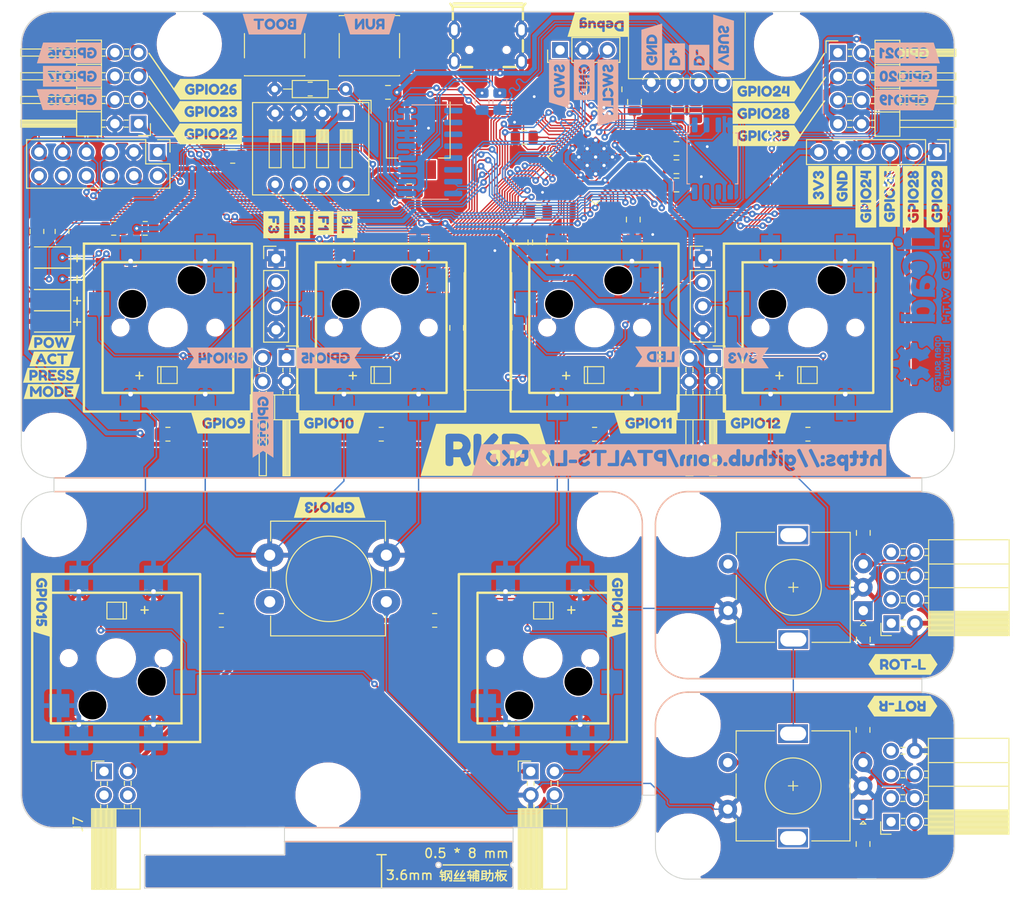
<source format=kicad_pcb>
(kicad_pcb (version 20221018) (generator pcbnew)
  (title_block (title "RKD-MicroUSB-SDVX") (date "2023-08-20") (rev "59") (company "PTALTS-LK") (comment 1 "https://github.com/PTALTS-LK/RKD"))
  (layers (0 "F.Cu" signal) (31 "B.Cu" signal) (34 "B.Paste" user) (35 "F.Paste" user) (36 "B.SilkS" user "B.Silkscreen") (37 "F.SilkS" user "F.Silkscreen") (38 "B.Mask" user) (39 "F.Mask" user) (44 "Edge.Cuts" user))
  (net 0 "")
  (net 1 "GND")
  (net 2 "/XIN")
  (net 3 "Net-(C4-Pad2)")
  (net 4 "VBUS")
  (net 6 "Net-(D1-Pad2)")
  (net 7 "/K6-H")
  (net 8 "/K5-H")
  (net 9 "/RS1-H")
  (net 10 "/RB1-H")
  (net 11 "/RA1-H")
  (net 12 "/SEL-H")
  (net 13 "/RS2-H")
  (net 14 "/RB2-H")
  (net 15 "/RA2-H")
  (net 16 "/RS1-S")
  (net 17 "/K6-S")
  (net 18 "/K5-S")
  (net 19 "/LED-S")
  (net 20 "/SEL-S")
  (net 21 "/RP+")
  (net 22 "/RS2-S")
  (net 23 "/RB2-S")
  (net 24 "/L1")
  (net 25 "/K1")
  (net 26 "/L2")
  (net 27 "/K2")
  (net 28 "/L3")
  (net 29 "/K3")
  (net 30 "/L4")
  (net 31 "/K4")
  (net 32 "/L5")
  (net 33 "/L6")
  (net 34 "+3V3")
  (net 35 "/F3")
  (net 36 "/D-")
  (net 37 "/D+")
  (net 38 "/RP-")
  (net 39 "/RUN")
  (net 40 "Net-(U1-Pad2)")
  (net 41 "Net-(U1-Pad3)")
  (net 42 "Net-(U1-Pad5)")
  (net 43 "/F-CLK")
  (net 44 "Net-(U1-Pad7)")
  (net 45 "/TR-")
  (net 46 "/TR+")
  (net 47 "/F2")
  (net 48 "/F1")
  (net 49 "/SET")
  (net 50 "Net-(D2-Pad2)")
  (net 51 "Net-(D3-Pad2)")
  (net 52 "/XOUT")
  (net 53 "Net-(J13-Pad1)")
  (net 54 "Net-(J13-Pad3)")
  (net 55 "Net-(D4-Pad2)")
  (net 56 "/22")
  (net 57 "/ACT")
  (net 58 "Net-(R18-Pad1)")
  (net 59 "/DEF")
  (net 60 "/MODE")
  (net 61 "Net-(R15-Pad1)")
  (net 62 "/BOOT")
  (net 63 "/R+")
  (net 64 "/R-")
  (net 65 "/RA1-S")
  (net 66 "/RB1-S")
  (net 67 "/RA2-S")
  (net 68 "/LED")
  (net 69 "/PRESS")
  (net 70 "+1V1")
  (net 71 "/23")
  (net 72 "/24")
  (net 73 "/25")
  (net 74 "/26")
  (net 75 "/27")
  (net 76 "/28")
  (net 77 "/29")
  (footprint "kibuzzard-6358CC12" (layer "F.Cu") (at 182.5752 56.863456 90)
    (fp_text reference "kibuzzard-6358CC12" hide)
    (fp_text value "G***" hide)
  )
  (footprint "kibuzzard-63A1C2D7" (layer "F.Cu") (at 136.995 84)
    (fp_text reference "kibuzzard-63A1C2D7" hide)
    (fp_text value "G***" hide)
  )
  (footprint "Capacitor_SMD:C_0805_2012Metric" (layer "F.Cu") (at 157.2006 51.689 180)
    (fp_text reference "C1" hide)
    (fp_text value "1u")
  )
  (footprint "foot:Key" (layer "F.Cu") (at 125.57 70.89)
    (fp_text reference "K2" hide)
    (fp_text value "Key")
  )
  (footprint "foot:HO" (layer "F.Cu") (at 105 40.5)
    (fp_text reference "H1" hide)
    (fp_text value "MountingHole")
  )
  (footprint "Resistor_SMD:R_0805_2012Metric" (layer "F.Cu") (at 142.4432 58.4454)
    (fp_text reference "R3" hide)
    (fp_text value "1k")
  )
  (footprint "kibuzzard-6379AB44" (layer "F.Cu") (at 150.875726 100.6856 -90)
    (fp_text reference "kibuzzard-6379AB44" hide)
    (fp_text value "G***" hide)
  )
  (footprint "Capacitor_SMD:C_0805_2012Metric" (layer "F.Cu") (at 144.5514 45.8216 180)
    (fp_text reference "C12" hide)
    (fp_text value "100n")
  )
  (footprint "Connector_PinHeader_2.54mm:PinHeader_2x02_P2.54mm_Horizontal" (layer "F.Cu") (at 115.415 74.13 -90)
    (fp_text reference "J2" hide)
    (fp_text value "Conn_02x02_Odd_Even")
  )
  (footprint "foot:XH-7mm" (layer "F.Cu") (at 159.5882 44.6024 180)
    (fp_text reference "J10" hide)
    (fp_text value "Conn_01x04_Male")
  )
  (footprint "kibuzzard-6354EA44" (layer "F.Cu") (at 120.040126 90.17 180)
    (fp_text reference "kibuzzard-6354EA44" hide)
    (fp_text value "G***" hide)
  )
  (footprint "Capacitor_SMD:C_0805_2012Metric" (layer "F.Cu") (at 148.336 44.9834 -90)
    (fp_text reference "C8" hide)
    (fp_text value "100n")
  )
  (footprint "foot:Key" (layer "F.Cu") (at 97.165126 106.32 180)
    (fp_text reference "K6" hide)
    (fp_text value "Key")
  )
  (footprint "foot:HO" (layer "F.Cu") (at 90.5 83.5)
    (fp_text reference "H3" hide)
    (fp_text value "MountingHole")
  )
  (footprint "Resistor_SMD:R_0805_2012Metric" (layer "F.Cu") (at 96.901 60.2488)
    (fp_text reference "R13" hide)
    (fp_text value "1k 0805")
  )
  (footprint "Button_Switch_SMD:SW_Push_1P1T_NO_6x6mm_H9.5mm" (layer "F.Cu") (at 114.14 40.664)
    (fp_text reference "SW3" hide)
    (fp_text value "SW_Push")
  )
  (footprint "kibuzzard-6379AEB5" (layer "F.Cu") (at 106.934 45.338906)
    (fp_text reference "kibuzzard-6379AEB5" hide)
    (fp_text value "G***" hide)
  )
  (footprint "foot:HO" (layer "F.Cu") (at 158.449748 126.474874 90)
    (fp_text reference "H10" hide)
    (fp_text value "MountingHole")
  )
  (footprint "Resistor_SMD:R_0805_2012Metric" (layer "F.Cu") (at 157.353 47.5488 -90)
    (fp_text reference "R1" hide)
    (fp_text value "27")
  )
  (footprint "foot:HO" (layer "F.Cu") (at 158.474874 105 90)
    (fp_text reference "H8" hide)
    (fp_text value "MountingHole")
  )
  (footprint "LOGO" (layer "F.Cu") (at 158.242274 98.6536)
    (fp_text reference "G***" hide)
    (fp_text value "LOGO" hide)
  )
  (footprint "Capacitor_SMD:C_0805_2012Metric" (layer "F.Cu") (at 152.5778 59.309 -90)
    (fp_text reference "C10" hide)
    (fp_text value "100n")
  )
  (footprint "Resistor_SMD:R_0805_2012Metric" (layer "F.Cu") (at 88.6714 60.579 90)
    (fp_text reference "R16" hide)
    (fp_text value "1k 0805")
  )
  (footprint "Capacitor_SMD:C_0805_2012Metric" (layer "F.Cu") (at 133.6548 70.9168 -90)
    (fp_text reference "C4" hide)
    (fp_text value "27p")
  )
  (footprint "foot:HO" (layer "F.Cu") (at 169 40.5)
    (fp_text reference "H2" hide)
    (fp_text value "MountingHole")
  )
  (footprint "Connector_PinSocket_2.54mm:PinSocket_2x02_P2.54mm_Horizontal" (layer "F.Cu") (at 141.585126 118.475 90)
    (fp_text reference "J8" hide)
    (fp_text value "Conn_02x02_Odd_Even")
  )
  (footprint "Resistor_THT:R_Axial_DIN0204_L3.6mm_D1.6mm_P7.62mm_Horizontal" (layer "F.Cu") (at 121.7676 45.3136 180)
    (fp_text reference "R4" hide)
    (fp_text value "4.7k")
  )
  (footprint "kibuzzard-6379AB1D" (layer "F.Cu") (at 89.179126 100.6602 -90)
    (fp_text reference "kibuzzard-6379AB1D" hide)
    (fp_text value "G***" hide)
  )
  (footprint "kibuzzard-6379AEAF" (layer "F.Cu") (at 166.9034 50.3174)
    (fp_text reference "kibuzzard-6379AEAF" hide)
    (fp_text value "G***" hide)
  )
  (footprint "kibuzzard-6379AEAA" (layer "F.Cu") (at 166.9034 47.9298)
    (fp_text reference "kibuzzard-6379AEAA" hide)
    (fp_text value "G***" hide)
  )
  (footprint "kibuzzard-6379A323" (layer "F.Cu") (at 185.1152 56.845994 90)
    (fp_text reference "kibuzzard-6379A323" hide)
    (fp_text value "G***" hide)
  )
  (footprint "Capacitor_SMD:C_0805_2012Metric" (layer "F.Cu") (at 177.224874 92.9 -90)
    (fp_text reference "C17" hide)
    (fp_text value "100n")
  )
  (footprint "Capacitor_SMD:C_0805_2012Metric" (layer "F.Cu") (at 152.7048 46.6852 90)
    (fp_text reference "C9" hide)
    (fp_text value "100n")
  )
  (footprint "kibuzzard-6354ECDD" (layer "F.Cu") (at 90.25 77.75)
    (fp_text reference "kibuzzard-6354ECDD" hide)
    (fp_text value "G***" hide)
  )
  (footprint "Capacitor_SMD:C_0805_2012Metric" (layer "F.Cu") (at 177.224874 104.33 -90)
    (fp_text reference "C16" hide)
    (fp_text value "100n")
  )
  (footprint "LOGO" (layer "F.Cu") (at 119.862326 111.4044)
    (fp_text reference "G***" hide)
    (fp_text value "LOGO" hide)
  )
  (footprint "foot:MICRO-USB-SMD_MICRO-4P-DIP-JB" (layer "F.Cu") (at 137 40.664 180)
    (fp_text reference "J1" hide)
    (fp_text value "USB_B_Micro")
  )
  (footprint "Package_TO_SOT_SMD:SOT-223-3_TabPin2" (layer "F.Cu") (at 129.54 50.8 -90)
    (fp_text reference "U4" hide)
    (fp_text value "AP1117-33")
  )
  (footprint "Rotary_Encoder:RotaryEncoder_Alps_EC11E-Switch_Vertical_H20mm" (layer "F.Cu") (at 177.199748 122.524874 180)
    (fp_text reference "SW8" hide)
    (fp_text value "RotaryEncoder_Switch")
  )
  (footprint "LOGO" (layer "F.Cu") (at 163.3728 54.5338)
    (fp_text reference "G***" hide)
    (fp_text value "LOGO" hide)
  )
  (footprint "Capacitor_SMD:C_0805_2012Metric" (layer "F.Cu") (at 157.2006 55.6006)
    (fp_text reference "C15" hide)
    (fp_text value "100n")
  )
  (footprint "Resistor_SMD:R_0805_2012Metric" (layer "F.Cu") (at 159.258 47.5488 90)
    (fp_text reference "R2" hide)
    (fp_text value "27")
  )
  (footprint "kibuzzard-6379AC21" (layer "F.Cu") (at 166.0144 81.1276)
    (fp_text reference "kibuzzard-6379AC21" hide)
    (fp_text value "G***" hide)
  )
  (footprint "Connector_PinSocket_2.54mm:PinSocket_2x04_P2.54mm_Horizontal" (layer "F.Cu") (at 180.199748 123.874874 180)
    (fp_text reference "J9" hide)
    (fp_text value "Conn_02x04_Odd_Even")
  )
  (footprint "Resistor_SMD:R_0805_2012Metric" (layer "F.Cu") (at 102.71 82.32)
    (fp_text reference "R5" hide)
    (fp_text value "27")
  )
  (footprint "Connector_PinHeader_2.54mm:PinHeader_2x04_P2.54mm_Horizontal" (layer "F.Cu") (at 99.568 49.022 180)
    (fp_text reference "J3" hide)
    (fp_text value "Conn_02x04_Odd_Even")
  )
  (footprint "foot:Key" (layer "F.Cu") (at 142.885126 106.32 180)
    (fp_text reference "K5" hide)
    (fp_text value "Key")
  )
  (footprint "foot:L1206" (layer "F.Cu") (at 90.01 70.382 180)
    (fp_text reference "D4" hide)
    (fp_text value "LED")
  )
  (footprint "foot:L1206" (layer "F.Cu") (at 90.01 68.096 180)
    (fp_text reference "D2" hide)
    (fp_text value "LED")
  )
  (footprint "Capacitor_SMD:C_0805_2012Metric" (layer "F.Cu") (at 140.335 70.8914 90)
    (fp_text reference "C3" hide)
    (fp_text value "27p")
  )
  (footprint "kibuzzard-6358CBEF" (layer "F.Cu") (at 177.4952 56.859488 90)
    (fp_text reference "kibuzzard-6358CBEF" hide)
    (fp_text value "G***" hide)
  )
  (footprint "kibuzzard-635D2D2A" (layer "F.Cu") (at 114.046 59.86145 -90)
    (fp_text reference "kibuzzard-635D2D2A" hide)
    (fp_text value "G***" hide)
  )
  (footprint "foot:HO" (layer "F.Cu") (at 150.025126 92 180)
    (fp_text reference "H5" hide)
    (fp_text value "MountingHole")
  )
  (footprint "Crystal:Crystal_SMD_HC49-SD" (layer "F.Cu") (at 137 70.89 90)
    (fp_text reference "Y1" hide)
    (fp_text value "Crystal 12MHZ HC49")
  )
  (footprint "Resistor_SMD:R_0805_2012Metric" (layer "F.Cu") (at 100.2792 60.2488 180)
    (fp_text reference "R14" hide)
    (fp_text value "1k 0805")
  )
  (footprint "kibuzzard-6354ECAF" (layer "F.Cu") (at 90.25 72.5)
    (fp_text reference "kibuzzard-6354ECAF" hide)
    (fp_text value "G***" hide)
  )
  (footprint "kibuzzard-6354ECBE" (layer "F.Cu") (at 90.25 74.25)
    (fp_text reference "kibuzzard-6354ECBE" hide)
    (fp_text value "G***" hide)
  )
  (footprint "Connector_PinHeader_2.54mm:PinHeader_2x06_P2.54mm_Vertical" (layer "F.Cu") (at 101.6 52.07 -90)
    (fp_text reference "J11" hide)
    (fp_text value "Conn_02x06_Odd_Even")
  )
  (footprint "Resistor_SMD:R_0805_2012Metric" (layer "F.Cu") (at 148.43 82.32)
    (fp_text reference "R7" hide)
    (fp_text value "27")
  )
  (footprint "Connector_PinSocket_2.54mm:PinSocket_2x04_P2.54mm_Horizontal" (layer "F.Cu") (at 180.224874 102.585 180)
    (fp_text reference "J6" hide)
    (fp_text value "Conn_02x04_Odd_Even")
  )
  (footprint "foot:HO" (layer "F.Cu") (at 119.865126 121)
    (fp_text reference "H7" hide)
    (fp_text value "MountingHole")
  )
  (footprint "Resistor_SMD:R_0805_2012Metric" (layer "F.Cu") (at 131.295126 102.28)
    (fp_text reference "R10" hide)
    (fp_text value "27")
  )
  (footprint "foot:L1206" (layer "F.Cu") (at 90.01 65.81 180)
    (fp_text reference "D1" hide)
    (fp_text value "LED")
  )
  (footprint "foot:HO" (layer "F.Cu") (at 183.5 83.5)
    (fp_text reference "H4" hide)
    (fp_text value "MountingHole")
  )
  (footprint "kibuzzard-6358CBDF" (layer "F.Cu") (at 172.4152 55.617269 90)
    (fp_text reference "kibuzzard-6358CBDF" hide)
    (fp_text value "G***" hide)
  )
  (footprint "foot:L1206" (layer "F.Cu") (at 90.01 63.524 180)
    (fp_text reference "D3" hide)
    (fp_text value "LED")
  )
  (footprint "kibuzzard-635D2D4F" (layer "F.Cu") (at 119.38 59.69 -90)
    (fp_text reference "kibuzzard-635D2D4F" hide)
    (fp_text value "G***" hide)
  )
  (footprint "kibuzzard-6379AEA3" (layer "F.Cu") (at 166.9034 45.5422)
    (fp_text reference "kibuzzard-6379AEA3" hide)
    (fp_text value "G***" hide)
  )
  (footprint "Connector_PinHeader_2.54mm:PinHeader_1x04_P2.54mm_Vertical" (layer "F.Cu") (at 160.02 63.5)
    (fp_text reference "J15" hide)
    (fp_text value "Conn_01x04")
  )
  (footprint "foot:HO" (layer "F.Cu") (at 90.525126 92 180)
    (fp_text reference "H6" hide)
    (fp_text value "MountingHole")
  )
  (footprint "Connector_PinHeader_2.54mm:PinHeader_1x04_P2.54mm_Vertical" (layer "F.Cu") (at 114.3 63.5)
    (fp_text reference "J14" hide)
    (fp_text value "Conn_01x04")
  )
  (footprint "Button_Switch_SMD:SW_Push_1P1T_NO_6x6mm_H9.5mm" (layer "F.Cu") (at 124.3 40.664)
    (fp_text reference "SW5" hide)
    (fp_text value "SW_Push")
  )
  (footprint "foot:Key" (layer "F.Cu") (at 171.29 70.89)
    (fp_text reference "K4" hide)
    (fp_text value "Key")
  )
  (footprint "kibuzzard-6379AEE6" (layer "F.Cu") (at 148.7932 38.4048 180)
    (fp_text reference "kibuzzard-6379AEE6" hide)
    (fp_text value "G***" hide)
  )
  (footprint "Button_Switch_THT:SW_PUSH-12mm_Wuerth-430476085716" (layer "F.Cu") (at 113.615126 95.29)
    (fp_text reference "SW7" hide)
    (fp_text value "SW_Push")
  )
  (footprint "kibuzzard-6358CBD1" (layer "F.Cu") (at 174.9552 55.7276 90)
    (fp_text reference "kibuzzard-6358CBD1" hide)
    (fp_text value "G***" hide)
  )
  (footprint "Capacitor_SMD:C_0805_2012Metric" (layer "F.Cu") (at 150.622 45.339 90)
    (fp_text reference "C14" hide)
    (fp_text value "100n")
  )
  (footprint "Capacitor_SMD:C_0805_2012Metric" (layer "F.Cu") (at 142.5194 61.7474 90)
    (fp_text reference "C7" hide)
    (fp_text value "100n")
  )
  (footprint "kibuzzard-635D2D3A" (layer "F.Cu") (at 116.84 59.870181 -90)
    (fp_text reference "kibuzzard-635D2D3A" hide)
    (fp_text value "G***" hide)
  )
  (footprint "kibuzzard-6354EB36" (layer "F.Cu") (at 181.475337 107)
    (fp_text reference "kibuzzard-6354EB36" hide)
    (fp_text value "G***" hide)
  )
  (footprint "kibuzzard-635E2F9D" (layer "F.Cu") (at 90.25 76)
    (fp_text reference "kibuzzard-635E2F9D" hide)
    (fp_text value "G***" hide)
  )
  (footprint "Rotary_Encoder:RotaryEncoder_Alps_EC11E-Switch_Vertical_H20mm" (layer "F.Cu") (at 177.224874 101.235 180)
    (fp_text reference "SW6" hide)
    (fp_text value "RotaryEncoder_Switch")
  )
  (footprint "Capacitor_SMD:C_0805_2012Metric" (layer "F.Cu") (at 177.199748 114.020874 -90)
    (fp_text reference "C19" hide)
    (fp_text value "100n")
  )
  (footprint "kibuzzard-6358CC01" (layer "F.Cu") (at 180.0352 56.822181 90)
    (fp_text reference "kibuzzard-6358CC01" hide)
    (fp_text value "G***" hide)
  )
  (footprint "kibuzzard-6379AEB9" (layer "F.Cu") (at 106.934 47.7266)
    (fp_text reference "kibuzzard-6379AEB9" hide)
    (fp_text value "G***" hide)
  )
  (footprint "Capacitor_SMD:C_0805_2012Metric" (layer "F.Cu") (at 128.5748 56.2102 180)
    (fp_text reference "C6" hide)
    (fp_text value "10u")
  )
  (footprint "kibuzzard-6379ABEB" (layer "F.Cu") (at 108.3564 81.1276)
    (fp_text reference "kibuzzard-6379ABEB" hide)
    (fp_text value "G***" hide)
  )
  (footprint "Capacitor_SMD:C_0805_2012Metric" (layer "F.Cu") (at 126.2888 45.6692 180)
    (fp_text reference "C5" hide)
    (fp_text value "10u")
  )
  (footprint "foot:Key" (layer "F.Cu") (at 148.43 70.89)
    (fp_text reference "K3" hide)
    (fp_text value "Key")
  )
  (footprint "Connector_PinHeader_2.54mm:PinHeader_2x02_P2.54mm_Horizontal" (layer "F.Cu") (at 161.135 74.13 -90)
    (fp_text reference "J4" hide)
    (fp_text value "Conn_02x02_Odd_Even")
  )
  (footprint "kibuzzard-635D2D9C" (layer "F.Cu") (at 121.92 59.851925 -90)
    (fp_text reference "kibuzzard-635D2D9C" hide)
    (fp_text value "G***" hide)
  )
  (footprint "Resistor_SMD:R_0805_2012Metric" (layer "F.Cu") (at 108.435126 102.28 180)
    (fp_text reference "R11" hide)
    (fp_text value "27")
  )
  (footprint "Resistor_SMD:R_0805_2012Metric" (layer "F.Cu") (at 117.9576 45.3136 180)
    (fp_text reference "R18" hide)
    (fp_text value "4.7k 0805")
  )
  (footprint "Capacitor_SMD:C_0805_2012Metric" (layer "F.Cu") (at 177.199748 126.254874 -90)
    (fp_text reference "C18" hide)
    (fp_text value "100n")
  )
  (footprint "foot:RP2040-QFN-56" (layer "F.Cu") (at 148.5392 52.6034 -45)
    (fp_text reference "U2" hide)
    (fp_text value "RP2040")
  )
  (footprint "Capacitor_SMD:C_0805_2012Metric" (layer "F.Cu") (at 140.5636 61.7474 -90)
    (fp_text reference "C11" hide)
    (fp_text value "100n")
  )
  (footprint "Connector_PinHeader_2.54mm:PinHeader_1x06_P2.54mm_Vertical" (layer "F.Cu") (at 185.166 52.07 -90)
    (fp_text reference "J12" hide)
    (fp_text value "Conn_01x06")
  )
  (footprint "kibuzzard-6379ABBC" (layer "F.Cu") (at 120.2944 81.1276)
    (fp_text reference "kibuzzard-6379ABBC" hide)
    (fp_text value "G***" hide)
  )
  (footprint "Connector_PinHeader_2.54mm:PinHeader_2x04_P2.54mm_Horizontal" (layer "F.Cu") (at 174.498 41.422)
    (fp_text reference "J5" hide)
    (fp_text value "Conn_02x04_Odd_Even")
  )
  (footprint "Resistor_SMD:R_0805_2012Metric" (layer "F.Cu") (at 109.6518 52.5272)
    (fp_text reference "R15" hide)
    (fp_text value "1k")
  )
  (footprint "foot:Key" (layer "F.Cu") (at 102.71 70.89)
    (fp_text reference "K1" hide)
    (fp_text value "Key")
  )
  (footprint "Resistor_SMD:R_0805_2012Metric" (layer "F.Cu") (at 91.3638 60.579 90)
    (fp_text reference "R17" hide)
    (fp_text value "1k 0805")
  )
  (footprint "Button_Switch_THT:SW_DIP_SPSTx04_Slide_9.78x12.34mm_W7.62mm_P2.54mm" (layer "F.Cu") (at 121.8184 47.9044 -90)
    (fp_text reference "SW2" hide)
    (fp_text value "SW_DIP_x04")
  )
  (footprint "Resistor_SMD:R_0805_2012Metric" (layer "F.Cu") (at 171.29 82.32)
    (fp_text reference "R8" hide)
    (fp_text value "27")
  )
  (footprint "foot:HO" (layer "F.Cu") (at 158.474874 92 90)
    (fp_text reference "H9" hide)
    (fp_text value "MountingHole")
  )
  (footprint "kibuzzard-6379AC10" (layer "F.Cu") (at 153.8732 81.1276)
    (fp_text reference "kibuzzard-6379AC10" hide)
    (fp_text value "G***" hide)
  )
  (footprint "Connector_PinSocket_2.54mm:PinSocket_2x02_P2.54mm_Horizontal" (layer "F.Cu") (at 95.865126 118.475 90)
    (fp_text reference "J7")
    (fp_text value "Conn_02x02_Odd_Even")
  )
  (footprint "kibuzzard-6379AEBD" (layer "F.Cu") (at 106.934093 50.125665)
    (fp_text reference "kibuzzard-6379AEBD" hide)
    (fp_text value "G***" hide)
  )
  (footprint "Resistor_SMD:R_0805_2012Metric" (layer "F.Cu") (at 125.57 82.32)
    (fp_text reference "R6" hide)
    (fp_text value "27")
  )
  (footprint "LOGO" (layer "F.Cu") (at 158.191748 119.913674)
    (fp_text reference "G***" hide)
    (fp_text value "LOGO" hide)
  )
  (footprint "foot:HO" (layer "F.Cu") (at 158.449748 113.474874 90)
    (fp_text reference "H11" hide)
    (fp_text value "MountingHole")
  )
  (footprint "Capacitor_SMD:C_0805_2012Metric" (layer "F.Cu") (at 157.2006 53.6448)
    (fp_text reference "C2" hide)
    (fp_text value "1u")
  )
  (footprint "kibuzzard-6354EB60" (layer "F.Cu") (at 181.407348 111.474874 180)
    (fp_text reference "kibuzzard-6354EB60" hide)
    (fp_text value "G***" hide)
  )
  (footprint "Capacitor_SMD:C_0805_2012Metric" (layer "F.Cu") (at 140.8938 50.4952 180)
    (fp_text reference "C13" hide)
    (fp_text value "100n")
  )
  (footprint "Connector_PinHeader_2.54mm:PinHeader_1x03_P2.54mm_Vertical" (layer "F.Cu") (at 144.7292 41.1226 90)
    (fp_text reference "J13" hide)
    (fp_text value "Conn_01x03")
  )
  (footprint "kibuzzard-6354F197" (layer "B.Cu") (at 181.78545 43.942 180)
    (fp_text reference "kibuzzard-6354F197" hide)
    (fp_text value "G***" hide)
  )
  (footprint "kibuzzard-6379AD65" (layer "B.Cu") (at 154.559 40.790376 90)
    (fp_text reference "kibuzzard-6379AD65" hide)
    (fp_text value "G***" hide)
  )
  (footprint "kibuzzard-635D2DDA" (layer "B.Cu") (at 124.333 38.354 180)
    (fp_text reference "kibuzzard-635D2DDA" hide)
    (fp_text value "G***" hide)
  )
  (footprint "kibuzzard-6379AD90" (layer "B.Cu") (at 181.948288 41.446 180)
    (fp_text reference "kibuzzard-6379AD90" hide)
    (fp_text value "G***" hide)
  )
  (footprint "Symbol:OSHW-Logo_5.7x6mm_Copper" (layer "B.Cu") (at 183.447909 74.7522 -90)
    (fp_text reference "REF**" hide)
    (fp_text value "OSHW-Logo_5.7x6mm_Copper" hide)
  )
  (footprint "kibuzzard-6379AD2A" (layer "B.Cu") (at 147.32 44.323595 -90)
    (fp_text reference "kibuzzard-6379AD2A" hide)
    (fp_text value "G***" hide)
  )
  (footprint "kibuzzard-6379AD17" (layer "B.Cu") (at 92.130206 41.442 180)
    (fp_text reference "kibuzzard-6379AD17" hide)
    (fp_text value "G***" hide)
  )
  (footprint "kibuzzard-6354F005" (layer "B.Cu") (at 92.456 43.942 180)
    (fp_text reference "kibuzzard-6354F005" hide)
    (fp_text value "G***" hide)
  )
  (footprint "kibuzzard-64E6F1FA" (layer "B.Cu") (at 157.48 85.09 180)
    (fp_text reference "kibuzzard-64E6F1FA" hide)
    (fp_text value "G***" hide)
  )
  (footprint "Package_SO:SOIC-8_5.23x5.23mm_P1.27mm" (layer "B.Cu") (at 161.0614 52.7558 -90)
    (fp_text reference "U1" hide)
    (fp_text value "W25Q32JV")
  )
  (footprint "kibuzzard-6379B2D8" (layer "B.Cu") (at 164.6682 74.1426 180)
    (fp_text reference "kibuzzard-6379B2D8" hide)
    (fp_text value "G***" hide)
  )
  (footprint "Symbol:KiCad-Logo2_5mm_Copper" (layer "B.Cu") (at 183.4642 64.0588 -90)
    (fp_text reference "REF**" hide)
    (fp_text value "KiCad-Logo2_5mm_Copper" hide)
  )
  (footprint "kibuzzard-6379B2A2" (layer "B.Cu") (at 108.2548 74.1426 180)
    (fp_text reference "kibuzzard-6379B2A2" hide)
    (fp_text value "G***" hide)
  )
  (footprint "kibuzzard-6379B29B" (layer "B.Cu") (at 119.9896 74.1426 180)
    (fp_text reference "kibuzzard-6379B29B" hide)
    (fp_text value "G***" hide)
  )
  (footprint "kibuzzard-6379B2D0" (layer "B.Cu") (at 155.1432 74.0156 180)
    (fp_text reference "kibuzzard-6379B2D0" hide)
    (fp_text value "G***" hide)
  )
  (footprint "kibuzzard-635D2E8C" (layer "B.Cu") (at 149.86 45.72 -90)
    (fp_text reference "kibuzzard-635D2E8C" hide)
    (fp_text value "G***" hide)
  )
  (footprint "kibuzzard-6379AD71" (layer "B.Cu") (at 162.25 40.305951 90)
    (fp_text reference "kibuzzard-6379AD71" hide)
    (fp_text value "G***" hide)
  )
  (footprint "kibuzzard-6354F0CA" (layer "B.Cu") (at 157.0228 41.856025 90)
    (fp_text reference "kibuzzard-6354F0CA" hide)
    (fp_text value "G***" hide)
  )
  (footprint "Package_SO:SOIC-16_3.9x9.9mm_P1.27mm" (layer "B.Cu") (at 130.81 52.07 180)
    (fp_text reference "U3" hide)
    (fp_text value "CH9329")
  )
  (footprint "kibuzzard-6379AD8B" (layer "B.Cu") (at 181.9213 46.482 180)
    (fp_text reference "kibuzzard-6379AD8B" hide)
    (fp_text value "G***" hide)
  )
  (footprint "kibuzzard-6354F0BA" (layer "B.Cu") (at 159.639 41.930638 90)
    (fp_text reference "kibuzzard-6354F0BA" hide)
    (fp_text value "G***" hide)
  )
  (footprint "kibuzzard-635D2E5E" (layer "B.Cu") (at 144.653 44.774644 -90)
    (fp_text reference "kibuzzard-635D2E5E" hide)
    (fp_text value "G***" hide)
  )
  (footprint "kibuzzard-6379B2B1" (layer "B.Cu") (at 112.903 81.3054 -90)
    (fp_text reference "kibuzzard-6379B2B1" hide)
    (fp_text value "G***" hide)
  )
  (footprint "kibuzzard-6379AD0A" (layer "B.Cu") (at 92.112029 46.442 180)
    (fp_text reference "kibuzzard-6379AD0A" hide)
    (fp_text value "G***" hide)
  )
  (footprint "kibuzzard-635D2DF8" (layer "B.Cu") (at 114.173 38.354 180)
    (fp_text reference "kibuzzard-635D2DF8" hide)
    (fp_text value "G***" hide)
  )
  (footprint "Resistor_SMD:R_0805_2012Metric" (layer "B.Cu") (at 136.3726 46.6598 -90)
    (fp_text reference "R12" hide)
    (fp_text value "0")
  )
  (footprint "Resistor_SMD:R_0805_2012Metric" (layer "B.Cu") (at 138.2776 46.6598 -90)
    (fp_text reference "R9" hide)
    (fp_text value "0")
  )
  (gr_line (start 90.5 88.474874) (end 150.050252 88.474874) (stroke (width 0.15)) (layer "B.SilkS"))
  (gr_line (start 158.5 87) (end 150 87) (stroke (width 0.15)) (layer "B.SilkS"))
  (gr_line (start 115.2 124.5) (end 139.7 124.5) (stroke (width 0.15)) (layer "B.SilkS"))
  (gr_line (start 115.2 126) (end 139.7 126) (stroke (width 0.15)) (layer "B.SilkS"))
  (gr_arc (start 154.949748 113.474874) (mid 155.974871 110.999997) (end 158.449748 109.974874) (stroke (width 0.15)) (layer "B.SilkS"))
  (gr_line (start 154.949748 105.025126) (end 154.949748 91.974874) (stroke (width 0.15)) (layer "B.SilkS"))
  (gr_arc (start 158.449748 108.525126) (mid 155.974882 107.499992) (end 154.949748 105.025126) (stroke (width 0.15)) (layer "B.SilkS"))
  (gr_line (start 153.550252 121.025126) (end 153.550252 91.974874) (stroke (width 0.15)) (layer "B.SilkS"))
  (gr_line (start 183.5 108.525126) (end 158.449748 108.525126) (stroke (width 0.15)) (layer "B.SilkS"))
  (gr_line (start 183.5 87) (end 158.5 87) (stroke (width 0.15)) (layer "B.SilkS"))
  (gr_line (start 154.949748 121.025126) (end 154.949748 113.474874) (stroke (width 0.15)) (layer "B.SilkS"))
  (gr_line (start 158.449748 88.474874) (end 183.5 88.474874) (stroke (width 0.15)) (layer "B.SilkS"))
  (gr_arc (start 150.050252 88.474874) (mid 152.525114 89.500012) (end 153.550252 91.974874) (stroke (width 0.15)) (layer "B.SilkS"))
  (gr_line (start 158.449748 109.974874) (end 183.5 109.974874) (stroke (width 0.15)) (layer "B.SilkS"))
  (gr_line (start 90.5 87) (end 150 87) (stroke (width 0.15)) (layer "B.SilkS"))
  (gr_arc (start 154.949748 91.974874) (mid 155.974882 89.500008) (end 158.449748 88.474874) (stroke (width 0.15)) (layer "B.SilkS"))
  (gr_line (start 170.434 50.3428) (end 173.0756 46.5836) (stroke (width 0.15)) (layer "F.SilkS"))
  (gr_line (start 154.949748 121.025126) (end 154.949748 113.474874) (stroke (width 0.15)) (layer "F.SilkS"))
  (gr_arc (start 158.449748 108.525126) (mid 155.974882 107.499992) (end 154.949748 105.025126) (stroke (width 0.15)) (layer "F.SilkS"))
  (gr_line (start 90.5 87) (end 150 87) (stroke (width 0.15)) (layer "F.SilkS"))
  (gr_line (start 125.1 127.4) (end 126.1 127.4) (stroke (width 0.15)) (layer "F.SilkS"))
  (gr_line (start 100.6856 43.942) (end 103.3272 47.7266) (stroke (width 0.15)) (layer "F.SilkS"))
  (gr_arc (start 150.050252 88.474874) (mid 152.525114 89.500012) (end 153.550252 91.974874) (stroke (width 0.15)) (layer "F.SilkS"))
  (gr_line (start 115.2 126) (end 139.7 126) (stroke (width 0.15)) (layer "F.SilkS"))
  (gr_arc (start 154.949748 113.474874) (mid 155.974871 110.999997) (end 158.449748 109.974874) (stroke (width 0.15)) (layer "F.SilkS"))
  (gr_line (start 183.5 87) (end 158.5 87) (stroke (width 0.15)) (layer "F.SilkS"))
  (gr_line (start 90.5 88.474874) (end 150.050252 88.474874) (stroke (width 0.15)) (layer "F.SilkS"))
  (gr_line (start 158.449748 88.474874) (end 183.5 88.474874) (stroke (width 0.15)) (layer "F.SilkS"))
  (gr_line (start 125.6 127.4) (end 125.6 131) (stroke (width 0.15)) (layer "F.SilkS"))
  (gr_line (start 158.449748 109.974874) (end 183.5 109.974874) (stroke (width 0.15)) (layer "F.SilkS"))
  (gr_line (start 132.2 128.5) (end 139.2 128.5) (stroke (width 0.15)) (layer "F.SilkS"))
  (gr_line (start 115.2 124.5) (end 139.7 124.5) (stroke (width 0.15)) (layer "F.SilkS"))
  (gr_line (start 183.5 108.525126) (end 158.449748 108.525126) (stroke (width 0.15)) (layer "F.SilkS"))
  (gr_line (start 158.5 87) (end 150 87) (stroke (width 0.15)) (layer "F.SilkS"))
  (gr_arc (start 154.949748 91.974874) (mid 155.974882 89.500008) (end 158.449748 88.474874) (stroke (width 0.15)) (layer "F.SilkS"))
  (gr_line (start 103.3018 50.1142) (end 100.6602 46.609) (stroke (width 0.15)) (layer "F.SilkS"))
  (gr_line (start 103.3526 45.339) (end 100.6856 41.4782) (stroke (width 0.15)) (layer "F.SilkS"))
  (gr_line (start 173.0502 41.5036) (end 170.434 45.6184) (stroke (width 0.15)) (layer "F.SilkS"))
  (gr_line (start 154.949748 105.025126) (end 154.949748 91.974874) (stroke (width 0.15)) (layer "F.SilkS"))
  (gr_line (start 153.550252 121.025126) (end 153.550252 91.974874) (stroke (width 0.15)) (layer "F.SilkS"))
  (gr_line (start 170.4848 47.9552) (end 173.1772 44.0436) (stroke (width 0.15)) (layer "F.SilkS"))
  (gr_line (start 90.5 87) (end 90.5 88.474874) (stroke (width 0.1)) (layer "Edge.Cuts"))
  (gr_arc (start 87 40.5) (mid 88.025126 38.025126) (end 90.5 37) (stroke (width 0.1)) (layer "Edge.Cuts"))
  (gr_line (start 183.5 37) (end 90.5 37) (stroke (width 0.1)) (layer "Edge.Cuts"))
  (gr_arc (start 158.449748 130.025126) (mid 155.974891 128.999997) (end 154.949748 126.525126) (stroke (width 0.1)) (layer "Edge.Cuts"))
  (gr_line (start 187 113.474874) (end 187 126.525126) (stroke (width 0.1)) (layer "Edge.Cuts"))
  (gr_line (start 139.7 124.5) (end 139.7 126) (stroke (width 0.1)) (layer "Edge.Cuts"))
  (gr_line (start 139.7 131) (end 100.2 131) (stroke (width 0.1)) (layer "Edge.Cuts"))
  (gr_line (start 115.2 127.4) (end 115.2 126) (stroke (width 0.1)) (layer "Edge.Cuts"))
  (gr_line (start 115.2 124.5) (end 115.2 126) (stroke (width 0.1)) (layer "Edge.Cuts"))
  (gr_line (start 100.2 127.4) (end 115.2 127.4) (stroke (width 0.1)) (layer "Edge.Cuts"))
  (gr_line (start 139.7 128.25) (end 139.7 126) (stroke (width 0.1)) (layer "Edge.Cuts"))
  (gr_arc (start 187 83.5) (mid 185.974874 85.974874) (end 183.5 87) (stroke (width 0.1)) (layer "Edge.Cuts"))
  (gr_circle (center 131.7 128.5) (end 131.95 128.5) (stroke (width 0.1)) (fill none) (layer "Edge.Cuts"))
  (gr_arc (start 187 126.525126) (mid 185.974888 129.000014) (end 183.5 130.025126) (stroke (width 0.1)) (layer "Edge.Cuts"))
  (gr_line (start 153.550252 121.025126) (end 154.949748 121.025126) (stroke (width 0.1)) (layer "Edge.Cuts"))
  (gr_line (start 87 121.025126) (end 87 91.974874) (stroke (width 0.1)) (layer "Edge.Cuts"))
  (gr_arc (start 183.5 88.474874) (mid 185.974866 89.500008) (end 187 91.974874) (stroke (width 0.1)) (layer "Edge.Cuts"))
  (gr_line (start 187 83.5) (end 187 40.5) (stroke (width 0.1)) (layer "Edge.Cuts"))
  (gr_arc (start 183.5 109.974874) (mid 185.974905 110.999983) (end 187 113.474874) (stroke (width 0.1)) (layer "Edge.Cuts"))
  (gr_line (start 154.949748 126.525126) (end 154.949748 121.025126) (stroke (width 0.1)) (layer "Edge.Cuts"))
  (gr_arc (start 153.550252 121.025126) (mid 152.525118 123.499992) (end 150.050252 124.525126) (stroke (width 0.1)) (layer "Edge.Cuts"))
  (gr_line (start 115.2 124.5) (end 90.5 124.525126) (stroke (width 0.1)) (layer "Edge.Cuts"))
  (gr_arc (start 183.5 37) (mid 185.974874 38.025126) (end 187 40.5) (stroke (width 0.1)) (layer "Edge.Cuts"))
  (gr_line (start 183.5 108.525126) (end 183.5 109.974874) (stroke (width 0.1)) (layer "Edge.Cuts"))
  (gr_line (start 183.5 130.025126) (end 158.449748 130.025126) (stroke (width 0.1)) (layer "Edge.Cuts"))
  (gr_line (start 87 40.5) (end 87 83.5) (stroke (width 0.1)) (layer "Edge.Cuts"))
  (gr_arc (start 187 105.025126) (mid 185.974866 107.499992) (end 183.5 108.525126) (stroke (width 0.1)) (layer "Edge.Cuts"))
  (gr_arc (start 90.5 124.525126) (mid 88.025134 123.499992) (end 87 121.025126) (stroke (width 0.1)) (layer "Edge.Cuts"))
  (gr_line (start 100.2 131) (end 100.2 127.4) (stroke (width 0.1)) (layer "Edge.Cuts"))
  (gr_arc (start 139.7 128.75) (mid 139.45 128.5) (end 139.7 128.25) (stroke (width 0.1)) (layer "Edge.Cuts"))
  (gr_arc (start 90.5 87) (mid 88.025126 85.974874) (end 87 83.5) (stroke (width 0.1)) (layer "Edge.Cuts"))
  (gr_arc (start 87 91.974874) (mid 88.025134 89.500008) (end 90.5 88.474874) (stroke (width 0.1)) (layer "Edge.Cuts"))
  (gr_line (start 139.7 128.75) (end 139.7 131) (stroke (width 0.1)) (layer "Edge.Cuts"))
  (gr_line (start 187 91.974874) (end 187 105.025126) (stroke (width 0.1)) (layer "Edge.Cuts"))
  (gr_line (start 150.050252 124.525126) (end 139.7 124.5) (stroke (width 0.1)) (layer "Edge.Cuts"))
  (gr_line (start 183.5 87) (end 183.5 88.474874) (stroke (width 0.1)) (layer "Edge.Cuts"))
  (gr_text "3.6mm" (at 128.6 129.6) (layer "F.SilkS") (effects (font (size 1 1))))
  (gr_text "钢丝辅助板" (at 135.45 129.75) (layer "F.SilkS") (effects (font (size 1 1))))
  (gr_text "0.5 * 8 mm" (at 134.7 127.25) (layer "F.SilkS") (effects (font (size 1 1))))
  (segment (start 169.724874 114.399748) (end 169.699748 114.424874) (width 0.15) (layer "B.Cu") (net 0))
  (segment (start 169.724874 104.335) (end 169.724874 114.399748) (width 0.15) (layer "B.Cu") (net 0))
  (segment (start 140.335 71.8414) (end 140.2336 71.74) (width 0.15) (layer "F.Cu") (net 1))
  (segment (start 145.401414 54.326973) (end 143.340387 56.388) (width 0.15) (layer "F.Cu") (net 1))
  (segment (start 143.340387 56.388) (end 142.8496 56.388) (width 0.15) (layer "F.Cu") (net 1))
  (via (at 160.5026 51.4858) (size 0.7) (drill 0.3) (layers "F.Cu" "B.Cu") (net 1))
  (via (at 154.6606 60.9092) (size 0.7) (drill 0.3) (layers "F.Cu" "B.Cu") (net 1))
  (via (at 137.7442 62.6364) (size 0.7) (drill 0.3) (layers "F.Cu" "B.Cu") (net 1))
  (via (at 141.9606 46.1264) (size 0.7) (drill 0.3) (layers "F.Cu" "B.Cu") (net 1))
  (via (at 159.8676 54.7116) (size 0.7) (drill 0.3) (layers "F.Cu" "B.Cu") (net 1))
  (via (at 130.6322 49.5046) (size 0.7) (drill 0.3) (layers "F.Cu" "B.Cu") (net 1))
  (via (at 142.8496 56.388) (size 0.7) (drill 0.3) (layers "F.Cu" "B.Cu") (net 1))
  (via (at 139.8524 48.8696) (size 0.7) (drill 0.3) (layers "F.Cu" "B.Cu") (net 1))
  (via (at 125.2474 57.277) (size 0.7) (drill 0.3) (layers "F.Cu" "B.Cu") (net 1))
  (segment (start 129.57 91.835126) (end 126.115126 95.29) (width 0.15) (layer "B.Cu") (net 1))
  (segment (start 161.294726 122.524874) (end 162.699748 122.524874) (width 0.15) (layer "B.Cu") (net 1))
  (segment (start 98.71 79.79) (end 100.4148 79.79) (width 0.15) (layer "B.Cu") (net 1))
  (segment (start 144.43 79.79) (end 144.43 91.875126) (width 0.15) (layer "B.Cu") (net 1))
  (segment (start 110.0728 95.29) (end 113.615126 95.29) (width 0.15) (layer "B.Cu") (net 1))
  (segment (start 154.432 119.761) (end 156.2354 121.5644) (width 0.15) (layer "B.Cu") (net 1))
  (segment (start 129.57 79.79) (end 129.57 91.835126) (width 0.15) (layer "B.Cu") (net 1))
  (segment (start 167.29 84.0542) (end 173.3804 90.1446) (width 0.15) (layer "B.Cu") (net 1))
  (segment (start 145.6182 94.2086) (end 146.885126 95.475526) (width 0.15) (layer "B.Cu") (net 1))
  (segment (start 156.464 122.1486) (end 160.918452 122.1486) (width 0.15) (layer "B.Cu") (net 1))
  (segment (start 106.71 91.875126) (end 101.165126 97.42) (width 0.15) (layer "B.Cu") (net 1))
  (segment (start 162.724874 101.235) (end 162.480274 100.9904) (width 0.15) (layer "B.Cu") (net 1))
  (segment (start 121.57 87.335126) (end 113.615126 95.29) (width 0.15) (layer "B.Cu") (net 1))
  (segment (start 101.473 80.8482) (end 101.473 84.7598) (width 0.15) (layer "B.Cu") (net 1))
  (segment (start 167.29 79.79) (end 167.29 84.0542) (width 0.15) (layer "B.Cu") (net 1))
  (segment (start 156.2354 121.92) (end 156.464 122.1486) (width 0.15) (layer "B.Cu") (net 1))
  (segment (start 106.71 91.9272) (end 110.0728 95.29) (width 0.15) (layer "B.Cu") (net 1))
  (segment (start 145.6182 86.6018) (end 145.6182 94.2086) (width 0.15) (layer "B.Cu") (net 1))
  (segment (start 150.455526 100.9904) (end 146.885126 97.42) (width 0.15) (layer "B.Cu") (net 1))
  (segment (start 142.839126 119.761) (end 154.432 119.761) (width 0.15) (layer "B.Cu") (net 1))
  (segment (start 106.71 79.79) (end 106.71 91.9272) (width 0.15) (layer "B.Cu") (net 1))
  (segment (start 173.5888 98.735) (end 177.224874 98.735) (width 0.15) (layer "B.Cu") (net 1))
  (segment (start 141.585126 121.015) (end 142.839126 119.761) (width 0.15) (layer "B.Cu") (net 1))
  (segment (start 156.2354 121.5644) (end 156.2354 121.92) (width 0.15) (layer "B.Cu") (net 1))
  (segment (start 146.885126 95.475526) (end 146.885126 97.42) (width 0.15) (layer "B.Cu") (net 1))
  (segment (start 152.43 79.79) (end 145.6182 86.6018) (width 0.15) (layer "B.Cu") (net 1))
  (segment (start 173.3804 90.1446) (end 173.3804 98.5266) (width 0.15) (layer "B.Cu") (net 1))
  (segment (start 100.2978 90.287326) (end 93.165126 97.42) (width 0.15) (layer "B.Cu") (net 1))
  (segment (start 100.2978 85.935) (end 100.2978 90.287326) (width 0.15) (layer "B.Cu") (net 1))
  (segment (start 173.3804 98.5266) (end 173.5888 98.735) (width 0.15) (layer "B.Cu") (net 1))
  (segment (start 121.57 79.79) (end 121.57 87.335126) (width 0.15) (layer "B.Cu") (net 1))
  (segment (start 100.4148 79.79) (end 101.473 80.8482) (width 0.15) (layer "B.Cu") (net 1))
  (segment (start 106.71 79.79) (end 106.71 91.875126) (width 0.15) (layer "B.Cu") (net 1))
  (segment (start 101.473 84.7598) (end 100.2978 85.935) (width 0.15) (layer "B.Cu") (net 1))
  (segment (start 160.918452 122.1486) (end 161.294726 122.524874) (width 0.15) (layer "B.Cu") (net 1))
  (segment (start 162.480274 100.9904) (end 150.455526 100.9904) (width 0.15) (layer "B.Cu") (net 1))
  (segment (start 144.43 91.875126) (end 138.885126 97.42) (width 0.15) (layer "B.Cu") (net 1))
  (segment (start 137 66.64) (end 137.5197 66.1203) (width 0.15) (layer "F.Cu") (net 2))
  (segment (start 142.788471 57.5056) (end 145.684256 54.609815) (width 0.15) (layer "F.Cu") (net 2))
  (segment (start 140.335 69.9414) (end 140.2364 70.04) (width 0.15) (layer "F.Cu") (net 2))
  (segment (start 137.668 67.308) (end 137 66.64) (width 0.15) (layer "F.Cu") (net 2))
  (segment (start 141.118775 57.5056) (end 142.788471 57.5056) (width 0.15) (layer "F.Cu") (net 2))
  (segment (start 140.8162 58.768162) (end 140.8162 57.808175) (width 0.15) (layer "F.Cu") (net 2))
  (segment (start 140.8162 57.808175) (end 141.118775 57.5056) (width 0.15) (layer "F.Cu") (net 2))
  (segment (start 137.5197 66.1203) (end 138.2735 66.1203) (width 0.15) (layer "F.Cu") (net 2))
  (segment (start 138.2735 66.1203) (end 138.6102 65.7836) (width 0.15) (layer "F.Cu") (net 2))
  (segment (start 138.1 70.04) (end 137.668 69.608) (width 0.15) (layer "F.Cu") (net 2))
  (segment (start 140.2364 70.04) (end 138.1 70.04) (width 0.15) (layer "F.Cu") (net 2))
  (segment (start 137.668 69.608) (end 137.668 67.308) (width 0.15) (layer "F.Cu") (net 2))
  (segment (start 138.6102 65.7836) (end 138.6102 60.974162) (width 0.15) (layer "F.Cu") (net 2))
  (segment (start 138.6102 60.974162) (end 140.8162 58.768162) (width 0.15) (layer "F.Cu") (net 2))
  (segment (start 137 75.14) (end 136.2964 74.4364) (width 0.15) (layer "F.Cu") (net 3))
  (segment (start 133.6548 71.8668) (end 133.7816 71.74) (width 0.15) (layer "F.Cu") (net 3))
  (segment (start 139.9218 75.14) (end 141.262 73.7998) (width 0.15) (layer "F.Cu") (net 3))
  (segment (start 136.2964 74.4364) (end 136.2964 72.1364) (width 0.15) (layer "F.Cu") (net 3))
  (segment (start 138.8872 61.0889) (end 141.5307 58.4454) (width 0.15) (layer "F.Cu") (net 3))
  (segment (start 133.7816 71.74) (end 135.9 71.74) (width 0.15) (layer "F.Cu") (net 3))
  (segment (start 136.2964 72.1364) (end 135.9 71.74) (width 0.15) (layer "F.Cu") (net 3))
  (segment (start 138.8872 67.129375) (end 138.8872 61.0889) (width 0.15) (layer "F.Cu") (net 3))
  (segment (start 141.262 69.504175) (end 138.8872 67.129375) (width 0.15) (layer "F.Cu") (net 3))
  (segment (start 137 75.14) (end 139.9218 75.14) (width 0.15) (layer "F.Cu") (net 3))
  (segment (start 141.262 73.7998) (end 141.262 69.504175) (width 0.15) (layer "F.Cu") (net 3))
  (segment (start 127.2388 45.6692) (end 127.2388 47.6488) (width 0.5) (layer "F.Cu") (net 4))
  (segment (start 127.2388 47.6488) (end 127.24 47.65) (width 0.5) (layer "F.Cu") (net 4))
  (segment (start 138.3 42.064) (end 138.3 43.6148) (width 0.5) (layer "F.Cu") (net 4))
  (segment (start 127.2464 45.6616) (end 127.2388 45.6692) (width 0.5) (layer "F.Cu") (net 4))
  (segment (start 127.3404 45.5676) (end 127.2464 45.6616) (width 0.5) (layer "F.Cu") (net 4))
  (via (at 138.3 43.6148) (size 0.7) (drill 0.3) (layers "F.Cu" "B.Cu") (net 4))
  (via (at 127.2464 45.6616) (size 0.7) (drill 0.3) (layers "F.Cu" "B.Cu") (net 4))
  (segment (start 143.9418 37.6682) (end 141.986 39.624) (width 0.5) (layer "B.Cu") (net 4))
  (segment (start 138.3 43.6148) (end 129.2932 43.6148) (width 0.5) (layer "B.Cu") (net 4))
  (segment (start 141.986 43.053) (end 141.4242 43.6148) (width 0.5) (layer "B.Cu") (net 4))
  (segment (start 141.986 39.624) (end 141.986 43.053) (width 0.5) (layer "B.Cu") (net 4))
  (segment (start 129.2932 43.6148) (end 127.2464 45.6616) (width 0.5) (layer "B.Cu") (net 4))
  (segment (start 155.193811 37.6682) (end 143.9418 37.6682) (width 0.5) (layer "B.Cu") (net 4))
  (segment (start 141.4242 43.6148) (end 138.3 43.6148) (width 0.5) (layer "B.Cu") (net 4))
  (segment (start 162.134467 44.608856) (end 155.193811 37.6682) (width 0.5) (layer "B.Cu") (net 4))
  (segment (start 101.1936 60.2507) (end 101.1936 63.246) (width 0.15) (layer "F.Cu") (net 6))
  (segment (start 101.1917 60.2488) (end 101.1936 60.2507) (width 0.15) (layer "F.Cu") (net 6))
  (segment (start 97.617178 64.4652) (end 96.119581 62.967603) (width 0.15) (layer "F.Cu") (net 6))
  (segment (start 99.9744 64.4652) (end 97.617178 64.4652) (width 0.15) (layer "F.Cu") (net 6))
  (segment (start 101.1936 63.246) (end 99.9744 64.4652) (width 0.15) (layer "F.Cu") (net 6))
  (via (at 91.404 65.66) (size 0.7) (drill 0.3) (layers "F.Cu" "B.Cu") (net 6))
  (via (at 96.119581 62.967603) (size 0.7) (drill 0.3) (layers "F.Cu" "B.Cu") (net 6))
  (segment (start 91.404 65.66) (end 93.427184 65.66) (width 0.15) (layer "B.Cu") (net 6))
  (segment (start 93.427184 65.66) (end 96.119581 62.967603) (width 0.15) (layer "B.Cu") (net 6))
  (segment (start 139.676035 55.413763) (end 138.8014 56.288398) (width 0.15) (layer "F.Cu") (net 7))
  (segment (start 143.993476 54.5036) (end 144.659101 54.5036) (width 0.15) (layer "F.Cu") (net 7))
  (segment (start 144.659101 54.5036) (end 145.118571 54.04413) (width 0.15) (layer "F.Cu") (net 7))
  (segment (start 138.8014 56.288398) (end 138.8014 57.482986) (width 0.15) (layer "F.Cu") (net 7))
  (segment (start 143.918039 54.579037) (end 143.993476 54.5036) (width 0.15) (layer "F.Cu") (net 7))
  (segment (start 115.415 72.418) (end 115.415 74.13) (width 0.15) (layer "F.Cu") (net 7))
  (segment (start 118.1862 69.6468) (end 115.415 72.418) (width 0.15) (layer "F.Cu") (net 7))
  (segment (start 118.1862 65.807476) (end 118.1862 69.6468) (width 0.15) (layer "F.Cu") (net 7))
  (segment (start 121.484276 62.5094) (end 118.1862 65.807476) (width 0.15) (layer "F.Cu") (net 7))
  (segment (start 140.957623 53.919025) (end 139.676035 55.200613) (width 0.15) (layer "F.Cu") (net 7))
  (segment (start 133.774986 62.5094) (end 121.484276 62.5094) (width 0.15) (layer "F.Cu") (net 7))
  (segment (start 143.918039 54.967239) (end 143.918039 54.579037) (width 0.15) (layer "F.Cu") (net 7))
  (segment (start 140.957623 53.530823) (end 140.957623 53.919025) (width 0.15) (layer "F.Cu") (net 7))
  (segment (start 138.8014 57.482986) (end 133.774986 62.5094) (width 0.15) (layer "F.Cu") (net 7))
  (segment (start 139.676035 55.200613) (end 139.676035 55.413763) (width 0.15) (layer "F.Cu") (net 7))
  (via (at 143.918039 54.967239) (size 0.7) (drill 0.3) (layers "F.Cu" "B.Cu") (net 7))
  (via (at 140.957623 53.530823) (size 0.7) (drill 0.3) (layers "F.Cu" "B.Cu") (net 7))
  (segment (start 140.996046 53.4924) (end 140.957623 53.530823) (width 0.15) (layer "B.Cu") (net 7))
  (segment (start 143.918039 54.967239) (end 142.4432 53.4924) (width 0.15) (layer "B.Cu") (net 7))
  (segment (start 142.4432 53.4924) (end 140.996046 53.4924) (width 0.15) (layer "B.Cu") (net 7))
  (segment (start 121.369538 62.2324) (end 117.9092 65.692738) (width 0.15) (layer "F.Cu") (net 8))
  (segment (start 140.177329 54.307581) (end 139.399035 55.085875) (width 0.15) (layer "F.Cu") (net 8))
  (segment (start 139.399035 55.085875) (end 139.399035 55.299025) (width 0.15) (layer "F.Cu") (net 8))
  (segment (start 138.5244 57.368248) (end 133.660248 62.2324) (width 0.15) (layer "F.Cu") (net 8))
  (segment (start 117.9092 65.692738) (end 117.9092 69.532062) (width 0.15) (layer "F.Cu") (net 8))
  (segment (start 144.370415 54.2266) (end 144.835728 53.761287) (width 0.15) (layer "F.Cu") (net 8))
  (segment (start 139.399035 55.299025) (end 138.5244 56.17366) (width 0.15) (layer "F.Cu") (net 8))
  (segment (start 143.172773 54.932565) (end 143.878738 54.2266) (width 0.15) (layer "F.Cu") (net 8))
  (segment (start 143.878738 54.2266) (end 144.370415 54.2266) (width 0.15) (layer "F.Cu") (net 8))
  (segment (start 133.660248 62.2324) (end 121.369538 62.2324) (width 0.15) (layer "F.Cu") (net 8))
  (segment (start 117.9092 69.532062) (end 113.311262 74.13) (width 0.15) (layer "F.Cu") (net 8))
  (segment (start 143.172773 55.324569) (end 143.172773 54.932565) (width 0.15) (layer "F.Cu") (net 8))
  (segment (start 113.311262 74.13) (end 112.875 74.13) (width 0.15) (layer "F.Cu") (net 8))
  (segment (start 138.5244 56.17366) (end 138.5244 57.368248) (width 0.15) (layer "F.Cu") (net 8))
  (segment (start 140.177329 53.919379) (end 140.177329 54.307581) (width 0.15) (layer "F.Cu") (net 8))
  (via (at 143.172773 55.324569) (size 0.7) (drill 0.3) (layers "F.Cu" "B.Cu") (net 8))
  (via (at 140.177329 53.919379) (size 0.7) (drill 0.3) (layers "F.Cu" "B.Cu") (net 8))
  (segment (start 140.340773 54.082823) (end 140.177329 53.919379) (width 0.15) (layer "B.Cu") (net 8))
  (segment (start 143.172773 55.263373) (end 141.992223 54.082823) (width 0.15) (layer "B.Cu") (net 8))
  (segment (start 143.172773 55.324569) (end 143.172773 55.263373) (width 0.15) (layer "B.Cu") (net 8))
  (segment (start 141.992223 54.082823) (end 140.340773 54.082823) (width 0.15) (layer "B.Cu") (net 8))
  (segment (start 106.876446 52.324) (end 104.849246 50.2968) (width 0.15) (layer "F.Cu") (net 9))
  (segment (start 104.849246 50.2968) (end 96.012876 50.2968) (width 0.15) (layer "F.Cu") (net 9))
  (segment (start 95.55 47.96) (end 97.028 46.482) (width 0.15) (layer "F.Cu") (net 9))
  (segment (start 149.131402 56.872557) (end 149.131402 57.406096) (width 0.15) (layer "F.Cu") (net 9))
  (segment (start 95.55 49.833924) (end 95.55 47.96) (width 0.15) (layer "F.Cu") (net 9))
  (segment (start 96.012876 50.2968) (end 95.55 49.833924) (width 0.15) (layer "F.Cu") (net 9))
  (segment (start 149.131402 57.406096) (end 148.498498 58.039) (width 0.15) (layer "F.Cu") (net 9))
  (segment (start 106.9086 52.324) (end 106.876446 52.324) (width 0.15) (layer "F.Cu") (net 9))
  (via (at 106.9086 52.324) (size 0.7) (drill 0.3) (layers "F.Cu" "B.Cu") (net 9))
  (via (at 148.498498 58.039) (size 0.7) (drill 0.3) (layers "F.Cu" "B.Cu") (net 9))
  (segment (start 131.578948 58.6021) (end 129.412078 58.6021) (width 0.15) (layer "B.Cu") (net 9))
  (segment (start 133.287811 58.3256) (end 131.855448 58.3256) (width 0.15) (layer "B.Cu") (net 9))
  (segment (start 148.498498 58.039) (end 147.214462 58.039) (width 0.15) (layer "B.Cu") (net 9))
  (segment (start 131.855448 58.3256) (end 131.578948 58.6021) (width 0.15) (layer "B.Cu") (net 9))
  (segment (start 106.9086 52.962048) (end 106.9086 52.324) (width 0.15) (layer "B.Cu") (net 9))
  (segment (start 147.214462 58.039) (end 146.650863 58.6026) (width 0.15) (layer "B.Cu") (net 9))
  (segment (start 146.650863 58.6026) (end 133.564812 58.6026) (width 0.15) (layer "B.Cu") (net 9))
  (segment (start 133.564812 58.6026) (end 133.287811 58.3256) (width 0.15) (layer "B.Cu") (net 9))
  (segment (start 113.869952 59.9234) (end 106.9086 52.962048) (width 0.15) (layer "B.Cu") (net 9))
  (segment (start 128.090778 59.9234) (end 113.869952 59.9234) (width 0.15) (layer "B.Cu") (net 9))
  (segment (start 129.412078 58.6021) (end 128.090778 59.9234) (width 0.15) (layer "B.Cu") (net 9))
  (segment (start 95.898138 50.5738) (end 95.273 49.948662) (width 0.15) (layer "F.Cu") (net 10))
  (segment (start 95.273 45.697) (end 97.028 43.942) (width 0.15) (layer "F.Cu") (net 10))
  (segment (start 147.961487 58.705109) (end 147.946998 58.69062) (width 0.15) (layer "F.Cu") (net 10))
  (segment (start 106.0704 52.2986) (end 104.3456 50.5738) (width 0.15) (layer "F.Cu") (net 10))
  (segment (start 147.946998 58.69062) (end 147.946998 56.872557) (width 0.15) (layer "F.Cu") (net 10))
  (segment (start 104.3456 50.5738) (end 95.898138 50.5738) (width 0.15) (layer "F.Cu") (net 10))
  (segment (start 95.273 49.948662) (end 95.273 45.697) (width 0.15) (layer "F.Cu") (net 10))
  (via (at 147.961487 58.705109) (size 0.7) (drill 0.3) (layers "F.Cu" "B.Cu") (net 10))
  (via (at 106.0704 52.2986) (size 0.7) (drill 0.3) (layers "F.Cu" "B.Cu") (net 10))
  (segment (start 113.755214 60.2004) (end 106.0704 52.515586) (width 0.15) (layer "B.Cu") (net 10))
  (segment (start 147.860978 58.6046) (end 147.0406 58.6046) (width 0.15) (layer "B.Cu") (net 10))
  (segment (start 128.205515 60.2004) (end 113.755214 60.2004) (width 0.15) (layer "B.Cu") (net 10))
  (segment (start 133.450075 58.8796) (end 133.173074 58.6026) (width 0.15) (layer "B.Cu") (net 10))
  (segment (start 131.970186 58.6026) (end 131.693686 58.8791) (width 0.15) (layer "B.Cu") (net 10))
  (segment (start 129.526816 58.8791) (end 128.205515 60.2004) (width 0.15) (layer "B.Cu") (net 10))
  (segment (start 106.0704 52.515586) (end 106.0704 52.2986) (width 0.15) (layer "B.Cu") (net 10))
  (segment (start 131.693686 58.8791) (end 129.526816 58.8791) (width 0.15) (layer "B.Cu") (net 10))
  (segment (start 147.0406 58.6046) (end 146.7656 58.8796) (width 0.15) (layer "B.Cu") (net 10))
  (segment (start 147.961487 58.705109) (end 147.860978 58.6046) (width 0.15) (layer "B.Cu") (net 10))
  (segment (start 146.7656 58.8796) (end 133.450075 58.8796) (width 0.15) (layer "B.Cu") (net 10))
  (segment (start 133.173074 58.6026) (end 131.970186 58.6026) (width 0.15) (layer "B.Cu") (net 10))
  (segment (start 105.2068 52.2732) (end 103.7844 50.8508) (width 0.15) (layer "F.Cu") (net 11))
  (segment (start 147.385639 56.86823) (end 147.385639 59.040161) (width 0.15) (layer "F.Cu") (net 11))
  (segment (start 147.664155 56.589714) (end 147.385639 56.86823) (width 0.15) (layer "F.Cu") (net 11))
  (segment (start 95.7834 50.8508) (end 94.996 50.0634) (width 0.15) (layer "F.Cu") (net 11))
  (segment (start 94.996 50.0634) (end 94.996 43.434) (width 0.15) (layer "F.Cu") (net 11))
  (segment (start 94.996 43.434) (end 97.028 41.402) (width 0.15) (layer "F.Cu") (net 11))
  (segment (start 147.385639 59.040161) (end 147.2692 59.1566) (width 0.15) (layer "F.Cu") (net 11))
  (segment (start 103.7844 50.8508) (end 95.7834 50.8508) (width 0.15) (layer "F.Cu") (net 11))
  (via (at 147.2692 59.1566) (size 0.7) (drill 0.3) (layers "F.Cu" "B.Cu") (net 11))
  (via (at 105.2068 52.2732) (size 0.7) (drill 0.3) (layers "F.Cu" "B.Cu") (net 11))
  (segment (start 113.640477 60.4774) (end 106.013676 52.8506) (width 0.15) (layer "B.Cu") (net 11))
  (segment (start 131.808424 59.1561) (end 129.641554 59.1561) (width 0.15) (layer "B.Cu") (net 11))
  (segment (start 105.841754 52.8506) (end 105.5184 52.527246) (width 0.15) (layer "B.Cu") (net 11))
  (segment (start 133.335338 59.1566) (end 133.058337 58.8796) (width 0.15) (layer "B.Cu") (net 11))
  (segment (start 128.320252 60.4774) (end 113.640477 60.4774) (width 0.15) (layer "B.Cu") (net 11))
  (segment (start 129.641554 59.1561) (end 128.320252 60.4774) (width 0.15) (layer "B.Cu") (net 11))
  (segment (start 146.880337 59.1566) (end 133.335338 59.1566) (width 0.15) (layer "B.Cu") (net 11))
  (segment (start 147.074769 58.962169) (end 146.880337 59.1566) (width 0.15) (layer "B.Cu") (net 11))
  (segment (start 132.084924 58.8796) (end 131.808424 59.1561) (width 0.15) (layer "B.Cu") (net 11))
  (segment (start 106.013676 52.8506) (end 105.841754 52.8506) (width 0.15) (layer "B.Cu") (net 11))
  (segment (start 133.058337 58.8796) (end 132.084924 58.8796) (width 0.15) (layer "B.Cu") (net 11))
  (segment (start 105.5184 52.527246) (end 105.5184 52.2732) (width 0.15) (layer "B.Cu") (net 11))
  (segment (start 147.2692 59.1566) (end 147.074769 58.962169) (width 0.15) (layer "B.Cu") (net 11))
  (segment (start 105.5184 52.2732) (end 105.2068 52.2732) (width 0.15) (layer "B.Cu") (net 11))
  (segment (start 117.6322 69.417324) (end 114.227724 72.8218) (width 0.15) (layer "F.Cu") (net 12))
  (segment (start 139.122035 55.184287) (end 138.2474 56.058922) (width 0.15) (layer "F.Cu") (net 12))
  (segment (start 111.5314 75.3264) (end 112.875 76.67) (width 0.15) (layer "F.Cu") (net 12))
  (segment (start 133.54551 61.9554) (end 121.2548 61.9554) (width 0.15) (layer "F.Cu") (net 12))
  (segment (start 138.2474 57.25351) (end 133.54551 61.9554) (width 0.15) (layer "F.Cu") (net 12))
  (segment (start 144.081731 53.9496) (end 144.552886 53.478445) (width 0.15) (layer "F.Cu") (net 12))
  (segment (start 111.5314 73.985847) (end 111.5314 75.3264) (width 0.15) (layer "F.Cu") (net 12))
  (segment (start 121.2548 61.9554) (end 117.6322 65.578) (width 0.15) (layer "F.Cu") (net 12))
  (segment (start 139.397035 54.696137) (end 139.122035 54.971137) (width 0.15) (layer "F.Cu") (net 12))
  (segment (start 112.695447 72.8218) (end 111.5314 73.985847) (width 0.15) (layer "F.Cu") (net 12))
  (segment (start 143.2814 53.9496) (end 144.081731 53.9496) (width 0.15) (layer "F.Cu") (net 12))
  (segment (start 139.397035 54.307935) (end 139.397035 54.696137) (width 0.15) (layer "F.Cu") (net 12))
  (segment (start 117.6322 65.578) (end 117.6322 69.417324) (width 0.15) (layer "F.Cu") (net 12))
  (segment (start 142.113 55.118) (end 143.2814 53.9496) (width 0.15) (layer "F.Cu") (net 12))
  (segment (start 139.122035 54.971137) (end 139.122035 55.184287) (width 0.15) (layer "F.Cu") (net 12))
  (segment (start 114.227724 72.8218) (end 112.695447 72.8218) (width 0.15) (layer "F.Cu") (net 12))
  (segment (start 138.2474 56.058922) (end 138.2474 57.25351) (width 0.15) (layer "F.Cu") (net 12))
  (via (at 142.113 55.118) (size 0.7) (drill 0.3) (layers "F.Cu" "B.Cu") (net 12))
  (via (at 139.397035 54.307935) (size 0.7) (drill 0.3) (layers "F.Cu" "B.Cu") (net 12))
  (segment (start 139.948683 54.471379) (end 139.785239 54.307935) (width 0.15) (layer "B.Cu") (net 12))
  (segment (start 141.466379 54.471379) (end 139.948683 54.471379) (width 0.15) (layer "B.Cu") (net 12))
  (segment (start 142.113 55.118) (end 141.466379 54.471379) (width 0.15) (layer "B.Cu") (net 12))
  (segment (start 139.785239 54.307935) (end 139.397035 54.307935) (width 0.15) (layer "B.Cu") (net 12))
  (segment (start 150.4418 56.485899) (end 150.4418 59.996324) (width 0.15) (layer "F.Cu") (net 13))
  (segment (start 150.4418 59.996324) (end 151.906676 61.4612) (width 0.15) (layer "F.Cu") (net 13))
  (segment (start 167.41658 57.428144) (end 167.41658 51.689107) (width 0.15) (layer "F.Cu") (net 13))
  (segment (start 163.383524 61.4612) (end 167.41658 57.428144) (width 0.15) (layer "F.Cu") (net 13))
  (segment (start 151.906676 61.4612) (end 163.383524 61.4612) (width 0.15) (layer "F.Cu") (net 13))
  (segment (start 149.97993 56.024029) (end 150.4418 56.485899) (width 0.15) (layer "F.Cu") (net 13))
  (via (at 167.41658 51.689107) (size 0.7) (drill 0.3) (layers "F.Cu" "B.Cu") (net 13))
  (segment (start 168.437487 50.6682) (end 167.41658 51.689107) (width 0.15) (layer "B.Cu") (net 13))
  (segment (start 176.8856 50.6682) (end 168.437487 50.6682) (width 0.15) (layer "B.Cu") (net 13))
  (segment (start 178.7374 49.782475) (end 177.851675 50.6682) (width 0.15) (layer "B.Cu") (net 13))
  (segment (start 177.851675 50.6682) (end 176.8856 50.6682) (width 0.15) (layer "B.Cu") (net 13))
  (segment (start 178.7374 43.1214) (end 178.7374 46.3042) (width 0.15) (layer "B.Cu") (net 13))
  (segment (start 178.7374 46.3042) (end 178.7374 49.782475) (width 0.15) (layer "B.Cu") (net 13))
  (segment (start 177.038 41.422) (end 178.7374 43.1214) (width 0.15) (layer "B.Cu") (net 13))
  (segment (start 151.791938 61.7382) (end 150.1648 60.111062) (width 0.15) (layer "F.Cu") (net 14))
  (segment (start 150.1648 56.774585) (end 149.697087 56.306872) (width 0.15) (layer "F.Cu") (net 14))
  (segment (start 167.602903 50.864503) (end 168.1226 51.3842) (width 0.15) (layer "F.Cu") (net 14))
  (segment (start 168.1226 51.3842) (end 168.1226 57.113862) (width 0.15) (layer "F.Cu") (net 14))
  (segment (start 150.1648 60.111062) (end 150.1648 56.774585) (width 0.15) (layer "F.Cu") (net 14))
  (segment (start 167.3606 50.864503) (end 167.602903 50.864503) (width 0.15) (layer "F.Cu") (net 14))
  (segment (start 163.498262 61.7382) (end 151.791938 61.7382) (width 0.15) (layer "F.Cu") (net 14))
  (segment (start 168.1226 57.113862) (end 163.498262 61.7382) (width 0.15) (layer "F.Cu") (net 14))
  (via (at 167.3606 50.864503) (size 0.7) (drill 0.3) (layers "F.Cu" "B.Cu") (net 14))
  (segment (start 177.736937 50.3912) (end 167.833903 50.3912) (width 0.15) (layer "B.Cu") (net 14))
  (segment (start 167.833903 50.3912) (end 167.3606 50.864503) (width 0.15) (layer "B.Cu") (net 14))
  (segment (start 177.038 43.962) (end 178.4604 45.3844) (width 0.15) (layer "B.Cu") (net 14))
  (segment (start 178.4604 49.667737) (end 177.736937 50.3912) (width 0.15) (layer "B.Cu") (net 14))
  (segment (start 178.4604 45.3844) (end 178.4604 49.667737) (width 0.15) (layer "B.Cu") (net 14))
  (segment (start 149.692761 60.030761) (end 149.692761 56.86823) (width 0.15) (layer "F.Cu") (net 15))
  (segment (start 151.6772 62.0152) (end 149.692761 60.030761) (width 0.15) (layer "F.Cu") (net 15))
  (segment (start 149.692761 56.86823) (end 149.414245 56.589714) (width 0.15) (layer "F.Cu") (net 15))
  (segment (start 167.3606 50.038) (end 168.3996 51.077) (width 0.15) (layer "F.Cu") (net 15))
  (segment (start 168.3996 57.2286) (end 163.613 62.0152) (width 0.15) (layer "F.Cu") (net 15))
  (segment (start 168.3996 51.077) (end 168.3996 57.2286) (width 0.15) (layer "F.Cu") (net 15))
  (segment (start 163.613 62.0152) (end 151.6772 62.0152) (width 0.15) (layer "F.Cu") (net 15))
  (via (at 167.3606 50.038) (size 0.7) (drill 0.3) (layers "F.Cu" "B.Cu") (net 15))
  (segment (start 167.4368 50.1142) (end 167.3606 50.038) (width 0.15) (layer "B.Cu") (net 15))
  (segment (start 177.038 46.502) (end 178.181 47.645) (width 0.15) (layer "B.Cu") (net 15))
  (segment (start 177.6222 50.1142) (end 167.4368 50.1142) (width 0.15) (layer "B.Cu") (net 15))
  (segment (start 178.181 47.645) (end 178.181 49.5554) (width 0.15) (layer "B.Cu") (net 15))
  (segment (start 178.181 49.5554) (end 177.6222 50.1142) (width 0.15) (layer "B.Cu") (net 15))
  (segment (start 182.270674 105.029) (end 184.226474 103.0732) (width 0.15) (layer "B.Cu") (net 16))
  (segment (start 162.724874 96.235) (end 169.105874 102.616) (width 0.15) (layer "B.Cu") (net 16))
  (segment (start 184.226474 103.0732) (end 184.226474 101.5066) (width 0.15) (layer "B.Cu") (net 16))
  (segment (start 174.599874 102.616) (end 177.012874 105.029) (width 0.15) (layer "B.Cu") (net 16))
  (segment (start 184.226474 101.5066) (end 182.764874 100.045) (width 0.15) (layer "B.Cu") (net 16))
  (segment (start 177.012874 105.029) (end 182.270674 105.029) (width 0.15) (layer "B.Cu") (net 16))
  (segment (start 169.105874 102.616) (end 174.599874 102.616) (width 0.15) (layer "B.Cu") (net 16))
  (segment (start 124.840726 109.093) (end 134.222726 118.475) (width 0.15) (layer "F.Cu") (net 17))
  (segment (start 95.529126 103.3526) (end 95.528126 103.3516) (width 0.15) (layer "F.Cu") (net 17))
  (segment (start 134.222726 118.475) (end 141.585126 118.475) (width 0.15) (layer "F.Cu") (net 17))
  (segment (start 95.528126 103.3516) (end 95.528126 101.24) (width 0.15) (layer "F.Cu") (net 17))
  (via (at 124.840726 109.093) (size 0.7) (drill 0.3) (layers "F.Cu" "B.Cu") (net 17))
  (via (at 95.529126 103.3526) (size 0.7) (drill 0.3) (layers "F.Cu" "B.Cu") (net 17))
  (segment (start 103.733326 103.9622) (end 103.123726 103.3526) (width 0.15) (layer "B.Cu") (net 17))
  (segment (start 105.546326 107.8738) (end 123.621526 107.8738) (width 0.15) (layer "B.Cu") (net 17))
  (segment (start 104.540126 108.88) (end 105.546326 107.8738) (width 0.15) (layer "B.Cu") (net 17))
  (segment (start 123.621526 107.8738) (end 124.840726 109.093) (width 0.15) (layer "B.Cu") (net 17))
  (segment (start 104.540126 108.88) (end 104.540126 104.769) (width 0.15) (layer "B.Cu") (net 17))
  (segment (start 104.540126 104.769) (end 103.733326 103.9622) (width 0.15) (layer "B.Cu") (net 17))
  (segment (start 103.123726 103.3526) (end 95.529126 103.3526) (width 0.15) (layer "B.Cu") (net 17))
  (segment (start 141.248126 103.1484) (end 141.248126 101.24) (width 0.15) (layer "F.Cu") (net 18))
  (segment (start 141.249126 103.1494) (end 141.248126 103.1484) (width 0.15) (layer "F.Cu") (net 18))
  (via (at 141.249126 103.1494) (size 0.7) (drill 0.3) (layers "F.Cu" "B.Cu") (net 18))
  (segment (start 150.260126 104.3372) (end 149.504126 103.5812) (width 0.15) (layer "B.Cu") (net 18))
  (segment (start 150.260126 108.88) (end 150.260126 114.9918) (width 0.15) (layer "B.Cu") (net 18))
  (segment (start 146.776926 118.475) (end 144.125126 118.475) (width 0.15) (layer "B.Cu") (net 18))
  (segment (start 141.680926 103.5812) (end 141.249126 103.1494) (width 0.15) (layer "B.Cu") (net 18))
  (segment (start 150.260126 114.9918) (end 146.776926 118.475) (width 0.15) (layer "B.Cu") (net 18))
  (segment (start 149.504126 103.5812) (end 141.680926 103.5812) (width 0.15) (layer "B.Cu") (net 18))
  (segment (start 150.260126 108.88) (end 150.260126 104.3372) (width 0.15) (layer "B.Cu") (net 18))
  (segment (start 109.347626 102.28) (end 130.382626 102.28) (width 0.5) (layer "F.Cu") (net 19))
  (segment (start 98.405126 118.475) (end 109.347626 107.5325) (width 0.5) (layer "F.Cu") (net 19))
  (segment (start 109.347626 107.5325) (end 109.347626 102.28) (width 0.5) (layer "F.Cu") (net 19))
  (segment (start 126.115126 109.9102) (end 139.064726 122.8598) (width 0.15) (layer "B.Cu") (net 20))
  (segment (start 142.280326 122.8598) (end 144.125126 121.015) (width 0.15) (layer "B.Cu") (net 20))
  (segment (start 126.115126 100.29) (end 126.115126 109.9102) (width 0.15) (layer "B.Cu") (net 20))
  (segment (start 139.064726 122.8598) (end 142.280326 122.8598) (width 0.15) (layer "B.Cu") (net 20))
  (segment (start 157.04858 44.608856) (end 157.04858 46.33188) (width 0.15) (layer "F.Cu") (net 21))
  (segment (start 157.04858 46.33188) (end 157.353 46.6363) (width 0.15) (layer "F.Cu") (net 21))
  (segment (start 144.266034 38.4197) (end 142.7375 39.948234) (width 0.15) (layer "B.Cu") (net 21))
  (segment (start 139.3698 46.744934) (end 139.3698 47.9044) (width 0.15) (layer "B.Cu") (net 21))
  (segment (start 157.04858 44.608856) (end 158.171617 43.485819) (width 0.15) (layer "B.Cu") (net 21))
  (segment (start 139.3698 47.9044) (end 138.8618 48.4124) (width 0.15) (layer "B.Cu") (net 21))
  (segment (start 138.8618 48.4124) (end 137.3148 48.4124) (width 0.15) (layer "B.Cu") (net 21))
  (segment (start 142.7375 43.377234) (end 139.3698 46.744934) (width 0.15) (layer "B.Cu") (net 21))
  (segment (start 154.869766 38.4197) (end 144.266034 38.4197) (width 0.15) (layer "B.Cu") (net 21))
  (segment (start 142.7375 39.948234) (end 142.7375 43.377234) (width 0.15) (layer "B.Cu") (net 21))
  (segment (start 137.3148 48.4124) (end 136.4747 47.5723) (width 0.15) (layer "B.Cu") (net 21))
  (segment (start 158.171617 43.485819) (end 158.171617 41.721551) (width 0.15) (layer "B.Cu") (net 21))
  (segment (start 158.171617 41.721551) (end 154.869766 38.4197) (width 0.15) (layer "B.Cu") (net 21))
  (segment (start 136.4747 47.5723) (end 136.3726 47.5723) (width 0.15) (layer "B.Cu") (net 21))
  (segment (start 178.460948 129.514874) (end 182.739748 125.236074) (width 0.15) (layer "F.Cu") (net 22))
  (segment (start 176.733748 129.514874) (end 178.460948 129.514874) (width 0.15) (layer "F.Cu") (net 22))
  (segment (start 175.285948 124.917474) (end 175.285948 128.067074) (width 0.15) (layer "F.Cu") (net 22))
  (segment (start 175.285948 128.067074) (end 176.733748 129.514874) (width 0.15) (layer "F.Cu") (net 22))
  (segment (start 182.739748 125.236074) (end 182.739748 123.874874) (width 0.15) (layer "F.Cu") (net 22))
  (segment (start 162.699748 117.524874) (end 167.893348 117.524874) (width 0.15) (layer "F.Cu") (net 22))
  (segment (start 167.893348 117.524874) (end 175.285948 124.917474) (width 0.15) (layer "F.Cu") (net 22))
  (segment (start 177.199748 114.970874) (end 177.199748 117.524874) (width 0.15) (layer "F.Cu") (net 23))
  (segment (start 179.349948 120.040674) (end 181.445548 120.040674) (width 0.15) (layer "B.Cu") (net 23))
  (segment (start 181.445548 120.040674) (end 182.739748 121.334874) (width 0.15) (layer "B.Cu") (net 23))
  (segment (start 177.199748 117.890474) (end 179.349948 120.040674) (width 0.15) (layer "B.Cu") (net 23))
  (segment (start 177.199748 117.524874) (end 177.199748 117.890474) (width 0.15) (layer "B.Cu") (net 23))
  (segment (start 101.7975 80.9441) (end 101.7975 82.32) (width 0.15) (layer "F.Cu") (net 24))
  (segment (start 100.973 75.97) (end 100.973 80.1196) (width 0.15) (layer "F.Cu") (net 24))
  (segment (start 100.973 80.1196) (end 101.7975 80.9441) (width 0.15) (layer "F.Cu") (net 24))
  (segment (start 104.3432 73.8632) (end 109.2708 78.7908) (width 0.15) (layer "F.Cu") (net 25))
  (segment (start 139.0784 57.597724) (end 139.0784 56.403136) (width 0.15) (layer "F.Cu") (net 25))
  (segment (start 109.2708 78.7908) (end 116.9416 78.7908) (width 0.15) (layer "F.Cu") (net 25))
  (segment (start 125.7554 74.3966) (end 128.1454 72.0066) (width 0.15) (layer "F.Cu") (net 25))
  (segment (start 128.1454 68.530724) (end 139.0784 57.597724) (width 0.15) (layer "F.Cu") (net 25))
  (segment (start 139.953035 55.528501) (end 139.953035 55.315351) (width 0.15) (layer "F.Cu") (net 25))
  (segment (start 143.431684 51.836702) (end 143.431684 51.553429) (width 0.15) (layer "F.Cu") (net 25))
  (segment (start 116.9416 78.7908) (end 121.3358 74.3966) (width 0.15) (layer "F.Cu") (net 25))
  (segment (start 139.953035 55.315351) (end 143.431684 51.836702) (width 0.15) (layer "F.Cu") (net 25))
  (segment (start 104.3432 73.8632) (end 104.347 73.867) (width 0.15) (layer "F.Cu") (net 25))
  (segment (start 139.0784 56.403136) (end 139.953035 55.528501) (width 0.15) (layer "F.Cu") (net 25))
  (segment (start 143.818117 51.166996) (end 144.557211 51.166996) (width 0.15) (layer "F.Cu") (net 25))
  (segment (start 128.1454 72.0066) (end 128.1454 68.530724) (width 0.15) (layer "F.Cu") (net 25))
  (segment (start 144.557211 51.166996) (end 144.835728 51.445513) (width 0.15) (layer "F.Cu") (net 25))
  (segment (start 143.431684 51.553429) (end 143.818117 51.166996) (width 0.15) (layer "F.Cu") (net 25))
  (segment (start 121.3358 74.3966) (end 125.7554 74.3966) (width 0.15) (layer "F.Cu") (net 25))
  (segment (start 104.347 73.867) (end 104.347 75.97) (width 0.15) (layer "F.Cu") (net 25))
  (via (at 104.3432 73.8632) (size 0.7) (drill 0.3) (layers "F.Cu" "B.Cu") (net 25))
  (segment (start 95.335 68.33) (end 95.335 72.221) (width 0.15) (layer "B.Cu") (net 25))
  (segment (start 95.335 72.221) (end 96.9772 73.8632) (width 0.15) (layer "B.Cu") (net 25))
  (segment (start 114.3 66.04) (end 106.4768 73.8632) (width 0.15) (layer "B.Cu") (net 25))
  (segment (start 96.9772 73.8632) (end 104.3432 73.8632) (width 0.15) (layer "B.Cu") (net 25))
  (segment (start 106.4768 73.8632) (end 104.3432 73.8632) (width 0.15) (layer "B.Cu") (net 25))
  (segment (start 123.833 75.97) (end 123.833 80.2212) (width 0.15) (layer "F.Cu") (net 26))
  (segment (start 123.833 80.2212) (end 124.6575 81.0457) (width 0.15) (layer "F.Cu") (net 26))
  (segment (start 124.6575 81.0457) (end 124.6575 82.32) (width 0.15) (layer "F.Cu") (net 26))
  (segment (start 140.230035 55.643239) (end 139.3554 56.517874) (width 0.15) (layer "F.Cu") (net 27))
  (segment (start 143.927012 51.449839) (end 143.708684 51.668167) (width 0.15) (layer "F.Cu") (net 27))
  (segment (start 143.708684 51.95144) (end 140.230035 55.430089) (width 0.15) (layer "F.Cu") (net 27))
  (segment (start 128.4224 72.7456) (end 127.2032 73.9648) (width 0.15) (layer "F.Cu") (net 27))
  (segment (start 127.2032 73.9648) (end 127.207 73.9686) (width 0.15) (layer "F.Cu") (net 27))
  (segment (start 143.708684 51.668167) (end 143.708684 51.95144) (width 0.15) (layer "F.Cu") (net 27))
  (segment (start 128.4224 68.645462) (end 128.4224 72.7456) (width 0.15) (layer "F.Cu") (net 27))
  (segment (start 139.3554 56.517874) (end 139.3554 57.712462) (width 0.15) (layer "F.Cu") (net 27))
  (segment (start 144.552886 51.728355) (end 144.27437 51.449839) (width 0.15) (layer "F.Cu") (net 27))
  (segment (start 127.207 73.9686) (end 127.207 75.97) (width 0.15) (layer "F.Cu") (net 27))
  (segment (start 139.3554 57.712462) (end 128.4224 68.645462) (width 0.15) (layer "F.Cu") (net 27))
  (segment (start 144.27437 51.449839) (end 143.927012 51.449839) (width 0.15) (layer "F.Cu") (net 27))
  (segment (start 140.230035 55.430089) (end 140.230035 55.643239) (width 0.15) (layer "F.Cu") (net 27))
  (via (at 127.2032 73.9648) (size 0.7) (drill 0.3) (layers "F.Cu" "B.Cu") (net 27))
  (segment (start 120.0912 73.8886) (end 120.1674 73.9648) (width 0.15) (layer "B.Cu") (net 27))
  (segment (start 114.55 68.33) (end 114.3 68.58) (width 0.15) (layer "B.Cu") (net 27))
  (segment (start 118.195 71.9924) (end 120.0912 73.8886) (width 0.15) (layer "B.Cu") (net 27))
  (segment (start 120.1674 73.9648) (end 127.2032 73.9648) (width 0.15) (layer "B.Cu") (net 27))
  (segment (start 118.195 68.33) (end 118.195 71.9924) (width 0.15) (layer "B.Cu") (net 27))
  (segment (start 118.195 68.33) (end 114.55 68.33) (width 0.15) (layer "B.Cu") (net 27))
  (segment (start 146.693 75.97) (end 146.693 80.5768) (width 0.15) (layer "F.Cu") (net 28))
  (segment (start 146.693 80.5768) (end 147.5175 81.4013) (width 0.15) (layer "F.Cu") (net 28))
  (segment (start 147.5175 81.4013) (end 147.5175 82.32) (width 0.15) (layer "F.Cu") (net 28))
  (segment (start 156.2608 66.04) (end 151.7142 70.5866) (width 0.15) (layer "F.Cu") (net 29))
  (segment (start 160.02 66.04) (end 156.2608 66.04) (width 0.15) (layer "F.Cu") (net 29))
  (segment (start 131.8816 75.341198) (end 131.8816 65.577999) (width 0.15) (layer "F.Cu") (net 29))
  (segment (start 150.0632 73.7108) (end 145.3134 73.7108) (width 0.15) (layer "F.Cu") (net 29))
  (segment (start 140.2588 78.7654) (end 135.3058 78.7654) (width 0.15) (layer "F.Cu") (net 29))
  (segment (start 145.3134 73.7108) (end 140.2588 78.7654) (width 0.15) (layer "F.Cu") (net 29))
  (segment (start 144.253814 52.011198) (end 144.270043 52.011198) (width 0.15) (layer "F.Cu") (net 29))
  (segment (start 139.6324 57.8272) (end 139.6324 56.632612) (width 0.15) (layer "F.Cu") (net 29))
  (segment (start 139.6324 56.632612) (end 140.507035 55.757977) (width 0.15) (layer "F.Cu") (net 29))
  (segment (start 140.507035 55.544827) (end 142.811062 53.2408) (width 0.15) (layer "F.Cu") (net 29))
  (segment (start 150.0632 73.7108) (end 150.067 73.7146) (width 0.15) (layer "F.Cu") (net 29))
  (segment (start 143.024212 53.2408) (end 144.253814 52.011198) (width 0.15) (layer "F.Cu") (net 29))
  (segment (start 150.067 73.7146) (end 150.067 75.97) (width 0.15) (layer "F.Cu") (net 29))
  (segment (start 131.8816 65.577999) (end 139.6324 57.8272) (width 0.15) (layer "F.Cu") (net 29))
  (segment (start 142.811062 53.2408) (end 143.024212 53.2408) (width 0.15) (layer "F.Cu") (net 29))
  (segment (start 135.3058 78.7654) (end 131.8816 75.341198) (width 0.15) (layer "F.Cu") (net 29))
  (segment (start 140.507035 55.757977) (end 140.507035 55.544827) (width 0.15) (layer "F.Cu") (net 29))
  (via (at 150.0632 73.7108) (size 0.7) (drill 0.3) (layers "F.Cu" "B.Cu") (net 29))
  (via (at 151.7142 70.5866) (size 0.7) (drill 0.3) (layers "F.Cu" "B.Cu") (net 29))
  (segment (start 141.055 71.4844) (end 143.2814 73.7108) (width 0.15) (layer "B.Cu") (net 29))
  (segment (start 151.7142 72.0598) (end 150.0632 73.7108) (width 0.15) (layer "B.Cu") (net 29))
  (segment (start 151.7142 70.5866) (end 151.7142 72.0598) (width 0.15) (layer "B.Cu") (net 29))
  (segment (start 143.2814 73.7108) (end 150.0632 73.7108) (width 0.15) (layer "B.Cu") (net 29))
  (segment (start 141.055 68.33) (end 141.055 71.4844) (width 0.15) (layer "B.Cu") (net 29))
  (segment (start 169.553 80.3736) (end 170.3775 81.1981) (width 0.15) (layer "F.Cu") (net 30))
  (segment (start 170.3775 81.1981) (end 170.3775 82.32) (width 0.15) (layer "F.Cu") (net 30))
  (segment (start 169.553 75.97) (end 169.553 80.3736) (width 0.15) (layer "F.Cu") (net 30))
  (segment (start 132.1586 65.692737) (end 139.9094 57.941937) (width 0.15) (layer "F.Cu") (net 31))
  (segment (start 139.9094 56.74735) (end 140.784035 55.872715) (width 0.15) (layer "F.Cu") (net 31))
  (segment (start 163.449 72.517) (end 153.372027 72.517) (width 0.15) (layer "F.Cu") (net 31))
  (segment (start 152.787827 73.1012) (end 145.531262 73.1012) (width 0.15) (layer "F.Cu") (net 31))
  (segment (start 142.9258 53.5178) (end 143.947845 53.5178) (width 0.15) (layer "F.Cu") (net 31))
  (segment (start 172.9232 73.914) (end 172.927 73.9178) (width 0.15) (layer "F.Cu") (net 31))
  (segment (start 153.372027 72.517) (end 152.787827 73.1012) (width 0.15) (layer "F.Cu") (net 31))
  (segment (start 135.420538 78.4884) (end 132.1586 75.226461) (width 0.15) (layer "F.Cu") (net 31))
  (segment (start 172.9232 73.914) (end 164.846 73.914) (width 0.15) (layer "F.Cu") (net 31))
  (segment (start 164.846 73.914) (end 163.449 72.517) (width 0.15) (layer "F.Cu") (net 31))
  (segment (start 140.784035 55.872715) (end 140.784035 55.659565) (width 0.15) (layer "F.Cu") (net 31))
  (segment (start 145.531262 73.1012) (end 140.144062 78.4884) (width 0.15) (layer "F.Cu") (net 31))
  (segment (start 140.784035 55.659565) (end 142.9258 53.5178) (width 0.15) (layer "F.Cu") (net 31))
  (segment (start 140.144062 78.4884) (end 135.420538 78.4884) (width 0.15) (layer "F.Cu") (net 31))
  (segment (start 143.947845 53.5178) (end 144.270043 53.195602) (width 0.15) (layer "F.Cu") (net 31))
  (segment (start 172.927 73.9178) (end 172.927 75.97) (width 0.15) (layer "F.Cu") (net 31))
  (segment (start 139.9094 57.941937) (end 139.9094 56.74735) (width 0.15) (layer "F.Cu") (net 31))
  (segment (start 132.1586 75.226461) (end 132.1586 65.692737) (width 0.15) (layer "F.Cu") (net 31))
  (via (at 172.9232 73.914) (size 0.7) (drill 0.3) (layers "F.Cu" "B.Cu") (net 31))
  (segment (start 172.8978 73.9394) (end 172.9232 73.914) (width 0.15) (layer "B.Cu") (net 31))
  (segment (start 165.4302 73.9394) (end 172.8978 73.9394) (width 0.15) (layer "B.Cu") (net 31))
  (segment (start 163.915 72.4242) (end 165.4302 73.9394) (width 0.15) (layer "B.Cu") (net 31))
  (segment (start 160.27 68.33) (end 160.02 68.58) (width 0.15) (layer "B.Cu") (net 31))
  (segment (start 163.915 68.33) (end 163.915 72.4242) (width 0.15) (layer "B.Cu") (net 31))
  (segment (start 163.915 68.33) (end 160.27 68.33) (width 0.15) (layer "B.Cu") (net 31))
  (segment (start 143.331126 99.949) (end 144.622126 101.24) (width 0.15) (layer "F.Cu") (net 32))
  (segment (start 132.207626 102.28) (end 134.538626 99.949) (width 0.15) (layer "F.Cu") (net 32))
  (segment (start 134.538626 99.949) (end 143.331126 99.949) (width 0.15) (layer "F.Cu") (net 32))
  (segment (start 107.522626 102.28) (end 106.482626 101.24) (width 0.15) (layer "F.Cu") (net 33))
  (segment (start 106.482626 101.24) (end 98.902126 101.24) (width 0.15) (layer "F.Cu") (net 33))
  (segment (start 155.3718 52.766) (end 155.3718 51.943) (width 0.15) (layer "F.Cu") (net 34))
  (segment (start 151.394144 50.612056) (end 150.68177 51.32443) (width 0.15) (layer "F.Cu") (net 34))
  (segment (start 151.638 46.4566) (end 151.4704 46.289) (width 0.15) (layer "F.Cu") (net 34))
  (segment (start 154.0764 52.7812) (end 153.5684 52.7812) (width 0.5) (layer "F.Cu") (net 34))
  (segment (start 150.9014 57.7088) (end 150.9014 56.379813) (width 0.15) (layer "F.Cu") (net 34))
  (segment (start 152.953069 51.3008) (end 152.525514 51.728355) (width 0.15) (layer "F.Cu") (net 34))
  (segment (start 154.7296 51.3008) (end 152.953069 51.3008) (width 0.15) (layer "F.Cu") (net 34))
  (segment (start 123.5781 55.5244) (end 121.8184 55.5244) (width 0.5) (layer "F.Cu") (net 34))
  (segment (start 146.0754 51.689) (end 146.0754 51.553813) (width 0.15) (layer "F.Cu") (net 34))
  (segment (start 150.68177 51.32443) (end 150.60557 51.32443) (width 0.15) (layer "F.Cu") (net 34))
  (segment (start 103.378 53.848) (end 101.6 52.07) (width 0.5) (layer "F.Cu") (net 34))
  (segment (start 131.1334 59.7086) (end 129.5248 58.1) (width 0.5) (layer "F.Cu") (net 34))
  (segment (start 144.5792 58.573625) (end 144.5792 56.846243) (width 0.15) (layer "F.Cu") (net 34))
  (segment (start 149.5552 55.0926) (end 149.614187 55.0926) (width 0.15) (layer "F.Cu") (net 34))
  (segment (start 150.5712 50.8762) (end 150.5712 51.29006) (width 0.15) (layer "F.Cu") (net 34))
  (segment (start 144.5792 56.846243) (end 146.249942 55.175501) (width 0.15) (layer "F.Cu") (net 34))
  (segment (start 121.8184 55.5244) (end 120.142 53.848) (width 0.5) (layer "F.Cu") (net 34))
  (segment (start 150.5712 51.29006) (end 150.60557 51.32443) (width 0.15) (layer "F.Cu") (net 34))
  (segment (start 151.111301 50.314142) (end 151.638 49.787443) (width 0.15) (layer "F.Cu") (net 34))
  (segment (start 143.4338 50.4952) (end 143.539911 50.601311) (width 0.15) (layer "F.Cu") (net 34))
  (segment (start 145.5014 45.8216) (end 145.5014 45.888645) (width 0.15) (layer "F.Cu") (net 34))
  (segment (start 146.1008 51.689) (end 147.701 50.0888) (width 0.5) (layer "F.Cu") (net 34))
  (segment (start 141.8438 50.4952) (end 143.4338 50.4952) (width 0.15) (layer "F.Cu") (net 34))
  (segment (start 140.5636 60.7974) (end 140.8278 60.7974) (width 0.15) (layer "F.Cu") (net 34))
  (segment (start 152.808357 53.195602) (end 153.222759 52.7812) (width 0.15) (layer "F.Cu") (net 34))
  (segment (start 146.0754 51.689) (end 146.1008 51.689) (width 0.5) (layer "F.Cu") (net 34))
  (segment (start 143.805425 59.3474) (end 144.5792 58.573625) (width 0.15) (layer "F.Cu") (net 34))
  (segment (start 150.9014 56.379813) (end 150.262773 55.741186) (width 0.15) (layer "F.Cu") (net 34))
  (segment (start 145.122898 50.601311) (end 145.401414 50.879827) (width 0.15) (layer "F.Cu") (net 34))
  (segment (start 151.4704 46.289) (end 150.622 46.289) (width 0.15) (layer "F.Cu") (net 34))
  (segment (start 105.3084 53.848) (end 103.378 53.848) (width 0.5) (layer "F.Cu") (net 34))
  (segment (start 132.428308 59.7086) (end 131.1334 59.7086) (width 0.5) (layer "F.Cu") (net 34))
  (segment (start 125.1525 53.95) (end 123.5781 55.5244) (width 0.5) (layer "F.Cu") (net 34))
  (segment (start 129.54 53.95) (end 129.54 47.65) (width 0.5) (layer "F.Cu") (net 34))
  (segment (start 99.3667 60.2488) (end 97.8135 60.2488) (width 0.5) (layer "F.Cu") (net 34))
  (segment (start 145.5014 45.888645) (end 147.946998 48.334243) (width 0.15) (layer "F.Cu") (net 34))
  (segment (start 156.2506 53.6448) (end 155.3718 52.766) (width 0.15) (layer "F.Cu") (net 34))
  (segment (start 155.213355 55.6006) (end 152.808357 53.195602) (width 0.15) (layer "F.Cu") (net 34))
  (segment (start 146.904343 54.5211) (end 146.249942 55.175501) (width 0.15) (layer "F.Cu") (net 34))
  (segment (start 129.54 56.195) (end 129.5248 56.2102) (width 0.5) (layer "F.Cu") (net 34))
  (segment (start 146.0754 51.553813) (end 145.401414 50.879827) (width 0.15) (layer "F.Cu") (net 34))
  (segment (start 129.54 53.95) (end 129.54 56.195) (width 0.5) (layer "F.Cu") (net 34))
  (segment (start 140.8278 60.7974) (end 142.2778 59.3474) (width 0.15) (layer "F.Cu") (net 34))
  (segment (start 149.614187 55.0926) (end 150.262773 55.741186) (width 0.15) (layer "F.Cu") (net 34))
  (segment (start 151.111301 50.336099) (end 150.5712 50.8762) (width 0.15) (layer "F.Cu") (net 34))
  (segment (start 152.7048 49.286329) (end 151.394144 50.596985) (width 0.15) (layer "F.Cu") (net 34))
  (segment (start 156.2506 55.6006) (end 155.213355 55.6006) (width 0.15) (layer "F.Cu") (net 34))
  (segment (start 146.9517 54.5211) (end 146.904343 54.5211) (width 0.15) (layer "F.Cu") (net 34))
  (segment (start 151.638 49.787443) (end 151.638 46.4566) (width 0.15) (layer "F.Cu") (net 34))
  (segment (start 151.394144 50.596985) (end 151.394144 50.612056) (width 0.15) (layer "F.Cu") (net 34))
  (segment (start 151.111301 50.314142) (end 151.111301 50.336099) (width 0.15) (layer "F.Cu") (net 34))
  (segment (start 120.142 53.848) (end 105.3084 53.848) (width 0.5) (layer "F.Cu") (net 34))
  (segment (start 143.539911 50.601311) (end 145.122898 50.601311) (width 0.15) (layer "F.Cu") (net 34))
  (segment (start 153.5684 52.7812) (end 152.574982 51.787782) (width 0.5) (layer "F.Cu") (net 34))
  (segment (start 148.3868 47.9298) (end 148.351441 47.9298) (width 0.15) (layer "F.Cu") (net 34))
  (segment (start 142.2778 59.3474) (end 143.805425 59.3474) (width 0.15) (layer "F.Cu") (net 34))
  (segment (start 152.5778 58.359) (end 151.5516 58.359) (width 0.15) (layer "F.Cu") (net 34))
  (segment (start 148.351441 47.9298) (end 147.946998 48.334243) (width 0.15) (layer "F.Cu") (net 34))
  (segment (start 129.5248 58.1) (end 129.5248 56.2102) (width 0.5) (layer "F.Cu") (net 34))
  (segment (start 155.3718 51.943) (end 154.7296 51.3008) (width 0.15) (layer "F.Cu") (net 34))
  (segment (start 129.54 53.95) (end 125.1525 53.95) (width 0.5) (layer "F.Cu") (net 34))
  (segment (start 152.7048 47.6352) (end 152.7048 49.286329) (width 0.15) (layer "F.Cu") (net 34))
  (segment (start 151.5516 58.359) (end 150.9014 57.7088) (width 0.15) (layer "F.Cu") (net 34))
  (segment (start 152.574982 51.787782) (end 152.579961 51.782803) (width 0.5) (layer "F.Cu") (net 34))
  (segment (start 153.222759 52.7812) (end 154.0764 52.7812) (width 0.15) (layer "F.Cu") (net 34))
  (via (at 154.0764 52.7812) (size 0.7) (drill 0.3) (layers "F.Cu" "B.Cu") (net 34))
  (via (at 149.5552 55.0926) (size 0.7) (drill 0.3) (layers "F.Cu" "B.Cu") (net 34))
  (via (at 99.3667 60.2488) (size 0.7) (drill 0.3) (layers "F.Cu" "B.Cu") (net 34))
  (via (at 132.428308 59.7086) (size 0.7) (drill 0.3) (layers "F.Cu" "B.Cu") (net 34))
  (via (at 146.0754 51.689) (size 0.7) (drill 0.3) (layers "F.Cu" "B.Cu") (net 34))
  (via (at 147.701 50.0888) (size 0.7) (drill 0.3) (layers "F.Cu" "B.Cu") (net 34))
  (via (at 150.60557 51.32443) (size 0.7) (drill 0.3) (layers "F.Cu" "B.Cu") (net 34))
  (via (at 128.8796 47.625) (size 0.7) (drill 0.3) (layers "F.Cu" "B.Cu") (net 34))
  (via (at 148.3868 47.9298) (size 0.7) (drill 0.3) (layers "F.Cu" "B.Cu") (net 34))
  (via (at 105.3084 53.848) (size 0.7) (drill 0.3) (layers "F.Cu" "B.Cu") (net 34))
  (via (at 146.9517 54.5211) (size 0.7) (drill 0.3) (layers "F.Cu" "B.Cu") (net 34))
  (segment (start 146.9517 54.5211) (end 145.4912 53.0606) (width 0.5) (layer "B.Cu") (net 34))
  (segment (start 105.3084 56.6928) (end 105.3084 53.848) (width 0.5) (layer "B.Cu") (net 34))
  (segment (start 158.8008 60.5536) (end 156.5656 58.3184) (width 0.5) (layer "B.Cu") (net 34))
  (segment (start 99.3667 60.2488) (end 101.7524 60.2488) (width 0.5) (layer "B.Cu") (net 34))
  (segment (start 156.5656 58.3184) (end 158.5282 56.3558) (width 0.15) (layer "B.Cu") (net 34))
  (segment (start 151.9174 52.7304) (end 151.9174 52.6542) (width 0.5) (layer "B.Cu") (net 34))
  (segment (start 148.3868 48.4378) (end 148.3868 47.9298) (width 0.15) (layer "B.Cu") (net 34))
  (segment (start 161.0234 74.13) (end 161.135 74.13) (width 0.5) (layer "B.Cu") (net 34))
  (segment (start 156.1846 68.0212) (end 156.1846 69.2912) (width 0.5) (layer "B.Cu") (net 34))
  (segment (start 147.3708 49.4538) (end 148.3868 48.4378) (width 0.15) (layer "B.Cu") (net 34))
  (segment (start 147.3708 49.7586) (end 147.3708 49.4538) (width 0.15) (layer "B.Cu") (net 34))
  (segment (start 158.7246 60.6298) (end 158.8008 60.5536) (width 0.5) (layer "B.Cu") (net 34))
  (segment (start 145.4658 52.2986) (end 146.0754 51.689) (width 0.5) (layer "B.Cu") (net 34))
  (segment (start 101.7524 60.2488) (end 105.3084 56.6928) (width 0.5) (layer "B.Cu") (net 34))
  (segment (start 128.335 47.625) (end 128.335 48.895) (width 0.5) (layer "B.Cu") (net 34))
  (segment (start 150.60557 51.32443) (end 150.60557 51.34237) (width 0.5) (layer "B.Cu") (net 34))
  (segment (start 156.5656 55.3466) (end 154.0764 52.8574) (width 0.5) (layer "B.Cu") (net 34))
  (segment (start 133.349508 60.6298) (end 138.2014 60.6298) (width 0.5) (layer "B.Cu") (net 34))
  (segment (start 143.1544 65.5828) (end 146.304 65.5828) (width 0.5) (layer "B.Cu") (net 34))
  (segment (start 150.60557 51.34237) (end 151.9174 52.6542) (width 0.5) (layer "B.Cu") (net 34))
  (segment (start 156.1846 68.0212) (end 158.7246 65.4812) (width 0.5) (layer "B.Cu") (net 34))
  (segment (start 146.7358 54.3052) (end 146.7104 54.3052) (width 0.5) (layer "B.Cu") (net 34))
  (segment (start 152.0444 52.7812) (end 154.0764 52.7812) (width 0.5) (layer "B.Cu") (net 34))
  (segment (start 158.7246 65.4812) (end 158.7246 60.6298) (width 0.5) (layer "B.Cu") (net 34))
  (segment (start 156.1846 69.2912) (end 161.0234 74.13) (width 0.5) (layer "B.Cu") (net 34))
  (segment (start 149.5552 55.0926) (end 151.9174 52.7304) (width 0.5) (layer "B.Cu") (net 34))
  (segment (start 170.3324 52.07) (end 161.8488 60.5536) (width 0.5) (layer "B.Cu") (net 34))
  (segment (start 145.4658 53.0606) (end 145.4658 52.2986) (width 0.5) (layer "B.Cu") (net 34))
  (segment (start 154.0764 52.8574) (end 154.0764 52.7812) (width 0.5) (layer "B.Cu") (net 34))
  (segment (start 146.304 65.5828) (end 148.7424 68.0212) (width 0.5) (layer "B.Cu") (net 34))
  (segment (start 158.5282 56.3558) (end 159.1564 56.3558) (width 0.15) (layer "B.Cu") (net 34))
  (segment (start 138.2014 60.6298) (end 143.1544 65.5828) (width 0.5) (layer "B.Cu") (net 34))
  (segment (start 172.466 52.07) (end 170.3324 52.07) (width 0.5) (layer "B.Cu") (net 34))
  (segment (start 132.428308 59.7086) (end 133.349508 60.6298) (width 0.5) (layer "B.Cu") (net 34))
  (segment (start 151.9174 52.6542) (end 152.0444 52.7812) (width 0.5) (layer "B.Cu") (net 34))
  (segment (start 145.4912 53.0606) (end 145.4658 53.0606) (width 0.5) (layer "B.Cu") (net 34))
  (segment (start 149.5552 55.0926) (end 149.2504 55.3974) (width 0.5) (layer "B.Cu") (net 34))
  (segment (start 147.701 50.0888) (end 147.3708 49.7586) (width 0.15) (layer "B.Cu") (net 34))
  (segment (start 156.5656 58.3184) (end 156.5656 55.3466) (width 0.5) (layer "B.Cu") (net 34))
  (segment (start 147.828 55.3974) (end 146.9517 54.5211) (width 0.5) (layer "B.Cu") (net 34))
  (segment (start 161.8488 60.5536) (end 158.8008 60.5536) (width 0.5) (layer "B.Cu") (net 34))
  (segment (start 146.9517 54.5211) (end 146.7358 54.3052) (width 0.5) (layer "B.Cu") (net 34))
  (segment (start 148.7424 68.0212) (end 156.1846 68.0212) (width 0.5) (layer "B.Cu") (net 34))
  (segment (start 149.2504 55.3974) (end 147.828 55.3974) (width 0.5) (layer "B.Cu") (net 34))
  (segment (start 136.505368 56.153632) (end 138.291035 54.367965) (width 0.15) (layer "F.Cu") (net 35))
  (segment (start 138.291035 53.849815) (end 138.5527 53.58815) (width 0.15) (layer "F.Cu") (net 35))
  (segment (start 143.238554 50.884154) (end 144.840055 50.884154) (width 0.15) (layer "F.Cu") (net 35))
  (segment (start 140.8176 51.3588) (end 141.2494 51.7906) (width 0.15) (layer "F.Cu") (net 35))
  (segment (start 114.1984 55.5244) (end 113.398401 56.324399) (width 0.15) (layer "F.Cu") (net 35))
  (segment (start 140.8176 48.9458) (end 140.8176 51.3588) (width 0.15) (layer "F.Cu") (net 35))
  (segment (start 141.2494 51.7906) (end 142.332108 51.7906) (width 0.15) (layer "F.Cu") (net 35))
  (segment (start 138.291035 54.367965) (end 138.291035 53.849815) (width 0.15) (layer "F.Cu") (net 35))
  (segment (start 142.332108 51.7906) (end 143.238554 50.884154) (width 0.15) (layer "F.Cu") (net 35))
  (segment (start 138.511 48.2806) (end 140.1524 48.2806) (width 0.15) (layer "F.Cu") (net 35))
  (segment (start 140.1524 48.2806) (end 140.8176 48.9458) (width 0.15) (layer "F.Cu") (net 35))
  (segment (start 138.5527 53.58815) (end 138.5527 51.2783) (width 0.15) (layer "F.Cu") (net 35))
  (segment (start 113.398401 56.324399) (end 100.774399 56.324399) (width 0.15) (layer "F.Cu") (net 35))
  (segment (start 100.774399 56.324399) (end 99.06 54.61) (width 0.15) (layer "F.Cu") (net 35))
  (segment (start 144.840055 50.884154) (end 145.118571 51.16267) (width 0.15) (layer "F.Cu") (net 35))
  (segment (start 136.481741 56.153632) (end 136.505368 56.153632) (width 0.15) (layer "F.Cu") (net 35))
  (segment (start 137.8918 50.6174) (end 137.8918 48.8998) (width 0.15) (layer "F.Cu") (net 35))
  (segment (start 138.5527 51.2783) (end 137.8918 50.6174) (width 0.15) (layer "F.Cu") (net 35))
  (segment (start 137.8918 48.8998) (end 138.511 48.2806) (width 0.15) (layer "F.Cu") (net 35))
  (via (at 136.481741 56.153632) (size 0.7) (drill 0.3) (layers "F.Cu" "B.Cu") (net 35))
  (segment (start 134.314572 57.9326) (end 136.09354 56.153632) (width 0.15) (layer "B.Cu") (net 35))
  (segment (start 114.1984 56.388) (end 116.7844 58.974) (width 0.15) (layer "B.Cu") (net 35))
  (segment (start 136.09354 56.153632) (end 136.481741 56.153632) (width 0.15) (layer "B.Cu") (net 35))
  (segment (start 116.7844 58.974) (end 127.7414 58.974) (width 0.15) (layer "B.Cu") (net 35))
  (segment (start 128.7828 57.9326) (end 134.314572 57.9326) (width 0.15) (layer "B.Cu") (net 35))
  (segment (start 127.7414 58.974) (end 128.7828 57.9326) (width 0.15) (layer "B.Cu") (net 35))
  (segment (start 114.1984 55.5244) (end 114.1984 56.388) (width 0.15) (layer "B.Cu") (net 35))
  (segment (start 137.475 44.6532) (end 137.475101 44.653301) (width 0.15) (layer "F.Cu") (net 36))
  (segment (start 137.475101 44.653301) (end 137.475101 44.944801) (width 0.15) (layer "F.Cu") (net 36))
  (segment (start 137.475 43.364001) (end 137.475 44.6532) (width 0.15) (layer "F.Cu") (net 36))
  (segment (start 137.65 43.189001) (end 137.475 43.364001) (width 0.15) (layer "F.Cu") (net 36))
  (segment (start 137.475101 44.944801) (end 138.2776 45.7473) (width 0.15) (layer "F.Cu") (net 36))
  (segment (start 137.65 42.064) (end 137.65 43.189001) (width 0.15) (layer "F.Cu") (net 36))
  (via (at 138.2776 45.7473) (size 0.7) (drill 0.3) (layers "F.Cu" "B.Cu") (net 36))
  (segment (start 131.554 49.945466) (end 129.579467 51.919999) (width 0.15) (layer "B.Cu") (net 36))
  (segment (start 128.819999 51.919999) (end 128.335 51.435) (width 0.15) (layer "B.Cu") (net 36))
  (segment (start 129.579467 51.919999) (end 128.819999 51.919999) (width 0.15) (layer "B.Cu") (net 36))
  (segment (start 137.4751 44.61269) (end 137.06081 44.1984) (width 0.15) (layer "B.Cu") (net 36))
  (segment (start 137.475101 44.944801) (end 137.4751 44.61269) (width 0.15) (layer "B.Cu") (net 36))
  (segment (start 138.2776 45.7473) (end 137.475101 44.944801) (width 0.15) (layer "B.Cu") (net 36))
  (segment (start 131.554 45.906866) (end 131.554 49.945466) (width 0.15) (layer "B.Cu") (net 36))
  (segment (start 133.262466 44.1984) (end 131.554 45.906866) (width 0.15) (layer "B.Cu") (net 36))
  (segment (start 137.06081 44.1984) (end 133.262466 44.1984) (width 0.15) (layer "B.Cu") (net 36))
  (segment (start 137.175 43.364001) (end 137.175 44.6532) (width 0.15) (layer "F.Cu") (net 37))
  (segment (start 137.175099 44.944801) (end 136.3726 45.7473) (width 0.15) (layer "F.Cu") (net 37))
  (segment (start 137 43.189001) (end 137.175 43.364001) (width 0.15) (layer "F.Cu") (net 37))
  (segment (start 137.175099 44.653299) (end 137.175099 44.944801) (width 0.15) (layer "F.Cu") (net 37))
  (segment (start 137.175 44.6532) (end 137.175099 44.653299) (width 0.15) (layer "F.Cu") (net 37))
  (segment (start 137 42.064) (end 137 43.189001) (width 0.15) (layer "F.Cu") (net 37))
  (via (at 136.3726 45.7473) (size 0.7) (drill 0.3) (layers "F.Cu" "B.Cu") (net 37))
  (segment (start 137.175099 44.944801) (end 137.1751 44.736958) (width 0.15) (layer "B.Cu") (net 37))
  (segment (start 128.819999 52.220001) (end 128.335 52.705) (width 0.15) (layer "B.Cu") (net 37))
  (segment (start 129.703733 52.220001) (end 128.819999 52.220001) (width 0.15) (layer "B.Cu") (net 37))
  (segment (start 136.3726 45.7473) (end 137.175099 44.944801) (width 0.15) (layer "B.Cu") (net 37))
  (segment (start 137.1751 44.736958) (end 136.936542 44.4984) (width 0.15) (layer "B.Cu") (net 37))
  (segment (start 133.386734 44.4984) (end 131.831 46.054134) (width 0.15) (layer "B.Cu") (net 37))
  (segment (start 131.831 50.092734) (end 129.703733 52.220001) (width 0.15) (layer "B.Cu") (net 37))
  (segment (start 136.936542 44.4984) (end 133.386734 44.4984) (width 0.15) (layer "B.Cu") (net 37))
  (segment (start 131.831 46.054134) (end 131.831 50.092734) (width 0.15) (layer "B.Cu") (net 37))
  (segment (start 159.5882 46.3061) (end 159.258 46.6363) (width 0.15) (layer "F.Cu") (net 38))
  (segment (start 159.5882 44.6024) (end 159.5882 46.3061) (width 0.15) (layer "F.Cu") (net 38))
  (segment (start 142.4375 39.823966) (end 142.4375 43.252966) (width 0.15) (layer "B.Cu") (net 38))
  (segment (start 140.74447 44.521734) (end 140.547967 44.325231) (width 0.15) (layer "B.Cu") (net 38))
  (segment (start 144.141766 38.1197) (end 142.4375 39.823966) (width 0.15) (layer "B.Cu") (net 38))
  (segment (start 159.5882 44.6024) (end 158.471619 43.485819) (width 0.15) (layer "B.Cu") (net 38))
  (segment (start 139.895942 45.370262) (end 139.805505 45.279825) (width 0.15) (layer "B.Cu") (net 38))
  (segment (start 138.2776 46.7868) (end 138.2776 47.5723) (width 0.15) (layer "B.Cu") (net 38))
  (segment (start 158.471619 43.485819) (end 158.471619 41.597285) (width 0.15) (layer "B.Cu") (net 38))
  (segment (start 139.471678 46.21879) (end 139.228669 46.4618) (width 0.15) (layer "B.Cu") (net 38))
  (segment (start 138.6026 46.4618) (end 138.2776 46.7868) (width 0.15) (layer "B.Cu") (net 38))
  (segment (start 140.123702 44.749494) (end 140.320204 44.945996) (width 0.15) (layer "B.Cu") (net 38))
  (segment (start 139.38124 45.704088) (end 139.38124 45.704089) (width 0.15) (layer "B.Cu") (net 38))
  (segment (start 139.228669 46.4618) (end 138.6026 46.4618) (width 0.15) (layer "B.Cu") (net 38))
  (segment (start 139.471676 46.218789) (end 139.471678 46.21879) (width 0.15) (layer "B.Cu") (net 38))
  (segment (start 140.123702 44.749493) (end 140.123702 44.749494) (width 0.15) (layer "B.Cu") (net 38))
  (segment (start 154.994034 38.1197) (end 144.141766 38.1197) (width 0.15) (layer "B.Cu") (net 38))
  (segment (start 140.320204 45.37026) (end 140.320206 45.370262) (width 0.15) (layer "B.Cu") (net 38))
  (segment (start 142.4375 43.252966) (end 141.168735 44.521735) (width 0.15) (layer "B.Cu") (net 38))
  (segment (start 140.320206 45.370262) (end 140.320207 45.370263) (width 0.15) (layer "B.Cu") (net 38))
  (segment (start 158.471619 41.597285) (end 154.994034 38.1197) (width 0.15) (layer "B.Cu") (net 38))
  (segment (start 139.38124 45.704089) (end 139.471676 45.794525) (width 0.15) (layer "B.Cu") (net 38))
  (segment (start 140.123703 44.325231) (end 140.123703 44.32523) (width 0.15) (layer "B.Cu") (net 38))
  (arc (start 140.547967 44.325231) (mid 140.335835 44.237363) (end 140.123703 44.325231) (width 0.15) (layer "B.Cu") (net 38))
  (arc (start 141.168735 44.521735) (mid 140.956602 44.609603) (end 140.74447 44.521734) (width 0.15) (layer "B.Cu") (net 38))
  (arc (start 140.123703 44.32523) (mid 140.035835 44.537361) (end 140.123702 44.749493) (width 0.15) (layer "B.Cu") (net 38))
  (arc (start 140.320204 44.945996) (mid 140.408072 45.158128) (end 140.320204 45.37026) (width 0.15) (layer "B.Cu") (net 38))
  (arc (start 140.320207 45.370263) (mid 140.108074 45.458131) (end 139.895942 45.370262) (width 0.15) (layer "B.Cu") (net 38))
  (arc (start 139.471676 45.794525) (mid 139.559544 46.006657) (end 139.471676 46.218789) (width 0.15) (layer "B.Cu") (net 38))
  (arc (start 139.805505 45.279825) (mid 139.593373 45.191957) (end 139.381241 45.279825) (width 0.15) (layer "B.Cu") (net 38))
  (arc (start 139.381241 45.279825) (mid 139.293373 45.491956) (end 139.38124 45.704088) (width 0.15) (layer "B.Cu") (net 38))
  (segment (start 127.057907 57.49065) (end 127.65275 57.49065) (width 0.15) (layer "F.Cu") (net 39))
  (segment (start 127.65275 57.49065) (end 129.8702 59.7081) (width 0.15) (layer "F.Cu") (net 39))
  (segment (start 123.4186 52.110977) (end 123.4186 45.2628) (width 0.15) (layer "F.Cu") (net 39))
  (segment (start 124.6729 53.365277) (end 123.4186 52.110977) (width 0.15) (layer "F.Cu") (net 39))
  (segment (start 103.4034 54.61) (end 101.6 54.61) (width 0.15) (layer "F.Cu") (net 39))
  (segment (start 147.381313 56.306872) (end 147.375728 56.306872) (width 0.15) (layer "F.Cu") (net 39))
  (segment (start 123.4186 45.2628) (end 125.7674 42.914) (width 0.15) (layer "F.Cu") (net 39))
  (segment (start 147.375728 56.306872) (end 147.0406 56.642) (width 0.15) (layer "F.Cu") (net 39))
  (segment (start 104.0384 55.245) (end 103.4034 54.61) (width 0.15) (layer "F.Cu") (net 39))
  (segment (start 125.7674 42.914) (end 128.275 42.914) (width 0.15) (layer "F.Cu") (net 39))
  (segment (start 147.0406 56.642) (end 146.615201 57.067399) (width 0.15) (layer "F.Cu") (net 39))
  (segment (start 146.615201 57.067399) (end 146.615201 59.7081) (width 0.15) (layer "F.Cu") (net 39))
  (via (at 129.8702 59.7081) (size 0.7) (drill 0.3) (layers "F.Cu" "B.Cu") (net 39))
  (via (at 127.057907 57.49065) (size 0.7) (drill 0.3) (layers "F.Cu" "B.Cu") (net 39))
  (via (at 146.615201 59.7081) (size 0.7) (drill 0.3) (layers "F.Cu" "B.Cu") (net 39))
  (via (at 104.0384 55.245) (size 0.7) (drill 0.3) (layers "F.Cu" "B.Cu") (net 39))
  (via (at 124.6729 53.365277) (size 0.7) (drill 0.3) (layers "F.Cu" "B.Cu") (net 39))
  (segment (start 127.057907 57.49065) (end 127.057907 57.102448) (width 0.15) (layer "B.Cu") (net 39))
  (segment (start 131.876308 59.487292) (end 131.6228 59.7408) (width 0.15) (layer "B.Cu") (net 39))
  (segment (start 131.876308 59.479954) (end 131.876308 59.487292) (width 0.15) (layer "B.Cu") (net 39))
  (segment (start 104.3916 52.307754) (end 104.3916 54.165938) (width 0.15) (layer "B.Cu") (net 39))
  (segment (start 127.057907 57.102448) (end 124.6729 54.717441) (width 0.15) (layer "B.Cu") (net 39))
  (segment (start 131.6228 59.7408) (end 129.9029 59.7408) (width 0.15) (layer "B.Cu") (net 39))
  (segment (start 133.4951 59.7081) (end 132.9436 59.1566) (width 0.15) (layer "B.Cu") (net 39))
  (segment (start 104.0384 54.519138) (end 104.0384 55.245) (width 0.15) (layer "B.Cu") (net 39))
  (segment (start 124.6729 53.365277) (end 122.994223 51.6866) (width 0.15) (layer "B.Cu") (net 39))
  (segment (start 132.9436 59.1566) (end 132.199662 59.1566) (width 0.15) (layer "B.Cu") (net 39))
  (segment (start 146.615201 59.7081) (end 133.4951 59.7081) (width 0.15) (layer "B.Cu") (net 39))
  (segment (start 122.994223 51.6866) (end 105.012754 51.6866) (width 0.15) (layer "B.Cu") (net 39))
  (segment (start 132.199662 59.1566) (end 131.876308 59.479954) (width 0.15) (layer "B.Cu") (net 39))
  (segment (start 129.9029 59.7408) (end 129.8702 59.7081) (width 0.15) (layer "B.Cu") (net 39))
  (segment (start 124.6729 54.717441) (end 124.6729 53.365277) (width 0.15) (layer "B.Cu") (net 39))
  (segment (start 104.3916 54.165938) (end 104.0384 54.519138) (width 0.15) (layer "B.Cu") (net 39))
  (segment (start 105.012754 51.6866) (end 104.3916 52.307754) (width 0.15) (layer "B.Cu") (net 39))
  (segment (start 148.3106 49.4284) (end 148.843398 48.895602) (width 0.15) (layer "F.Cu") (net 40))
  (segment (start 149.135729 48.895602) (end 149.414245 48.617086) (width 0.15) (layer "F.Cu") (net 40))
  (segment (start 148.843398 48.895602) (end 149.135729 48.895602) (width 0.15) (layer "F.Cu") (net 40))
  (segment (start 148.2344 49.4284) (end 148.3106 49.4284) (width 0.15) (layer "F.Cu") (net 40))
  (via (at 148.2344 49.4284) (size 0.7) (drill 0.3) (layers "F.Cu" "B.Cu") (net 40))
  (segment (start 160.4264 49.7078) (end 160.4264 49.1558) (width 0.15) (layer "B.Cu") (net 40))
  (segment (start 148.5646 49.0982) (end 149.747663 49.0982) (width 0.15) (layer "B.Cu") (net 40))
  (segment (start 149.747663 49.0982) (end 149.927863 48.918) (width 0.15) (layer "B.Cu") (net 40))
  (segment (start 159.7914 50.3428) (end 160.4264 49.7078) (width 0.15) (layer "B.Cu") (net 40))
  (segment (start 148.2344 49.4284) (end 148.5646 49.0982) (width 0.15) (layer "B.Cu") (net 40))
  (segment (start 158.5722 50.3428) (end 159.7914 50.3428) (width 0.15) (layer "B.Cu") (net 40))
  (segment (start 157.1474 48.918) (end 158.5722 50.3428) (width 0.15) (layer "B.Cu") (net 40))
  (segment (start 149.927863 48.918) (end 157.1474 48.918) (width 0.15) (layer "B.Cu") (net 40))
  (segment (start 148.904992 49.911528) (end 148.904992 49.697608) (width 0.15) (layer "F.Cu") (net 41))
  (segment (start 149.697087 48.905513) (end 149.697087 48.899928) (width 0.15) (layer "F.Cu") (net 41))
  (segment (start 148.904992 49.697608) (end 149.697087 48.905513) (width 0.15) (layer "F.Cu") (net 41))
  (via (at 148.904992 49.911528) (size 0.7) (drill 0.3) (layers "F.Cu" "B.Cu") (net 41))
  (segment (start 148.904992 49.911528) (end 149.10872 49.7078) (width 0.15) (layer "B.Cu") (net 41))
  (segment (start 158.5214 50.7238) (end 161.0106 50.7238) (width 0.15) (layer "B.Cu") (net 41))
  (segment (start 161.0106 50.7238) (end 161.6964 50.038) (width 0.15) (layer "B.Cu") (net 41))
  (segment (start 150.478326 49.195) (end 156.9926 49.195) (width 0.15) (layer "B.Cu") (net 41))
  (segment (start 161.6964 50.038) (end 161.6964 49.1558) (width 0.15) (layer "B.Cu") (net 41))
  (segment (start 156.9926 49.195) (end 158.5214 50.7238) (width 0.15) (layer "B.Cu") (net 41))
  (segment (start 149.965526 49.7078) (end 150.478326 49.195) (width 0.15) (layer "B.Cu") (net 41))
  (segment (start 149.10872 49.7078) (end 149.965526 49.7078) (width 0.15) (layer "B.Cu") (net 41))
  (segment (start 149.953229 49.182771) (end 149.606 49.53) (width 0.15) (layer "F.Cu") (net 42))
  (segment (start 149.510719 49.625281) (end 149.510719 50.473846) (width 0.15) (layer "F.Cu") (net 42))
  (segment (start 149.606 49.53) (end 149.510719 49.625281) (width 0.15) (layer "F.Cu") (net 42))
  (segment (start 149.97993 49.182771) (end 149.953229 49.182771) (width 0.15) (layer "F.Cu") (net 42))
  (via (at 149.510719 50.473846) (size 0.7) (drill 0.3) (layers "F.Cu" "B.Cu") (net 42))
  (segment (start 158.646 51.0008) (end 162.9664 55.3212) (width 0.15) (layer "B.Cu") (net 42))
  (segment (start 150.593064 49.472) (end 156.877862 49.472) (width 0.15) (layer "B.Cu") (net 42))
  (segment (start 156.877862 49.472) (end 158.406663 51.0008) (width 0.15) (layer "B.Cu") (net 42))
  (segment (start 158.406663 51.0008) (end 158.646 51.0008) (width 0.15) (layer "B.Cu") (net 42))
  (segment (start 149.510719 50.473846) (end 149.591218 50.473846) (width 0.15) (layer "B.Cu") (net 42))
  (segment (start 149.591218 50.473846) (end 150.593064 49.472) (width 0.15) (layer "B.Cu") (net 42))
  (segment (start 162.9664 55.3212) (end 162.9664 56.3558) (width 0.15) (layer "B.Cu") (net 42))
  (segment (start 150.7236 48.633849) (end 150.7236 48.9966) (width 0.15) (layer "F.Cu") (net 43))
  (segment (start 150.262773 49.457427) (end 150.262773 49.465614) (width 0.15) (layer "F.Cu") (net 43))
  (segment (start 150.028676 47.938925) (end 150.7236 48.633849) (width 0.15) (layer "F.Cu") (net 43))
  (segment (start 150.7236 48.9966) (end 150.262773 49.457427) (width 0.15) (layer "F.Cu") (net 43))
  (via (at 150.028676 47.938925) (size 0.7) (drill 0.3) (layers "F.Cu" "B.Cu") (net 43))
  (segment (start 161.6964 57.3786) (end 161.6964 56.3558) (width 0.15) (layer "B.Cu") (net 43))
  (segment (start 164.0586 48.8696) (end 164.0586 57.023) (width 0.15) (layer "B.Cu") (net 43))
  (segment (start 163.449 57.6326) (end 161.9504 57.6326) (width 0.15) (layer "B.Cu") (net 43))
  (segment (start 150.028676 47.938925) (end 150.070351 47.9806) (width 0.15) (layer "B.Cu") (net 43))
  (segment (start 164.0586 57.023) (end 163.449 57.6326) (width 0.15) (layer "B.Cu") (net 43))
  (segment (start 161.9504 57.6326) (end 161.6964 57.3786) (width 0.15) (layer "B.Cu") (net 43))
  (segment (start 150.070351 47.9806) (end 163.1696 47.9806) (width 0.15) (layer "B.Cu") (net 43))
  (segment (start 163.1696 47.9806) (end 164.0586 48.8696) (width 0.15) (layer "B.Cu") (net 43))
  (segment (start 150.357262 47.2948) (end 149.4282 47.2948) (width 0.15) (layer "F.Cu") (net 44))
  (segment (start 151.0006 47.938138) (end 150.357262 47.2948) (width 0.15) (layer "F.Cu") (net 44))
  (segment (start 151.0006 49.293471) (end 151.0006 47.938138) (width 0.15) (layer "F.Cu") (net 44))
  (segment (start 150.530544 49.748456) (end 150.545615 49.748456) (width 0.15) (layer "F.Cu") (net 44))
  (segment (start 150.545615 49.748456) (end 151.0006 49.293471) (width 0.15) (layer "F.Cu") (net 44))
  (via (at 149.4282 47.2948) (size 0.7) (drill 0.3) (layers "F.Cu" "B.Cu") (net 44))
  (segment (start 149.4282 47.2948) (end 162.875537 47.2948) (width 0.15) (layer "B.Cu") (net 44))
  (segment (start 161.0336 57.9096) (end 160.4264 57.3024) (width 0.15) (layer "B.Cu") (net 44))
  (segment (start 163.563738 57.9096) (end 161.0336 57.9096) (width 0.15) (layer "B.Cu") (net 44))
  (segment (start 164.3356 57.137738) (end 163.563738 57.9096) (width 0.15) (layer "B.Cu") (net 44))
  (segment (start 162.875537 47.2948) (end 164.3356 48.754863) (width 0.15) (layer "B.Cu") (net 44))
  (segment (start 164.3356 48.754863) (end 164.3356 57.137738) (width 0.15) (layer "B.Cu") (net 44))
  (segment (start 160.4264 57.3024) (end 160.4264 56.3558) (width 0.15) (layer "B.Cu") (net 44))
  (segment (start 147.593446 48.617086) (end 146.349759 47.373399) (width 0.15) (layer "F.Cu") (net 45))
  (segment (start 146.020199 47.373399) (end 145.7452 47.0984) (width 0.15) (layer "F.Cu") (net 45))
  (segment (start 147.664155 48.617086) (end 147.593446 48.617086) (width 0.15) (layer "F.Cu") (net 45))
  (segment (start 146.349759 47.373399) (end 146.020199 47.373399) (width 0.15) (layer "F.Cu") (net 45))
  (via (at 145.7452 47.0984) (size 0.7) (drill 0.3) (layers "F.Cu" "B.Cu") (net 45))
  (segment (start 135.7098 55.180134) (end 134.859933 56.030001) (width 0.15) (layer "B.Cu") (net 45))
  (segment (start 135.7098 52.081334) (end 135.7098 55.180134) (width 0.15) (layer "B.Cu") (net 45))
  (segment (start 134.859933 56.030001) (end 133.769999 56.030001) (width 0.15) (layer "B.Cu") (net 45))
  (segment (start 146.6572 48.822799) (end 144.250599 51.2294) (width 0.15) (layer "B.Cu") (net 45))
  (segment (start 136.561734 51.2294) (end 135.7098 52.081334) (width 0.15) (layer "B.Cu") (net 45))
  (segment (start 133.769999 56.030001) (end 133.285 56.515) (width 0.15) (layer "B.Cu") (net 45))
  (segment (start 146.6572 48.0104) (end 146.6572 48.822799) (width 0.15) (layer "B.Cu") (net 45))
  (segment (start 144.250599 51.2294) (end 136.561734 51.2294) (width 0.15) (layer "B.Cu") (net 45))
  (segment (start 145.7452 47.0984) (end 146.6572 48.0104) (width 0.15) (layer "B.Cu") (net 45))
  (segment (start 147.381313 48.829219) (end 146.225495 47.673401) (width 0.15) (layer "F.Cu") (net 46))
  (segment (start 146.225495 47.673401) (end 146.020199 47.673401) (width 0.15) (layer "F.Cu") (net 46))
  (segment (start 146.020199 47.673401) (end 145.7452 47.9484) (width 0.15) (layer "F.Cu") (net 46))
  (segment (start 147.381313 48.899928) (end 147.381313 48.829219) (width 0.15) (layer "F.Cu") (net 46))
  (via (at 145.7452 47.9484) (size 0.7) (drill 0.3) (layers "F.Cu" "B.Cu") (net 46))
  (segment (start 146.3572 48.698531) (end 146.239183 48.816551) (width 0.15) (layer "B.Cu") (net 46))
  (segment (start 135.4098 55.055866) (end 134.735667 55.729999) (width 0.15) (layer "B.Cu") (net 46))
  (segment (start 144.126331 50.9294) (end 136.437466 50.9294) (width 0.15) (layer "B.Cu") (net 46))
  (segment (start 144.890251 49.185845) (end 145.167935 49.463529) (width 0.15) (layer "B.Cu") (net 46))
  (segment (start 133.769999 55.729999) (end 133.285 55.245) (width 0.15) (layer "B.Cu") (net 46))
  (segment (start 146.239183 48.816551) (end 146.23918 48.816551) (width 0.15) (layer "B.Cu") (net 46))
  (segment (start 136.437466 50.9294) (end 135.4098 51.957066) (width 0.15) (layer "B.Cu") (net 46))
  (segment (start 145.7452 47.9484) (end 146.170935 47.9484) (width 0.15) (layer "B.Cu") (net 46))
  (segment (start 145.167936 49.887794) (end 144.126331 50.9294) (width 0.15) (layer "B.Cu") (net 46))
  (segment (start 146.23918 48.816551) (end 146.016465 49.039266) (width 0.15) (layer "B.Cu") (net 46))
  (segment (start 145.167935 49.887793) (end 145.167936 49.887794) (width 0.15) (layer "B.Cu") (net 46))
  (segment (start 146.3572 48.134665) (end 146.3572 48.698531) (width 0.15) (layer "B.Cu") (net 46))
  (segment (start 135.4098 51.957066) (end 135.4098 55.055866) (width 0.15) (layer "B.Cu") (net 46))
  (segment (start 145.5922 49.039266) (end 145.314515 48.761581) (width 0.15) (layer "B.Cu") (net 46))
  (segment (start 134.735667 55.729999) (end 133.769999 55.729999) (width 0.15) (layer "B.Cu") (net 46))
  (segment (start 145.592199 49.039266) (end 145.5922 49.039266) (width 0.15) (layer "B.Cu") (net 46))
  (segment (start 146.170935 47.9484) (end 146.3572 48.134665) (width 0.15) (layer "B.Cu") (net 46))
  (arc (start 145.314515 48.761581) (mid 145.102383 48.673713) (end 144.890251 48.761581) (width 0.15) (layer "B.Cu") (net 46))
  (arc (start 144.890251 48.761581) (mid 144.802383 48.973713) (end 144.890251 49.185845) (width 0.15) (layer "B.Cu") (net 46))
  (arc (start 145.167935 49.463529) (mid 145.255803 49.675661) (end 145.167935 49.887793) (width 0.15) (layer "B.Cu") (net 46))
  (arc (start 146.016465 49.039266) (mid 145.804332 49.127134) (end 145.592199 49.039266) (width 0.15) (layer "B.Cu") (net 46))
  (segment (start 96.52 54.61) (end 98.511399 56.601399) (width 0.15) (layer "F.Cu") (net 47))
  (segment (start 141.312462 48.0036) (end 143.499262 50.1904) (width 0.15) (layer "F.Cu") (net 47))
  (segment (start 136.537832 55.317602) (end 136.537832 55.155968) (width 0.15) (layer "F.Cu") (net 47))
  (segment (start 143.499262 50.1904) (end 145.277671 50.1904) (width 0.15) (layer "F.Cu") (net 47))
  (segment (start 138.366938 48.0036) (end 141.312462 48.0036) (width 0.15) (layer "F.Cu") (net 47))
  (segment (start 138.2757 51.422362) (end 137.6148 50.761462) (width 0.15) (layer "F.Cu") (net 47))
  (segment (start 115.661401 56.601399) (end 116.7384 55.5244) (width 0.15) (layer "F.Cu") (net 47))
  (segment (start 137.6148 50.761462) (end 137.6148 48.755738) (width 0.15) (layer "F.Cu") (net 47))
  (segment (start 137.6148 48.755738) (end 138.366938 48.0036) (width 0.15) (layer "F.Cu") (net 47))
  (segment (start 136.537832 55.155968) (end 138.2757 53.4181) (width 0.15) (layer "F.Cu") (net 47))
  (segment (start 145.277671 50.1904) (end 145.684256 50.596985) (width 0.15) (layer "F.Cu") (net 47))
  (segment (start 138.2757 53.4181) (end 138.2757 51.422362) (width 0.15) (layer "F.Cu") (net 47))
  (segment (start 98.511399 56.601399) (end 115.661401 56.601399) (width 0.15) (layer "F.Cu") (net 47))
  (via (at 136.537832 55.317602) (size 0.7) (drill 0.3) (layers "F.Cu" "B.Cu") (net 47))
  (segment (start 128.638738 57.6556) (end 134.199834 57.6556) (width 0.15) (layer "B.Cu") (net 47))
  (segment (start 127.597338 58.697) (end 128.638738 57.6556) (width 0.15) (layer "B.Cu") (net 47))
  (segment (start 116.7384 55.5244) (end 116.7384 56.388) (width 0.15) (layer "B.Cu") (net 47))
  (segment (start 119.0474 58.697) (end 127.597338 58.697) (width 0.15) (layer "B.Cu") (net 47))
  (segment (start 134.199834 57.6556) (end 136.537832 55.317602) (width 0.15) (layer "B.Cu") (net 47))
  (segment (start 116.7384 56.388) (end 119.0474 58.697) (width 0.15) (layer "B.Cu") (net 47))
  (segment (start 141.4272 47.7266) (end 143.51 49.8094) (width 0.15) (layer "F.Cu") (net 48))
  (segment (start 96.248399 56.878399) (end 93.98 54.61) (width 0.15) (layer "F.Cu") (net 48))
  (segment (start 119.2784 55.5244) (end 117.924401 56.878399) (width 0.15) (layer "F.Cu") (net 48))
  (segment (start 145.462357 49.8094) (end 145.967099 50.314142) (width 0.15) (layer "F.Cu") (net 48))
  (segment (start 137.9987 51.5371) (end 137.3378 50.8762) (width 0.15) (layer "F.Cu") (net 48))
  (segment (start 136.393972 54.487028) (end 136.749572 54.487028) (width 0.15) (layer "F.Cu") (net 48))
  (segment (start 117.924401 56.878399) (end 96.248399 56.878399) (width 0.15) (layer "F.Cu") (net 48))
  (segment (start 137.3378 48.641) (end 138.2522 47.7266) (width 0.15) (layer "F.Cu") (net 48))
  (segment (start 137.3378 50.8762) (end 137.3378 48.641) (width 0.15) (layer "F.Cu") (net 48))
  (segment (start 138.2522 47.7266) (end 141.4272 47.7266) (width 0.15) (layer "F.Cu") (net 48))
  (segment (start 137.9987 53.2379) (end 137.9987 51.5371) (width 0.15) (layer "F.Cu") (net 48))
  (segment (start 143.51 49.8094) (end 145.462357 49.8094) (width 0.15) (layer "F.Cu") (net 48))
  (segment (start 136.749572 54.487028) (end 137.9987 53.2379) (width 0.15) (layer "F.Cu") (net 48))
  (via (at 136.393972 54.487028) (size 0.7) (drill 0.3) (layers "F.Cu" "B.Cu") (net 48))
  (segment (start 135.9868 55.294872) (end 133.903072 57.3786) (width 0.15) (layer "B.Cu") (net 48))
  (segment (start 127.4826 58.42) (end 121.3104 58.42) (width 0.15) (layer "B.Cu") (net 48))
  (segment (start 121.3104 58.42) (end 119.2784 56.388) (width 0.15) (layer "B.Cu") (net 48))
  (segment (start 136.393972 54.487028) (end 135.9868 54.8942) (width 0.15) (layer "B.Cu") (net 48))
  (segment (start 128.524 57.3786) (end 127.4826 58.42) (width 0.15) (layer "B.Cu") (net 48))
  (segment (start 135.9868 54.8942) (end 135.9868 55.294872) (width 0.15) (layer "B.Cu") (net 48))
  (segment (start 119.2784 56.388) (end 119.2784 55.5244) (width 0.15) (layer "B.Cu") (net 48))
  (segment (start 133.903072 57.3786) (end 128.524 57.3786) (width 0.15) (layer "B.Cu") (net 48))
  (segment (start 130.885463 45.922463) (end 135.116525 45.922463) (width 0.15) (layer "F.Cu") (net 49))
  (segment (start 136.234862 47.0408) (end 141.9098 47.0408) (width 0.15) (layer "F.Cu") (net 49))
  (segment (start 143.138862 48.269863) (end 143.138862 48.589324) (width 0.15) (layer "F.Cu") (net 49))
  (segment (start 135.116525 45.922463) (end 136.234862 47.0408) (width 0.15) (layer "F.Cu") (net 49))
  (segment (start 143.138862 48.589324) (end 143.774738 49.2252) (width 0.15) (layer "F.Cu") (net 49))
  (segment (start 146.009529 49.2252) (end 146.532785 49.748456) (width 0.15) (layer "F.Cu") (net 49))
  (segment (start 130.821963 45.858963) (end 130.885463 45.922463) (width 0.15) (layer "F.Cu") (net 49))
  (segment (start 141.9098 47.0408) (end 143.138862 48.269863) (width 0.15) (layer "F.Cu") (net 49))
  (segment (start 143.774738 49.2252) (end 146.009529 49.2252) (width 0.15) (layer "F.Cu") (net 49))
  (via (at 130.821963 45.858963) (size 0.7) (drill 0.3) (layers "F.Cu" "B.Cu") (net 49))
  (segment (start 130.821963 45.858963) (end 128.461237 45.858963) (width 0.15) (layer "B.Cu") (net 49))
  (segment (start 127.1524 53.975) (end 128.335 53.975) (width 0.15) (layer "B.Cu") (net 49))
  (segment (start 126.7182 53.5408) (end 127.1524 53.975) (width 0.15) (layer "B.Cu") (net 49))
  (segment (start 126.7182 47.602) (end 126.7182 53.5408) (width 0.15) (layer "B.Cu") (net 49))
  (segment (start 128.461237 45.858963) (end 126.7182 47.602) (width 0.15) (layer "B.Cu") (net 49))
  (segment (start 88.6714 61.4915) (end 87.5792 62.5837) (width 0.15) (layer "F.Cu") (net 50))
  (segment (start 87.5792 66.294) (end 88.0872 66.802) (width 0.15) (layer "F.Cu") (net 50))
  (segment (start 87.5792 62.5837) (end 87.5792 66.294) (width 0.15) (layer "F.Cu") (net 50))
  (segment (start 90.26 66.802) (end 91.404 67.946) (width 0.15) (layer "F.Cu") (net 50))
  (segment (start 88.0872 66.802) (end 90.26 66.802) (width 0.15) (layer "F.Cu") (net 50))
  (segment (start 95.9885 60.2488) (end 95.9885 62.2462) (width 0.15) (layer "F.Cu") (net 51))
  (segment (start 95.9885 62.2462) (end 95.2935 62.9412) (width 0.15) (layer "F.Cu") (net 51))
  (via (at 91.404 63.374) (size 0.7) (drill 0.3) (layers "F.Cu" "B.Cu") (net 51))
  (via (at 95.2935 62.9412) (size 0.7) (drill 0.3) (layers "F.Cu" "B.Cu") (net 51))
  (segment (start 91.404 63.374) (end 94.8607 63.374) (width 0.15) (layer "B.Cu") (net 51))
  (segment (start 94.8607 63.374) (end 95.2935 62.9412) (width 0.15) (layer "B.Cu") (net 51))
  (segment (start 143.3557 57.504057) (end 145.967099 54.892658) (width 0.15) (layer "F.Cu") (net 52))
  (segment (start 143.3557 58.4454) (end 143.3557 57.504057) (width 0.15) (layer "F.Cu") (net 52))
  (segment (start 146.8858 64.1882) (end 146.8858 62.394663) (width 0.15) (layer "F.Cu") (net 53))
  (segment (start 140.72497 76.41217) (end 141.882 75.25514) (width 0.15) (layer "F.Cu") (net 53))
  (segment (start 145.5166 57.605899) (end 147.09847 56.024029) (width 0.15) (layer "F.Cu") (net 53))
  (segment (start 138.031062 77.9344) (end 139.1666 76.798862) (width 0.15) (layer "F.Cu") (net 53))
  (segment (start 141.669951 56.890821) (end 141.254579 56.890821) (width 0.15) (layer "F.Cu") (net 53))
  (segment (start 139.1666 76.798862) (end 139.1666 76.1746) (width 0.15) (layer "F.Cu") (net 53))
  (segment (start 141.254579 56.890821) (end 140.5104 57.635) (width 0.15) (layer "F.Cu") (net 53))
  (segment (start 140.5104 58.124412) (end 132.7126 65.922213) (width 0.15) (layer "F.Cu") (net 53))
  (segment (start 141.882 68.237538) (end 144.028738 66.0908) (width 0.15) (layer "F.Cu") (net 53))
  (segment (start 132.7126 74.996986) (end 135.650014 77.9344) (width 0.15) (layer "F.Cu") (net 53))
  (segment (start 145.5166 61.025463) (end 145.5166 57.605899) (width 0.15) (layer "F.Cu") (net 53))
  (segment (start 146.8858 62.394663) (end 145.5166 61.025463) (width 0.15) (layer "F.Cu") (net 53))
  (segment (start 144.9832 66.0908) (end 146.8858 64.1882) (width 0.15) (layer "F.Cu") (net 53))
  (segment (start 140.5104 57.635) (end 140.5104 58.124412) (width 0.15) (layer "F.Cu") (net 53))
  (segment (start 141.882 75.25514) (end 141.882 68.237538) (width 0.15) (layer "F.Cu") (net 53))
  (segment (start 144.028738 66.0908) (end 144.9832 66.0908) (width 0.15) (layer "F.Cu") (net 53))
  (segment (start 135.650014 77.9344) (end 138.031062 77.9344) (width 0.15) (layer "F.Cu") (net 53))
  (segment (start 132.7126 65.922213) (end 132.7126 74.996986) (width 0.15) (layer "F.Cu") (net 53))
  (via (at 139.1666 76.1746) (size 0.7) (drill 0.3) (layers "F.Cu" "B.Cu") (net 53))
  (via (at 140.72497 76.41217) (size 0.7) (drill 0.3) (layers "F.Cu" "B.Cu") (net 53))
  (via (at 141.669951 56.890821) (size 0.7) (drill 0.3) (layers "F.Cu" "B.Cu") (net 53))
  (segment (start 144.7292 41.1226) (end 147.1192 43.5126) (width 0.15) (layer "B.Cu") (net 53))
  (segment (start 147.1192 48.752537) (end 143.799337 52.0724) (width 0.15) (layer "B.Cu") (net 53))
  (segment (start 140.347262 52.0724) (end 138.568035 53.851628) (width 0.15) (layer "B.Cu") (net 53))
  (segment (start 140.634621 56.890821) (end 141.669951 56.890821) (width 0.15) (layer "B.Cu") (net 53))
  (segment (start 147.1192 43.5126) (end 147.1192 48.752537) (width 0.15) (layer "B.Cu") (net 53))
  (segment (start 143.799337 52.0724) (end 140.347262 52.0724) (width 0.15) (layer "B.Cu") (net 53))
  (segment (start 138.568035 53.851628) (end 138.568035 54.824235) (width 0.15) (layer "B.Cu") (net 53))
  (segment (start 139.1666 76.1746) (end 140.4874 76.1746) (width 0.15) (layer "B.Cu") (net 53))
  (segment (start 140.4874 76.1746) (end 140.72497 76.41217) (width 0.15) (layer "B.Cu") (net 53))
  (segment (start 138.568035 54.824235) (end 140.634621 56.890821) (width 0.15) (layer "B.Cu") (net 53))
  (segment (start 132.4356 65.807475) (end 140.2334 58.009674) (width 0.15) (layer "F.Cu") (net 54))
  (segment (start 145.1332 57.423613) (end 145.1332 61.0338) (width 0.15) (layer "F.Cu") (net 54))
  (segment (start 146.815627 55.741186) (end 145.1332 57.423613) (width 0.15) (layer "F.Cu") (net 54))
  (segment (start 140.2334 56.8198) (end 140.866803 56.186397) (width 0.15) (layer "F.Cu") (net 54))
  (segment (start 145.1332 61.0338) (end 146.6088 62.5094) (width 0.15) (layer "F.Cu") (net 54))
  (segment (start 141.605 68.1228) (end 141.605 74.7522) (width 0.15) (layer "F.Cu") (net 54))
  (segment (start 140.2334 58.009674) (end 140.2334 56.8198) (width 0.15) (layer "F.Cu") (net 54))
  (segment (start 132.4356 75.111724) (end 132.4356 65.807475) (width 0.15) (layer "F.Cu") (net 54))
  (segment (start 141.605 74.7522) (end 138.1458 78.2114) (width 0.15) (layer "F.Cu") (net 54))
  (segment (start 138.1458 78.2114) (end 135.535276 78.2114) (width 0.15) (layer "F.Cu") (net 54))
  (segment (start 135.535276 78.2114) (end 132.4356 75.111724) (width 0.15) (layer "F.Cu") (net 54))
  (segment (start 146.6088 64.073462) (end 144.896262 65.786) (width 0.15) (layer "F.Cu") (net 54))
  (segment (start 146.6088 62.5094) (end 146.6088 64.073462) (width 0.15) (layer "F.Cu") (net 54))
  (segment (start 140.866803 56.186397) (end 141.237639 56.186397) (width 0.15) (layer "F.Cu") (net 54))
  (segment (start 144.896262 65.786) (end 143.9418 65.786) (width 0.15) (layer "F.Cu") (net 54))
  (segment (start 143.9418 65.786) (end 141.605 68.1228) (width 0.15) (layer "F.Cu") (net 54))
  (via (at 141.237639 56.186397) (size 0.7) (drill 0.3) (layers "F.Cu" "B.Cu") (net 54))
  (segment (start 138.845035 54.618635) (end 138.845035 53.966365) (width 0.15) (layer "B.Cu") (net 54))
  (segment (start 147.3962 43.5356) (end 149.8092 41.1226) (width 0.15) (layer "B.Cu") (net 54))
  (segment (start 140.412797 56.186397) (end 138.845035 54.618635) (width 0.15) (layer "B.Cu") (net 54))
  (segment (start 143.914075 52.3494) (end 147.3962 48.867275) (width 0.15) (layer "B.Cu") (net 54))
  (segment (start 147.3962 48.867275) (end 147.3962 43.5356) (width 0.15) (layer "B.Cu") (net 54))
  (segment (start 140.462 52.3494) (end 143.914075 52.3494) (width 0.15) (layer "B.Cu") (net 54))
  (segment (start 138.845035 53.966365) (end 140.462 52.3494) (width 0.15) (layer "B.Cu") (net 54))
  (segment (start 141.237639 56.186397) (end 140.412797 56.186397) (width 0.15) (layer "B.Cu") (net 54))
  (segment (start 94.742 62.5602) (end 94.742 68.6054) (width 0.15) (layer "F.Cu") (net 55))
  (segment (start 93.6733 61.4915) (end 94.742 62.5602) (width 0.15) (layer "F.Cu") (net 55))
  (segment (start 91.3638 61.4915) (end 93.6733 61.4915) (width 0.15) (layer "F.Cu") (net 55))
  (segment (start 94.742 68.6054) (end 93.1154 70.232) (width 0.15) (layer "F.Cu") (net 55))
  (segment (start 93.1154 70.232) (end 91.404 70.232) (width 0.15) (layer "F.Cu") (net 55))
  (segment (start 121.073856 58.458931) (end 94.867084 58.458931) (width 0.15) (layer "F.Cu") (net 56))
  (segment (start 151.736224 56.648953) (end 150.545615 55.458344) (width 0.15) (layer "F.Cu") (net 56))
  (segment (start 133.234596 61.0911) (end 123.706025 61.0911) (width 0.15) (layer "F.Cu") (net 56))
  (segment (start 92.5322 56.124047) (end 92.5322 53.8988) (width 0.15) (layer "F.Cu") (net 56))
  (segment (start 136.2613 53.574416) (end 135.840201 53.995515) (width 0.15) (layer "F.Cu") (net 56))
  (segment (start 99.801291 39.7558) (end 100.897 40.851509) (width 0.15) (layer "F.Cu") (net 56))
  (segment (start 90.1446 53.3146) (end 88.9 52.07) (width 0.15) (layer "F.Cu") (net 56))
  (segment (start 135.840201 53.995515) (end 135.840201 58.485495) (width 0.15) (layer "F.Cu") (net 56))
  (segment (start 135.840201 58.485495) (end 133.234596 61.0911) (width 0.15) (layer "F.Cu") (net 56))
  (segment (start 92.5322 53.8988) (end 91.948 53.3146) (width 0.15) (layer "F.Cu") (net 56))
  (segment (start 88.9 47.258771) (end 88.9 52.07) (width 0.15) (layer "F.Cu") (net 56))
  (segment (start 96.402973 39.7558) (end 99.801291 39.7558) (width 0.15) (layer "F.Cu") (net 56))
  (segment (start 91.948 53.3146) (end 90.1446 53.3146) (width 0.15) (layer "F.Cu") (net 56))
  (segment (start 94.867084 58.458931) (end 92.5322 56.124047) (width 0.15) (layer "F.Cu") (net 56))
  (segment (start 100.897 40.851509) (end 100.897 45.153) (width 0.15) (layer "F.Cu") (net 56))
  (segment (start 100.897 45.153) (end 99.568 46.482) (width 0.15) (layer "F.Cu") (net 56))
  (segment (start 151.736224 57.481763) (end 151.736224 56.648953) (width 0.15) (layer "F.Cu") (net 56))
  (segment (start 88.9 47.258771) (end 96.402973 39.7558) (width 0.15) (layer "F.Cu") (net 56))
  (segment (start 123.706025 61.0911) (end 121.073856 58.458931) (width 0.15) (layer "F.Cu") (net 56))
  (via (at 151.736224 57.481763) (size 0.7) (drill 0.3) (layers "F.Cu" "B.Cu") (net 56))
  (via (at 136.2613 53.574416) (size 0.7) (drill 0.3) (layers "F.Cu" "B.Cu") (net 56))
  (segment (start 147.099725 57.762) (end 147.6478 57.762) (width 0.15) (layer "B.Cu") (net 56))
  (segment (start 137.1672 54.480316) (end 137.167201 56.732213) (width 0.15) (layer "B.Cu") (net 56))
  (segment (start 146.536126 58.3256) (end 147.099725 57.762) (width 0.15) (layer "B.Cu") (net 56))
  (segment (start 148.2598 57.15) (end 151.404461 57.15) (width 0.15) (layer "B.Cu") (net 56))
  (segment (start 151.404461 57.15) (end 151.736224 57.481763) (width 0.15) (layer "B.Cu") (net 56))
  (segment (start 147.6478 57.762) (end 148.2598 57.15) (width 0.15) (layer "B.Cu") (net 56))
  (segment (start 136.2613 53.574416) (end 137.1672 54.480316) (width 0.15) (layer "B.Cu") (net 56))
  (segment (start 138.760588 58.3256) (end 146.536126 58.3256) (width 0.15) (layer "B.Cu") (net 56))
  (segment (start 137.167201 56.732213) (end 138.760588 58.3256) (width 0.15) (layer "B.Cu") (net 56))
  (segment (start 88.604 65.66) (end 89.917 65.66) (width 0.15) (layer "F.Cu") (net 57))
  (segment (start 89.917 65.66) (end 89.9668 65.7098) (width 0.15) (layer "F.Cu") (net 57))
  (via (at 89.9668 65.7098) (size 0.7) (drill 0.3) (layers "F.Cu" "B.Cu") (net 57))
  (segment (start 99.1616 57.0484) (end 101.1174 57.0484) (width 0.15) (layer "B.Cu") (net 57))
  (segment (start 104.1146 54.0512) (end 104.1146 52.193016) (width 0.15) (layer "B.Cu") (net 57))
  (segment (start 125.2244 54.877203) (end 127.370197 57.023) (width 0.15) (layer "B.Cu") (net 57))
  (segment (start 133.082197 47.625) (end 133.285 47.625) (width 0.15) (layer "B.Cu") (net 57))
  (segment (start 130.4242 53.1416) (end 132.108 51.4578) (width 0.15) (layer "B.Cu") (net 57))
  (segment (start 104.898017 51.4096) (end 123.5456 51.4096) (width 0.15) (layer "B.Cu") (net 57))
  (segment (start 92.71 59.69) (end 96.52 59.69) (width 0.15) (layer "B.Cu") (net 57))
  (segment (start 132.108 51.4578) (end 132.108 48.599197) (width 0.15) (layer "B.Cu") (net 57))
  (segment (start 89.9668 65.7098) (end 89.9668 62.4332) (width 0.15) (layer "B.Cu") (net 57))
  (segment (start 96.52 59.69) (end 99.1616 57.0484) (width 0.15) (layer "B.Cu") (net 57))
  (segment (start 130.4242 55.898603) (end 130.4242 53.1416) (width 0.15) (layer "B.Cu") (net 57))
  (segment (start 125.2244 53.0884) (end 125.2244 54.877203) (width 0.15) (layer "B.Cu") (net 57))
  (segment (start 129.299803 57.023) (end 130.4242 55.898603) (width 0.15) (layer "B.Cu") (net 57))
  (segment (start 123.5456 51.4096) (end 125.2244 53.0884) (width 0.15) (layer "B.Cu") (net 57))
  (segment (start 89.9668 62.4332) (end 92.71 59.69) (width 0.15) (layer "B.Cu") (net 57))
  (segment (start 101.1174 57.0484) (end 104.1146 54.0512) (width 0.15) (layer "B.Cu") (net 57))
  (segment (start 127.370197 57.023) (end 129.299803 57.023) (width 0.15) (layer "B.Cu") (net 57))
  (segment (start 132.108 48.599197) (end 133.082197 47.625) (width 0.15) (layer "B.Cu") (net 57))
  (segment (start 104.1146 52.193016) (end 104.898017 51.4096) (width 0.15) (layer "B.Cu") (net 57))
  (segment (start 121.7676 45.3136) (end 118.8701 45.3136) (width 0.15) (layer "F.Cu") (net 58))
  (segment (start 121.8438 45.3136) (end 121.7676 45.3136) (width 0.15) (layer "B.Cu") (net 58))
  (segment (start 125.5014 48.9712) (end 121.8438 45.3136) (width 0.15) (layer "B.Cu") (net 58))
  (segment (start 127.4572 56.515) (end 125.5014 54.5592) (width 0.15) (layer "B.Cu") (net 58))
  (segment (start 125.5014 54.5592) (end 125.5014 48.9712) (width 0.15) (layer "B.Cu") (net 58))
  (segment (start 128.335 56.515) (end 127.4572 56.515) (width 0.15) (layer "B.Cu") (net 58))
  (segment (start 143.66 49.5022) (end 145.720843 49.5022) (width 0.15) (layer "F.Cu") (net 59))
  (segment (start 141.795062 47.3178) (end 142.861862 48.3846) (width 0.15) (layer "F.Cu") (net 59))
  (segment (start 142.861862 48.704062) (end 143.66 49.5022) (width 0.15) (layer "F.Cu") (net 59))
  (segment (start 142.861862 48.3846) (end 142.861862 48.704062) (width 0.15) (layer "F.Cu") (net 59))
  (segment (start 134.1374 45.370963) (end 131.680163 45.370963) (width 0.15) (layer "F.Cu") (net 59))
  (segment (start 135.731922 47.3178) (end 141.795062 47.3178) (width 0.15) (layer "F.Cu") (net 59))
  (segment (start 134.935861 46.521739) (end 135.731922 47.3178) (width 0.15) (layer "F.Cu") (net 59))
  (segment (start 131.680163 45.370963) (end 131.495063 45.185863) (width 0.15) (layer "F.Cu") (net 59))
  (segment (start 145.720843 49.5022) (end 146.249942 50.031299) (width 0.15) (layer "F.Cu") (net 59))
  (via (at 134.1374 45.370963) (size 0.7) (drill 0.3) (layers "F.Cu" "B.Cu") (net 59))
  (via (at 131.495063 45.185863) (size 0.7) (drill 0.3) (layers "F.Cu" "B.Cu") (net 59))
  (via (at 134.935861 46.521739) (size 0.7) (drill 0.3) (layers "F.Cu" "B.Cu") (net 59))
  (segment (start 128.335 55.245) (end 127.4572 55.245) (width 0.15) (layer "B.Cu") (net 59))
  (segment (start 126.4412 54.229) (end 126.4412 47.487262) (width 0.15) (layer "B.Cu") (net 59))
  (segment (start 126.4412 47.487262) (end 128.742599 45.185863) (width 0.15) (layer "B.Cu") (net 59))
  (segment (start 134.1374 45.723278) (end 134.935861 46.521739) (width 0.15) (layer "B.Cu") (net 59))
  (segment (start 128.742599 45.185863) (end 131.495063 45.185863) (width 0.15) (layer "B.Cu") (net 59))
  (segment (start 134.1374 45.370963) (end 134.1374 45.723278) (width 0.15) (layer "B.Cu") (net 59))
  (segment (start 127.4572 55.245) (end 126.4412 54.229) (width 0.15) (layer "B.Cu") (net 59))
  (segment (start 108.756069 58.7502) (end 109.0168 59.010931) (width 0.15) (layer "F.Cu") (net 60))
  (segment (start 93.664462 58.7502) (end 108.756069 58.7502) (width 0.15) (layer "F.Cu") (net 60))
  (segment (start 146.298213 48.9482) (end 145.894791 48.9482) (width 0.15) (layer "F.Cu") (net 60))
  (segment (start 137.9704 57.138772) (end 137.9704 55.944184) (width 0.15) (layer "F.Cu") (net 60))
  (segment (start 146.815627 49.465614) (end 146.298213 48.9482) (width 0.15) (layer "F.Cu") (net 60))
  (segment (start 91.3657 59.6646) (end 92.750062 59.6646) (width 0.15) (layer "F.Cu") (net 60))
  (segment (start 137.9704 55.944184) (end 138.845035 55.069549) (width 0.15) (layer "F.Cu") (net 60))
  (segment (start 138.845035 54.079289) (end 139.106699 53.817626) (width 0.15) (layer "F.Cu") (net 60))
  (segment (start 138.845035 55.069549) (end 138.845035 54.079289) (width 0.15) (layer "F.Cu") (net 60))
  (segment (start 92.750062 59.6646) (end 93.664462 58.7502) (width 0.15) (layer "F.Cu") (net 60))
  (segment (start 118.9941 61.3869) (end 119.2523 61.6451) (width 0.15) (layer "F.Cu") (net 60))
  (segment (start 145.894791 48.9482) (end 144.4014 48.9482) (width 0.15) (layer "F.Cu") (net 60))
  (segment (start 139.106699 53.817626) (end 139.1067 51.022326) (width 0.15) (layer "F.Cu") (net 60))
  (segment (start 139.1067 51.022326) (end 138.836599 50.752224) (width 0.15) (layer "F.Cu") (net 60))
  (segment (start 144.4014 48.9482) (end 143.9672 48.514) (width 0.15) (layer "F.Cu") (net 60))
  (segment (start 91.44 54.61) (end 91.44 59.5903) (width 0.15) (layer "F.Cu") (net 60))
  (segment (start 91.3638 59.6665) (end 91.3657 59.6646) (width 0.15) (layer "F.Cu") (net 60))
  (segment (start 133.464072 61.6451) (end 137.9704 57.138772) (width 0.15) (layer "F.Cu") (net 60))
  (segment (start 91.44 59.5903) (end 91.3638 59.6665) (width 0.15) (layer "F.Cu") (net 60))
  (segment (start 138.836599 50.752224) (end 138.836599 49.954539) (width 0.15) (layer "F.Cu") (net 60))
  (segment (start 118.94382 61.3869) (end 118.9941 61.3869) (width 0.15) (layer "F.Cu") (net 60))
  (segment (start 119.2523 61.6451) (end 133.464072 61.6451) (width 0.15) (layer "F.Cu") (net 60))
  (via (at 109.0168 59.010931) (size 0.7) (drill 0.3) (layers "F.Cu" "B.Cu") (net 60))
  (via (at 138.836599 49.954539) (size 0.7) (drill 0.3) (layers "F.Cu" "B.Cu") (net 60))
  (via (at 118.94382 61.3869) (size 0.7) (drill 0.3) (layers "F.Cu" "B.Cu") (net 60))
  (via (at 143.9672 48.514) (size 0.7) (drill 0.3) (layers "F.Cu" "B.Cu") (net 60))
  (segment (start 142.5194 49.9618) (end 143.9672 48.514) (width 0.15) (layer "B.Cu") (net 60))
  (segment (start 112.0902 59.7106) (end 109.716469 59.7106) (width 0.15) (layer "B.Cu") (net 60))
  (segment (start 118.94382 61.3869) (end 118.93892 61.3918) (width 0.15) (layer "B.Cu") (net 60))
  (segment (start 118.93892 61.3918) (end 113.7714 61.3918) (width 0.15) (layer "B.Cu") (net 60))
  (segment (start 138.836599 49.954539) (end 138.84386 49.9618) (width 0.15) (layer "B.Cu") (net 60))
  (segment (start 138.84386 49.9618) (end 142.5194 49.9618) (width 0.15) (layer "B.Cu") (net 60))
  (segment (start 113.7714 61.3918) (end 112.0902 59.7106) (width 0.15) (layer "B.Cu") (net 60))
  (segment (start 109.716469 59.7106) (end 109.0168 59.010931) (width 0.15) (layer "B.Cu") (net 60))
  (segment (start 108.7393 51.26895) (end 110.165 49.84325) (width 0.15) (layer "F.Cu") (net 61))
  (segment (start 108.7393 52.5272) (end 108.7393 51.26895) (width 0.15) (layer "F.Cu") (net 61))
  (segment (start 110.165 49.84325) (end 110.165 42.914) (width 0.15) (layer "F.Cu") (net 61))
  (segment (start 148.9456 48.148441) (end 149.131402 48.334243) (width 0.15) (layer "F.Cu") (net 62))
  (segment (start 130.9878 41.402) (end 136.1186 46.5328) (width 0.15) (layer "F.Cu") (net 62))
  (segment (start 115.0874 41.402) (end 130.9878 41.402) (width 0.15) (layer "F.Cu") (net 62))
  (segment (start 142.2908 44.2214) (end 145.3642 44.2214) (width 0.15) (layer "F.Cu") (net 62))
  (segment (start 139.9794 46.5328) (end 142.2908 44.2214) (width 0.15) (layer "F.Cu") (net 62))
  (segment (start 110.5643 45.9251) (end 115.0874 41.402) (width 0.15) (layer "F.Cu") (net 62))
  (segment (start 110.5643 52.5272) (end 110.5643 45.9251) (width 0.15) (layer "F.Cu") (net 62))
  (segment (start 145.3642 44.2214) (end 147.1676 46.0248) (width 0.15) (layer "F.Cu") (net 62))
  (segment (start 148.9456 47.592846) (end 148.9456 48.148441) (width 0.15) (layer "F.Cu") (net 62))
  (segment (start 148.418954 47.0662) (end 148.9456 47.592846) (width 0.15) (layer "F.Cu") (net 62))
  (segment (start 147.1676 46.0248) (end 147.1676 46.5582) (width 0.15) (layer "F.Cu") (net 62))
  (segment (start 147.1676 46.5582) (end 147.6756 47.0662) (width 0.15) (layer "F.Cu") (net 62))
  (segment (start 136.1186 46.5328) (end 139.9794 46.5328) (width 0.15) (layer "F.Cu") (net 62))
  (segment (start 147.6756 47.0662) (end 148.082 47.0662) (width 0.15) (layer "F.Cu") (net 62))
  (segment (start 148.082 47.0662) (end 148.418954 47.0662) (width 0.15) (layer "F.Cu") (net 62))
  (via (at 148.082 47.0662) (size 0.7) (drill 0.3) (layers "F.Cu" "B.Cu") (net 62))
  (segment (start 149.950105 48.641) (end 157.861 48.641) (width 0.15) (layer "B.Cu") (net 62))
  (segment (start 148.082 47.0662) (end 148.3868 47.0662) (width 0.15) (layer "B.Cu") (net 62))
  (segment (start 158.3758 49.1558) (end 159.1564 49.1558) (width 0.15) (layer "B.Cu") (net 62))
  (segment (start 149.476676 48.156076) (end 149.476676 48.167571) (width 0.15) (layer "B.Cu") (net 62))
  (segment (start 157.861 48.641) (end 158.3758 49.1558) (width 0.15) (layer "B.Cu") (net 62))
  (segment (start 148.3868 47.0662) (end 149.476676 48.156076) (width 0.15) (layer "B.Cu") (net 62))
  (segment (start 149.476676 48.167571) (end 149.950105 48.641) (width 0.15) (layer "B.Cu") (net 62))
  (segment (start 158.1555 49.798941) (end 158.155499 49.263799) (width 0.15) (layer "F.Cu") (net 63))
  (segment (start 158.155499 49.263799) (end 157.353 48.4613) (width 0.15) (layer "F.Cu") (net 63))
  (segment (start 154.648996 49.9388) (end 154.747 49.9388) (width 0.15) (layer "F.Cu") (net 63))
  (segment (start 158.015641 49.9388) (end 158.1555 49.798941) (width 0.15) (layer "F.Cu") (net 63))
  (segment (start 152.668071 49.9388) (end 153.947 49.9388) (width 0.15) (layer "F.Cu") (net 63))
  (segment (start 152.072437 50.484376) (end 152.122495 50.484376) (width 0.15) (layer "F.Cu") (net 63))
  (segment (start 154.248996 49.636804) (end 154.347 49.636804) (width 0.15) (layer "F.Cu") (net 63))
  (segment (start 152.122495 50.484376) (end 152.668071 49.9388) (width 0.15) (layer "F.Cu") (net 63))
  (segment (start 151.676986 50.879827) (end 152.072437 50.484376) (width 0.15) (layer "F.Cu") (net 63))
  (segment (start 154.747 49.9388) (end 158.015641 49.9388) (width 0.15) (layer "F.Cu") (net 63))
  (arc (start 153.947 49.9388) (mid 154.053772 49.894574) (end 154.097998 49.787802) (width 0.15) (layer "F.Cu") (net 63))
  (arc (start 154.497998 49.787802) (mid 154.542224 49.894574) (end 154.648996 49.9388) (width 0.15) (layer "F.Cu") (net 63))
  (arc (start 154.347 49.636804) (mid 154.453772 49.68103) (end 154.497998 49.787802) (width 0.15) (layer "F.Cu") (net 63))
  (arc (start 154.097998 49.787802) (mid 154.142224 49.68103) (end 154.248996 49.636804) (width 0.15) (layer "F.Cu") (net 63))
  (segment (start 158.455501 49.263799) (end 158.4555 49.923209) (width 0.15) (layer "F.Cu") (net 64))
  (segment (start 152.334629 50.69651) (end 152.334629 50.78787) (width 0.15) (layer "F.Cu") (net 64))
  (segment (start 158.4555 49.923209) (end 158.139909 50.2388) (width 0.15) (layer "F.Cu") (net 64))
  (segment (start 158.139909 50.2388) (end 152.792339 50.2388) (width 0.15) (layer "F.Cu") (net 64))
  (segment (start 152.334629 50.78787) (end 151.959829 51.16267) (width 0.15) (layer "F.Cu") (net 64))
  (segment (start 159.258 48.4613) (end 158.455501 49.263799) (width 0.15) (layer "F.Cu") (net 64))
  (segment (start 152.792339 50.2388) (end 152.334629 50.69651) (width 0.15) (layer "F.Cu") (net 64))
  (segment (start 177.224874 103.38) (end 177.224874 101.235) (width 0.15) (layer "F.Cu") (net 65))
  (segment (start 177.224874 101.235) (end 178.841674 99.6182) (width 0.15) (layer "B.Cu") (net 65))
  (segment (start 178.841674 96.52) (end 179.344674 96.017) (width 0.15) (layer "B.Cu") (net 65))
  (segment (start 181.712874 96.017) (end 182.764874 94.965) (width 0.15) (layer "B.Cu") (net 65))
  (segment (start 179.344674 96.017) (end 181.712874 96.017) (width 0.15) (layer "B.Cu") (net 65))
  (segment (start 178.841674 99.6182) (end 178.841674 96.52) (width 0.15) (layer "B.Cu") (net 65))
  (segment (start 177.224874 96.235) (end 181.494874 96.235) (width 0.15) (layer "F.Cu") (net 66))
  (segment (start 177.224874 93.85) (end 177.224874 96.235) (width 0.15) (layer "F.Cu") (net 66))
  (segment (start 181.494874 96.235) (end 182.764874 97.505) (width 0.15) (layer "F.Cu") (net 66))
  (segment (start 177.199748 122.470274) (end 179.387148 120.282874) (width 0.15) (layer "F.Cu") (net 67))
  (segment (start 177.199748 122.524874) (end 177.199748 122.470274) (width 0.15) (layer "F.Cu") (net 67))
  (segment (start 177.199748 125.304874) (end 177.199748 122.524874) (width 0.15) (layer "F.Cu") (net 67))
  (segment (start 179.387148 120.282874) (end 181.251748 120.282874) (width 0.15) (layer "F.Cu") (net 67))
  (segment (start 181.251748 120.282874) (end 182.739748 118.794874) (width 0.15) (layer "F.Cu") (net 67))
  (segment (start 103.9259 82.0166) (end 103.6225 82.32) (width 0.5) (layer "F.Cu") (net 68))
  (segment (start 100.9484 83.397) (end 102.5455 83.397) (width 0.5) (layer "F.Cu") (net 68))
  (segment (start 171.1255 83.397) (end 172.2025 82.32) (width 0.5) (layer "F.Cu") (net 68))
  (segment (start 159.8842 83.397) (end 171.1255 83.397) (width 0.5) (layer "F.Cu") (net 68))
  (segment (start 149.3425 82.32) (end 150.4195 83.397) (width 0.5) (layer "F.Cu") (net 68))
  (segment (start 127.5595 83.397) (end 148.2655 83.397) (width 0.5) (layer "F.Cu") (net 68))
  (segment (start 99.7458 82.1944) (end 100.9484 83.397) (width 0.5) (layer "F.Cu") (net 68))
  (segment (start 176.5212 83.397) (end 171.1255 83.397) (width 0.5) (layer "F.Cu") (net 68))
  (segment (start 182.0164 58.039) (end 182.0164 77.9018) (width 0.5) (layer "F.Cu") (net 68))
  (segment (start 125.4055 83.397) (end 126.4825 82.32) (width 0.5) (layer "F.Cu") (net 68))
  (segment (start 184.2516 39.9542) (end 186.5376 42.2402) (width 0.5) (layer "F.Cu") (net 68))
  (segment (start 103.6225 82.32) (end 104.6995 83.397) (width 0.5) (layer "F.Cu") (net 68))
  (segment (start 126.4825 82.32) (end 127.5595 83.397) (width 0.5) (layer "F.Cu") (net 68))
  (segment (start 186.5376 42.2402) (end 186.5376 53.5178) (width 0.5) (layer "F.Cu") (net 68))
  (segment (start 150.4195 83.397) (end 159.8842 83.397) (width 0.5) (layer "F.Cu") (net 68))
  (segment (start 148.2655 83.397) (end 149.3425 82.32) (width 0.5) (layer "F.Cu") (net 68))
  (segment (start 186.5376 53.5178) (end 182.0164 58.039) (width 0.5) (layer "F.Cu") (net 68))
  (segment (start 182.0164 77.9018) (end 176.5212 83.397) (width 0.5) (layer "F.Cu") (net 68))
  (segment (start 104.6995 83.397) (end 125.4055 83.397) (width 0.5) (layer "F.Cu") (net 68))
  (segment (start 102.5455 83.397) (end 103.6225 82.32) (width 0.5) (layer "F.Cu") (net 68))
  (segment (start 176.5046 39.9542) (end 184.2516 39.9542) (width 0.5) (layer "F.Cu") (net 68))
  (via (at 159.8842 83.397) (size 0.7) (drill 0.3) (layers "F.Cu" "B.Cu") (net 68))
  (via (at 176.5046 39.9542) (size 0.7) (drill 0.3) (layers "F.Cu" "B.Cu") (net 68))
  (via (at 99.7458 82.1944) (size 0.7) (drill 0.3) (layers "F.Cu" "B.Cu") (net 68))
  (segment (start 118.5669 50.7495) (end 101.2955 50.7495) (width 0.5) (layer "B.Cu") (net 68))
  (segment (start 87.5538 51.680959) (end 87.5538 73.6092) (width 0.5) (layer "B.Cu") (net 68))
  (segment (start 121.412 47.9044) (end 118.5669 50.7495) (width 0.5) (layer "B.Cu") (net 68))
  (segment (start 159.8842 83.397) (end 159.8842 75.4192) (width 0.5) (layer "B.Cu") (net 68))
  (segment (start 173.271 47.815) (end 174.498 49.042) (width 0.5) (layer "B.Cu") (net 68))
  (segment (start 88.485259 50.7495) (end 87.5538 51.680959) (width 0.5) (layer "B.Cu") (net 68))
  (segment (start 101.2955 50.7495) (end 99.568 49.022) (width 0.5) (layer "B.Cu") (net 68))
  (segment (start 121.8184 47.9044) (end 121.412 47.9044) (width 0.5) (layer "B.Cu") (net 68))
  (segment (start 176.5046 39.9542) (end 173.5118 39.9542) (width 0.5) (layer "B.Cu") (net 68))
  (segment (start 173.5118 39.9542) (end 173.271 40.195) (width 0.5) (layer "B.Cu") (net 68))
  (segment (start 96.139 82.1944) (end 99.7458 82.1944) (width 0.5) (layer "B.Cu") (net 68))
  (segment (start 173.271 40.195) (end 173.271 47.815) (width 0.5) (layer "B.Cu") (net 68))
  (segment (start 87.5538 73.6092) (end 96.139 82.1944) (width 0.5) (layer "B.Cu") (net 68))
  (segment (start 159.8842 75.4192) (end 158.595 74.13) (width 0.5) (layer "B.Cu") (net 68))
  (segment (start 101.2955 50.7495) (end 88.485259 50.7495) (width 0.5) (layer "B.Cu") (net 68))
  (segment (start 137.6934 55.829446) (end 137.6934 57.024034) (width 0.15) (layer "F.Cu") (net 69))
  (segment (start 138.568035 53.964552) (end 138.568035 54.954811) (width 0.15) (layer "F.Cu") (net 69))
  (segment (start 94.0078 59.0272) (end 92.6338 60.4012) (width 0.15) (layer "F.Cu") (net 69))
  (segment (start 138.284599 49.725893) (end 138.284599 50.591962) (width 0.15) (layer "F.Cu") (net 69))
  (segment (start 109.651754 59.239577) (end 109.5688 59.239577) (width 0.15) (layer "F.Cu") (net 69))
  (segment (start 92.6338 60.4012) (end 89.6366 60.4012) (width 0.15) (layer "F.Cu") (net 69))
  (segment (start 137.6934 57.024034) (end 133.349334 61.3681) (width 0.15) (layer "F.Cu") (net 69))
  (segment (start 138.7094 49.0474) (end 138.7094 49.301092) (width 0.15) (layer "F.Cu") (net 69))
  (segment (start 138.8297 51.137063) (end 138.8297 53.702888) (width 0.15) (layer "F.Cu") (net 69))
  (segment (start 138.8297 53.702888) (end 138.568035 53.964552) (width 0.15) (layer "F.Cu") (net 69))
  (segment (start 109.8804 59.010931) (end 109.651754 59.239577) (width 0.15) (layer "F.Cu") (net 69))
  (segment (start 109.5688 59.239577) (end 109.245446 59.562931) (width 0.15) (layer "F.Cu") (net 69))
  (segment (start 138.568035 54.954811) (end 137.6934 55.829446) (width 0.15) (layer "F.Cu") (net 69))
  (segment (start 109.245446 59.562931) (end 102.948531 59.562931) (width 0.15) (layer "F.Cu") (net 69))
  (segment (start 88.9 54.61) (end 88.9 59.4379) (width 0.15) (layer "F.Cu") (net 69))
  (segment (start 88.9 59.4379) (end 88.6714 59.6665) (width 0.15) (layer "F.Cu") (net 69))
  (segment (start 102.948531 59.562931) (end 102.4128 59.0272) (width 0.15) (layer "F.Cu") (net 69))
  (segment (start 138.7094 49.301092) (end 138.284599 49.725893) (width 0.15) (layer "F.Cu") (net 69))
  (segment (start 89.6366 60.4012) (end 88.9019 59.6665) (width 0.15) (layer "F.Cu") (net 69))
  (segment (start 144.9578 48.6156) (end 146.531299 48.6156) (width 0.15) (layer "F.Cu") (net 69))
  (segment (start 102.4128 59.0272) (end 94.0078 59.0272) (width 0.15) (layer "F.Cu") (net 69))
  (segment (start 123.591288 61.3681) (end 123.252088 61.0289) (width 0.15) (layer "F.Cu") (net 69))
  (segment (start 88.9019 59.6665) (end 88.6714 59.6665) (width 0.15) (layer "F.Cu") (net 69))
  (segment (start 138.284599 50.591962) (end 138.8297 51.137063) (width 0.15) (layer "F.Cu") (net 69))
  (segment (start 143.504293 47.829294) (end 144.171494 47.829294) (width 0.15) (layer "F.Cu") (net 69))
  (segment (start 146.531299 48.6156) (end 147.09847 49.182771) (width 0.15) (layer "F.Cu") (net 69))
  (segment (start 144.171494 47.829294) (end 144.9578 48.6156) (width 0.15) (layer "F.Cu") (net 69))
  (segment (start 123.252088 61.0289) (end 119.7102 61.0289) (width 0.15) (layer "F.Cu") (net 69))
  (segment (start 133.349334 61.3681) (end 123.591288 61.3681) (width 0.15) (layer "F.Cu") (net 69))
  (via (at 119.7102 61.0289) (size 0.7) (drill 0.3) (layers "F.Cu" "B.Cu") (net 69))
  (via (at 138.7094 49.0474) (size 0.7) (drill 0.3) (layers "F.Cu" "B.Cu") (net 69))
  (via (at 143.504293 47.829294) (size 0.7) (drill 0.3) (layers "F.Cu" "B.Cu") (net 69))
  (via (at 109.8804 59.010931) (size 0.7) (drill 0.3) (layers "F.Cu" "B.Cu") (net 69))
  (segment (start 109.8804 59.010931) (end 110.303069 59.4336) (width 0.15) (layer "B.Cu") (net 69))
  (segment (start 112.204938 59.4336) (end 113.606738 60.8354) (width 0.15) (layer "B.Cu") (net 69))
  (segment (start 110.303069 59.4336) (end 112.204938 59.4336) (width 0.15) (layer "B.Cu") (net 69))
  (segment (start 139.0836 49.4216) (end 141.911987 49.4216) (width 0.15) (layer "B.Cu") (net 69))
  (segment (start 141.911987 49.4216) (end 143.504293 47.829294) (width 0.15) (layer "B.Cu") (net 69))
  (segment (start 119.5167 60.8354) (end 119.7102 61.0289) (width 0.15) (layer "B.Cu") (net 69))
  (segment (start 138.7094 49.0474) (end 139.0836 49.4216) (width 0.15) (layer "B.Cu") (net 69))
  (segment (start 113.606738 60.8354) (end 119.5167 60.8354) (width 0.15) (layer "B.Cu") (net 69))
  (segment (start 149.8346 51.3334) (end 150.8506 52.3494) (width 0.15) (layer "F.Cu") (net 70))
  (segment (start 148.336 45.9334) (end 149.3876 45.9334) (width 0.15) (layer "F.Cu") (net 70))
  (segment (start 151.361 47.9068) (end 151.361 49.498757) (width 0.15) (layer "F.Cu") (net 70))
  (segment (start 150.828458 50.031299) (end 150.828458 50.034742) (width 0.15) (layer "F.Cu") (net 70))
  (segment (start 146.811302 55.179827) (end 146.532785 55.458344) (width 0.15) (layer "F.Cu") (net 70))
  (segment (start 149.695 46.2408) (end 149.695 46.726225) (width 0.15) (layer "F.Cu") (net 70))
  (segment (start 152.664385 51.0238) (end 152.242672 51.445513) (width 0.15) (layer "F.Cu") (net 70))
  (segment (start 149.8346 51.0286) (end 149.8346 51.3334) (width 0.15) (layer "F.Cu") (net 70))
  (segment (start 144.8562 58.688362) (end 144.8562 57.134929) (width 0.15) (layer "F.Cu") (net 70))
  (segment (start 149.695 46.726225) (end 149.959775 46.991) (width 0.15) (layer "F.Cu") (net 70))
  (segment (start 149.959775 46.991) (end 150.4452 46.991) (width 0.15) (layer "F.Cu") (net 70))
  (segment (start 151.0792 52.3494) (end 151.0792 52.611813) (width 0.15) (layer "F.Cu") (net 70))
  (segment (start 149.3876 45.9334) (end 149.695 46.2408) (width 0.15) (layer "F.Cu") (net 70))
  (segment (start 142.747162 60.7974) (end 144.8562 58.688362) (width 0.15) (layer "F.Cu") (net 70))
  (segment (start 151.0792 52.3494) (end 151.338785 52.3494) (width 0.15) (layer "F.Cu") (net 70))
  (segment (start 151.338785 52.3494) (end 152.242672 51.445513) (width 0.15) (layer "F.Cu") (net 70))
  (segment (start 151.0792 52.611813) (end 148.511186 55.179827) (width 0.15) (layer "F.Cu") (net 70))
  (segment (start 150.8506 52.3494) (end 151.0792 52.3494) (width 0.15) (layer "F.Cu") (net 70))
  (segment (start 150.828458 50.034742) (end 149.8346 51.0286) (width 0.15) (layer "F.Cu") (net 70))
  (segment (start 142.5194 60.7974) (end 142.747162 60.7974) (width 0.15) (layer "F.Cu") (net 70))
  (segment (start 144.8562 57.134929) (end 146.532785 55.458344) (width 0.15) (layer "F.Cu") (net 70))
  (segment (start 156.2506 51.689) (end 155.5854 51.0238) (width 0.15) (layer "F.Cu") (net 70))
  (segment (start 148.511186 55.179827) (end 146.811302 55.179827) (width 0.15) (layer "F.Cu") (net 70))
  (segment (start 151.361 49.498757) (end 150.828458 50.031299) (width 0.15) (layer "F.Cu") (net 70))
  (segment (start 155.5854 51.0238) (end 152.664385 51.0238) (width 0.15) (layer "F.Cu") (net 70))
  (segment (start 150.4452 46.991) (end 151.361 47.9068) (width 0.15) (layer "F.Cu") (net 70))
  (segment (start 136.070707 52.930693) (end 135.563201 53.438199) (width 0.15) (layer "F.Cu") (net 71))
  (segment (start 152.554866 57.368044) (end 152.554866 56.898466) (width 0.15) (layer "F.Cu") (net 71))
  (segment (start 121.188593 58.181931) (end 94.981821 58.181931) (width 0.15) (layer "F.Cu") (net 71))
  (segment (start 99.686553 40.0328) (end 100.62 40.966247) (width 0.15) (layer "F.Cu") (net 71))
  (segment (start 91.9484 44.602109) (end 92.024255 44.526255) (width 0.15) (layer "F.Cu") (net 71))
  (segment (start 92.024255 44.526255) (end 96.51771 40.0328) (width 0.15) (layer "F.Cu") (net 71))
  (segment (start 100.62 40.966247) (end 100.62 42.89) (width 0.15) (layer "F.Cu") (net 71))
  (segment (start 93.4974 56.69751) (end 93.4974 56.6928) (width 0.15) (layer "F.Cu") (net 71))
  (segment (start 96.51771 40.0328) (end 99.686553 40.0328) (width 0.15) (layer "F.Cu") (net 71))
  (segment (start 137.0173 52.930693) (end 136.070707 52.930693) (width 0.15) (layer "F.Cu") (net 71))
  (segment (start 91.44 52.07) (end 91.44 45.11051) (width 0.15) (layer "F.Cu") (net 71))
  (segment (start 94.981821 58.181931) (end 93.4974 56.69751) (width 0.15) (layer "F.Cu") (net 71))
  (segment (start 100.62 42.89) (end 99.568 43.942) (width 0.15) (layer "F.Cu") (net 71))
  (segment (start 152.2544 56.598) (end 152.250957 56.598) (width 0.15) (layer "F.Cu") (net 71))
  (segment (start 91.44 45.11051) (end 92.024255 44.526255) (width 0.15) (layer "F.Cu") (net 71))
  (segment (start 92.8092 56.0046) (end 92.8092 53.4392) (width 0.15) (layer "F.Cu") (net 71))
  (segment (start 93.4974 56.6928) (end 92.8092 56.0046) (width 0.15) (layer "F.Cu") (net 71))
  (segment (start 152.250957 56.598) (end 150.828458 55.175501) (width 0.15) (layer "F.Cu") (net 71))
  (segment (start 123.820763 60.8141) (end 121.188593 58.181931) (width 0.15) (layer "F.Cu") (net 71))
  (segment (start 152.554866 56.898466) (end 152.2544 56.598) (width 0.15) (layer "F.Cu") (net 71))
  (segment (start 135.563201 58.370757) (end 133.119858 60.8141) (width 0.15) (layer "F.Cu") (net 71))
  (segment (start 133.119858 60.8141) (end 123.820763 60.8141) (width 0.15) (layer "F.Cu") (net 71))
  (segment (start 92.8092 53.4392) (end 91.44 52.07) (width 0.15) (layer "F.Cu") (net 71))
  (segment (start 135.563201 53.438199) (end 135.563201 58.370757) (width 0.15) (layer "F.Cu") (net 71))
  (via (at 152.554866 57.368044) (size 0.7) (drill 0.3) (layers "F.Cu" "B.Cu") (net 71))
  (via (at 137.0173 52.930693) (size 0.7) (drill 0.3) (layers "F.Cu" "B.Cu") (net 71))
  (segment (start 152.1484 56.873) (end 152.554866 57.279466) (width 0.15) (layer "B.Cu") (net 71))
  (segment (start 147.533062 57.485) (end 148.145062 56.873) (width 0.15) (layer "B.Cu") (net 71))
  (segment (start 138.875325 58.0486) (end 146.421389 58.0486) (width 0.15) (layer "B.Cu") (net 71))
  (segment (start 137.0173 52.930693) (end 137.4442 53.357593) (width 0.15) (layer "B.Cu") (net 71))
  (segment (start 146.421389 58.0486) (end 146.984988 57.485) (width 0.15) (layer "B.Cu") (net 71))
  (segment (start 146.984988 57.485) (end 147.533062 57.485) (width 0.15) (layer "B.Cu") (net 71))
  (segment (start 137.4442 56.617475) (end 138.875325 58.0486) (width 0.15) (layer "B.Cu") (net 71))
  (segment (start 152.554866 57.279466) (end 152.554866 57.368044) (width 0.15) (layer "B.Cu") (net 71))
  (segment (start 137.4442 53.357593) (end 137.4442 56.617475) (width 0.15) (layer "B.Cu") (net 71))
  (segment (start 148.145062 56.873) (end 152.1484 56.873) (width 0.15) (layer "B.Cu") (net 71))
  (segment (start 177.546 52.07) (end 177.4952 52.07) (width 0.15) (layer "F.Cu") (net 72))
  (segment (start 153.321731 56.964869) (end 153.8248 57.467938) (width 0.15) (layer "F.Cu") (net 72))
  (segment (start 167.614854 59.96567) (end 166.44247 59.96567) (width 0.15) (layer "F.Cu") (net 72))
  (segment (start 163.218 59.1288) (end 164.076992 59.987792) (width 0.15) (layer "F.Cu") (net 72))
  (segment (start 151.111301 54.892658) (end 153.183512 56.964869) (width 0.15) (layer "F.Cu") (net 72))
  (segment (start 153.8248 57.467938) (end 153.8248 57.823538) (width 0.15) (layer "F.Cu") (net 72))
  (segment (start 174.080862 50.6984) (end 172.7478 49.365337) (width 0.15) (layer "F.Cu") (net 72))
  (segment (start 172.7478 49.365337) (end 172.7478 43.1722) (width 0.15) (layer "F.Cu") (net 72))
  (segment (start 172.7478 43.1722) (end 174.498 41.422) (width 0.15) (layer "F.Cu") (net 72))
  (segment (start 153.8248 57.823538) (end 155.130062 59.1288) (width 0.15) (layer "F.Cu") (net 72))
  (segment (start 155.130062 59.1288) (end 163.218 59.1288) (width 0.15) (layer "F.Cu") (net 72))
  (segment (start 180.1295 55.12677) (end 180.1295 55.720238) (width 0.15) (layer "F.Cu") (net 72))
  (segment (start 180.1295 55.720238) (end 176.593938 59.2558) (width 0.15) (layer "F.Cu") (net 72))
  (segment (start 176.593938 59.2558) (end 168.324724 59.2558) (width 0.15) (layer "F.Cu") (net 72))
  (segment (start 168.324724 59.2558) (end 167.614854 59.96567) (width 0.15) (layer "F.Cu") (net 72))
  (segment (start 153.183512 56.964869) (end 153.321731 56.964869) (width 0.15) (layer "F.Cu") (net 72))
  (segment (start 176.1236 50.6984) (end 174.080862 50.6984) (width 0.15) (layer "F.Cu") (net 72))
  (segment (start 177.4952 52.07) (end 176.1236 50.6984) (width 0.15) (layer "F.Cu") (net 72))
  (via (at 180.1295 55.12677) (size 0.7) (drill 0.3) (layers "F.Cu" "B.Cu") (net 72))
  (via (at 164.076992 59.987792) (size 0.7) (drill 0.3) (layers "F.Cu" "B.Cu") (net 72))
  (via (at 166.44247 59.96567) (size 0.7) (drill 0.3) (layers "F.Cu" "B.Cu") (net 72))
  (segment (start 164.076992 59.987792) (end 166.420348 59.987792) (width 0.15) (layer "B.Cu") (net 72))
  (segment (start 166.420348 59.987792) (end 166.44247 59.96567) (width 0.15) (layer "B.Cu") (net 72))
  (segment (start 178.079 51.0286) (end 177.038 52.0696) (width 0.15) (layer "B.Cu") (net 72))
  (segment (start 181.138 54.11827) (end 181.138 51.634247) (width 0.15) (layer "B.Cu") (net 72))
  (segment (start 179.131247 51.0286) (end 178.079 51.0286) (width 0.15) (layer "B.Cu") (net 72))
  (segment (start 180.521353 51.0176) (end 179.142247 51.0176) (width 0.15) (layer "B.Cu") (net 72))
  (segment (start 180.1295 55.12677) (end 181.138 54.11827) (width 0.15) (layer "B.Cu") (net 72))
  (segment (start 181.138 51.634247) (end 180.521353 51.0176) (width 0.15) (layer "B.Cu") (net 72))
  (segment (start 179.142247 51.0176) (end 179.131247 51.0286) (width 0.15) (layer "B.Cu") (net 72))
  (segment (start 179.454919 55.614879) (end 179.454919 56.003081) (width 0.15) (layer "F.Cu") (net 73))
  (segment (start 168.209986 58.9788) (end 167.953816 59.23497) (width 0.15) (layer "F.Cu") (net 73))
  (segment (start 151.394144 54.609815) (end 154.1018 57.317471) (width 0.15) (layer "F.Cu") (net 73))
  (segment (start 179.454919 56.003081) (end 176.4792 58.9788) (width 0.15) (layer "F.Cu") (net 73))
  (segment (start 164.312728 58.8518) (end 164.762856 59.301928) (width 0.15) (layer "F.Cu") (net 73))
  (segment (start 176.4792 58.9788) (end 168.209986 58.9788) (width 0.15) (layer "F.Cu") (net 73))
  (segment (start 154.1018 57.662674) (end 155.290926 58.8518) (width 0.15) (layer "F.Cu") (net 73))
  (segment (start 167.17317 59.23497) (end 167.06477 59.34337) (width 0.15) (layer "F.Cu") (net 73))
  (segment (start 151.394144 54.609815) (end 151.394144 54.645544) (width 0.15) (layer "F.Cu") (net 73))
  (segment (start 155.290926 58.8518) (end 164.312728 58.8518) (width 0.15) (layer "F.Cu") (net 73))
  (segment (start 154.1018 57.317471) (end 154.1018 57.662674) (width 0.15) (layer "F.Cu") (net 73))
  (segment (start 167.953816 59.23497) (end 167.17317 59.23497) (width 0.15) (layer "F.Cu") (net 73))
  (via (at 167.06477 59.34337) (size 0.7) (drill 0.3) (layers "F.Cu" "B.Cu") (net 73))
  (via (at 179.454919 55.614879) (size 0.7) (drill 0.3) (layers "F.Cu" "B.Cu") (net 73))
  (via (at 164.762856 59.301928) (size 0.7) (drill 0.3) (layers "F.Cu" "B.Cu") (net 73))
  (segment (start 164.762856 59.301928) (end 164.804298 59.34337) (width 0.15) (layer "B.Cu") (net 73))
  (segment (start 179.454919 55.614879) (end 179.454919 55.020705) (width 0.15) (layer "B.Cu") (net 73))
  (segment (start 180.086 54.389624) (end 180.086 52.07) (width 0.15) (layer "B.Cu") (net 73))
  (segment (start 179.454919 55.020705) (end 180.086 54.389624) (width 0.15) (layer "B.Cu") (net 73))
  (segment (start 164.804298 59.34337) (end 167.06477 59.34337) (width 0.15) (layer "B.Cu") (net 73))
  (segment (start 123.9355 60.5371) (end 121.30333 57.904931) (width 0.15) (layer "F.Cu") (net 74))
  (segment (start 151.676986 54.344186) (end 154.845386 57.512586) (width 0.15) (layer "F.Cu") (net 74))
  (segment (start 96.632447 40.3098) (end 93.98 42.962247) (width 0.15) (layer "F.Cu") (net 74))
  (segment (start 99.568 41.402) (end 98.4758 40.3098) (width 0.15) (layer "F.Cu") (net 74))
  (segment (start 93.98 56.788372) (end 93.98 56.3626) (width 0.15) (layer "F.Cu") (net 74))
  (segment (start 136.271 52.3324) (end 135.8562 52.3324) (width 0.15) (layer "F.Cu") (net 74))
  (segment (start 154.845386 57.512586) (end 154.845386 57.625614) (width 0.15) (layer "F.Cu") (net 74))
  (segment (start 135.8562 52.3324) (end 135.286201 52.902399) (width 0.15) (layer "F.Cu") (net 74))
  (segment (start 135.286201 52.902399) (end 135.286201 58.256019) (width 0.15) (layer "F.Cu") (net 74))
  (segment (start 95.096559 57.904931) (end 93.98 56.788372) (width 0.15) (layer "F.Cu") (net 74))
  (segment (start 93.98 42.962247) (end 93.98 52.07) (width 0.15) (layer "F.Cu") (net 74))
  (segment (start 133.00512 60.5371) (end 123.9355 60.5371) (width 0.15) (layer "F.Cu") (net 74))
  (segment (start 98.4758 40.3098) (end 96.632447 40.3098) (width 0.15) (layer "F.Cu") (net 74))
  (segment (start 154.845386 57.625614) (end 154.837035 57.625614) (width 0.15) (layer "F.Cu") (net 74))
  (segment (start 121.30333 57.904931) (end 95.096559 57.904931) (width 0.15) (layer "F.Cu") (net 74))
  (segment (start 151.676986 54.326973) (end 151.676986 54.344186) (width 0.15) (layer "F.Cu") (net 74))
  (segment (start 135.286201 58.256019) (end 133.00512 60.5371) (width 0.15) (layer "F.Cu") (net 74))
  (via (at 93.98 56.3626) (size 0.7) (drill 0.3) (layers "F.Cu" "B.Cu") (net 74))
  (via (at 154.845386 57.625614) (size 0.7) (drill 0.3) (layers "F.Cu" "B.Cu") (net 74))
  (via (at 136.271 52.3324) (size 0.7) (drill 0.3) (layers "F.Cu" "B.Cu") (net 74))
  (segment (start 138.990063 57.7716) (end 146.306652 57.7716) (width 0.15) (layer "B.Cu") (net 74))
  (segment (start 146.306652 57.7716) (end 146.870251 57.208) (width 0.15) (layer "B.Cu") (net 74))
  (segment (start 148.030325 56.596) (end 153.815772 56.596) (width 0.15) (layer "B.Cu") (net 74))
  (segment (start 146.870251 57.208) (end 147.418325 57.208) (width 0.15) (layer "B.Cu") (net 74))
  (segment (start 93.98 52.07) (end 95.191 53.281) (width 0.15) (layer "B.Cu") (net 74))
  (segment (start 153.815772 56.596) (end 154.845386 57.625614) (width 0.15) (layer "B.Cu") (net 74))
  (segment (start 95.191 55.1516) (end 93.98 56.3626) (width 0.15) (layer "B.Cu") (net 74))
  (segment (start 137.7212 56.502737) (end 138.990063 57.7716) (width 0.15) (layer "B.Cu") (net 74))
  (segment (start 136.4826 52.1208) (end 137.005954 52.1208) (width 0.15) (layer "B.Cu") (net 74))
  (segment (start 136.271 52.3324) (end 136.4826 52.1208) (width 0.15) (layer "B.Cu") (net 74))
  (segment (start 137.005954 52.1208) (end 137.7212 52.836046) (width 0.15) (layer "B.Cu") (net 74))
  (segment (start 95.191 53.281) (end 95.191 55.1516) (width 0.15) (layer "B.Cu") (net 74))
  (segment (start 147.418325 57.208) (end 148.030325 56.596) (width 0.15) (layer "B.Cu") (net 74))
  (segment (start 137.7212 52.836046) (end 137.7212 56.502737) (width 0.15) (layer "B.Cu") (net 74))
  (segment (start 132.890382 60.2601) (end 124.050238 60.2601) (width 0.15) (layer "F.Cu") (net 75))
  (segment (start 155.0924 56.896) (end 155.6258 57.4294) (width 0.15) (layer "F.Cu") (net 75))
  (segment (start 124.050238 60.2601) (end 121.418067 57.627931) (width 0.15) (layer "F.Cu") (net 75))
  (segment (start 135.9251 51.7809) (end 135.009201 52.696799) (width 0.15) (layer "F.Cu") (net 75))
  (segment (start 151.959829 54.04413) (end 151.96113 54.04413) (width 0.15) (layer "F.Cu") (net 75))
  (segment (start 135.009201 52.696799) (end 135.009201 58.141281) (width 0.15) (layer "F.Cu") (net 75))
  (segment (start 137.4467 51.7809) (end 135.9251 51.7809) (width 0.15) (layer "F.Cu") (net 75))
  (segment (start 151.96113 54.04413) (end 154.813 56.896) (width 0.15) (layer "F.Cu") (net 75))
  (segment (start 95.599499 57.627931) (end 94.715884 56.744316) (width 0.15) (layer "F.Cu") (net 75))
  (segment (start 155.6258 57.4294) (end 155.6258 58.0644) (width 0.15) (layer "F.Cu") (net 75))
  (segment (start 121.418067 57.627931) (end 95.599499 57.627931) (width 0.15) (layer "F.Cu") (net 75))
  (segment (start 154.813 56.896) (end 155.0924 56.896) (width 0.15) (layer "F.Cu") (net 75))
  (segment (start 135.009201 58.141281) (end 132.890382 60.2601) (width 0.15) (layer "F.Cu") (net 75))
  (via (at 155.6258 58.0644) (size 0.7) (drill 0.3) (layers "F.Cu" "B.Cu") (net 75))
  (via (at 94.715884 56.744316) (size 0.7) (drill 0.3) (layers "F.Cu" "B.Cu") (net 75))
  (via (at 137.4467 51.7809) (size 0.7) (drill 0.3) (layers "F.Cu" "B.Cu") (net 75))
  (segment (start 155.6258 57.625382) (end 155.6258 58.0644) (width 0.15) (layer "B.Cu") (net 75))
  (segment (start 146.206315 57.4802) (end 146.755514 56.931) (width 0.15) (layer "B.Cu") (net 75))
  (segment (start 137.4467 51.7809) (end 137.9982 52.3324) (width 0.15) (layer "B.Cu") (net 75))
  (segment (start 94.715884 56.744316) (end 95.468 55.9922) (width 0.15) (layer "B.Cu") (net 75))
  (segment (start 95.468 53.122) (end 96.52 52.07) (width 0.15) (layer "B.Cu") (net 75))
  (segment (start 95.468 55.9922) (end 95.468 53.122) (width 0.15) (layer "B.Cu") (net 75))
  (segment (start 154.319418 56.319) (end 155.6258 57.625382) (width 0.15) (layer "B.Cu") (net 75))
  (segment (start 137.9982 52.3324) (end 137.9982 56.388) (width 0.15) (layer "B.Cu") (net 75))
  (segment (start 147.915588 56.319) (end 154.319418 56.319) (width 0.15) (layer "B.Cu") (net 75))
  (segment (start 139.0904 57.4802) (end 146.206315 57.4802) (width 0.15) (layer "B.Cu") (net 75))
  (segment (start 146.755514 56.931) (end 147.303588 56.931) (width 0.15) (layer "B.Cu") (net 75))
  (segment (start 147.303588 56.931) (end 147.915588 56.319) (width 0.15) (layer "B.Cu") (net 75))
  (segment (start 137.9982 56.388) (end 139.0904 57.4802) (width 0.15) (layer "B.Cu") (net 75))
  (segment (start 178.902919 55.284681) (end 178.902919 55.843525) (width 0.15) (layer "F.Cu") (net 76))
  (segment (start 178.902919 55.843525) (end 178.9176 55.858206) (width 0.15) (layer "F.Cu") (net 76))
  (segment (start 176.3268 58.674) (end 167.73414 58.674) (width 0.15) (layer "F.Cu") (net 76))
  (segment (start 178.9176 56.0832) (end 176.3268 58.674) (width 0.15) (layer "F.Cu") (net 76))
  (segment (start 165.204 58.5748) (end 165.3286 58.6994) (width 0.15) (layer "F.Cu") (net 76))
  (segment (start 167.73414 58.674) (end 167.72517 58.68297) (width 0.15) (layer "F.Cu") (net 76))
  (segment (start 180.3146 54.3814) (end 179.8062 54.3814) (width 0.15) (layer "F.Cu") (net 76))
  (segment (start 178.9176 55.858206) (end 178.9176 56.0832) (width 0.15) (layer "F.Cu") (net 76))
  (segment (start 152.242672 53.761287) (end 152.521189 54.039804) (width 0.15) (layer "F.Cu") (net 76))
  (segment (start 157.319262 58.5748) (end 165.204 58.5748) (width 0.15) (layer "F.Cu") (net 76))
  (segment (start 174.498 43.962) (end 173.0248 45.4352) (width 0.15) (layer "F.Cu") (net 76))
  (segment (start 173.0248 45.4352) (end 173.0248 49.2506) (width 0.15) (layer "F.Cu") (net 76))
  (segment (start 173.0248 49.2506) (end 174.1956 50.4214) (width 0.15) (layer "F.Cu") (net 76))
  (segment (start 179.8062 54.3814) (end 178.902919 55.284681) (width 0.15) (layer "F.Cu") (net 76))
  (segment (start 182.626 52.07) (end 180.3146 54.3814) (width 0.15) (layer "F.Cu") (net 76))
  (segment (start 174.1956 50.4214) (end 180.9774 50.4214) (width 0.15) (layer "F.Cu") (net 76))
  (segment (start 152.521189 54.039804) (end 152.784266 54.039804) (width 0.15) (layer "F.Cu") (net 76))
  (segment (start 152.784266 54.039804) (end 157.319262 58.5748) (width 0.15) (layer "F.Cu") (net 76))
  (segment (start 180.9774 50.4214) (end 182.626 52.07) (width 0.15) (layer "F.Cu") (net 76))
  (via (at 167.72517 58.68297) (size 0.7) (drill 0.3) (layers "F.Cu" "B.Cu") (net 76))
  (via (at 165.3286 58.6994) (size 0.7) (drill 0.3) (layers "F.Cu" "B.Cu") (net 76))
  (segment (start 167.72517 58.68297) (end 167.70874 58.6994) (width 0.15) (layer "B.Cu") (net 76))
  (segment (start 167.70874 58.6994) (end 165.3286 58.6994) (width 0.15) (layer "B.Cu") (net 76))
  (segment (start 152.525514 53.490914) (end 152.797404 53.762804) (width 0.15) (layer "F.Cu") (net 77))
  (segment (start 175.7988 47.8028) (end 174.498 46.502) (width 0.15) (layer "F.Cu") (net 77))
  (segment (start 164.949554 58.2978) (end 165.284554 57.9628) (width 0.15) (layer "F.Cu") (net 77))
  (segment (start 184.658 52.0696) (end 184.658 50.8) (width 0.15) (layer "F.Cu") (net 77))
  (segment (start 152.797404 53.762804) (end 152.899004 53.762804) (width 0.15) (layer "F.Cu") (net 77))
  (segment (start 152.525514 53.478445) (end 152.525514 53.490914) (width 0.15) (layer "F.Cu") (net 77))
  (segment (start 181.6608 47.8028) (end 175.7988 47.8028) (width 0.15) (layer "F.Cu") (net 77))
  (segment (start 152.899004 53.762804) (end 157.434 58.2978) (width 0.15) (layer "F.Cu") (net 77))
  (segment (start 184.658 50.8) (end 181.6608 47.8028) (width 0.15) (layer "F.Cu") (net 77))
  (segment (start 165.284554 57.9628) (end 165.8112 57.9628) (width 0.15) (layer "F.Cu") (net 77))
  (segment (start 157.434 58.2978) (end 164.949554 58.2978) (width 0.15) (layer "F.Cu") (net 77))
  (via (at 165.8112 57.9628) (size 0.7) (drill 0.3) (layers "F.Cu" "B.Cu") (net 77))
  (segment (start 184.2516 52.07) (end 185.166 52.07) (width 0.15) (layer "B.Cu") (net 77))
  (segment (start 165.8112 57.9628) (end 178.3588 57.9628) (width 0.15) (layer "B.Cu") (net 77))
  (segment (start 178.3588 57.9628) (end 184.2516 52.07) (width 0.15) (layer "B.Cu") (net 77))
  (zone (net 8) (net_name "/K5-H") (layer "F.Cu") (priority 16962) (connect_pads yes (clearance 0)) (min_thickness 0.0254) (fill yes (thermal_gap 0.508) (thermal_bridge_width 0.508))
    (polygon (pts (xy 143.238531 54.760741) (xy 143.194409 54.804948) (xy 143.155814 54.843779) (xy 143.12174 54.8782) (xy 143.091179 54.909181) (xy 143.063127 54.937692) (xy 143.036578 54.964699) (xy 143.010525 54.991173) (xy 142.983962 55.018083) (xy 142.955885 55.046396) (xy 142.925286 55.077082) (xy 143.172773 55.499569) (xy 143.435273 55.093066) (xy 143.417051 55.073913) (xy 143.396463 55.053876) (xy 143.37516 55.032997) (xy 143.354791 55.011318) (xy 143.337006 54.988882) (xy 143.323455 54.96573) (xy 143.315789 54.941905) (xy 143.315657 54.917447) (xy 143.32471 54.892401) (xy 143.344597 54.866807)))
  )
  (zone (net 70) (net_name "+1V1") (layer "F.Cu") (priority 16962) (connect_pads yes (clearance 0)) (min_thickness 0.0254) (fill yes (thermal_gap 0.508) (thermal_bridge_width 0.508))
    (polygon (pts (xy 155.638953 51.183419) (xy 155.688909 51.240364) (xy 155.723979 51.295182) (xy 155.746522 51.348398) (xy 155.758893 51.40054) (xy 155.763452 51.452133) (xy 155.762556 51.503705) (xy 155.758564 51.555782) (xy 155.753832 51.608891) (xy 155.750718 51.663558) (xy 155.751582 51.720311) (xy 156.427376 51.865776) (xy 156.281911 51.189982) (xy 156.225158 51.189118) (xy 156.170491 51.192232) (xy 156.117382 51.196964) (xy 156.065305 51.200956) (xy 156.013733 51.201852) (xy 155.96214 51.197293) (xy 155.909998 51.184922) (xy 155.856782 51.162379) (xy 155.801964 51.127309) (xy 155.745019 51.077353)))
  )
  (zone (net 24) (net_name "/L1") (layer "F.Cu") (priority 16962) (connect_pads yes (clearance 0)) (min_thickness 0.0254) (fill yes (thermal_gap 0.508) (thermal_bridge_width 0.508))
    (polygon (pts (xy 101.048 76.92) (xy 101.054237 76.82815) (xy 101.071845 76.751349) (xy 101.099163 76.686999) (xy 101.134535 76.632501) (xy 101.176301 76.585255) (xy 101.222802 76.542664) (xy 101.272381 76.502127) (xy 101.32338 76.461047) (xy 101.374139 76.416825) (xy 101.423 76.366862) (xy 100.973 75.67) (xy 100.523 76.366862) (xy 100.57186 76.416825) (xy 100.622619 76.461047) (xy 100.673618 76.502127) (xy 100.723197 76.542664) (xy 100.769698 76.585255) (xy 100.811464 76.632501) (xy 100.846836 76.686999) (xy 100.874154 76.751349) (xy 100.891762 76.82815) (xy 100.898 76.92)))
  )
  (zone (net 75) (net_name "/27") (layer "F.Cu") (priority 16962) (connect_pads yes (clearance 0)) (min_thickness 0.0254) (fill yes (thermal_gap 0.508) (thermal_bridge_width 0.508))
    (polygon (pts (xy 155.5508 57.5144) (xy 155.5478 57.565671) (xy 155.5393 57.609413) (xy 155.526051 57.646829) (xy 155.508801 57.679127) (xy 155.488302 57.70751) (xy 155.465302 57.733184) (xy 155.440552 57.757354) (xy 155.414802 57.781226) (xy 155.388801 57.806005) (xy 155.3633 57.832897) (xy 155.6258 58.2394) (xy 155.8883 57.832897) (xy 155.862798 57.806005) (xy 155.836797 57.781226) (xy 155.811047 57.757354) (xy 155.786297 57.733184) (xy 155.763297 57.70751) (xy 155.742798 57.679127) (xy 155.725548 57.646829) (xy 155.712299 57.609413) (xy 155.703799 57.565671) (xy 155.7008 57.5144)))
  )
  (zone (net 62) (net_name "/BOOT") (layer "F.Cu") (priority 16962) (connect_pads yes (clearance 0)) (min_thickness 0.0254) (fill yes (thermal_gap 0.508) (thermal_bridge_width 0.508))
    (polygon (pts (xy 147.513956 47.010622) (xy 147.55796 47.054136) (xy 147.596976 47.091823) (xy 147.631879 47.124766) (xy 147.663543 47.154052) (xy 147.692844 47.180764) (xy 147.720656 47.205987) (xy 147.747854 47.230806) (xy 147.775312 47.256306) (xy 147.803907 47.283571) (xy 147.834513 47.313687) (xy 148.257 47.0662) (xy 147.850497 46.8037) (xy 147.830814 46.82271) (xy 147.810366 46.844511) (xy 147.789158 46.867312) (xy 147.767198 46.889324) (xy 147.744492 46.908755) (xy 147.721048 46.923816) (xy 147.696872 46.932717) (xy 147.671971 46.933667) (xy 147.646352 46.924877) (xy 147.620022 46.904556)))
  )
  (zone (net 68) (net_name "/LED") (layer "F.Cu") (priority 16962) (connect_pads yes (clearance 0)) (min_thickness 0.0254) (fill yes (thermal_gap 0.508) (thermal_bridge_width 0.508))
    (polygon (pts (xy 148.941218 83.074836) (xy 148.992625 83.025536) (xy 149.041578 82.982815) (xy 149.088325 82.946285) (xy 149.133113 82.915561) (xy 149.17619 82.890256) (xy 149.217805 82.869983) (xy 149.258205 82.854357) (xy 149.297638 82.842991) (xy 149.336351 82.835498) (xy 149.374594 82.831494) (xy 149.523696 82.138804) (xy 148.831006 82.287906) (xy 148.827001 82.326148) (xy 148.819508 82.364861) (xy 148.808142 82.404294) (xy 148.792516 82.444694) (xy 148.772243 82.486309) (xy 148.746938 82.529386) (xy 148.716214 82.574174) (xy 148.679684 82.620921) (xy 148.636963 82.669874) (xy 148.587664 82.721282)))
  )
  (zone (net 34) (net_name "+3V3") (layer "F.Cu") (priority 16962) (connect_pads yes (clearance 0)) (min_thickness 0.0254) (fill yes (thermal_gap 0.508) (thermal_bridge_width 0.508))
    (polygon (pts (xy 102.73137 52.847816) (xy 102.648498 52.75676) (xy 102.584447 52.669358) (xy 102.536705 52.584902) (xy 102.502763 52.502685) (xy 102.48011 52.421998) (xy 102.466237 52.342135) (xy 102.458632 52.262388) (xy 102.454786 52.18205) (xy 102.452189 52.100413) (xy 102.448331 52.016771) (xy 101.29948 51.76948) (xy 101.546771 52.918331) (xy 101.630413 52.922189) (xy 101.71205 52.924786) (xy 101.792388 52.928632) (xy 101.872135 52.936237) (xy 101.951998 52.95011) (xy 102.032685 52.972763) (xy 102.114902 53.006705) (xy 102.199358 53.054447) (xy 102.28676 53.118498) (xy 102.377816 53.20137)))
  )
  (zone (net 18) (net_name "/K5-S") (layer "F.Cu") (priority 16962) (connect_pads yes (clearance 0)) (min_thickness 0.0254) (fill yes (thermal_gap 0.508) (thermal_bridge_width 0.508))
    (polygon (pts (xy 141.173126 102.5984) (xy 141.170135 102.64987) (xy 141.161662 102.693802) (xy 141.148452 102.731401) (xy 141.131249 102.763874) (xy 141.1108 102.792428) (xy 141.08785 102.818271) (xy 141.063144 102.84261) (xy 141.037428 102.866651) (xy 141.011448 102.891601) (xy 140.985949 102.918668) (xy 141.249639 103.324399) (xy 141.510945 102.917128) (xy 141.485347 102.890272) (xy 141.459272 102.865509) (xy 141.433465 102.841637) (xy 141.408675 102.817451) (xy 141.385649 102.79175) (xy 141.365133 102.76333) (xy 141.347876 102.730988) (xy 141.334624 102.693521) (xy 141.326125 102.649726) (xy 141.323126 102.5984)))
  )
  (zone (net 34) (net_name "+3V3") (layer "F.Cu") (priority 16962) (connect_pads yes (clearance 0)) (min_thickness 0.0254) (fill yes (thermal_gap 0.508) (thermal_bridge_width 0.508))
    (polygon (pts (xy 151.412 46.214) (xy 151.336408 46.209057) (xy 151.272847 46.195094) (xy 151.219278 46.173404) (xy 151.17366 46.145282) (xy 151.133954 46.112024) (xy 151.098121 46.074924) (xy 151.06412 46.035276) (xy 151.029913 45.994376) (xy 150.993458 45.953519) (xy 150.952718 45.914) (xy 150.372 46.289) (xy 150.952718 46.664) (xy 150.993458 46.62448) (xy 151.029913 46.583623) (xy 151.06412 46.542723) (xy 151.098121 46.503075) (xy 151.133954 46.465975) (xy 151.17366 46.432717) (xy 151.219278 46.404595) (xy 151.272847 46.382905) (xy 151.336408 46.368942) (xy 151.412 46.364)))
  )
  (zone (net 34) (net_name "+3V3") (layer "F.Cu") (priority 16962) (connect_pads yes (clearance 0)) (min_thickness 0.0254) (fill yes (thermal_gap 0.508) (thermal_bridge_width 0.508))
    (polygon (pts (xy 150.989361 50.910773) (xy 150.951942 50.943712) (xy 150.915643 50.967287) (xy 150.880221 50.982806) (xy 150.845434 50.991577) (xy 150.81104 50.99491) (xy 150.776796 50.994112) (xy 150.74246 50.990493) (xy 150.707791 50.985362) (xy 150.672545 50.980027) (xy 150.636481 50.975798) (xy 150.46461 51.428137) (xy 150.947603 51.398678) (xy 150.955029 51.358747) (xy 150.96045 51.320482) (xy 150.965231 51.283404) (xy 150.970737 51.247033) (xy 150.978332 51.210891) (xy 150.989383 51.174498) (xy 151.005252 51.137375) (xy 151.027306 51.099044) (xy 151.056909 51.059025) (xy 151.095427 51.016839)))
  )
  (zone (net 21) (net_name "/RP+") (layer "F.Cu") (priority 16962) (connect_pads yes (clearance 0)) (min_thickness 0.0254) (fill yes (thermal_gap 0.508) (thermal_bridge_width 0.508))
    (polygon (pts (xy 156.97358 45.91438) (xy 156.970496 46.010461) (xy 156.962033 46.093683) (xy 156.949374 46.166498) (xy 156.9337 46.231355) (xy 156.916193 46.290705) (xy 156.898035 46.347001) (xy 156.880408 46.402693) (xy 156.864495 46.460232) (xy 156.851477 46.522069) (xy 156.842537 46.590655) (xy 157.504702 46.842819) (xy 157.462095 46.135547) (xy 157.418671 46.127417) (xy 157.373247 46.120268) (xy 157.327371 46.112565) (xy 157.28259 46.102776) (xy 157.240452 46.089368) (xy 157.202505 46.070807) (xy 157.170297 46.045561) (xy 157.145375 46.012096) (xy 157.129286 45.96888) (xy 157.12358 45.91438)))
  )
  (zone (net 7) (net_name "/K6-H") (layer "F.Cu") (priority 16962) (connect_pads yes (clearance 0)) (min_thickness 0.0254) (fill yes (thermal_gap 0.508) (thermal_bridge_width 0.508))
    (polygon (pts (xy 115.34 72.78) (xy 115.330523 72.912554) (xy 115.303805 73.022489) (xy 115.262414 73.113806) (xy 115.208917 73.190505) (xy 115.145882 73.256587) (xy 115.075876 73.316053) (xy 115.001467 73.372904) (xy 114.925223 73.431142) (xy 114.849711 73.494766) (xy 114.7775 73.567778) (xy 115.415 74.555) (xy 116.0525 73.567778) (xy 115.980288 73.494766) (xy 115.904776 73.431142) (xy 115.828532 73.372904) (xy 115.754123 73.316053) (xy 115.684117 73.256587) (xy 115.621082 73.190505) (xy 115.567585 73.113806) (xy 115.526194 73.022489) (xy 115.499476 72.912554) (xy 115.49 72.78)))
  )
  (zone (net 37) (net_name "/D+") (layer "F.Cu") (priority 16962) (connect_pads yes (clearance 0)) (min_thickness 0.0254) (fill yes (thermal_gap 0.508) (thermal_bridge_width 0.508))
    (polygon (pts (xy 136.708475 45.305359) (xy 136.670099 45.339492) (xy 136.633159 45.364411) (xy 136.597333 45.3815) (xy 136.562298 45.39214) (xy 136.527733 45.397715) (xy 136.493315 45.399606) (xy 136.458724 45.399196) (xy 136.423635 45.397868) (xy 136.387729 45.397004) (xy 136.350682 45.397987) (xy 136.248857 45.871043) (xy 136.721913 45.769218) (xy 136.722895 45.73217) (xy 136.722031 45.696264) (xy 136.720703 45.661175) (xy 136.720293 45.626584) (xy 136.722184 45.592166) (xy 136.727759 45.557601) (xy 136.738399 45.522566) (xy 136.755488 45.48674) (xy 136.780407 45.4498) (xy 136.814541 45.411425)))
  )
  (zone (net 68) (net_name "/LED") (layer "F.Cu") (priority 16962) (connect_pads yes (clearance 0)) (min_thickness 0.0254) (fill yes (thermal_gap 0.508) (thermal_bridge_width 0.508))
    (polygon (pts (xy 127.237336 82.721282) (xy 127.188036 82.669874) (xy 127.145315 82.620921) (xy 127.108785 82.574174) (xy 127.078061 82.529386) (xy 127.052756 82.486309) (xy 127.032483 82.444694) (xy 127.016857 82.404294) (xy 127.005491 82.364861) (xy 126.997998 82.326148) (xy 126.993994 82.287906) (xy 126.301304 82.138804) (xy 126.450406 82.831494) (xy 126.488648 82.835498) (xy 126.527361 82.842991) (xy 126.566794 82.854357) (xy 126.607194 82.869983) (xy 126.648809 82.890256) (xy 126.691886 82.915561) (xy 126.736674 82.946285) (xy 126.783421 82.982815) (xy 126.832374 83.025536) (xy 126.883782 83.074836)))
  )
  (zone (net 19) (net_name "/LED-S") (layer "F.Cu") (priority 16962) (connect_pads yes (clearance 0)) (min_thickness 0.0254) (fill yes (thermal_gap 0.508) (thermal_bridge_width 0.508))
    (polygon (pts (xy 99.182942 117.34363) (xy 99.091886 117.426501) (xy 99.004484 117.490552) (xy 98.920028 117.538294) (xy 98.837811 117.572236) (xy 98.757124 117.594889) (xy 98.677261 117.608762) (xy 98.597514 117.616367) (xy 98.517176 117.620213) (xy 98.435539 117.62281) (xy 98.351897 117.626669) (xy 98.104606 118.77552) (xy 99.253457 118.528229) (xy 99.257315 118.444586) (xy 99.259912 118.362949) (xy 99.263758 118.282611) (xy 99.271363 118.202864) (xy 99.285236 118.123001) (xy 99.307889 118.042314) (xy 99.341831 117.960097) (xy 99.389573 117.875641) (xy 99.453624 117.788239) (xy 99.536496 117.697184)))
  )
  (zone (net 54) (net_name "Net-(J13-Pad3)") (layer "F.Cu") (priority 16962) (connect_pads yes (clearance 0)) (min_thickness 0.0254) (fill yes (thermal_gap 0.508) (thermal_bridge_width 0.508))
    (polygon (pts (xy 140.786077 56.373189) (xy 140.810625 56.353898) (xy 140.834845 56.34443) (xy 140.858648 56.343339) (xy 140.881945 56.349181) (xy 140.904647 56.36051) (xy 140.926666 56.375882) (xy 140.947913 56.393851) (xy 140.968299 56.412974) (xy 140.987736 56.431804) (xy 141.006136 56.448897) (xy 141.412639 56.186397) (xy 140.990152 55.93891) (xy 140.959327 55.97024) (xy 140.931424 55.999517) (xy 140.905331 56.027634) (xy 140.879937 56.055485) (xy 140.854131 56.083966) (xy 140.8268 56.113972) (xy 140.796834 56.146395) (xy 140.763122 56.182132) (xy 140.724551 56.222076) (xy 140.680011 56.267123)))
  )
  (zone (net 55) (net_name "Net-(D4-Pad2)") (layer "F.Cu") (priority 16962) (connect_pads yes (clearance 0)) (min_thickness 0.0254) (fill yes (thermal_gap 0.508) (thermal_bridge_width 0.508))
    (polygon (pts (xy 92.399 70.157) (xy 92.30247 70.150464) (xy 92.221763 70.132014) (xy 92.154142 70.103379) (xy 92.096872 70.066292) (xy 92.047216 70.022484) (xy 92.00244 69.973688) (xy 91.959805 69.921634) (xy 91.916577 69.868056) (xy 91.87002 69.814683) (xy 91.817398 69.76325) (xy 91.0915 70.232) (xy 91.817398 70.70075) (xy 91.87002 70.649316) (xy 91.916577 70.595943) (xy 91.959805 70.542365) (xy 92.00244 70.490311) (xy 92.047216 70.441515) (xy 92.096872 70.397707) (xy 92.154142 70.36062) (xy 92.221763 70.331985) (xy 92.30247 70.313535) (xy 92.399 70.307)))
  )
  (zone (net 72) (net_name "/24") (layer "F.Cu") (priority 16962) (connect_pads yes (clearance 0)) (min_thickness 0.0254) (fill yes (thermal_gap 0.508) (thermal_bridge_width 0.508))
    (polygon (pts (xy 166.99247 59.89067) (xy 166.941198 59.88767) (xy 166.897456 59.87917) (xy 166.86004 59.865921) (xy 166.827742 59.848671) (xy 166.799359 59.828172) (xy 166.773685 59.805172) (xy 166.749515 59.780422) (xy 166.725643 59.754672) (xy 166.700864 59.728671) (xy 166.673973 59.70317) (xy 166.26747 59.96567) (xy 166.673973 60.22817) (xy 166.700864 60.202668) (xy 166.725643 60.176667) (xy 166.749515 60.150917) (xy 166.773685 60.126167) (xy 166.799359 60.103167) (xy 166.827742 60.082668) (xy 166.86004 60.065418) (xy 166.897456 60.052169) (xy 166.941198 60.043669) (xy 166.99247 60.04067)))
  )
  (zone (net 23) (net_name "/RB2-S") (layer "F.Cu") (priority 16962) (connect_pads yes (clearance 0)) (min_thickness 0.0254) (fill yes (thermal_gap 0.508) (thermal_bridge_width 0.508))
    (polygon (pts (xy 177.124748 115.934874) (xy 177.113328 116.091871) (xy 177.081144 116.221698) (xy 177.031309 116.329199) (xy 176.966937 116.419218) (xy 176.89114 116.496597) (xy 176.807032 116.566182) (xy 176.717725 116.632814) (xy 176.626334 116.701338) (xy 176.53597 116.776598) (xy 176.449748 116.863437) (xy 177.199748 118.024874) (xy 177.949748 116.863437) (xy 177.863525 116.776598) (xy 177.773161 116.701338) (xy 177.68177 116.632814) (xy 177.592463 116.566182) (xy 177.508355 116.496597) (xy 177.432558 116.419218) (xy 177.368186 116.329199) (xy 177.318351 116.221698) (xy 177.286167 116.091871) (xy 177.274748 115.934874)))
  )
  (zone (net 50) (net_name "Net-(D2-Pad2)") (layer "F.Cu") (priority 16962) (connect_pads yes (clearance 0)) (min_thickness 0.0254) (fill yes (thermal_gap 0.508) (thermal_bridge_width 0.508))
    (polygon (pts (xy 88.146374 62.122592) (xy 88.205498 62.070629) (xy 88.262371 62.034004) (xy 88.317552 62.010299) (xy 88.371601 61.997096) (xy 88.425078 61.991977) (xy 88.478544 61.992522) (xy 88.532558 61.996315) (xy 88.587681 62.000936) (xy 88.644473 62.003969) (xy 88.703494 62.002994) (xy 88.852596 61.310304) (xy 88.159906 61.459406) (xy 88.15893 61.518426) (xy 88.161963 61.575218) (xy 88.166584 61.630341) (xy 88.170377 61.684355) (xy 88.170922 61.737821) (xy 88.165803 61.791298) (xy 88.1526 61.845347) (xy 88.128895 61.900528) (xy 88.09227 61.957401) (xy 88.040308 62.016526)))
  )
  (zone (net 34) (net_name "+3V3") (layer "F.Cu") (priority 16962) (connect_pads yes (clearance 0)) (min_thickness 0.0254) (fill yes (thermal_gap 0.508) (thermal_bridge_width 0.508))
    (polygon (pts (xy 155.4606 55.6756) (xy 155.536191 55.680542) (xy 155.599752 55.694505) (xy 155.653321 55.716195) (xy 155.698939 55.744317) (xy 155.738645 55.777575) (xy 155.774478 55.814675) (xy 155.808479 55.854323) (xy 155.842686 55.895223) (xy 155.879141 55.93608) (xy 155.919882 55.9756) (xy 156.5006 55.6006) (xy 155.919882 55.2256) (xy 155.879141 55.265119) (xy 155.842686 55.305976) (xy 155.808479 55.346876) (xy 155.774478 55.386524) (xy 155.738645 55.423624) (xy 155.698939 55.456882) (xy 155.653321 55.485004) (xy 155.599752 55.506694) (xy 155.536191 55.520657) (xy 155.4606 55.5256)))
  )
  (zone (net 34) (net_name "+3V3") (layer "F.Cu") (priority 16962) (connect_pads yes (clearance 0)) (min_thickness 0.0254) (fill yes (thermal_gap 0.508) (thermal_bridge_width 0.508))
    (polygon (pts (xy 146.58261 54.948899) (xy 146.620737 54.915133) (xy 146.657593 54.890669) (xy 146.693459 54.874184) (xy 146.728618 54.864352) (xy 146.763354 54.859849) (xy 146.797949 54.859351) (xy 146.832685 54.861534) (xy 146.867847 54.865073) (xy 146.903716 54.868644) (xy 146.940577 54.870923) (xy 147.086562 54.409579) (xy 146.606011 54.466337) (xy 146.601025 54.505653) (xy 146.597904 54.543456) (xy 146.595284 54.580174) (xy 146.591803 54.616236) (xy 146.586099 54.65207) (xy 146.576809 54.688105) (xy 146.562571 54.72477) (xy 146.542022 54.762494) (xy 146.5138 54.801705) (xy 146.476544 54.842833)))
  )
  (zone (net 70) (net_name "+1V1") (layer "F.Cu") (priority 16962) (connect_pads yes (clearance 0)) (min_thickness 0.0254) (fill yes (thermal_gap 0.508) (thermal_bridge_width 0.508))
    (polygon (pts (xy 149.126 45.8584) (xy 149.050408 45.853457) (xy 148.986847 45.839494) (xy 148.933278 45.817804) (xy 148.88766 45.789682) (xy 148.847954 45.756424) (xy 148.812121 45.719324) (xy 148.77812 45.679676) (xy 148.743913 45.638776) (xy 148.707458 45.597919) (xy 148.666718 45.5584) (xy 148.086 45.9334) (xy 148.666718 46.3084) (xy 148.707458 46.26888) (xy 148.743913 46.228023) (xy 148.77812 46.187123) (xy 148.812121 46.147475) (xy 148.847954 46.110375) (xy 148.88766 46.077117) (xy 148.933278 46.048995) (xy 148.986847 46.027305) (xy 149.050408 46.013342) (xy 149.126 46.0084)))
  )
  (zone (net 36) (net_name "/D-") (layer "F.Cu") (priority 16962) (connect_pads yes (clearance 0)) (min_thickness 0.0254) (fill yes (thermal_gap 0.508) (thermal_bridge_width 0.508))
    (polygon (pts (xy 137.835659 45.411425) (xy 137.869792 45.4498) (xy 137.894711 45.48674) (xy 137.9118 45.522566) (xy 137.92244 45.557601) (xy 137.928015 45.592166) (xy 137.929906 45.626584) (xy 137.929496 45.661175) (xy 137.928168 45.696264) (xy 137.927304 45.73217) (xy 137.928287 45.769218) (xy 138.401343 45.871043) (xy 138.299518 45.397987) (xy 138.26247 45.397004) (xy 138.226564 45.397868) (xy 138.191475 45.399196) (xy 138.156884 45.399606) (xy 138.122466 45.397715) (xy 138.087901 45.39214) (xy 138.052866 45.3815) (xy 138.01704 45.364411) (xy 137.9801 45.339492) (xy 137.941725 45.305359)))
  )
  (zone (net 34) (net_name "+3V3") (layer "F.Cu") (priority 16962) (connect_pads yes (clearance 0)) (min_thickness 0.0254) (fill yes (thermal_gap 0.508) (thermal_bridge_width 0.508))
    (polygon (pts (xy 153.354854 52.921207) (xy 153.409309 52.965398) (xy 153.468087 52.996316) (xy 153.52898 53.016152) (xy 153.589778 53.027096) (xy 153.648274 53.031338) (xy 153.702259 53.031069) (xy 153.749523 53.028478) (xy 153.78786 53.025758) (xy 153.815059 53.025097) (xy 153.828913 53.028687) (xy 154.2514 52.7812) (xy 153.844897 52.5187) (xy 153.840807 52.522911) (xy 153.833013 52.531014) (xy 153.822107 52.541606) (xy 153.80868 52.553286) (xy 153.793328 52.564649) (xy 153.776641 52.574295) (xy 153.759212 52.580821) (xy 153.741635 52.582824) (xy 153.724502 52.578902) (xy 153.708407 52.567654)))
  )
  (zone (net 34) (net_name "+3V3") (layer "F.Cu") (priority 16962) (connect_pads yes (clearance 0)) (min_thickness 0.0254) (fill yes (thermal_gap 0.508) (thermal_bridge_width 0.508))
    (polygon (pts (xy 141.184888 60.334246) (xy 141.136121 60.37526) (xy 141.088357 60.401092) (xy 141.041411 60.41392) (xy 140.995094 60.41592) (xy 140.949219 60.409269) (xy 140.9036 60.396146) (xy 140.858049 60.378728) (xy 140.81238 60.35919) (xy 140.766405 60.339712) (xy 140.719938 60.322471) (xy 140.333798 60.895841) (xy 141.015262 61.011878) (xy 141.040269 60.952768) (xy 141.059287 60.896283) (xy 141.074776 60.841601) (xy 141.089193 60.7879) (xy 141.105001 60.73436) (xy 141.124656 60.680158) (xy 141.15062 60.624474) (xy 141.185351 60.566486) (xy 141.231309 60.505372) (xy 141.290954 60.440312)))
  )
  (zone (net 66) (net_name "/RB1-S") (layer "F.Cu") (priority 16962) (connect_pads yes (clearance 0)) (min_thickness 0.0254) (fill yes (thermal_gap 0.508) (thermal_bridge_width 0.508))
    (polygon (pts (xy 181.757248 96.60344) (xy 181.844277 96.703871) (xy 181.90312 96.800499) (xy 181.938423 96.894337) (xy 181.954829 96.986399) (xy 181.956984 97.077699) (xy 181.949531 97.169249) (xy 181.937116 97.262064) (xy 181.924383 97.357156) (xy 181.915977 97.45554) (xy 181.916543 97.558229) (xy 183.065394 97.80552) (xy 182.818103 96.656669) (xy 182.715414 96.656103) (xy 182.61703 96.664509) (xy 182.521938 96.677242) (xy 182.429123 96.689657) (xy 182.337573 96.69711) (xy 182.246273 96.694955) (xy 182.154211 96.678549) (xy 182.060373 96.643246) (xy 181.963745 96.584403) (xy 181.863314 96.497374)))
  )
  (zone (net 34) (net_name "+3V3") (layer "F.Cu") (priority 16962) (connect_pads yes (clearance 0)) (min_thickness 0.0254) (fill yes (thermal_gap 0.508) (thermal_bridge_width 0.508))
    (polygon (pts (xy 145.697099 51.281578) (xy 145.72772 51.316912) (xy 145.748888 51.351455) (xy 145.761895 51.385354) (xy 145.76803 51.418757) (xy 145.768587 51.451811) (xy 145.764856 51.484663) (xy 145.758129 51.517461) (xy 145.749697 51.550351) (xy 145.740852 51.583482) (xy 145.732886 51.617001) (xy 146.161676 51.841254) (xy 146.189649 51.358173) (xy 146.149435 51.345579) (xy 146.111068 51.335418) (xy 146.073986 51.326304) (xy 146.037626 51.316853) (xy 146.001427 51.305679) (xy 145.964826 51.291398) (xy 145.927262 51.272626) (xy 145.888171 51.247977) (xy 145.846993 51.216067) (xy 145.803165 51.175512)))
  )
  (zone (net 17) (net_name "/K6-S") (layer "F.Cu") (priority 16962) (connect_pads yes (clearance 0)) (min_thickness 0.0254) (fill yes (thermal_gap 0.508) (thermal_bridge_width 0.508))
    (polygon (pts (xy 95.453126 102.8016) (xy 95.450135 102.85307) (xy 95.441662 102.897002) (xy 95.428452 102.934601) (xy 95.411249 102.967074) (xy 95.3908 102.995628) (xy 95.36785 103.021471) (xy 95.343144 103.04581) (xy 95.317428 103.069851) (xy 95.291448 103.094801) (xy 95.265949 103.121868) (xy 95.529639 103.527599) (xy 95.790945 103.120328) (xy 95.765347 103.093472) (xy 95.739272 103.068709) (xy 95.713465 103.044837) (xy 95.688675 103.020651) (xy 95.665649 102.99495) (xy 95.645133 102.96653) (xy 95.627876 102.934188) (xy 95.614624 102.896721) (xy 95.606125 102.852926) (xy 95.603126 102.8016)))
  )
  (zone (net 68) (net_name "/LED") (layer "F.Cu") (priority 16962) (connect_pads yes (clearance 0)) (min_thickness 0.0254) (fill yes (thermal_gap 0.508) (thermal_bridge_width 0.508))
    (polygon (pts (xy 103.221218 83.074836) (xy 103.272625 83.025536) (xy 103.321578 82.982815) (xy 103.368325 82.946285) (xy 103.413113 82.915561) (xy 103.45619 82.890256) (xy 103.497805 82.869983) (xy 103.538205 82.854357) (xy 103.577638 82.842991) (xy 103.616351 82.835498) (xy 103.654594 82.831494) (xy 103.803696 82.138804) (xy 103.111006 82.287906) (xy 103.107001 82.326148) (xy 103.099508 82.364861) (xy 103.088142 82.404294) (xy 103.072516 82.444694) (xy 103.052243 82.486309) (xy 103.026938 82.529386) (xy 102.996214 82.574174) (xy 102.959684 82.620921) (xy 102.916963 82.669874) (xy 102.867664 82.721282)))
  )
  (zone (net 51) (net_name "Net-(D3-Pad2)") (layer "F.Cu") (priority 16962) (connect_pads yes (clearance 0)) (min_thickness 0.0254) (fill yes (thermal_gap 0.508) (thermal_bridge_width 0.508))
    (polygon (pts (xy 96.0635 61.0663) (xy 96.068564 60.987748) (xy 96.082882 60.921636) (xy 96.105138 60.865855) (xy 96.134021 60.8183) (xy 96.168215 60.776866) (xy 96.206406 60.739445) (xy 96.247282 60.703933) (xy 96.289528 60.668223) (xy 96.33183 60.630209) (xy 96.372875 60.587786) (xy 95.9885 59.99255) (xy 95.604125 60.587786) (xy 95.645169 60.630209) (xy 95.687471 60.668223) (xy 95.729717 60.703933) (xy 95.770593 60.739445) (xy 95.808784 60.776866) (xy 95.842978 60.8183) (xy 95.871861 60.865855) (xy 95.894117 60.921636) (xy 95.908435 60.987748) (xy 95.9135 61.0663)))
  )
  (zone (net 4) (net_name "VBUS") (layer "F.Cu") (priority 16962) (connect_pads yes (clearance 0)) (min_thickness 0.0254) (fill yes (thermal_gap 0.508) (thermal_bridge_width 0.508))
    (polygon (pts (xy 138.05 43.0648) (xy 138.050005 43.112041) (xy 138.049964 43.157687) (xy 138.04979 43.201054) (xy 138.049394 43.241456) (xy 138.048691 43.278209) (xy 138.047592 43.31063) (xy 138.04601 43.338033) (xy 138.043859 43.359735) (xy 138.041051 43.375051) (xy 138.0375 43.383297) (xy 138.3 43.7898) (xy 138.5625 43.383297) (xy 138.558948 43.375051) (xy 138.55614 43.359735) (xy 138.553989 43.338033) (xy 138.552407 43.31063) (xy 138.551308 43.278209) (xy 138.550605 43.241456) (xy 138.550209 43.201054) (xy 138.550035 43.157687) (xy 138.549994 43.112041) (xy 138.55 43.0648)))
  )
  (zone (net 33) (net_name "/L6") (layer "F.Cu") (priority 16962) (connect_pads yes (clearance 0)) (min_thickness 0.0254) (fill yes (thermal_gap 0.508) (thermal_bridge_width 0.508))
    (polygon (pts (xy 106.891534 101.754974) (xy 106.943496 101.814098) (xy 106.980121 101.870971) (xy 107.003826 101.926152) (xy 107.017029 101.980201) (xy 107.022148 102.033678) (xy 107.021603 102.087144) (xy 107.01781 102.141158) (xy 107.013189 102.196281) (xy 107.010156 102.253073) (xy 107.011132 102.312094) (xy 107.703822 102.461196) (xy 107.55472 101.768506) (xy 107.495699 101.76753) (xy 107.438907 101.770563) (xy 107.383784 101.775184) (xy 107.32977 101.778977) (xy 107.276304 101.779522) (xy 107.222827 101.774403) (xy 107.168778 101.7612) (xy 107.113597 101.737495) (xy 107.056724 101.70087) (xy 106.9976 101.648908)))
  )
  (zone (net 35) (net_name "/F3") (layer "F.Cu") (priority 16962) (connect_pads yes (clearance 0)) (min_thickness 0.0254) (fill yes (thermal_gap 0.508) (thermal_bridge_width 0.508))
    (polygon (pts (xy 113.249771 56.399399) (xy 113.382648 56.397299) (xy 113.498057 56.391599) (xy 113.599382 56.383199) (xy 113.690003 56.372999) (xy 113.773305 56.361899) (xy 113.852669 56.350799) (xy 113.931478 56.340599) (xy 114.013115 56.332199) (xy 114.100961 56.326499) (xy 114.1984 56.3244) (xy 114.481242 55.241558) (xy 113.399971 55.474302) (xy 113.402073 55.565332) (xy 113.415372 55.664466) (xy 113.434242 55.767539) (xy 113.453057 55.870384) (xy 113.466192 55.968837) (xy 113.468021 56.05873) (xy 113.452919 56.135899) (xy 113.41526 56.196177) (xy 113.349419 56.235399) (xy 113.249771 56.249399)))
  )
  (zone (net 25) (net_name "/K1") (layer "F.Cu") (priority 16962) (connect_pads yes (clearance 0)) (min_thickness 0.0254) (fill yes (thermal_gap 0.508) (thermal_bridge_width 0.508))
    (polygon (pts (xy 104.422 74.417) (xy 104.424961 74.364972) (xy 104.433358 74.32051) (xy 104.446457 74.282403) (xy 104.463526 74.249439) (xy 104.48383 74.220405) (xy 104.506638 74.194091) (xy 104.531216 74.169283) (xy 104.556831 74.144771) (xy 104.58275 74.119343) (xy 104.608242 74.091787) (xy 104.341266 73.688211) (xy 104.083275 74.09759) (xy 104.109141 74.124349) (xy 104.135427 74.149068) (xy 104.161392 74.172945) (xy 104.186296 74.197175) (xy 104.209399 74.222955) (xy 104.229962 74.251483) (xy 104.247243 74.283954) (xy 104.260503 74.321566) (xy 104.269002 74.365516) (xy 104.272 74.417)))
  )
  (zone (net 29) (net_name "/K3") (layer "F.Cu") (priority 16962) (connect_pads yes (clearance 0)) (min_thickness 0.0254) (fill yes (thermal_gap 0.508) (thermal_bridge_width 0.508))
    (polygon (pts (xy 152.050075 70.144659) (xy 152.011699 70.178792) (xy 151.974759 70.203711) (xy 151.938933 70.2208) (xy 151.903898 70.23144) (xy 151.869333 70.237015) (xy 151.834915 70.238906) (xy 151.800324 70.238496) (xy 151.765235 70.237168) (xy 151.729329 70.236304) (xy 151.692282 70.237287) (xy 151.590457 70.710343) (xy 152.063513 70.608518) (xy 152.064495 70.57147) (xy 152.063631 70.535564) (xy 152.062303 70.500475) (xy 152.061893 70.465884) (xy 152.063784 70.431466) (xy 152.069359 70.396901) (xy 152.079999 70.361866) (xy 152.097088 70.32604) (xy 152.122007 70.2891) (xy 152.156141 70.250725)))
  )
  (zone (net 74) (net_name "/26") (layer "F.Cu") (priority 16962) (connect_pads yes (clearance 0)) (min_thickness 0.0254) (fill yes (thermal_gap 0.508) (thermal_bridge_width 0.508))
    (polygon (pts (xy 154.452943 57.226209) (xy 154.484516 57.262411) (xy 154.50666 57.297699) (xy 154.520673 57.332259) (xy 154.527849 57.366273) (xy 154.529486 57.399925) (xy 154.526881 57.4334) (xy 154.521329 57.46688) (xy 154.514128 57.500552) (xy 154.506573 57.534597) (xy 154.499963 57.569201) (xy 154.938469 57.773804) (xy 154.944534 57.289952) (xy 154.904292 57.279332) (xy 154.865849 57.270967) (xy 154.828671 57.263481) (xy 154.792224 57.255498) (xy 154.755975 57.245643) (xy 154.719389 57.232541) (xy 154.681933 57.214815) (xy 154.643074 57.19109) (xy 154.602277 57.159991) (xy 154.559009 57.120143)))
  )
  (zone (net 34) (net_name "+3V3") (layer "F.Cu") (priority 16962) (connect_pads yes (clearance 0)) (min_thickness 0.0254) (fill yes (thermal_gap 0.508) (thermal_bridge_width 0.508))
    (polygon (pts (xy 129.29 55.405) (xy 129.288578 55.474077) (xy 129.284368 55.537163) (xy 129.277448 55.594609) (xy 129.267901 55.646767) (xy 129.255805 55.693988) (xy 129.241241 55.736624) (xy 129.22429 55.775028) (xy 129.205032 55.809549) (xy 129.183547 55.84054) (xy 129.159916 55.868354) (xy 129.517282 56.460086) (xy 129.909576 55.890909) (xy 129.886815 55.860664) (xy 129.866463 55.827425) (xy 129.848517 55.790785) (xy 129.832973 55.750337) (xy 129.81983 55.705678) (xy 129.809083 55.656401) (xy 129.800729 55.6021) (xy 129.794766 55.54237) (xy 129.791191 55.476805) (xy 129.79 55.405)))
  )
  (zone (net 68) (net_name "/LED") (layer "F.Cu") (priority 16962) (connect_pads yes (clearance 0)) (min_thickness 0.0254) (fill yes (thermal_gap 0.508) (thermal_bridge_width 0.508))
    (polygon (pts (xy 150.097336 82.721282) (xy 150.048036 82.669874) (xy 150.005315 82.620921) (xy 149.968785 82.574174) (xy 149.938061 82.529386) (xy 149.912756 82.486309) (xy 149.892483 82.444694) (xy 149.876857 82.404294) (xy 149.865491 82.364861) (xy 149.857998 82.326148) (xy 149.853994 82.287906) (xy 149.161304 82.138804) (xy 149.310406 82.831494) (xy 149.348648 82.835498) (xy 149.387361 82.842991) (xy 149.426794 82.854357) (xy 149.467194 82.869983) (xy 149.508809 82.890256) (xy 149.551886 82.915561) (xy 149.596674 82.946285) (xy 149.643421 82.982815) (xy 149.692374 83.025536) (xy 149.743782 83.074836)))
  )
  (zone (net 56) (net_name "/22") (layer "F.Cu") (priority 16962) (connect_pads yes (clearance 0)) (min_thickness 0.0254) (fill yes (thermal_gap 0.508) (thermal_bridge_width 0.508))
    (polygon (pts (xy 88.825 50.72) (xy 88.815523 50.852554) (xy 88.788805 50.962489) (xy 88.747414 51.053806) (xy 88.693917 51.130505) (xy 88.630882 51.196587) (xy 88.560876 51.256053) (xy 88.486467 51.312904) (xy 88.410223 51.371142) (xy 88.334711 51.434766) (xy 88.2625 51.507778) (xy 88.9 52.495) (xy 89.5375 51.507778) (xy 89.465288 51.434766) (xy 89.389776 51.371142) (xy 89.313532 51.312904) (xy 89.239123 51.256053) (xy 89.169117 51.196587) (xy 89.106082 51.130505) (xy 89.052585 51.053806) (xy 89.011194 50.962489) (xy 88.984476 50.852554) (xy 88.975 50.72)))
  )
  (zone (net 71) (net_name "/23") (layer "F.Cu") (priority 16962) (connect_pads yes (clearance 0)) (min_thickness 0.0254) (fill yes (thermal_gap 0.508) (thermal_bridge_width 0.508))
    (polygon (pts (xy 92.447626 52.97156) (xy 92.360596 52.871128) (xy 92.301753 52.7745) (xy 92.26645 52.680662) (xy 92.250044 52.5886) (xy 92.247889 52.4973) (xy 92.255342 52.40575) (xy 92.267757 52.312935) (xy 92.28049 52.217843) (xy 92.288896 52.119459) (xy 92.288331 52.016771) (xy 91.13948 51.76948) (xy 91.386771 52.918331) (xy 91.489459 52.918896) (xy 91.587843 52.91049) (xy 91.682935 52.897757) (xy 91.77575 52.885342) (xy 91.8673 52.877889) (xy 91.9586 52.880044) (xy 92.050662 52.89645) (xy 92.1445 52.931753) (xy 92.241128 52.990596) (xy 92.34156 53.077626)))
  )
  (zone (net 3) (net_name "Net-(C4-Pad2)") (layer "F.Cu") (priority 16962) (connect_pads yes (clearance 0)) (min_thickness 0.0254) (fill yes (thermal_gap 0.508) (thermal_bridge_width 0.508))
    (polygon (pts (xy 134.4416 71.665) (xy 134.356707 71.660786) (xy 134.284195 71.648932) (xy 134.221818 71.630617) (xy 134.16733 71.607019) (xy 134.118486 71.579318) (xy 134.073039 71.548694) (xy 134.028744 71.516325) (xy 133.983355 71.483392) (xy 133.934628 71.451072) (xy 133.880315 71.420546) (xy 133.412873 71.929816) (xy 134.069364 72.146328) (xy 134.096952 72.101614) (xy 134.121914 72.055871) (xy 134.146037 72.01045) (xy 134.171108 71.966702) (xy 134.198917 71.925977) (xy 134.231251 71.889628) (xy 134.269898 71.859005) (xy 134.316646 71.835458) (xy 134.373284 71.820339) (xy 134.4416 71.815)))
  )
  (zone (net 24) (net_name "/L1") (layer "F.Cu") (priority 16962) (connect_pads yes (clearance 0)) (min_thickness 0.0254) (fill yes (thermal_gap 0.508) (thermal_bridge_width 0.508))
    (polygon (pts (xy 101.7225 81.5025) (xy 101.717435 81.581051) (xy 101.703117 81.647163) (xy 101.680861 81.702944) (xy 101.651978 81.750499) (xy 101.617784 81.791933) (xy 101.579593 81.829354) (xy 101.538717 81.864866) (xy 101.496471 81.900576) (xy 101.454169 81.93859) (xy 101.413125 81.981014) (xy 101.7975 82.57625) (xy 102.181875 81.981014) (xy 102.14083 81.93859) (xy 102.098528 81.900576) (xy 102.056282 81.864866) (xy 102.015406 81.829354) (xy 101.977215 81.791933) (xy 101.943021 81.750499) (xy 101.914138 81.702944) (xy 101.891882 81.647163) (xy 101.877564 81.581051) (xy 101.8725 81.5025)))
  )
  (zone (net 17) (net_name "/K6-S") (layer "F.Cu") (priority 16962) (connect_pads yes (clearance 0)) (min_thickness 0.0254) (fill yes (thermal_gap 0.508) (thermal_bridge_width 0.508))
    (polygon (pts (xy 140.235126 118.55) (xy 140.36768 118.559476) (xy 140.477615 118.586194) (xy 140.568932 118.627585) (xy 140.645631 118.681082) (xy 140.711713 118.744117) (xy 140.771179 118.814123) (xy 140.82803 118.888532) (xy 140.886268 118.964776) (xy 140.949892 119.040288) (xy 141.022904 119.1125) (xy 142.010126 118.475) (xy 141.022904 117.8375) (xy 140.949892 117.909711) (xy 140.886268 117.985223) (xy 140.82803 118.061467) (xy 140.771179 118.135876) (xy 140.711713 118.205882) (xy 140.645631 118.268917) (xy 140.568932 118.322414) (xy 140.477615 118.363805) (xy 140.36768 118.390523) (xy 140.235126 118.4)))
  )
  (zone (net 34) (net_name "+3V3") (layer "F.Cu") (priority 16962) (connect_pads yes (clearance 0)) (min_thickness 0.0254) (fill yes (thermal_gap 0.508) (thermal_bridge_width 0.508))
    (polygon (pts (xy 129.79 48.84) (xy 129.794502 48.732919) (xy 129.807398 48.638835) (xy 129.827769 48.556014) (xy 129.854695 48.482724) (xy 129.88726 48.417232) (xy 129.924543 48.357804) (xy 129.965627 48.302707) (xy 130.009594 48.250209) (xy 130.055524 48.198577) (xy 130.1025 48.146078) (xy 129.54 47.275) (xy 128.9775 48.146078) (xy 129.024475 48.198577) (xy 129.070405 48.250209) (xy 129.114372 48.302707) (xy 129.155456 48.357804) (xy 129.192739 48.417232) (xy 129.225304 48.482724) (xy 129.25223 48.556014) (xy 129.272601 48.638835) (xy 129.285497 48.732919) (xy 129.29 48.84)))
  )
  (zone (net 76) (net_name "/28") (layer "F.Cu") (priority 16962) (connect_pads yes (clearance 0)) (min_thickness 0.0254) (fill yes (thermal_gap 0.508) (thermal_bridge_width 0.508))
    (polygon (pts (xy 164.784 58.6498) (xy 164.828 58.653224) (xy 164.864896 58.662931) (xy 164.895653 58.678069) (xy 164.921234 58.697787) (xy 164.942605 58.721234) (xy 164.960729 58.747558) (xy 164.976571 58.775909) (xy 164.991095 58.805435) (xy 165.005265 58.835285) (xy 165.020046 58.864608) (xy 165.492598 58.76047) (xy 165.203257 58.372615) (xy 165.163545 58.389174) (xy 165.127134 58.406382) (xy 165.092601 58.423675) (xy 165.058524 58.440491) (xy 165.023481 58.456266) (xy 164.98605 58.470435) (xy 164.944809 58.482437) (xy 164.898334 58.491707) (xy 164.845205 58.497683) (xy 164.784 58.4998)))
  )
  (zone (net 40) (net_name "Net-(U1-Pad2)") (layer "F.Cu") (priority 16962) (connect_pads yes (clearance 0)) (min_thickness 0.0254) (fill yes (thermal_gap 0.508) (thermal_bridge_width 0.508))
    (polygon (pts (xy 148.618191 49.014743) (xy 148.580772 49.047682) (xy 148.544473 49.071257) (xy 148.509051 49.086776) (xy 148.474264 49.095547) (xy 148.43987 49.09888) (xy 148.405626 49.098082) (xy 148.37129 49.094463) (xy 148.336621 49.089332) (xy 148.301375 49.083997) (xy 148.265311 49.079768) (xy 148.09344 49.532107) (xy 148.576433 49.502648) (xy 148.583859 49.462717) (xy 148.58928 49.424452) (xy 148.594061 49.387374) (xy 148.599567 49.351003) (xy 148.607162 49.314861) (xy 148.618213 49.278468) (xy 148.634082 49.241345) (xy 148.656136 49.203014) (xy 148.685739 49.162995) (xy 148.724257 49.120809)))
  )
  (zone (net 34) (net_name "+3V3") (layer "F.Cu") (priority 16962) (connect_pads yes (clearance 0)) (min_thickness 0.0254) (fill yes (thermal_gap 0.508) (thermal_bridge_width 0.508))
    (polygon (pts (xy 98.5492 60.4988) (xy 98.62041 60.50029) (xy 98.685234 60.504697) (xy 98.74412 60.511921) (xy 98.797515 60.521866) (xy 98.845869 60.534433) (xy 98.889631 60.549524) (xy 98.929247 60.567042) (xy 98.965167 60.586888) (xy 98.99784 60.608965) (xy 99.027714 60.633175) (xy 99.62295 60.2488) (xy 99.027714 59.864425) (xy 98.99784 59.888634) (xy 98.965167 59.910711) (xy 98.929247 59.930557) (xy 98.889631 59.948075) (xy 98.845869 59.963166) (xy 98.797515 59.975733) (xy 98.74412 59.985678) (xy 98.685234 59.992902) (xy 98.62041 59.997309) (xy 98.5492 59.9988)))
  )
  (zone (net 65) (net_name "/RA1-S") (layer "F.Cu") (priority 16962) (connect_pads yes (clearance 0)) (min_thickness 0.0254) (fill yes (thermal_gap 0.508) (thermal_bridge_width 0.508))
    (polygon (pts (xy 177.149874 102.59) (xy 177.144931 102.665591) (xy 177.130968 102.729152) (xy 177.109278 102.782721) (xy 177.081156 102.828339) (xy 177.047898 102.868045) (xy 177.010798 102.903878) (xy 176.97115 102.937879) (xy 176.93025 102.972086) (xy 176.889393 103.008541) (xy 176.849874 103.049282) (xy 177.224874 103.63) (xy 177.599874 103.049282) (xy 177.560354 103.008541) (xy 177.519497 102.972086) (xy 177.478597 102.937879) (xy 177.438949 102.903878) (xy 177.401849 102.868045) (xy 177.368591 102.828339) (xy 177.340469 102.782721) (xy 177.318779 102.729152) (xy 177.304816 102.665591) (xy 177.299874 102.59)))
  )
  (zone (net 71) (net_name "/23") (layer "F.Cu") (priority 16962) (connect_pads yes (clearance 0)) (min_thickness 0.0254) (fill yes (thermal_gap 0.508) (thermal_bridge_width 0.508))
    (polygon (pts (xy 91.365 50.72) (xy 91.355523 50.852554) (xy 91.328805 50.962489) (xy 91.287414 51.053806) (xy 91.233917 51.130505) (xy 91.170882 51.196587) (xy 91.100876 51.256053) (xy 91.026467 51.312904) (xy 90.950223 51.371142) (xy 90.874711 51.434766) (xy 90.8025 51.507778) (xy 91.44 52.495) (xy 92.0775 51.507778) (xy 92.005288 51.434766) (xy 91.929776 51.371142) (xy 91.853532 51.312904) (xy 91.779123 51.256053) (xy 91.709117 51.196587) (xy 91.646082 51.130505) (xy 91.592585 51.053806) (xy 91.551194 50.962489) (xy 91.524476 50.852554) (xy 91.515 50.72)))
  )
  (zone (net 32) (net_name "/L5") (layer "F.Cu") (priority 16962) (connect_pads yes (clearance 0)) (min_thickness 0.0254) (fill yes (thermal_gap 0.508) (thermal_bridge_width 0.508))
    (polygon (pts (xy 132.732652 101.648908) (xy 132.673527 101.70087) (xy 132.616654 101.737495) (xy 132.561473 101.7612) (xy 132.507424 101.774403) (xy 132.453947 101.779522) (xy 132.400481 101.778977) (xy 132.346467 101.775184) (xy 132.291344 101.770563) (xy 132.234552 101.76753) (xy 132.175532 101.768506) (xy 132.02643 102.461196) (xy 132.71912 102.312094) (xy 132.720095 102.253073) (xy 132.717062 102.196281) (xy 132.712441 102.141158) (xy 132.708648 102.087144) (xy 132.708103 102.033678) (xy 132.713222 101.980201) (xy 132.726425 101.926152) (xy 132.75013 101.870971) (xy 132.786755 101.814098) (xy 132.838718 101.754974)))
  )
  (zone (net 25) (net_name "/K1") (layer "F.Cu") (priority 16962) (connect_pads yes (clearance 0)) (min_thickness 0.0254) (fill yes (thermal_gap 0.508) (thermal_bridge_width 0.508))
    (polygon (pts (xy 104.272 75.02) (xy 104.265762 75.111849) (xy 104.248154 75.18865) (xy 104.220836 75.253) (xy 104.185464 75.307498) (xy 104.143698 75.354744) (xy 104.097197 75.397335) (xy 104.047618 75.437872) (xy 103.996619 75.478952) (xy 103.94586 75.523174) (xy 103.897 75.573138) (xy 104.347 76.27) (xy 104.797 75.573138) (xy 104.748139 75.523174) (xy 104.69738 75.478952) (xy 104.646381 75.437872) (xy 104.596802 75.397335) (xy 104.550301 75.354744) (xy 104.508535 75.307498) (xy 104.473163 75.253) (xy 104.445845 75.18865) (xy 104.428237 75.111849) (xy 104.422 75.02)))
  )
  (zone (net 39) (net_name "/RUN") (layer "F.Cu") (priority 16962) (connect_pads yes (clearance 0)) (min_thickness 0.0254) (fill yes (thermal_gap 0.508) (thermal_bridge_width 0.508))
    (polygon (pts (xy 146.540201 59.1581) (xy 146.537201 59.209371) (xy 146.528701 59.253113) (xy 146.515452 59.290529) (xy 146.498202 59.322827) (xy 146.477703 59.35121) (xy 146.454703 59.376884) (xy 146.429953 59.401054) (xy 146.404203 59.424926) (xy 146.378202 59.449705) (xy 146.352701 59.476597) (xy 146.615201 59.8831) (xy 146.877701 59.476597) (xy 146.852199 59.449705) (xy 146.826198 59.424926) (xy 146.800448 59.401054) (xy 146.775698 59.376884) (xy 146.752698 59.35121) (xy 146.732199 59.322827) (xy 146.714949 59.290529) (xy 146.7017 59.253113) (xy 146.6932 59.209371) (xy 146.690201 59.1581)))
  )
  (zone (net 76) (net_name "/28") (layer "F.Cu") (priority 16962) (connect_pads yes (clearance 0)) (min_thickness 0.0254) (fill yes (thermal_gap 0.508) (thermal_bridge_width 0.508))
    (polygon (pts (xy 181.72444 53.077626) (xy 181.824871 52.990596) (xy 181.921499 52.931753) (xy 182.015337 52.89645) (xy 182.107399 52.880044) (xy 182.198699 52.877889) (xy 182.290249 52.885342) (xy 182.383064 52.897757) (xy 182.478156 52.91049) (xy 182.57654 52.918896) (xy 182.679229 52.918331) (xy 182.92652 51.76948) (xy 181.777669 52.016771) (xy 181.777103 52.119459) (xy 181.785509 52.217843) (xy 181.798242 52.312935) (xy 181.810657 52.40575) (xy 181.81811 52.4973) (xy 181.815955 52.5886) (xy 181.799549 52.680662) (xy 181.764246 52.7745) (xy 181.705403 52.871128) (xy 181.618374 52.97156)))
  )
  (zone (net 30) (net_name "/L4") (layer "F.Cu") (priority 16962) (connect_pads yes (clearance 0)) (min_thickness 0.0254) (fill yes (thermal_gap 0.508) (thermal_bridge_width 0.508))
    (polygon (pts (xy 169.628 76.92) (xy 169.634237 76.82815) (xy 169.651845 76.751349) (xy 169.679163 76.686999) (xy 169.714535 76.632501) (xy 169.756301 76.585255) (xy 169.802802 76.542664) (xy 169.852381 76.502127) (xy 169.90338 76.461047) (xy 169.954139 76.416825) (xy 170.003 76.366862) (xy 169.553 75.67) (xy 169.103 76.366862) (xy 169.15186 76.416825) (xy 169.202619 76.461047) (xy 169.253618 76.502127) (xy 169.303197 76.542664) (xy 169.349698 76.585255) (xy 169.391464 76.632501) (xy 169.426836 76.686999) (xy 169.454154 76.751349) (xy 169.471762 76.82815) (xy 169.478 76.92)))
  )
  (zone (net 52) (net_name "/XOUT") (layer "F.Cu") (priority 16962) (connect_pads yes (clearance 0)) (min_thickness 0.0254) (fill yes (thermal_gap 0.508) (thermal_bridge_width 0.508))
    (polygon (pts (xy 143.2807 57.6279) (xy 143.275635 57.706451) (xy 143.261317 57.772563) (xy 143.239061 57.828344) (xy 143.210178 57.875899) (xy 143.175984 57.917333) (xy 143.137793 57.954754) (xy 143.096917 57.990266) (xy 143.054671 58.025976) (xy 143.012369 58.06399) (xy 142.971325 58.106414) (xy 143.3557 58.70165) (xy 143.740075 58.106414) (xy 143.69903 58.06399) (xy 143.656728 58.025976) (xy 143.614482 57.990266) (xy 143.573606 57.954754) (xy 143.535415 57.917333) (xy 143.501221 57.875899) (xy 143.472338 57.828344) (xy 143.450082 57.772563) (xy 143.435764 57.706451) (xy 143.4307 57.6279)))
  )
  (zone (net 72) (net_name "/24") (layer "F.Cu") (priority 16962) (connect_pads yes (clearance 0)) (min_thickness 0.0254) (fill yes (thermal_gap 0.508) (thermal_bridge_width 0.508))
    (polygon (pts (xy 173.59644 42.429626) (xy 173.696871 42.342596) (xy 173.793499 42.283753) (xy 173.887337 42.24845) (xy 173.979399 42.232044) (xy 174.070699 42.229889) (xy 174.162249 42.237342) (xy 174.255064 42.249757) (xy 174.350156 42.26249) (xy 174.44854 42.270896) (xy 174.551229 42.270331) (xy 174.79852 41.12148) (xy 173.649669 41.368771) (xy 173.649103 41.471459) (xy 173.657509 41.569843) (xy 173.670242 41.664935) (xy 173.682657 41.75775) (xy 173.69011 41.8493) (xy 173.687955 41.9406) (xy 173.671549 42.032662) (xy 173.636246 42.1265) (xy 173.577403 42.223128) (xy 173.490374 42.32356)))
  )
  (zone (net 76) (net_name "/28") (layer "F.Cu") (priority 16962) (connect_pads yes (clearance 0)) (min_thickness 0.0254) (fill yes (thermal_gap 0.508) (thermal_bridge_width 0.508))
    (polygon (pts (xy 173.59644 44.969626) (xy 173.696871 44.882596) (xy 173.793499 44.823753) (xy 173.887337 44.78845) (xy 173.979399 44.772044) (xy 174.070699 44.769889) (xy 174.162249 44.777342) (xy 174.255064 44.789757) (xy 174.350156 44.80249) (xy 174.44854 44.810896) (xy 174.551229 44.810331) (xy 174.79852 43.66148) (xy 173.649669 43.908771) (xy 173.649103 44.011459) (xy 173.657509 44.109843) (xy 173.670242 44.204935) (xy 173.682657 44.29775) (xy 173.69011 44.3893) (xy 173.687955 44.4806) (xy 173.671549 44.572662) (xy 173.636246 44.6665) (xy 173.577403 44.763128) (xy 173.490374 44.86356)))
  )
  (zone (net 34) (net_name "+3V3") (layer "F.Cu") (priority 16962) (connect_pads yes (clearance 0)) (min_thickness 0.0254) (fill yes (thermal_gap 0.508) (thermal_bridge_width 0.508))
    (polygon (pts (xy 127.95 54.2) (xy 128.097017 54.207721) (xy 128.223747 54.229677) (xy 128.333283 54.264053) (xy 128.428719 54.309033) (xy 128.513152 54.362804) (xy 128.589675 54.42355) (xy 128.661383 54.489457) (xy 128.73137 54.558711) (xy 128.802732 54.629497) (xy 128.878563 54.7) (xy 130.04 53.95) (xy 128.878563 53.2) (xy 128.802732 53.270502) (xy 128.73137 53.341288) (xy 128.661383 53.410542) (xy 128.589675 53.476449) (xy 128.513152 53.537195) (xy 128.428719 53.590966) (xy 128.333283 53.635946) (xy 128.223747 53.670322) (xy 128.097017 53.692278) (xy 127.95 53.7)))
  )
  (zone (net 48) (net_name "/F1") (layer "F.Cu") (priority 16962) (connect_pads yes (clearance 0)) (min_thickness 0.0254) (fill yes (thermal_gap 0.508) (thermal_bridge_width 0.508))
    (polygon (pts (xy 118.433408 56.475458) (xy 118.527621 56.393729) (xy 118.618273 56.338285) (xy 118.706307 56.304807) (xy 118.792667 56.288976) (xy 118.878295 56.286477) (xy 118.964136 56.292991) (xy 119.051133 56.304201) (xy 119.14023 56.315789) (xy 119.23237 56.323437) (xy 119.328498 56.322829) (xy 119.561242 55.241558) (xy 118.479971 55.474302) (xy 118.479362 55.570429) (xy 118.48701 55.662569) (xy 118.498598 55.751666) (xy 118.509808 55.838663) (xy 118.516322 55.924504) (xy 118.513823 56.010132) (xy 118.497992 56.096492) (xy 118.464514 56.184526) (xy 118.40907 56.275178) (xy 118.327342 56.369392)))
  )
  (zone (net 13) (net_name "/RS2-H") (layer "F.Cu") (priority 16962) (connect_pads yes (clearance 0)) (min_thickness 0.0254) (fill yes (thermal_gap 0.508) (thermal_bridge_width 0.508))
    (polygon (pts (xy 167.49158 52.239107) (xy 167.494579 52.187835) (xy 167.503079 52.144093) (xy 167.516328 52.106677) (xy 167.533578 52.074379) (xy 167.554077 52.045996) (xy 167.577077 52.020322) (xy 167.601827 51.996152) (xy 167.627577 51.97228) (xy 167.653578 51.947501) (xy 167.67908 51.92061) (xy 167.41658 51.514107) (xy 167.15408 51.92061) (xy 167.179581 51.947501) (xy 167.205582 51.97228) (xy 167.231332 51.996152) (xy 167.256082 52.020322) (xy 167.279082 52.045996) (xy 167.299581 52.074379) (xy 167.316831 52.106677) (xy 167.33008 52.144093) (xy 167.33858 52.187835) (xy 167.34158 52.239107)))
  )
  (zone (net 4) (net_name "VBUS") (layer "F.Cu") (priority 16962) (connect_pads yes (clearance 0)) (min_thickness 0.0254) (fill yes (thermal_gap 0.508) (thermal_bridge_width 0.508))
    (polygon (pts (xy 127.4888 46.4592) (xy 127.490174 46.390917) (xy 127.494243 46.328612) (xy 127.500924 46.271907) (xy 127.510131 46.220422) (xy 127.521784 46.173779) (xy 127.535797 46.131597) (xy 127.552089 46.0935) (xy 127.570575 46.059107) (xy 127.591173 46.028039) (xy 127.6138 45.999918) (xy 127.2388 45.4192) (xy 126.8638 45.999918) (xy 126.886426 46.028039) (xy 126.907024 46.059107) (xy 126.92551 46.0935) (xy 126.941802 46.131597) (xy 126.955815 46.173779) (xy 126.967468 46.220422) (xy 126.976675 46.271907) (xy 126.983356 46.328612) (xy 126.987425 46.390917) (xy 126.9888 46.4592)))
  )
  (zone (net 34) (net_name "+3V3") (layer "F.Cu") (priority 16962) (connect_pads yes (clearance 0)) (min_thickness 0.0254) (fill yes (thermal_gap 0.508) (thermal_bridge_width 0.508))
    (polygon (pts (xy 146.091834 46.373013) (xy 146.042419 46.316461) (xy 146.008016 46.261841) (xy 145.986359 46.208672) (xy 145.975179 46.156475) (xy 145.97221 46.104771) (xy 145.975184 46.053079) (xy 145.981834 46.00092) (xy 145.989892 45.947814) (xy 145.997092 45.893283) (xy 146.001167 45.836846) (xy 145.341835 45.629145) (xy 145.423803 46.315541) (xy 145.483538 46.322323) (xy 145.540743 46.324994) (xy 145.596071 46.325893) (xy 145.650175 46.32736) (xy 145.703712 46.331734) (xy 145.757334 46.341354) (xy 145.811697 46.358559) (xy 145.867454 46.385688) (xy 145.925259 46.425082) (xy 145.985768 46.479079)))
  )
  (zone (net 39) (net_name "/RUN") (layer "F.Cu") (priority 16962) (connect_pads yes (clearance 0)) (min_thickness 0.0254) (fill yes (thermal_gap 0.508) (thermal_bridge_width 0.508))
    (polygon (pts (xy 124.230959 53.029402) (xy 124.265092 53.067777) (xy 124.290011 53.104717) (xy 124.3071 53.140543) (xy 124.31774 53.175578) (xy 124.323315 53.210143) (xy 124.325206 53.244561) (xy 124.324796 53.279152) (xy 124.323468 53.314241) (xy 124.322604 53.350147) (xy 124.323587 53.387195) (xy 124.796643 53.48902) (xy 124.694818 53.015964) (xy 124.65777 53.014981) (xy 124.621864 53.015845) (xy 124.586775 53.017173) (xy 124.552184 53.017583) (xy 124.517766 53.015692) (xy 124.483201 53.010117) (xy 124.448166 52.999477) (xy 124.41234 52.982388) (xy 124.3754 52.957469) (xy 124.337025 52.923336)))
  )
  (zone (net 36) (net_name "/D-") (layer "F.Cu") (priority 16962) (connect_pads yes (clearance 0)) (min_thickness 0.0254) (fill yes (thermal_gap 0.508) (thermal_bridge_width 0.508))
    (polygon (pts (xy 137.725 42.374) (xy 137.726066 42.346759) (xy 137.729125 42.322649) (xy 137.733965 42.301284) (xy 137.740376 42.282279) (xy 137.748146 42.265251) (xy 137.757065 42.249814) (xy 137.76692 42.235584) (xy 137.777502 42.222176) (xy 137.788599 42.209205) (xy 137.8 42.196287) (xy 137.65 41.964) (xy 137.5 42.196287) (xy 137.5114 42.209205) (xy 137.522497 42.222176) (xy 137.533079 42.235584) (xy 137.542934 42.249814) (xy 137.551853 42.265251) (xy 137.559623 42.282279) (xy 137.566034 42.301284) (xy 137.570874 42.322649) (xy 137.573933 42.346759) (xy 137.575 42.374)))
  )
  (zone (net 39) (net_name "/RUN") (layer "F.Cu") (priority 16962) (connect_pads yes (clearance 0)) (min_thickness 0.0254) (fill yes (thermal_gap 0.508) (thermal_bridge_width 0.508))
    (polygon (pts (xy 127.245 42.989) (xy 127.344985 42.995885) (xy 127.42841 43.015314) (xy 127.498152 43.045447) (xy 127.55709 43.084444) (xy 127.608105 43.130464) (xy 127.654073 43.181666) (xy 127.697874 43.236211) (xy 127.742388 43.292259) (xy 127.790492 43.347968) (xy 127.845066 43.4015) (xy 128.6 42.914) (xy 127.845066 42.4265) (xy 127.790492 42.480031) (xy 127.742388 42.53574) (xy 127.697874 42.591788) (xy 127.654073 42.646333) (xy 127.608105 42.697535) (xy 127.55709 42.743555) (xy 127.498152 42.782552) (xy 127.42841 42.812685) (xy 127.344985 42.832114) (xy 127.245 42.839)))
  )
  (zone (net 12) (net_name "/SEL-H") (layer "F.Cu") (priority 16962) (connect_pads yes (clearance 0)) (min_thickness 0.0254) (fill yes (thermal_gap 0.508) (thermal_bridge_width 0.508))
    (polygon (pts (xy 139.328589 54.870649) (xy 139.372873 54.826384) (xy 139.411709 54.787602) (xy 139.446082 54.753307) (xy 139.476978 54.722507) (xy 139.505382 54.694208) (xy 139.53228 54.667414) (xy 139.558658 54.641133) (xy 139.5855 54.61437) (xy 139.613793 54.58613) (xy 139.644522 54.555422) (xy 139.397035 54.132935) (xy 139.134535 54.539438) (xy 139.152551 54.558453) (xy 139.17282 54.578381) (xy 139.19373 54.599172) (xy 139.213667 54.620775) (xy 139.231017 54.643138) (xy 139.244169 54.666211) (xy 139.251508 54.689943) (xy 139.251422 54.714283) (xy 139.242298 54.73918) (xy 139.222523 54.764583)))
  )
  (zone (net 34) (net_name "+3V3") (layer "F.Cu") (priority 16962) (connect_pads yes (clearance 0)) (min_thickness 0.0254) (fill yes (thermal_gap 0.508) (thermal_bridge_width 0.508))
    (polygon (pts (xy 129.79 55.54) (xy 129.797721 55.392982) (xy 129.819677 55.266252) (xy 129.854053 55.156716) (xy 129.899033 55.06128) (xy 129.952804 54.976847) (xy 130.01355 54.900324) (xy 130.079457 54.828616) (xy 130.148711 54.758629) (xy 130.219497 54.687267) (xy 130.29 54.611437) (xy 129.54 53.45) (xy 128.79 54.611437) (xy 128.860502 54.687267) (xy 128.931288 54.758629) (xy 129.000542 54.828616) (xy 129.066449 54.900324) (xy 129.127195 54.976847) (xy 129.180966 55.06128) (xy 129.225946 55.156716) (xy 129.260322 55.266252) (xy 129.282278 55.392982) (xy 129.29 55.54)))
  )
  (zone (net 58) (net_name "Net-(R18-Pad1)") (layer "F.Cu") (priority 16962) (connect_pads yes (clearance 0)) (min_thickness 0.0254) (fill yes (thermal_gap 0.508) (thermal_bridge_width 0.508))
    (polygon (pts (xy 120.6576 45.3886) (xy 120.765724 45.396133) (xy 120.855774 45.417384) (xy 120.930909 45.450332) (xy 120.994288 45.492953) (xy 121.04907 45.543227) (xy 121.098414 45.59913) (xy 121.145479 45.658641) (xy 121.193425 45.719738) (xy 121.24541 45.780398) (xy 121.304594 45.8386) (xy 122.1176 45.3136) (xy 121.304594 44.7886) (xy 121.24541 44.846801) (xy 121.193425 44.907461) (xy 121.145479 44.968558) (xy 121.098414 45.028069) (xy 121.04907 45.083972) (xy 120.994288 45.134246) (xy 120.930909 45.176867) (xy 120.855774 45.209815) (xy 120.765724 45.231066) (xy 120.6576 45.2386)))
  )
  (zone (net 62) (net_name "/BOOT") (layer "F.Cu") (priority 16962) (connect_pads yes (clearance 0)) (min_thickness 0.0254) (fill yes (thermal_gap 0.508) (thermal_bridge_width 0.508))
    (polygon (pts (xy 110.4893 51.7097) (xy 110.484235 51.788251) (xy 110.469917 51.854363) (xy 110.447661 51.910144) (xy 110.418778 51.957699) (xy 110.384584 51.999133) (xy 110.346393 52.036554) (xy 110.305517 52.072066) (xy 110.263271 52.107776) (xy 110.220969 52.14579) (xy 110.179925 52.188214) (xy 110.5643 52.78345) (xy 110.948675 52.188214) (xy 110.90763 52.14579) (xy 110.865328 52.107776) (xy 110.823082 52.072066) (xy 110.782206 52.036554) (xy 110.744015 51.999133) (xy 110.709821 51.957699) (xy 110.680938 51.910144) (xy 110.658682 51.854363) (xy 110.644364 51.788251) (xy 110.6393 51.7097)))
  )
  (zone (net 74) (net_name "/26") (layer "F.Cu") (priority 16962) (connect_pads yes (clearance 0)) (min_thickness 0.0254) (fill yes (thermal_gap 0.508) (thermal_bridge_width 0.508))
    (polygon (pts (xy 93.905 50.72) (xy 93.895523 50.852554) (xy 93.868805 50.962489) (xy 93.827414 51.053806) (xy 93.773917 51.130505) (xy 93.710882 51.196587) (xy 93.640876 51.256053) (xy 93.566467 51.312904) (xy 93.490223 51.371142) (xy 93.414711 51.434766) (xy 93.3425 51.507778) (xy 93.98 52.495) (xy 94.6175 51.507778) (xy 94.545288 51.434766) (xy 94.469776 51.371142) (xy 94.393532 51.312904) (xy 94.319123 51.256053) (xy 94.249117 51.196587) (xy 94.186082 51.130505) (xy 94.132585 51.053806) (xy 94.091194 50.962489) (xy 94.064476 50.852554) (xy 94.055 50.72)))
  )
  (zone (net 68) (net_name "/LED") (layer "F.Cu") (priority 16962) (connect_pads yes (clearance 0)) (min_thickness 0.0254) (fill yes (thermal_gap 0.508) (thermal_bridge_width 0.508))
    (polygon (pts (xy 159.3342 83.647) (xy 159.381441 83.646994) (xy 159.427087 83.647035) (xy 159.470454 83.647209) (xy 159.510856 83.647605) (xy 159.547609 83.648308) (xy 159.58003 83.649407) (xy 159.607433 83.650989) (xy 159.629135 83.65314) (xy 159.644451 83.655948) (xy 159.652697 83.6595) (xy 160.0592 83.397) (xy 159.652697 83.1345) (xy 159.644451 83.138051) (xy 159.629135 83.140859) (xy 159.607433 83.14301) (xy 159.58003 83.144592) (xy 159.547609 83.145691) (xy 159.510856 83.146394) (xy 159.470454 83.14679) (xy 159.427087 83.146964) (xy 159.381441 83.147005) (xy 159.3342 83.147)))
  )
  (zone (net 64) (net_name "/R-") (layer "F.Cu") (priority 16962) (connect_pads yes (clearance 0)) (min_thickness 0.0254) (fill yes (thermal_gap 0.508) (thermal_bridge_width 0.508))
    (polygon (pts (xy 158.732974 49.092392) (xy 158.792098 49.040429) (xy 158.848971 49.003804) (xy 158.904152 48.980099) (xy 158.958201 48.966896) (xy 159.011678 48.961777) (xy 159.065144 48.962322) (xy 159.119158 48.966115) (xy 159.174281 48.970736) (xy 159.231073 48.973769) (xy 159.290094 48.972794) (xy 159.439196 48.280104) (xy 158.746506 48.429206) (xy 158.74553 48.488226) (xy 158.748563 48.545018) (xy 158.753184 48.600141) (xy 158.756977 48.654155) (xy 158.757522 48.707621) (xy 158.752403 48.761098) (xy 158.7392 48.815147) (xy 158.715495 48.870328) (xy 158.67887 48.927201) (xy 158.626908 48.986326)))
  )
  (zone (net 44) (net_name "Net-(U1-Pad7)") (layer "F.Cu") (priority 16962) (connect_pads yes (clearance 0)) (min_thickness 0.0254) (fill yes (thermal_gap 0.508) (thermal_bridge_width 0.508))
    (polygon (pts (xy 149.9782 47.2198) (xy 149.926928 47.2168) (xy 149.883186 47.2083) (xy 149.84577 47.195051) (xy 149.813472 47.177801) (xy 149.785089 47.157302) (xy 149.759415 47.134302) (xy 149.735245 47.109552) (xy 149.711373 47.083802) (xy 149.686594 47.057801) (xy 149.659703 47.0323) (xy 149.2532 47.2948) (xy 149.659703 47.5573) (xy 149.686594 47.531798) (xy 149.711373 47.505797) (xy 149.735245 47.480047) (xy 149.759415 47.455297) (xy 149.785089 47.432297) (xy 149.813472 47.411798) (xy 149.84577 47.394548) (xy 149.883186 47.381299) (xy 149.926928 47.372799) (xy 149.9782 47.3698)))
  )
  (zone (net 65) (net_name "/RA1-S") (layer "F.Cu") (priority 16962) (connect_pads yes (clearance 0)) (min_thickness 0.0254) (fill yes (thermal_gap 0.508) (thermal_bridge_width 0.508))
    (polygon (pts (xy 177.299874 102.825) (xy 177.311293 102.668002) (xy 177.343477 102.538175) (xy 177.393312 102.430674) (xy 177.457684 102.340655) (xy 177.533481 102.263276) (xy 177.617589 102.193691) (xy 177.706896 102.127059) (xy 177.798287 102.058535) (xy 177.888651 101.983275) (xy 177.974874 101.896437) (xy 177.224874 100.735) (xy 176.474874 101.896437) (xy 176.561096 101.983275) (xy 176.65146 102.058535) (xy 176.742851 102.127059) (xy 176.832158 102.193691) (xy 176.916266 102.263276) (xy 176.992063 102.340655) (xy 177.056435 102.430674) (xy 177.10627 102.538175) (xy 177.138454 102.668002) (xy 177.149874 102.825)))
  )
  (zone (net 34) (net_name "+3V3") (layer "F.Cu") (priority 16962) (connect_pads yes (clearance 0)) (min_thickness 0.0254) (fill yes (thermal_gap 0.508) (thermal_bridge_width 0.508))
    (polygon (pts (xy 120.743599 54.803152) (xy 120.82129 54.888118) (xy 120.882014 54.969633) (xy 120.927962 55.048338) (xy 120.961325 55.124875) (xy 120.984295 55.199885) (xy 120.999065 55.27401) (xy 121.007825 55.347892) (xy 121.012769 55.422173) (xy 121.016086 55.497494) (xy 121.019971 55.574498) (xy 122.101242 55.807242) (xy 121.868498 54.725971) (xy 121.791494 54.722086) (xy 121.716173 54.718769) (xy 121.641892 54.713825) (xy 121.56801 54.705065) (xy 121.493885 54.690295) (xy 121.418875 54.667325) (xy 121.342338 54.633962) (xy 121.263633 54.588014) (xy 121.182118 54.52729) (xy 121.097152 54.449599)))
  )
  (zone (net 76) (net_name "/28") (layer "F.Cu") (priority 16962) (connect_pads yes (clearance 0)) (min_thickness 0.0254) (fill yes (thermal_gap 0.508) (thermal_bridge_width 0.508))
    (polygon (pts (xy 168.28414 58.599) (xy 168.231089 58.596092) (xy 168.185653 58.587844) (xy 168.146613 58.574962) (xy 168.112747 58.558156) (xy 168.082835 58.538135) (xy 168.055655 58.515607) (xy 168.029988 58.491282) (xy 168.004611 58.465868) (xy 167.978306 58.440074) (xy 167.949851 58.414609) (xy 167.550228 58.687466) (xy 167.963341 58.939434) (xy 167.989932 58.913071) (xy 168.014582 58.886395) (xy 168.038476 58.860133) (xy 168.0628 58.835013) (xy 168.088738 58.811762) (xy 168.117476 58.791107) (xy 168.1502 58.773776) (xy 168.188095 58.760496) (xy 168.232346 58.751995) (xy 168.28414 58.749)))
  )
  (zone (net 66) (net_name "/RB1-S") (layer "F.Cu") (priority 16962) (connect_pads yes (clearance 0)) (min_thickness 0.0254) (fill yes (thermal_gap 0.508) (thermal_bridge_width 0.508))
    (polygon (pts (xy 177.299874 94.64) (xy 177.304816 94.564408) (xy 177.318779 94.500847) (xy 177.340469 94.447278) (xy 177.368591 94.40166) (xy 177.401849 94.361954) (xy 177.438949 94.326121) (xy 177.478597 94.29212) (xy 177.519497 94.257913) (xy 177.560354 94.221458) (xy 177.599874 94.180718) (xy 177.224874 93.6) (xy 176.849874 94.180718) (xy 176.889393 94.221458) (xy 176.93025 94.257913) (xy 176.97115 94.29212) (xy 177.010798 94.326121) (xy 177.047898 94.361954) (xy 177.081156 94.40166) (xy 177.109278 94.447278) (xy 177.130968 94.500847) (xy 177.144931 94.564408) (xy 177.149874 94.64)))
  )
  (zone (net 57) (net_name "/ACT") (layer "F.Cu") (priority 16962) (connect_pads yes (clearance 0)) (min_thickness 0.0254) (fill yes (thermal_gap 0.508) (thermal_bridge_width 0.508))
    (polygon (pts (xy 89.599 65.585) (xy 89.50247 65.578464) (xy 89.421763 65.560014) (xy 89.354142 65.531379) (xy 89.296872 65.494292) (xy 89.247216 65.450484) (xy 89.20244 65.401688) (xy 89.159805 65.349634) (xy 89.116577 65.296056) (xy 89.07002 65.242683) (xy 89.017398 65.19125) (xy 88.2915 65.66) (xy 89.017398 66.12875) (xy 89.07002 66.077316) (xy 89.116577 66.023943) (xy 89.159805 65.970365) (xy 89.20244 65.918311) (xy 89.247216 65.869515) (xy 89.296872 65.825707) (xy 89.354142 65.78862) (xy 89.421763 65.759985) (xy 89.50247 65.741535) (xy 89.599 65.735)))
  )
  (zone (net 14) (net_name "/RB2-H") (layer "F.Cu") (priority 16962) (connect_pads yes (clearance 0)) (min_thickness 0.0254) (fill yes (thermal_gap 0.508) (thermal_bridge_width 0.508))
    (polygon (pts (xy 167.903422 51.058956) (xy 167.859637 51.01269) (xy 167.823888 50.970001) (xy 167.794746 50.930219) (xy 167.770789 50.892673) (xy 167.750589 50.856695) (xy 167.732721 50.821615) (xy 167.71576 50.786763) (xy 167.69828 50.75147) (xy 167.678857 50.715067) (xy 167.656064 50.676884) (xy 167.192528 50.815754) (xy 167.509814 51.181102) (xy 167.536696 51.167731) (xy 167.564046 51.153582) (xy 167.591844 51.139926) (xy 167.62007 51.128035) (xy 167.648705 51.119183) (xy 167.677731 51.114641) (xy 167.707129 51.115681) (xy 167.736878 51.123577) (xy 167.76696 51.139599) (xy 167.797356 51.165022)))
  )
  (zone (net 15) (net_name "/RA2-H") (layer "F.Cu") (priority 16962) (connect_pads yes (clearance 0)) (min_thickness 0.0254) (fill yes (thermal_gap 0.508) (thermal_bridge_width 0.508))
    (polygon (pts (xy 167.802541 50.373875) (xy 167.768407 50.335499) (xy 167.743488 50.298559) (xy 167.726399 50.262733) (xy 167.715759 50.227698) (xy 167.710184 50.193133) (xy 167.708293 50.158715) (xy 167.708703 50.124124) (xy 167.710031 50.089035) (xy 167.710895 50.053129) (xy 167.709913 50.016082) (xy 167.236857 49.914257) (xy 167.338682 50.387313) (xy 167.375729 50.388295) (xy 167.411635 50.387431) (xy 167.446724 50.386103) (xy 167.481315 50.385693) (xy 167.515733 50.387584) (xy 167.550298 50.393159) (xy 167.585333 50.403799) (xy 167.621159 50.420888) (xy 167.658099 50.445807) (xy 167.696475 50.479941)))
  )
  (zone (net 69) (net_name "/PRESS") (layer "F.Cu") (priority 16962) (connect_pads yes (clearance 0)) (min_thickness 0.0254) (fill yes (thermal_gap 0.508) (thermal_bridge_width 0.508))
    (polygon (pts (xy 109.503714 59.410729) (xy 109.542768 59.377152) (xy 109.580772 59.354571) (xy 109.617954 59.341244) (xy 109.65454 59.335432) (xy 109.690757 59.335393) (xy 109.726832 59.339387) (xy 109.76299 59.345672) (xy 109.79946 59.35251) (xy 109.836468 59.358157) (xy 109.874241 59.360876) (xy 110.013666 58.897508) (xy 109.533969 58.961077) (xy 109.529318 58.997478) (xy 109.525445 59.032159) (xy 109.521307 59.065597) (xy 109.515867 59.098264) (xy 109.508085 59.130635) (xy 109.49692 59.163185) (xy 109.481334 59.196388) (xy 109.460286 59.230719) (xy 109.432737 59.266653) (xy 109.397648 59.304663)))
  )
  (zone (net 72) (net_name "/24") (layer "F.Cu") (priority 16962) (connect_pads yes (clearance 0)) (min_thickness 0.0254) (fill yes (thermal_gap 0.508) (thermal_bridge_width 0.508))
    (polygon (pts (xy 180.2045 55.67677) (xy 180.207499 55.625498) (xy 180.215999 55.581756) (xy 180.229248 55.54434) (xy 180.246498 55.512042) (xy 180.266997 55.483659) (xy 180.289997 55.457985) (xy 180.314747 55.433815) (xy 180.340497 55.409943) (xy 180.366498 55.385164) (xy 180.392 55.358273) (xy 180.1295 54.95177) (xy 179.867 55.358273) (xy 179.892501 55.385164) (xy 179.918502 55.409943) (xy 179.944252 55.433815) (xy 179.969002 55.457985) (xy 179.992002 55.483659) (xy 180.012501 55.512042) (xy 180.029751 55.54434) (xy 180.043 55.581756) (xy 180.0515 55.625498) (xy 180.0545 55.67677)))
  )
  (zone (net 35) (net_name "/F3") (layer "F.Cu") (priority 16962) (connect_pads yes (clearance 0)) (min_thickness 0.0254) (fill yes (thermal_gap 0.508) (thermal_bridge_width 0.508))
    (polygon (pts (xy 136.841243 55.711691) (xy 136.802142 55.746554) (xy 136.764486 55.772172) (xy 136.727947 55.789872) (xy 136.692202 55.800983) (xy 136.656925 55.806833) (xy 136.621791 55.808751) (xy 136.586476 55.808066) (xy 136.550654 55.806106) (xy 136.514 55.8042) (xy 136.47619 55.803677) (xy 136.352344 56.27145) (xy 136.829646 56.191868) (xy 136.832746 56.152842) (xy 136.83418 56.115239) (xy 136.835296 56.078658) (xy 136.83744 56.042702) (xy 136.841958 56.006972) (xy 136.850198 55.971069) (xy 136.863507 55.934594) (xy 136.88323 55.89715) (xy 136.910715 55.858337) (xy 136.947309 55.817757)))
  )
  (zone (net 33) (net_name "/L6") (layer "F.Cu") (priority 16962) (connect_pads yes (clearance 0)) (min_thickness 0.0254) (fill yes (thermal_gap 0.508) (thermal_bridge_width 0.508))
    (polygon (pts (xy 99.852126 101.165) (xy 99.760276 101.158762) (xy 99.683475 101.141154) (xy 99.619125 101.113836) (xy 99.564627 101.078464) (xy 99.517381 101.036698) (xy 99.47479 100.990197) (xy 99.434253 100.940618) (xy 99.393173 100.889619) (xy 99.348951 100.83886) (xy 99.298988 100.79) (xy 98.602126 101.24) (xy 99.298988 101.69) (xy 99.348951 101.641139) (xy 99.393173 101.59038) (xy 99.434253 101.539381) (xy 99.47479 101.489802) (xy 99.517381 101.443301) (xy 99.564627 101.401535) (xy 99.619125 101.366163) (xy 99.683475 101.338845) (xy 99.760276 101.321237) (xy 99.852126 101.315)))
  )
  (zone (net 22) (net_name "/RS2-S") (layer "F.Cu") (priority 16962) (connect_pads yes (clearance 0)) (min_thickness 0.0254) (fill yes (thermal_gap 0.508) (thermal_bridge_width 0.508))
    (polygon (pts (xy 164.289748 117.449874) (xy 164.13275 117.438454) (xy 164.002923 117.40627) (xy 163.895422 117.356435) (xy 163.805403 117.292063) (xy 163.728024 117.216266) (xy 163.658439 117.132158) (xy 163.591807 117.042851) (xy 163.523283 116.95146) (xy 163.448023 116.861096) (xy 163.361185 116.774874) (xy 162.199748 117.524874) (xy 163.361185 118.274874) (xy 163.448023 118.188651) (xy 163.523283 118.098287) (xy 163.591807 118.006896) (xy 163.658439 117.917589) (xy 163.728024 117.833481) (xy 163.805403 117.757684) (xy 163.895422 117.693312) (xy 164.002923 117.643477) (xy 164.13275 117.611293) (xy 164.289748 117.599874)))
  )
  (zone (net 74) (net_name "/26") (layer "F.Cu") (priority 16962) (connect_pads yes (clearance 0)) (min_thickness 0.0254) (fill yes (thermal_gap 0.508) (thermal_bridge_width 0.508))
    (polygon (pts (xy 98.560374 40.50044) (xy 98.647403 40.600871) (xy 98.706246 40.697499) (xy 98.741549 40.791337) (xy 98.757955 40.883399) (xy 98.76011 40.974699) (xy 98.752657 41.066249) (xy 98.740242 41.159064) (xy 98.727509 41.254156) (xy 98.719103 41.35254) (xy 98.719669 41.455229) (xy 99.86852 41.70252) (xy 99.621229 40.553669) (xy 99.51854 40.553103) (xy 99.420156 40.561509) (xy 99.325064 40.574242) (xy 99.232249 40.586657) (xy 99.140699 40.59411) (xy 99.049399 40.591955) (xy 98.957337 40.575549) (xy 98.863499 40.540246) (xy 98.766871 40.481403) (xy 98.66644 40.394374)))
  )
  (zone (net 47) (net_name "/F2") (layer "F.Cu") (priority 16962) (connect_pads yes (clearance 0)) (min_thickness 0.0254) (fill yes (thermal_gap 0.508) (thermal_bridge_width 0.508))
    (polygon (pts (xy 115.893408 56.475458) (xy 115.987621 56.393729) (xy 116.078273 56.338285) (xy 116.166307 56.304807) (xy 116.252667 56.288976) (xy 116.338295 56.286477) (xy 116.424136 56.292991) (xy 116.511133 56.304201) (xy 116.60023 56.315789) (xy 116.69237 56.323437) (xy 116.788498 56.322829) (xy 117.021242 55.241558) (xy 115.939971 55.474302) (xy 115.939362 55.570429) (xy 115.94701 55.662569) (xy 115.958598 55.751666) (xy 115.969808 55.838663) (xy 115.976322 55.924504) (xy 115.973823 56.010132) (xy 115.957992 56.096492) (xy 115.924514 56.184526) (xy 115.86907 56.275178) (xy 115.787342 56.369392)))
  )
  (zone (net 48) (net_name "/F1") (layer "F.Cu") (priority 16962) (connect_pads yes (clearance 0)) (min_thickness 0.0254) (fill yes (thermal_gap 0.508) (thermal_bridge_width 0.508))
    (polygon (pts (xy 94.987626 55.51156) (xy 94.900596 55.411128) (xy 94.841753 55.3145) (xy 94.80645 55.220662) (xy 94.790044 55.1286) (xy 94.787889 55.0373) (xy 94.795342 54.94575) (xy 94.807757 54.852935) (xy 94.82049 54.757843) (xy 94.828896 54.659459) (xy 94.828331 54.556771) (xy 93.67948 54.30948) (xy 93.926771 55.458331) (xy 94.029459 55.458896) (xy 94.127843 55.45049) (xy 94.222935 55.437757) (xy 94.31575 55.425342) (xy 94.4073 55.417889) (xy 94.4986 55.420044) (xy 94.590662 55.43645) (xy 94.6845 55.471753) (xy 94.781128 55.530596) (xy 94.88156 55.617626)))
  )
  (zone (net 29) (net_name "/K3") (layer "F.Cu") (priority 16962) (connect_pads yes (clearance 0)) (min_thickness 0.0254) (fill yes (thermal_gap 0.508) (thermal_bridge_width 0.508))
    (polygon (pts (xy 150.142 74.2646) (xy 150.144961 74.212572) (xy 150.153358 74.16811) (xy 150.166457 74.130003) (xy 150.183526 74.097039) (xy 150.20383 74.068005) (xy 150.226638 74.041691) (xy 150.251216 74.016883) (xy 150.276831 73.992371) (xy 150.30275 73.966943) (xy 150.328242 73.939387) (xy 150.061266 73.535811) (xy 149.803275 73.94519) (xy 149.829141 73.971949) (xy 149.855427 73.996668) (xy 149.881392 74.020545) (xy 149.906296 74.044775) (xy 149.929399 74.070555) (xy 149.949962 74.099083) (xy 149.967243 74.131554) (xy 149.980503 74.169166) (xy 149.989002 74.213116) (xy 149.992 74.2646)))
  )
  (zone (net 10) (net_name "/RB1-H") (layer "F.Cu") (priority 16962) (connect_pads yes (clearance 0)) (min_thickness 0.0254) (fill yes (thermal_gap 0.508) (thermal_bridge_width 0.508))
    (polygon (pts (xy 96.12644 44.949626) (xy 96.226871 44.862596) (xy 96.323499 44.803753) (xy 96.417337 44.76845) (xy 96.509399 44.752044) (xy 96.600699 44.749889) (xy 96.692249 44.757342) (xy 96.785064 44.769757) (xy 96.880156 44.78249) (xy 96.97854 44.790896) (xy 97.081229 44.790331) (xy 97.32852 43.64148) (xy 96.179669 43.888771) (xy 96.179103 43.991459) (xy 96.187509 44.089843) (xy 96.200242 44.184935) (xy 96.212657 44.27775) (xy 96.22011 44.3693) (xy 96.217955 44.4606) (xy 96.201549 44.552662) (xy 96.166246 44.6465) (xy 96.107403 44.743128) (xy 96.020374 44.84356)))
  )
  (zone (net 77) (net_name "/29") (layer "F.Cu") (priority 16962) (connect_pads yes (clearance 0)) (min_thickness 0.0254) (fill yes (thermal_gap 0.508) (thermal_bridge_width 0.508))
    (polygon (pts (xy 184.583 50.8696) (xy 184.576616 51.030265) (xy 184.559131 51.168451) (xy 184.533042 51.288577) (xy 184.500846 51.395062) (xy 184.465042 51.492325) (xy 184.428128 51.584785) (xy 184.3926 51.676861) (xy 184.360958 51.772971) (xy 184.335697 51.877536) (xy 184.319318 51.994975) (xy 185.417879 52.412318) (xy 185.346271 51.239337) (xy 185.267385 51.225258) (xy 185.184968 51.214093) (xy 185.101805 51.202839) (xy 185.020686 51.188498) (xy 184.944398 51.168069) (xy 184.875729 51.138552) (xy 184.817467 51.096947) (xy 184.772399 51.040253) (xy 184.743314 50.965471) (xy 184.733 50.8696)))
  )
  (zone (net 60) (net_name "/MODE") (layer "F.Cu") (priority 16962) (connect_pads yes (clearance 0)) (min_thickness 0.0254) (fill yes (thermal_gap 0.508) (thermal_bridge_width 0.508))
    (polygon (pts (xy 138.911599 50.504539) (xy 138.914598 50.453267) (xy 138.923098 50.409525) (xy 138.936347 50.372109) (xy 138.953597 50.339811) (xy 138.974096 50.311428) (xy 138.997096 50.285754) (xy 139.021846 50.261584) (xy 139.047596 50.237712) (xy 139.073597 50.212933) (xy 139.099099 50.186042) (xy 138.836599 49.779539) (xy 138.574099 50.186042) (xy 138.5996 50.212933) (xy 138.625601 50.237712) (xy 138.651351 50.261584) (xy 138.676101 50.285754) (xy 138.699101 50.311428) (xy 138.7196 50.339811) (xy 138.73685 50.372109) (xy 138.750099 50.409525) (xy 138.758599 50.453267) (xy 138.761599 50.504539)))
  )
  (zone (net 71) (net_name "/23") (layer "F.Cu") (priority 16962) (connect_pads yes (clearance 0)) (min_thickness 0.0254) (fill yes (thermal_gap 0.508) (thermal_bridge_width 0.508))
    (polygon (pts (xy 136.4673 53.005693) (xy 136.518571 53.008692) (xy 136.562313 53.017192) (xy 136.599729 53.030441) (xy 136.632027 53.047691) (xy 136.66041 53.06819) (xy 136.686084 53.09119) (xy 136.710254 53.11594) (xy 136.734126 53.14169) (xy 136.758905 53.167691) (xy 136.785797 53.193193) (xy 137.1923 52.930693) (xy 136.785797 52.668193) (xy 136.758905 52.693694) (xy 136.734126 52.719695) (xy 136.710254 52.745445) (xy 136.686084 52.770195) (xy 136.66041 52.793195) (xy 136.632027 52.813694) (xy 136.599729 52.830944) (xy 136.562313 52.844193) (xy 136.518571 52.852693) (xy 136.4673 52.855693)))
  )
  (zone (net 7) (net_name "/K6-H") (layer "F.Cu") (priority 16962) (connect_pads yes (clearance 0)) (min_thickness 0.0254) (fill yes (thermal_gap 0.508) (thermal_bridge_width 0.508))
    (polygon (pts (xy 140.889177 54.093537) (xy 140.933461 54.049272) (xy 140.972297 54.01049) (xy 141.00667 53.976195) (xy 141.037566 53.945395) (xy 141.06597 53.917096) (xy 141.092868 53.890302) (xy 141.119246 53.864021) (xy 141.146088 53.837258) (xy 141.174381 53.809018) (xy 141.20511 53.77831) (xy 140.957623 53.355823) (xy 140.695123 53.762326) (xy 140.713139 53.781341) (xy 140.733408 53.801269) (xy 140.754318 53.82206) (xy 140.774255 53.843663) (xy 140.791605 53.866026) (xy 140.804757 53.889099) (xy 140.812096 53.912831) (xy 140.81201 53.937171) (xy 140.802886 53.962068) (xy 140.783111 53.987471)))
  )
  (zone (net 34) (net_name "+3V3") (layer "F.Cu") (priority 16962) (connect_pads yes (clearance 0)) (min_thickness 0.0254) (fill yes (thermal_gap 0.508) (thermal_bridge_width 0.508))
    (polygon (pts (xy 152.7798 48.4252) (xy 152.784742 48.349608) (xy 152.798705 48.286047) (xy 152.820395 48.232478) (xy 152.848517 48.18686) (xy 152.881775 48.147154) (xy 152.918875 48.111321) (xy 152.958523 48.07732) (xy 152.999423 48.043113) (xy 153.04028 48.006658) (xy 153.0798 47.965918) (xy 152.7048 47.3852) (xy 152.3298 47.965918) (xy 152.369319 48.006658) (xy 152.410176 48.043113) (xy 152.451076 48.07732) (xy 152.490724 48.111321) (xy 152.527824 48.147154) (xy 152.561082 48.18686) (xy 152.589204 48.232478) (xy 152.610894 48.286047) (xy 152.624857 48.349608) (xy 152.6298 48.4252)))
  )
  (zone (net 31) (net_name "/K4") (layer "F.Cu") (priority 16962) (connect_pads yes (clearance 0)) (min_thickness 0.0254) (fill yes (thermal_gap 0.508) (thermal_bridge_width 0.508))
    (polygon (pts (xy 172.852 75.02) (xy 172.845762 75.111849) (xy 172.828154 75.18865) (xy 172.800836 75.253) (xy 172.765464 75.307498) (xy 172.723698 75.354744) (xy 172.677197 75.397335) (xy 172.627618 75.437872) (xy 172.576619 75.478952) (xy 172.52586 75.523174) (xy 172.477 75.573138) (xy 172.927 76.27) (xy 173.377 75.573138) (xy 173.328139 75.523174) (xy 173.27738 75.478952) (xy 173.226381 75.437872) (xy 173.176802 75.397335) (xy 173.130301 75.354744) (xy 173.088535 75.307498) (xy 173.053163 75.253) (xy 173.025845 75.18865) (xy 173.008237 75.111849) (xy 173.002 75.02)))
  )
  (zone (net 77) (net_name "/29") (layer "F.Cu") (priority 16962) (connect_pads yes (clearance 0)) (min_thickness 0.0254) (fill yes (thermal_gap 0.508) (thermal_bridge_width 0.508))
    (polygon (pts (xy 175.505626 47.40356) (xy 175.418596 47.303128) (xy 175.359753 47.2065) (xy 175.32445 47.112662) (xy 175.308044 47.0206) (xy 175.305889 46.9293) (xy 175.313342 46.83775) (xy 175.325757 46.744935) (xy 175.33849 46.649843) (xy 175.346896 46.551459) (xy 175.346331 46.448771) (xy 174.19748 46.20148) (xy 174.444771 47.350331) (xy 174.547459 47.350896) (xy 174.645843 47.34249) (xy 174.740935 47.329757) (xy 174.83375 47.317342) (xy 174.9253 47.309889) (xy 175.0166 47.312044) (xy 175.108662 47.32845) (xy 175.2025 47.363753) (xy 175.299128 47.422596) (xy 175.39956 47.509626)))
  )
  (zone (net 56) (net_name "/22") (layer "F.Cu") (priority 16962) (connect_pads yes (clearance 0)) (min_thickness 0.0254) (fill yes (thermal_gap 0.508) (thermal_bridge_width 0.508))
    (polygon (pts (xy 135.925425 54.016357) (xy 135.9638 53.982223) (xy 136.00074 53.957304) (xy 136.036566 53.940215) (xy 136.071601 53.929575) (xy 136.106166 53.924) (xy 136.140584 53.922109) (xy 136.175175 53.922519) (xy 136.210264 53.923847) (xy 136.24617 53.924711) (xy 136.283218 53.923729) (xy 136.385043 53.450673) (xy 135.911987 53.552498) (xy 135.911004 53.589545) (xy 135.911868 53.625451) (xy 135.913196 53.66054) (xy 135.913606 53.695131) (xy 135.911715 53.729549) (xy 135.90614 53.764114) (xy 135.8955 53.799149) (xy 135.878411 53.834975) (xy 135.853492 53.871915) (xy 135.819359 53.910291)))
  )
  (zone (net 7) (net_name "/K6-H") (layer "F.Cu") (priority 16962) (connect_pads yes (clearance 0)) (min_thickness 0.0254) (fill yes (thermal_gap 0.508) (thermal_bridge_width 0.508))
    (polygon (pts (xy 144.058589 54.4286) (xy 144.028236 54.433881) (xy 144.006504 54.448218) (xy 143.991516 54.469346) (xy 143.981399 54.495) (xy 143.974279 54.522919) (xy 143.968282 54.550838) (xy 143.961533 54.576492) (xy 143.952159 54.59762) (xy 143.938286 54.611957) (xy 143.918039 54.617239) (xy 143.918039 55.142239) (xy 144.180539 54.735736) (xy 144.16354 54.718978) (xy 144.141085 54.699864) (xy 144.115621 54.679366) (xy 144.089594 54.658454) (xy 144.065449 54.638096) (xy 144.045634 54.619265) (xy 144.032594 54.602929) (xy 144.028776 54.590059) (xy 144.036625 54.581626) (xy 144.058589 54.5786)))
  )
  (zone (net 37) (net_name "/D+") (layer "F.Cu") (priority 16962) (connect_pads yes (clearance 0)) (min_thickness 0.0254) (fill yes (thermal_gap 0.508) (thermal_bridge_width 0.508))
    (polygon (pts (xy 137.075 42.374) (xy 137.076066 42.346759) (xy 137.079125 42.322649) (xy 137.083965 42.301284) (xy 137.090376 42.282279) (xy 137.098146 42.265251) (xy 137.107065 42.249814) (xy 137.11692 42.235584) (xy 137.127502 42.222176) (xy 137.138599 42.209205) (xy 137.15 42.196287) (xy 137 41.964) (xy 136.85 42.196287) (xy 136.8614 42.209205) (xy 136.872497 42.222176) (xy 136.883079 42.235584) (xy 136.892934 42.249814) (xy 136.901853 42.265251) (xy 136.909623 42.282279) (xy 136.916034 42.301284) (xy 136.920874 42.322649) (xy 136.923933 42.346759) (xy 136.925 42.374)))
  )
  (zone (net 2) (net_name "/XIN") (layer "F.Cu") (priority 16962) (connect_pads yes (clearance 0)) (min_thickness 0.0254) (fill yes (thermal_gap 0.508) (thermal_bridge_width 0.508))
    (polygon (pts (xy 137.743 67.988) (xy 137.750196 67.797042) (xy 137.769728 67.632397) (xy 137.798511 67.488875) (xy 137.833464 67.361292) (xy 137.8715 67.244458) (xy 137.909536 67.133188) (xy 137.944488 67.022294) (xy 137.973272 66.90659) (xy 137.992804 66.780887) (xy 138 66.64) (xy 136.666953 66.267067) (xy 136.881181 67.632915) (xy 136.97114 67.640498) (xy 137.065872 67.644903) (xy 137.162022 67.649649) (xy 137.256236 67.658255) (xy 137.345158 67.674239) (xy 137.425436 67.70112) (xy 137.493713 67.742418) (xy 137.546636 67.801651) (xy 137.580849 67.882339) (xy 137.593 67.988)))
  )
  (zone (net 34) (net_name "+3V3") (layer "F.Cu") (priority 16962) (connect_pads yes (clearance 0)) (min_thickness 0.0254) (fill yes (thermal_gap 0.508) (thermal_bridge_width 0.508))
    (polygon (pts (xy 131.878308 59.9586) (xy 131.925549 59.958594) (xy 131.971195 59.958635) (xy 132.014562 59.958809) (xy 132.054964 59.959205) (xy 132.091717 59.959908) (xy 132.124138 59.961007) (xy 132.151541 59.962589) (xy 132.173243 59.96474) (xy 132.188559 59.967548) (xy 132.196805 59.9711) (xy 132.603308 59.7086) (xy 132.196805 59.4461) (xy 132.188559 59.449651) (xy 132.173243 59.452459) (xy 132.151541 59.45461) (xy 132.124138 59.456192) (xy 132.091717 59.457291) (xy 132.054964 59.457994) (xy 132.014562 59.45839) (xy 131.971195 59.458564) (xy 131.925549 59.458605) (xy 131.878308 59.4586)))
  )
  (zone (net 3) (net_name "Net-(C4-Pad2)") (layer "F.Cu") (priority 16962) (connect_pads yes (clearance 0)) (min_thickness 0.0254) (fill yes (thermal_gap 0.508) (thermal_bridge_width 0.508))
    (polygon (pts (xy 136.2214 73.8264) (xy 136.2152 74.011911) (xy 136.198374 74.172122) (xy 136.173577 74.312008) (xy 136.143467 74.436545) (xy 136.1107 74.550706) (xy 136.077932 74.659467) (xy 136.047822 74.767801) (xy 136.023025 74.880685) (xy 136.006199 75.003093) (xy 136 75.14) (xy 137.351049 75.496039) (xy 137.069663 74.14243) (xy 136.982321 74.139194) (xy 136.889918 74.138871) (xy 136.795811 74.138005) (xy 136.703358 74.13314) (xy 136.615917 74.120818) (xy 136.536844 74.097585) (xy 136.469499 74.059982) (xy 136.417238 74.004555) (xy 136.383419 73.927846) (xy 136.3714 73.8264)))
  )
  (zone (net 9) (net_name "/RS1-H") (layer "F.Cu") (priority 16962) (connect_pads yes (clearance 0)) (min_thickness 0.0254) (fill yes (thermal_gap 0.508) (thermal_bridge_width 0.508))
    (polygon (pts (xy 148.834373 57.597059) (xy 148.795997 57.631192) (xy 148.759057 57.656111) (xy 148.723231 57.6732) (xy 148.688196 57.68384) (xy 148.653631 57.689415) (xy 148.619213 57.691306) (xy 148.584622 57.690896) (xy 148.549533 57.689568) (xy 148.513627 57.688704) (xy 148.47658 57.689687) (xy 148.374755 58.162743) (xy 148.847811 58.060918) (xy 148.848793 58.02387) (xy 148.847929 57.987964) (xy 148.846601 57.952875) (xy 148.846191 57.918284) (xy 148.848082 57.883866) (xy 148.853657 57.849301) (xy 148.864297 57.814266) (xy 148.881386 57.77844) (xy 148.906305 57.7415) (xy 148.940439 57.703125)))
  )
  (zone (net 27) (net_name "/K2") (layer "F.Cu") (priority 16962) (connect_pads yes (clearance 0)) (min_thickness 0.0254) (fill yes (thermal_gap 0.508) (thermal_bridge_width 0.508))
    (polygon (pts (xy 127.282 74.5186) (xy 127.284961 74.466572) (xy 127.293358 74.42211) (xy 127.306457 74.384003) (xy 127.323526 74.351039) (xy 127.34383 74.322005) (xy 127.366638 74.295691) (xy 127.391216 74.270883) (xy 127.416831 74.246371) (xy 127.44275 74.220943) (xy 127.468242 74.193387) (xy 127.201266 73.789811) (xy 126.943275 74.19919) (xy 126.969141 74.225949) (xy 126.995427 74.250668) (xy 127.021392 74.274545) (xy 127.046296 74.298775) (xy 127.069399 74.324555) (xy 127.089962 74.353083) (xy 127.107243 74.385554) (xy 127.120503 74.423166) (xy 127.129002 74.467116) (xy 127.132 74.5186)))
  )
  (zone (net 39) (net_name "/RUN") (layer "F.Cu") (priority 16962) (connect_pads yes (clearance 0)) (min_thickness 0.0254) (fill yes (thermal_gap 0.508) (thermal_bridge_width 0.508))
    (polygon (pts (xy 127.607907 57.41565) (xy 127.556635 57.41265) (xy 127.512893 57.40415) (xy 127.475477 57.390901) (xy 127.443179 57.373651) (xy 127.414796 57.353152) (xy 127.389122 57.330152) (xy 127.364952 57.305402) (xy 127.34108 57.279652) (xy 127.316301 57.253651) (xy 127.28941 57.22815) (xy 126.882907 57.49065) (xy 127.28941 57.75315) (xy 127.316301 57.727648) (xy 127.34108 57.701647) (xy 127.364952 57.675897) (xy 127.389122 57.651147) (xy 127.414796 57.628147) (xy 127.443179 57.607648) (xy 127.475477 57.590398) (xy 127.512893 57.577149) (xy 127.556635 57.568649) (xy 127.607907 57.56565)))
  )
  (zone (net 56) (net_name "/22") (layer "F.Cu") (priority 16962) (connect_pads yes (clearance 0)) (min_thickness 0.0254) (fill yes (thermal_gap 0.508) (thermal_bridge_width 0.508))
    (polygon (pts (xy 89.907626 52.97156) (xy 89.820596 52.871128) (xy 89.761753 52.7745) (xy 89.72645 52.680662) (xy 89.710044 52.5886) (xy 89.707889 52.4973) (xy 89.715342 52.40575) (xy 89.727757 52.312935) (xy 89.74049 52.217843) (xy 89.748896 52.119459) (xy 89.748331 52.016771) (xy 88.59948 51.76948) (xy 88.846771 52.918331) (xy 88.949459 52.918896) (xy 89.047843 52.91049) (xy 89.142935 52.897757) (xy 89.23575 52.885342) (xy 89.3273 52.877889) (xy 89.4186 52.880044) (xy 89.510662 52.89645) (xy 89.6045 52.931753) (xy 89.701128 52.990596) (xy 89.80156 53.077626)))
  )
  (zone (net 75) (net_name "/27") (layer "F.Cu") (priority 16962) (connect_pads yes (clearance 0)) (min_thickness 0.0254) (fill yes (thermal_gap 0.508) (thermal_bridge_width 0.508))
    (polygon (pts (xy 136.8967 51.8559) (xy 136.947971 51.858899) (xy 136.991713 51.867399) (xy 137.029129 51.880648) (xy 137.061427 51.897898) (xy 137.08981 51.918397) (xy 137.115484 51.941397) (xy 137.139654 51.966147) (xy 137.163526 51.991897) (xy 137.188305 52.017898) (xy 137.215197 52.0434) (xy 137.6217 51.7809) (xy 137.215197 51.5184) (xy 137.188305 51.543901) (xy 137.163526 51.569902) (xy 137.139654 51.595652) (xy 137.115484 51.620402) (xy 137.08981 51.643402) (xy 137.061427 51.663901) (xy 137.029129 51.681151) (xy 136.991713 51.6944) (xy 136.947971 51.7029) (xy 136.8967 51.7059)))
  )
  (zone (net 11) (net_name "/RA1-H") (layer "F.Cu") (priority 16962) (connect_pads yes (clearance 0)) (min_thickness 0.0254) (fill yes (thermal_gap 0.508) (thermal_bridge_width 0.508))
    (polygon (pts (xy 147.310639 58.610161) (xy 147.307238 58.654685) (xy 147.297598 58.692079) (xy 147.282561 58.723322) (xy 147.262967 58.749392) (xy 147.239658 58.771268) (xy 147.213477 58.789928) (xy 147.185264 58.80635) (xy 147.155861 58.821513) (xy 147.126109 58.836395) (xy 147.096852 58.851976) (xy 147.211965 59.321975) (xy 147.592978 59.023682) (xy 147.575613 58.984691) (xy 147.557629 58.948936) (xy 147.539603 58.915006) (xy 147.522111 58.881492) (xy 147.505729 58.846982) (xy 147.491033 58.810068) (xy 147.4786 58.769339) (xy 147.469005 58.723384) (xy 147.462826 58.670795) (xy 147.460639 58.610161)))
  )
  (zone (net 4) (net_name "VBUS") (layer "F.Cu") (priority 16962) (connect_pads yes (clearance 0)) (min_thickness 0.0254) (fill yes (thermal_gap 0.508) (thermal_bridge_width 0.508))
    (polygon (pts (xy 126.9888 46.4588) (xy 126.98431 46.566135) (xy 126.97145 46.660458) (xy 126.951131 46.743503) (xy 126.924265 46.817006) (xy 126.891767 46.882703) (xy 126.854546 46.942329) (xy 126.813517 46.997619) (xy 126.769591 47.050309) (xy 126.72368 47.102135) (xy 126.676698 47.154833) (xy 127.240607 48.024999) (xy 127.801696 47.153012) (xy 127.754617 47.100547) (xy 127.708604 47.04893) (xy 127.664571 46.996428) (xy 127.623437 46.941312) (xy 127.586116 46.881851) (xy 127.553526 46.816314) (xy 127.526583 46.742971) (xy 127.506203 46.660091) (xy 127.493303 46.565944) (xy 127.4888 46.4588)))
  )
  (zone (net 34) (net_name "+3V3") (layer "F.Cu") (priority 16962) (connect_pads yes (clearance 0)) (min_thickness 0.0254) (fill yes (thermal_gap 0.508) (thermal_bridge_width 0.508))
    (polygon (pts (xy 129.7748 57.0002) (xy 129.776174 56.931917) (xy 129.780243 56.869612) (xy 129.786924 56.812907) (xy 129.796131 56.761422) (xy 129.807784 56.714779) (xy 129.821797 56.672597) (xy 129.838089 56.6345) (xy 129.856575 56.600107) (xy 129.877173 56.569039) (xy 129.8998 56.540918) (xy 129.5248 55.9602) (xy 129.1498 56.540918) (xy 129.172426 56.569039) (xy 129.193024 56.600107) (xy 129.21151 56.6345) (xy 129.227802 56.672597) (xy 129.241815 56.714779) (xy 129.253468 56.761422) (xy 129.262675 56.812907) (xy 129.269356 56.869612) (xy 129.273425 56.931917) (xy 129.2748 57.0002)))
  )
  (zone (net 73) (net_name "/25") (layer "F.Cu") (priority 16962) (connect_pads yes (clearance 0)) (min_thickness 0.0254) (fill yes (thermal_gap 0.508) (thermal_bridge_width 0.508))
    (polygon (pts (xy 167.61317 59.15997) (xy 167.553073 59.157717) (xy 167.500992 59.15135) (xy 167.455528 59.141457) (xy 167.415284 59.128624) (xy 167.378862 59.113438) (xy 167.344864 59.096486) (xy 167.311892 59.078355) (xy 167.278549 59.059633) (xy 167.243437 59.040905) (xy 167.205159 59.02276) (xy 166.898112 59.396755) (xy 167.365316 59.522734) (xy 167.381713 59.49354) (xy 167.397327 59.463887) (xy 167.41315 59.434607) (xy 167.430176 59.406531) (xy 167.449396 59.380493) (xy 167.471804 59.357323) (xy 167.498392 59.337854) (xy 167.530154 59.322917) (xy 167.568082 59.313345) (xy 167.61317 59.30997)))
  )
  (zone (net 59) (net_name "/DEF") (layer "F.Cu") (priority 16962) (connect_pads yes (clearance 0)) (min_thickness 0.0254) (fill yes (thermal_gap 0.508) (thermal_bridge_width 0.508))
    (polygon (pts (xy 133.5874 45.445963) (xy 133.638671 45.448962) (xy 133.682413 45.457462) (xy 133.719829 45.470711) (xy 133.752127 45.487961) (xy 133.78051 45.50846) (xy 133.806184 45.53146) (xy 133.830354 45.55621) (xy 133.854226 45.58196) (xy 133.879005 45.607961) (xy 133.905897 45.633463) (xy 134.3124 45.370963) (xy 133.905897 45.108463) (xy 133.879005 45.133964) (xy 133.854226 45.159965) (xy 133.830354 45.185715) (xy 133.806184 45.210465) (xy 133.78051 45.233465) (xy 133.752127 45.253964) (xy 133.719829 45.271214) (xy 133.682413 45.284463) (xy 133.638671 45.292963) (xy 133.5874 45.295963)))
  )
  (zone (net 61) (net_name "Net-(R15-Pad1)") (layer "F.Cu") (priority 16962) (connect_pads yes (clearance 0)) (min_thickness 0.0254) (fill yes (thermal_gap 0.508) (thermal_bridge_width 0.508))
    (polygon (pts (xy 110.24 43.944) (xy 110.246885 43.844014) (xy 110.266314 43.760589) (xy 110.296447 43.690847) (xy 110.335444 43.631909) (xy 110.381464 43.580894) (xy 110.432666 43.534926) (xy 110.487211 43.491125) (xy 110.543259 43.446611) (xy 110.598968 43.398507) (xy 110.6525 43.343934) (xy 110.165 42.589) (xy 109.6775 43.343934) (xy 109.731031 43.398507) (xy 109.78674 43.446611) (xy 109.842788 43.491125) (xy 109.897333 43.534926) (xy 109.948535 43.580894) (xy 109.994555 43.631909) (xy 110.033552 43.690847) (xy 110.063685 43.760589) (xy 110.083114 43.844014) (xy 110.09 43.944)))
  )
  (zone (net 26) (net_name "/L2") (layer "F.Cu") (priority 16962) (connect_pads yes (clearance 0)) (min_thickness 0.0254) (fill yes (thermal_gap 0.508) (thermal_bridge_width 0.508))
    (polygon (pts (xy 123.908 76.92) (xy 123.914237 76.82815) (xy 123.931845 76.751349) (xy 123.959163 76.686999) (xy 123.994535 76.632501) (xy 124.036301 76.585255) (xy 124.082802 76.542664) (xy 124.132381 76.502127) (xy 124.18338 76.461047) (xy 124.234139 76.416825) (xy 124.283 76.366862) (xy 123.833 75.67) (xy 123.383 76.366862) (xy 123.43186 76.416825) (xy 123.482619 76.461047) (xy 123.533618 76.502127) (xy 123.583197 76.542664) (xy 123.629698 76.585255) (xy 123.671464 76.632501) (xy 123.706836 76.686999) (xy 123.734154 76.751349) (xy 123.751762 76.82815) (xy 123.758 76.92)))
  )
  (zone (net 34) (net_name "+3V3") (layer "F.Cu") (priority 16962) (connect_pads yes (clearance 0)) (min_thickness 0.0254) (fill yes (thermal_gap 0.508) (thermal_bridge_width 0.508))
    (polygon (pts (xy 147.488868 50.654485) (xy 147.522268 50.621076) (xy 147.554574 50.588828) (xy 147.585362 50.558287) (xy 147.61421 50.529998) (xy 147.640696 50.504507) (xy 147.664398 50.482359) (xy 147.684893 50.4641) (xy 147.70176 50.450276) (xy 147.714575 50.441431) (xy 147.722918 50.438113) (xy 147.824743 49.965057) (xy 147.351687 50.066882) (xy 147.348368 50.075224) (xy 147.339523 50.088039) (xy 147.325699 50.104906) (xy 147.30744 50.125401) (xy 147.285292 50.149103) (xy 147.259801 50.175589) (xy 147.231512 50.204437) (xy 147.200971 50.235225) (xy 147.168723 50.267531) (xy 147.135315 50.300932)))
  )
  (zone (net 32) (net_name "/L5") (layer "F.Cu") (priority 16962) (connect_pads yes (clearance 0)) (min_thickness 0.0254) (fill yes (thermal_gap 0.508) (thermal_bridge_width 0.508))
    (polygon (pts (xy 143.897342 100.621282) (xy 143.957878 100.69064) (xy 143.999734 100.757396) (xy 144.025919 100.822215) (xy 144.039444 100.885763) (xy 144.043319 100.948703) (xy 144.040554 101.011702) (xy 144.034159 101.075423) (xy 144.027146 101.140532) (xy 144.022524 101.207693) (xy 144.023304 101.277573) (xy 144.834258 101.452132) (xy 144.659699 100.641178) (xy 144.589819 100.640398) (xy 144.522658 100.64502) (xy 144.457549 100.652033) (xy 144.393828 100.658428) (xy 144.330829 100.661193) (xy 144.267889 100.657318) (xy 144.204341 100.643793) (xy 144.139522 100.617608) (xy 144.072766 100.575752) (xy 144.003408 100.515216)))
  )
  (zone (net 56) (net_name "/22") (layer "F.Cu") (priority 16962) (connect_pads yes (clearance 0)) (min_thickness 0.0254) (fill yes (thermal_gap 0.508) (thermal_bridge_width 0.508))
    (polygon (pts (xy 151.661224 56.931763) (xy 151.658224 56.983034) (xy 151.649724 57.026776) (xy 151.636475 57.064192) (xy 151.619225 57.09649) (xy 151.598726 57.124873) (xy 151.575726 57.150547) (xy 151.550976 57.174717) (xy 151.525226 57.198589) (xy 151.499225 57.223368) (xy 151.473724 57.25026) (xy 151.736224 57.656763) (xy 151.998724 57.25026) (xy 151.973222 57.223368) (xy 151.947221 57.198589) (xy 151.921471 57.174717) (xy 151.896721 57.150547) (xy 151.873721 57.124873) (xy 151.853222 57.09649) (xy 151.835972 57.064192) (xy 151.822723 57.026776) (xy 151.814223 56.983034) (xy 151.811224 56.931763)))
  )
  (zone (net 71) (net_name "/23") (layer "F.Cu") (priority 16962) (connect_pads yes (clearance 0)) (min_thickness 0.0254) (fill yes (thermal_gap 0.508) (thermal_bridge_width 0.508))
    (polygon (pts (xy 100.46956 42.934374) (xy 100.369128 43.021403) (xy 100.2725 43.080246) (xy 100.178662 43.115549) (xy 100.0866 43.131955) (xy 99.9953 43.13411) (xy 99.90375 43.126657) (xy 99.810935 43.114242) (xy 99.715843 43.101509) (xy 99.617459 43.093103) (xy 99.514771 43.093669) (xy 99.26748 44.24252) (xy 100.416331 43.995229) (xy 100.416896 43.89254) (xy 100.40849 43.794156) (xy 100.395757 43.699064) (xy 100.383342 43.606249) (xy 100.375889 43.514699) (xy 100.378044 43.423399) (xy 100.39445 43.331337) (xy 100.429753 43.237499) (xy 100.488596 43.140871) (xy 100.575626 43.04044)))
  )
  (zone (net 69) (net_name "/PRESS") (layer "F.Cu") (priority 16962) (connect_pads yes (clearance 0)) (min_thickness 0.0254) (fill yes (thermal_gap 0.508) (thermal_bridge_width 0.508))
    (polygon (pts (xy 138.522018 49.59454) (xy 138.568656 49.550246) (xy 138.611566 49.513886) (xy 138.651441 49.484043) (xy 138.688969 49.459299) (xy 138.724843 49.438239) (xy 138.759754 49.419445) (xy 138.794391 49.4015) (xy 138.829447 49.382988) (xy 138.865611 49.362492) (xy 138.903576 49.338596) (xy 138.75438 48.87828) (xy 138.396216 49.203654) (xy 138.410052 49.230067) (xy 138.424644 49.257028) (xy 138.438719 49.284505) (xy 138.451005 49.312463) (xy 138.460231 49.34087) (xy 138.465125 49.369693) (xy 138.464416 49.398898) (xy 138.456832 49.428452) (xy 138.441101 49.458321) (xy 138.415952 49.488474)))
  )
  (zone (net 45) (net_name "/TR-") (layer "F.Cu") (priority 16962) (connect_pads yes (clearance 0)) (min_thickness 0.0254) (fill yes (thermal_gap 0.508) (thermal_bridge_width 0.508))
    (polygon (pts (xy 146.191291 47.298399) (xy 146.159305 47.294409) (xy 146.135238 47.283227) (xy 146.11798 47.266033) (xy 146.106419 47.244007) (xy 146.099446 47.21833) (xy 146.095949 47.190181) (xy 146.094817 47.160742) (xy 146.094941 47.131192) (xy 146.09521 47.102712) (xy 146.094513 47.076482) (xy 145.621457 46.974657) (xy 145.7452 47.448399) (xy 145.788622 47.448399) (xy 145.828578 47.448399) (xy 145.866465 47.448398) (xy 145.903683 47.448399) (xy 145.941631 47.448399) (xy 145.981709 47.448399) (xy 146.025314 47.448398) (xy 146.073847 47.448399) (xy 146.128706 47.448399) (xy 146.191291 47.448399)))
  )
  (zone (net 68) (net_name "/LED") (layer "F.Cu") (priority 16962) (connect_pads yes (clearance 0)) (min_thickness 0.0254) (fill yes (thermal_gap 0.508) (thermal_bridge_width 0.508))
    (polygon (pts (xy 177.0546 39.7042) (xy 177.007358 39.704205) (xy 176.961712 39.704164) (xy 176.918345 39.70399) (xy 176.877943 39.703594) (xy 176.84119 39.702891) (xy 176.808769 39.701792) (xy 176.781366 39.70021) (xy 176.759664 39.698059) (xy 176.744348 39.695251) (xy 176.736103 39.6917) (xy 176.3296 39.9542) (xy 176.736103 40.2167) (xy 176.744348 40.213148) (xy 176.759664 40.21034) (xy 176.781366 40.208189) (xy 176.808769 40.206607) (xy 176.84119 40.205508) (xy 176.877943 40.204805) (xy 176.918345 40.204409) (xy 176.961712 40.204235) (xy 177.007358 40.204194) (xy 177.0546 40.2042)))
  )
  (zone (net 41) (net_name "Net-(U1-Pad3)") (layer "F.Cu") (priority 16962) (connect_pads yes (clearance 0)) (min_thickness 0.0254) (fill yes (thermal_gap 0.508) (thermal_bridge_width 0.508))
    (polygon (pts (xy 149.120659 49.375875) (xy 149.075074 49.418733) (xy 149.032788 49.453364) (xy 148.99316 49.481189) (xy 148.955548 49.50363) (xy 148.919313 49.522108) (xy 148.883814 49.538046) (xy 148.848409 49.552865) (xy 148.812459 49.567988) (xy 148.775323 49.584836) (xy 148.736361 49.604831) (xy 148.845751 50.076195) (xy 149.230362 49.782557) (xy 149.218213 49.753857) (xy 149.205277 49.72491) (xy 149.192832 49.695695) (xy 149.182154 49.666192) (xy 149.174521 49.636379) (xy 149.17121 49.606235) (xy 149.173498 49.575741) (xy 149.182661 49.544874) (xy 149.199978 49.513614) (xy 149.226725 49.481941)))
  )
  (zone (net 35) (net_name "/F3") (layer "F.Cu") (priority 16962) (connect_pads yes (clearance 0)) (min_thickness 0.0254) (fill yes (thermal_gap 0.508) (thermal_bridge_width 0.508))
    (polygon (pts (xy 100.067626 55.51156) (xy 99.980596 55.411128) (xy 99.921753 55.3145) (xy 99.88645 55.220662) (xy 99.870044 55.1286) (xy 99.867889 55.0373) (xy 99.875342 54.94575) (xy 99.887757 54.852935) (xy 99.90049 54.757843) (xy 99.908896 54.659459) (xy 99.908331 54.556771) (xy 98.75948 54.30948) (xy 99.006771 55.458331) (xy 99.109459 55.458896) (xy 99.207843 55.45049) (xy 99.302935 55.437757) (xy 99.39575 55.425342) (xy 99.4873 55.417889) (xy 99.5786 55.420044) (xy 99.670662 55.43645) (xy 99.7645 55.471753) (xy 99.861128 55.530596) (xy 99.96156 55.617626)))
  )
  (zone (net 34) (net_name "+3V3") (layer "F.Cu") (priority 16962) (connect_pads yes (clearance 0)) (min_thickness 0.0254) (fill yes (thermal_gap 0.508) (thermal_bridge_width 0.508))
    (polygon (pts (xy 155.638953 53.139219) (xy 155.688909 53.196164) (xy 155.723979 53.250982) (xy 155.746522 53.304198) (xy 155.758893 53.35634) (xy 155.763452 53.407933) (xy 155.762556 53.459505) (xy 155.758564 53.511582) (xy 155.753832 53.564691) (xy 155.750718 53.619358) (xy 155.751582 53.676111) (xy 156.427376 53.821576) (xy 156.281911 53.145782) (xy 156.225158 53.144918) (xy 156.170491 53.148032) (xy 156.117382 53.152764) (xy 156.065305 53.156756) (xy 156.013733 53.157652) (xy 155.96214 53.153093) (xy 155.909998 53.140722) (xy 155.856782 53.118179) (xy 155.801964 53.083109) (xy 155.745019 53.033153)))
  )
  (zone (net 2) (net_name "/XIN") (layer "F.Cu") (priority 16962) (connect_pads yes (clearance 0)) (min_thickness 0.0254) (fill yes (thermal_gap 0.508) (thermal_bridge_width 0.508))
    (polygon (pts (xy 139.5364 70.115) (xy 139.620227 70.119334) (xy 139.69171 70.13156) (xy 139.753047 70.15051) (xy 139.806443 70.175018) (xy 139.854097 70.203916) (xy 139.898212 70.236039) (xy 139.94099 70.270219) (xy 139.984631 70.305289) (xy 140.031338 70.340083) (xy 140.083313 70.373434) (xy 140.58025 69.892901) (xy 139.937816 69.637683) (xy 139.906585 69.682135) (xy 139.87829 69.727486) (xy 139.851086 69.772423) (xy 139.823131 69.815631) (xy 139.792582 69.855797) (xy 139.757595 69.891606) (xy 139.716326 69.921745) (xy 139.666933 69.944899) (xy 139.607572 69.959755) (xy 139.5364 69.965)))
  )
  (zone (net 38) (net_name "/RP-") (layer "F.Cu") (priority 16962) (connect_pads yes (clearance 0)) (min_thickness 0.0254) (fill yes (thermal_gap 0.508) (thermal_bridge_width 0.508))
    (polygon (pts (xy 159.5132 45.9286) (xy 159.507487 45.981258) (xy 159.491394 46.022695) (xy 159.46649 46.054411) (xy 159.434345 46.077905) (xy 159.396526 46.094677) (xy 159.354604 46.106227) (xy 159.310147 46.114054) (xy 159.264724 46.119659) (xy 159.219903 46.124541) (xy 159.177256 46.130201) (xy 159.094917 46.833955) (xy 159.770222 46.619451) (xy 159.76525 46.549513) (xy 159.755971 46.486293) (xy 159.743521 46.427344) (xy 159.729039 46.370217) (xy 159.713663 46.312463) (xy 159.698531 46.251634) (xy 159.68478 46.185282) (xy 159.67355 46.110957) (xy 159.665977 46.026213) (xy 159.6632 45.9286)))
  )
  (zone (net 34) (net_name "+3V3") (layer "F.Cu") (priority 16962) (connect_pads yes (clearance 0)) (min_thickness 0.0254) (fill yes (thermal_gap 0.508) (thermal_bridge_width 0.508))
    (polygon (pts (xy 129.29 52.36) (xy 129.282278 52.507017) (xy 129.260322 52.633747) (xy 129.225946 52.743283) (xy 129.180966 52.838719) (xy 129.127195 52.923152) (xy 129.066449 52.999675) (xy 129.000542 53.071383) (xy 128.931288 53.14137) (xy 128.860502 53.212732) (xy 128.79 53.288563) (xy 129.54 54.45) (xy 130.29 53.288563) (xy 130.219497 53.212732) (xy 130.148711 53.14137) (xy 130.079457 53.071383) (xy 130.01355 52.999675) (xy 129.952804 52.923152) (xy 129.899033 52.838719) (xy 129.854053 52.743283) (xy 129.819677 52.633747) (xy 129.797721 52.507017) (xy 129.79 52.36)))
  )
  (zone (net 68) (net_name "/LED") (layer "F.Cu") (priority 16962) (connect_pads yes (clearance 0)) (min_thickness 0.0254) (fill yes (thermal_gap 0.508) (thermal_bridge_width 0.508))
    (polygon (pts (xy 160.4342 83.147) (xy 160.386958 83.147005) (xy 160.341312 83.146964) (xy 160.297945 83.14679) (xy 160.257543 83.146394) (xy 160.22079 83.145691) (xy 160.188369 83.144592) (xy 160.160966 83.14301) (xy 160.139264 83.140859) (xy 160.123948 83.138051) (xy 160.115703 83.1345) (xy 159.7092 83.397) (xy 160.115703 83.6595) (xy 160.123948 83.655948) (xy 160.139264 83.65314) (xy 160.160966 83.650989) (xy 160.188369 83.649407) (xy 160.22079 83.648308) (xy 160.257543 83.647605) (xy 160.297945 83.647209) (xy 160.341312 83.647035) (xy 160.386958 83.646994) (xy 160.4342 83.647)))
  )
  (zone (net 68) (net_name "/LED") (layer "F.Cu") (priority 16962) (connect_pads yes (clearance 0)) (min_thickness 0.0254) (fill yes (thermal_gap 0.508) (thermal_bridge_width 0.508))
    (polygon (pts (xy 126.081218 83.074836) (xy 126.132625 83.025536) (xy 126.181578 82.982815) (xy 126.228325 82.946285) (xy 126.273113 82.915561) (xy 126.31619 82.890256) (xy 126.357805 82.869983) (xy 126.398205 82.854357) (xy 126.437638 82.842991) (xy 126.476351 82.835498) (xy 126.514594 82.831494) (xy 126.663696 82.138804) (xy 125.971006 82.287906) (xy 125.967001 82.326148) (xy 125.959508 82.364861) (xy 125.948142 82.404294) (xy 125.932516 82.444694) (xy 125.912243 82.486309) (xy 125.886938 82.529386) (xy 125.856214 82.574174) (xy 125.819684 82.620921) (xy 125.776963 82.669874) (xy 125.727664 82.721282)))
  )
  (zone (net 19) (net_name "/LED-S") (layer "F.Cu") (priority 16962) (connect_pads yes (clearance 0)) (min_thickness 0.0254) (fill yes (thermal_gap 0.508) (thermal_bridge_width 0.508))
    (polygon (pts (xy 110.165126 102.03) (xy 110.093915 102.028509) (xy 110.029091 102.024102) (xy 109.970205 102.016878) (xy 109.91681 102.006933) (xy 109.868456 101.994366) (xy 109.824694 101.979275) (xy 109.785078 101.961757) (xy 109.749158 101.941911) (xy 109.716485 101.919834) (xy 109.686612 101.895625) (xy 109.091376 102.28) (xy 109.686612 102.664375) (xy 109.716485 102.640165) (xy 109.749158 102.618088) (xy 109.785078 102.598242) (xy 109.824694 102.580724) (xy 109.868456 102.565633) (xy 109.91681 102.553066) (xy 109.970205 102.543121) (xy 110.029091 102.535897) (xy 110.093915 102.53149) (xy 110.165126 102.53)))
  )
  (zone (net 46) (net_name "/TR+") (layer "F.Cu") (priority 16962) (connect_pads yes (clearance 0)) (min_thickness 0.0254) (fill yes (thermal_gap 0.508) (thermal_bridge_width 0.508))
    (polygon (pts (xy 146.191291 47.598401) (xy 146.128706 47.598401) (xy 146.073847 47.598401) (xy 146.025314 47.5984) (xy 145.981709 47.598401) (xy 145.941631 47.598401) (xy 145.903683 47.598401) (xy 145.866465 47.598401) (xy 145.828578 47.598401) (xy 145.788622 47.598401) (xy 145.7452 47.598401) (xy 145.621457 48.072143) (xy 146.094513 47.970318) (xy 146.09521 47.944087) (xy 146.094941 47.915607) (xy 146.094817 47.886057) (xy 146.095949 47.856618) (xy 146.099446 47.828469) (xy 146.106419 47.802792) (xy 146.11798 47.780766) (xy 146.135238 47.763572) (xy 146.159305 47.75239) (xy 146.191291 47.748401)))
  )
  (zone (net 34) (net_name "+3V3") (layer "F.Cu") (priority 16962) (connect_pads yes (clearance 0)) (min_thickness 0.0254) (fill yes (thermal_gap 0.508) (thermal_bridge_width 0.508))
    (polygon (pts (xy 142.6338 50.4202) (xy 142.558208 50.415257) (xy 142.494647 50.401294) (xy 142.441078 50.379604) (xy 142.39546 50.351482) (xy 142.355754 50.318224) (xy 142.319921 50.281124) (xy 142.28592 50.241476) (xy 142.251713 50.200576) (xy 142.215258 50.159719) (xy 142.174518 50.1202) (xy 141.5938 50.4952) (xy 142.174518 50.8702) (xy 142.215258 50.83068) (xy 142.251713 50.789823) (xy 142.28592 50.748923) (xy 142.319921 50.709275) (xy 142.355754 50.672175) (xy 142.39546 50.638917) (xy 142.441078 50.610795) (xy 142.494647 50.589105) (xy 142.558208 50.575142) (xy 142.6338 50.5702)))
  )
  (zone (net 12) (net_name "/SEL-H") (layer "F.Cu") (priority 16962) (connect_pads yes (clearance 0)) (min_thickness 0.0254) (fill yes (thermal_gap 0.508) (thermal_bridge_width 0.508))
    (polygon (pts (xy 142.448875 54.676059) (xy 142.410499 54.710192) (xy 142.373559 54.735111) (xy 142.337733 54.7522) (xy 142.302698 54.76284) (xy 142.268133 54.768415) (xy 142.233715 54.770306) (xy 142.199124 54.769896) (xy 142.164035 54.768568) (xy 142.128129 54.767704) (xy 142.091082 54.768687) (xy 141.989257 55.241743) (xy 142.462313 55.139918) (xy 142.463295 55.10287) (xy 142.462431 55.066964) (xy 142.461103 55.031875) (xy 142.460693 54.997284) (xy 142.462584 54.962866) (xy 142.468159 54.928301) (xy 142.478799 54.893266) (xy 142.495888 54.85744) (xy 142.520807 54.8205) (xy 142.554941 54.782125)))
  )
  (zone (net 60) (net_name "/MODE") (layer "F.Cu") (priority 16962) (connect_pads yes (clearance 0)) (min_thickness 0.0254) (fill yes (thermal_gap 0.508) (thermal_bridge_width 0.508))
    (polygon (pts (xy 144.409141 48.849875) (xy 144.375007 48.811499) (xy 144.350088 48.774559) (xy 144.332999 48.738733) (xy 144.322359 48.703698) (xy 144.316784 48.669133) (xy 144.314893 48.634715) (xy 144.315303 48.600124) (xy 144.316631 48.565035) (xy 144.317495 48.529129) (xy 144.316513 48.492082) (xy 143.843457 48.390257) (xy 143.945282 48.863313) (xy 143.982329 48.864295) (xy 144.018235 48.863431) (xy 144.053324 48.862103) (xy 144.087915 48.861693) (xy 144.122333 48.863584) (xy 144.156898 48.869159) (xy 144.191933 48.879799) (xy 144.227759 48.896888) (xy 144.264699 48.921807) (xy 144.303075 48.955941)))
  )
  (zone (net 8) (net_name "/K5-H") (layer "F.Cu") (priority 16962) (connect_pads yes (clearance 0)) (min_thickness 0.0254) (fill yes (thermal_gap 0.508) (thermal_bridge_width 0.508))
    (polygon (pts (xy 140.108883 54.482093) (xy 140.153167 54.437828) (xy 140.192003 54.399046) (xy 140.226376 54.364751) (xy 140.257272 54.333951) (xy 140.285676 54.305652) (xy 140.312574 54.278858) (xy 140.338952 54.252577) (xy 140.365794 54.225814) (xy 140.394087 54.197574) (xy 140.424816 54.166866) (xy 140.177329 53.744379) (xy 139.914829 54.150882) (xy 139.932845 54.169897) (xy 139.953114 54.189825) (xy 139.974024 54.210616) (xy 139.993961 54.232219) (xy 140.011311 54.254582) (xy 140.024463 54.277655) (xy 140.031802 54.301387) (xy 140.031716 54.325727) (xy 140.022592 54.350624) (xy 140.002817 54.376027)))
  )
  (zone (net 66) (net_name "/RB1-S") (layer "F.Cu") (priority 16962) (connect_pads yes (clearance 0)) (min_thickness 0.0254) (fill yes (thermal_gap 0.508) (thermal_bridge_width 0.508))
    (polygon (pts (xy 178.814874 96.16) (xy 178.657876 96.14858) (xy 178.528049 96.116396) (xy 178.420548 96.066561) (xy 178.330529 96.002189) (xy 178.25315 95.926392) (xy 178.183565 95.842284) (xy 178.116933 95.752977) (xy 178.048409 95.661586) (xy 177.973149 95.571222) (xy 177.886311 95.485) (xy 176.724874 96.235) (xy 177.886311 96.985) (xy 177.973149 96.898777) (xy 178.048409 96.808413) (xy 178.116933 96.717022) (xy 178.183565 96.627715) (xy 178.25315 96.543607) (xy 178.330529 96.46781) (xy 178.420548 96.403438) (xy 178.528049 96.353603) (xy 178.657876 96.321419) (xy 178.814874 96.31)))
  )
  (zone (net 74) (net_name "/26") (layer "F.Cu") (priority 16962) (connect_pads yes (clearance 0)) (min_thickness 0.0254) (fill yes (thermal_gap 0.508) (thermal_bridge_width 0.508))
    (polygon (pts (xy 135.806562 52.488104) (xy 135.83333 52.467518) (xy 135.859287 52.458874) (xy 135.884446 52.460297) (xy 135.908824 52.469916) (xy 135.932434 52.485859) (xy 135.955292 52.506253) (xy 135.977412 52.529227) (xy 135.99881 52.552907) (xy 136.019499 52.575422) (xy 136.039497 52.5949) (xy 136.446 52.3324) (xy 136.023513 52.084913) (xy 135.992949 52.114751) (xy 135.964189 52.141544) (xy 135.936411 52.166421) (xy 135.908795 52.190516) (xy 135.880519 52.21496) (xy 135.850761 52.240886) (xy 135.818702 52.269424) (xy 135.783518 52.301708) (xy 135.74439 52.338868) (xy 135.700496 52.382038)))
  )
  (zone (net 39) (net_name "/RUN") (layer "F.Cu") (priority 16962) (connect_pads yes (clearance 0)) (min_thickness 0.0254) (fill yes (thermal_gap 0.508) (thermal_bridge_width 0.508))
    (polygon (pts (xy 129.428259 59.372225) (xy 129.462392 59.4106) (xy 129.487311 59.44754) (xy 129.5044 59.483366) (xy 129.51504 59.518401) (xy 129.520615 59.552966) (xy 129.522506 59.587384) (xy 129.522096 59.621975) (xy 129.520768 59.657064) (xy 129.519904 59.69297) (xy 129.520887 59.730018) (xy 129.993943 59.831843) (xy 129.892118 59.358787) (xy 129.85507 59.357804) (xy 129.819164 59.358668) (xy 129.784075 59.359996) (xy 129.749484 59.360406) (xy 129.715066 59.358515) (xy 129.680501 59.35294) (xy 129.645466 59.3423) (xy 129.60964 59.325211) (xy 129.5727 59.300292) (xy 129.534325 59.266159)))
  )
  (zone (net 28) (net_name "/L3") (layer "F.Cu") (priority 16962) (connect_pads yes (clearance 0)) (min_thickness 0.0254) (fill yes (thermal_gap 0.508) (thermal_bridge_width 0.508))
    (polygon (pts (xy 146.768 76.92) (xy 146.774237 76.82815) (xy 146.791845 76.751349) (xy 146.819163 76.686999) (xy 146.854535 76.632501) (xy 146.896301 76.585255) (xy 146.942802 76.542664) (xy 146.992381 76.502127) (xy 147.04338 76.461047) (xy 147.094139 76.416825) (xy 147.143 76.366862) (xy 146.693 75.67) (xy 146.243 76.366862) (xy 146.29186 76.416825) (xy 146.342619 76.461047) (xy 146.393618 76.502127) (xy 146.443197 76.542664) (xy 146.489698 76.585255) (xy 146.531464 76.632501) (xy 146.566836 76.686999) (xy 146.594154 76.751349) (xy 146.611762 76.82815) (xy 146.618 76.92)))
  )
  (zone (net 68) (net_name "/LED") (layer "F.Cu") (priority 16962) (connect_pads yes (clearance 0)) (min_thickness 0.0254) (fill yes (thermal_gap 0.508) (thermal_bridge_width 0.508))
    (polygon (pts (xy 171.801218 83.074836) (xy 171.852625 83.025536) (xy 171.901578 82.982815) (xy 171.948325 82.946285) (xy 171.993113 82.915561) (xy 172.03619 82.890256) (xy 172.077805 82.869983) (xy 172.118205 82.854357) (xy 172.157638 82.842991) (xy 172.196351 82.835498) (xy 172.234594 82.831494) (xy 172.383696 82.138804) (xy 171.691006 82.287906) (xy 171.687001 82.326148) (xy 171.679508 82.364861) (xy 171.668142 82.404294) (xy 171.652516 82.444694) (xy 171.632243 82.486309) (xy 171.606938 82.529386) (xy 171.576214 82.574174) (xy 171.539684 82.620921) (xy 171.496963 82.669874) (xy 171.447664 82.721282)))
  )
  (zone (net 34) (net_name "+3V3") (layer "F.Cu") (priority 16962) (connect_pads yes (clearance 0)) (min_thickness 0.0254) (fill yes (thermal_gap 0.508) (thermal_bridge_width 0.508))
    (polygon (pts (xy 146.312932 51.123315) (xy 146.278858 51.157194) (xy 146.245712 51.189729) (xy 146.213969 51.220397) (xy 146.184105 51.248677) (xy 146.156596 51.274049) (xy 146.131917 51.29599) (xy 146.110543 51.31398) (xy 146.092951 51.327497) (xy 146.079616 51.33602) (xy 146.071015 51.339028) (xy 145.945611 51.806387) (xy 146.423175 51.728395) (xy 146.427245 51.719411) (xy 146.437546 51.705768) (xy 146.453431 51.687865) (xy 146.47425 51.666102) (xy 146.499355 51.640879) (xy 146.528099 51.612596) (xy 146.559832 51.581653) (xy 146.593906 51.548451) (xy 146.629673 51.513389) (xy 146.666485 51.476868)))
  )
  (zone (net 27) (net_name "/K2") (layer "F.Cu") (priority 16962) (connect_pads yes (clearance 0)) (min_thickness 0.0254) (fill yes (thermal_gap 0.508) (thermal_bridge_width 0.508))
    (polygon (pts (xy 127.539075 73.522859) (xy 127.500699 73.556992) (xy 127.463759 73.581911) (xy 127.427933 73.599) (xy 127.392898 73.60964) (xy 127.358333 73.615215) (xy 127.323915 73.617106) (xy 127.289324 73.616696) (xy 127.254235 73.615368) (xy 127.218329 73.614504) (xy 127.181282 73.615487) (xy 127.079457 74.088543) (xy 127.552513 73.986718) (xy 127.553495 73.94967) (xy 127.552631 73.913764) (xy 127.551303 73.878675) (xy 127.550893 73.844084) (xy 127.552784 73.809666) (xy 127.558359 73.775101) (xy 127.568999 73.740066) (xy 127.586088 73.70424) (xy 127.611007 73.6673) (xy 127.645141 73.628925)))
  )
  (zone (net 76) (net_name "/28") (layer "F.Cu") (priority 16962) (connect_pads yes (clearance 0)) (min_thickness 0.0254) (fill yes (thermal_gap 0.508) (thermal_bridge_width 0.508))
    (polygon (pts (xy 181.618374 51.16844) (xy 181.705403 51.268871) (xy 181.764246 51.365499) (xy 181.799549 51.459337) (xy 181.815955 51.551399) (xy 181.81811 51.642699) (xy 181.810657 51.734249) (xy 181.798242 51.827064) (xy 181.785509 51.922156) (xy 181.777103 52.02054) (xy 181.777669 52.123229) (xy 182.92652 52.37052) (xy 182.679229 51.221669) (xy 182.57654 51.221103) (xy 182.478156 51.229509) (xy 182.383064 51.242242) (xy 182.290249 51.254657) (xy 182.198699 51.26211) (xy 182.107399 51.259955) (xy 182.015337 51.243549) (xy 181.921499 51.208246) (xy 181.824871 51.149403) (xy 181.72444 51.062374)))
  )
  (zone (net 73) (net_name "/25") (layer "F.Cu") (priority 16962) (connect_pads yes (clearance 0)) (min_thickness 0.0254) (fill yes (thermal_gap 0.508) (thermal_bridge_width 0.508))
    (polygon (pts (xy 164.320915 58.966053) (xy 164.355048 59.004428) (xy 164.379967 59.041368) (xy 164.397056 59.077194) (xy 164.407696 59.112229) (xy 164.413271 59.146794) (xy 164.415162 59.181212) (xy 164.414752 59.215803) (xy 164.413424 59.250892) (xy 164.41256 59.286798) (xy 164.413543 59.323846) (xy 164.886599 59.425671) (xy 164.784774 58.952615) (xy 164.747726 58.951632) (xy 164.71182 58.952496) (xy 164.676731 58.953824) (xy 164.64214 58.954234) (xy 164.607722 58.952343) (xy 164.573157 58.946768) (xy 164.538122 58.936128) (xy 164.502296 58.919039) (xy 164.465356 58.89412) (xy 164.426981 58.859987)))
  )
  (zone (net 11) (net_name "/RA1-H") (layer "F.Cu") (priority 16962) (connect_pads yes (clearance 0)) (min_thickness 0.0254) (fill yes (thermal_gap 0.508) (thermal_bridge_width 0.508))
    (polygon (pts (xy 96.12644 42.409626) (xy 96.226871 42.322596) (xy 96.323499 42.263753) (xy 96.417337 42.22845) (xy 96.509399 42.212044) (xy 96.600699 42.209889) (xy 96.692249 42.217342) (xy 96.785064 42.229757) (xy 96.880156 42.24249) (xy 96.97854 42.250896) (xy 97.081229 42.250331) (xy 97.32852 41.10148) (xy 96.179669 41.348771) (xy 96.179103 41.451459) (xy 96.187509 41.549843) (xy 96.200242 41.644935) (xy 96.212657 41.73775) (xy 96.22011 41.8293) (xy 96.217955 41.9206) (xy 96.201549 42.012662) (xy 96.166246 42.1065) (xy 96.107403 42.203128) (xy 96.020374 42.30356)))
  )
  (zone (net 48) (net_name "/F1") (layer "F.Cu") (priority 16962) (connect_pads yes (clearance 0)) (min_thickness 0.0254) (fill yes (thermal_gap 0.508) (thermal_bridge_width 0.508))
    (polygon (pts (xy 136.841071 54.289463) (xy 136.817244 54.30836) (xy 136.793606 54.318152) (xy 136.770276 54.320139) (xy 136.747371 54.315618) (xy 136.725009 54.305887) (xy 136.703308 54.292245) (xy 136.682386 54.27599) (xy 136.662361 54.258419) (xy 136.643351 54.240833) (xy 136.625475 54.224528) (xy 136.218972 54.487028) (xy 136.641459 54.734515) (xy 136.672398 54.702642) (xy 136.700009 54.6725) (xy 136.725508 54.64327) (xy 136.750113 54.614135) (xy 136.775042 54.584277) (xy 136.801511 54.552879) (xy 136.830737 54.519122) (xy 136.863939 54.48219) (xy 136.902333 54.441265) (xy 136.947137 54.395529)))
  )
  (zone (net 34) (net_name "+3V3") (layer "F.Cu") (priority 16962) (connect_pads yes (clearance 0)) (min_thickness 0.0254) (fill yes (thermal_gap 0.508) (thermal_bridge_width 0.508))
    (polygon (pts (xy 98.8167 60.4988) (xy 98.863941 60.498794) (xy 98.909587 60.498835) (xy 98.952954 60.499009) (xy 98.993356 60.499405) (xy 99.030109 60.500108) (xy 99.06253 60.501207) (xy 99.089933 60.502789) (xy 99.111635 60.50494) (xy 99.126951 60.507748) (xy 99.135197 60.5113) (xy 99.5417 60.2488) (xy 99.135197 59.9863) (xy 99.126951 59.989851) (xy 99.111635 59.992659) (xy 99.089933 59.99481) (xy 99.06253 59.996392) (xy 99.030109 59.997491) (xy 98.993356 59.998194) (xy 98.952954 59.99859) (xy 98.909587 59.998764) (xy 98.863941 59.998805) (xy 98.8167 59.9988)))
  )
  (zone (net 62) (net_name "/BOOT") (layer "F.Cu") (priority 16962) (connect_pads yes (clearance 0)) (min_thickness 0.0254) (fill yes (thermal_gap 0.508) (thermal_bridge_width 0.508))
    (polygon (pts (xy 148.634621 47.175801) (xy 148.58878 47.128506) (xy 148.549988 47.085764) (xy 148.516877 47.046835) (xy 148.488083 47.010975) (xy 148.462239 46.977442) (xy 148.437981 46.945494) (xy 148.413942 46.91439) (xy 148.388757 46.883386) (xy 148.36106 46.851741) (xy 148.329487 46.818713) (xy 147.907142 47.059157) (xy 148.30275 47.337804) (xy 148.321806 47.321862) (xy 148.34197 47.304883) (xy 148.363119 47.288118) (xy 148.385132 47.272818) (xy 148.407888 47.260235) (xy 148.431264 47.25162) (xy 148.455141 47.248224) (xy 148.479396 47.251299) (xy 148.503908 47.262096) (xy 148.528555 47.281867)))
  )
  (zone (net 72) (net_name "/24") (layer "F.Cu") (priority 16962) (connect_pads yes (clearance 0)) (min_thickness 0.0254) (fill yes (thermal_gap 0.508) (thermal_bridge_width 0.508))
    (polygon (pts (xy 163.635051 59.651917) (xy 163.669184 59.690292) (xy 163.694103 59.727232) (xy 163.711192 59.763058) (xy 163.721832 59.798093) (xy 163.727407 59.832658) (xy 163.729298 59.867076) (xy 163.728888 59.901667) (xy 163.72756 59.936756) (xy 163.726696 59.972662) (xy 163.727679 60.00971) (xy 164.200735 60.111535) (xy 164.09891 59.638479) (xy 164.061862 59.637496) (xy 164.025956 59.63836) (xy 163.990867 59.639688) (xy 163.956276 59.640098) (xy 163.921858 59.638207) (xy 163.887293 59.632632) (xy 163.852258 59.621992) (xy 163.816432 59.604903) (xy 163.779492 59.579984) (xy 163.741117 59.545851)))
  )
  (zone (net 60) (net_name "/MODE") (layer "F.Cu") (priority 16962) (connect_pads yes (clearance 0)) (min_thickness 0.0254) (fill yes (thermal_gap 0.508) (thermal_bridge_width 0.508))
    (polygon (pts (xy 108.564799 58.8252) (xy 108.595686 58.828886) (xy 108.619481 58.839229) (xy 108.637124 58.855155) (xy 108.649557 58.875593) (xy 108.657723 58.899467) (xy 108.662562 58.925707) (xy 108.665016 58.953238) (xy 108.666027 58.980987) (xy 108.666537 59.007882) (xy 108.667487 59.032849) (xy 109.140543 59.134674) (xy 109.0168 58.660932) (xy 108.972786 58.661331) (xy 108.932298 58.662415) (xy 108.893915 58.664013) (xy 108.856215 58.665954) (xy 108.817779 58.668066) (xy 108.777183 58.670177) (xy 108.733009 58.672118) (xy 108.683834 58.673716) (xy 108.628237 58.6748) (xy 108.564799 58.6752)))
  )
  (zone (net 49) (net_name "/SET") (layer "F.Cu") (priority 16962) (connect_pads yes (clearance 0)) (min_thickness 0.0254) (fill yes (thermal_gap 0.508) (thermal_bridge_width 0.508))
    (polygon (pts (xy 131.385463 45.847463) (xy 131.336255 45.844257) (xy 131.29443 45.835151) (xy 131.25891 45.820908) (xy 131.228616 45.802291) (xy 131.202471 45.780064) (xy 131.179395 45.754993) (xy 131.158312 45.727839) (xy 131.138141 45.699368) (xy 131.117806 45.670343) (xy 131.096229 45.641529) (xy 130.64972 45.828023) (xy 131.003408 46.158257) (xy 131.037873 46.135953) (xy 131.069647 46.113403) (xy 131.10005 46.091218) (xy 131.130403 46.07001) (xy 131.162028 46.050388) (xy 131.196246 46.032964) (xy 131.234377 46.018348) (xy 131.277743 46.007152) (xy 131.327664 45.999987) (xy 131.385463 45.997463)))
  )
  (zone (net 53) (net_name "Net-(J13-Pad1)") (layer "F.Cu") (priority 16962) (connect_pads yes (clearance 0)) (min_thickness 0.0254) (fill yes (thermal_gap 0.508) (thermal_bridge_width 0.508))
    (polygon (pts (xy 141.060845 75.970229) (xy 141.022469 76.004362) (xy 140.985529 76.029281) (xy 140.949703 76.04637) (xy 140.914668 76.05701) (xy 140.880103 76.062585) (xy 140.845685 76.064476) (xy 140.811094 76.064066) (xy 140.776005 76.062738) (xy 140.740099 76.061874) (xy 140.703052 76.062857) (xy 140.601227 76.535913) (xy 141.074283 76.434088) (xy 141.075265 76.39704) (xy 141.074401 76.361134) (xy 141.073073 76.326045) (xy 141.072663 76.291454) (xy 141.074554 76.257036) (xy 141.080129 76.222471) (xy 141.090769 76.187436) (xy 141.107858 76.15161) (xy 141.132777 76.11467) (xy 141.166911 76.076295)))
  )
  (zone (net 34) (net_name "+3V3") (layer "F.Cu") (priority 16962) (connect_pads yes (clearance 0)) (min_thickness 0.0254) (fill yes (thermal_gap 0.508) (thermal_bridge_width 0.508))
    (polygon (pts (xy 98.631 59.9988) (xy 98.559789 59.997309) (xy 98.494965 59.992902) (xy 98.436079 59.985678) (xy 98.382684 59.975733) (xy 98.33433 59.963166) (xy 98.290568 59.948075) (xy 98.250952 59.930557) (xy 98.215032 59.910711) (xy 98.182359 59.888634) (xy 98.152486 59.864425) (xy 97.55725 60.2488) (xy 98.152486 60.633175) (xy 98.182359 60.608965) (xy 98.215032 60.586888) (xy 98.250952 60.567042) (xy 98.290568 60.549524) (xy 98.33433 60.534433) (xy 98.382684 60.521866) (xy 98.436079 60.511921) (xy 98.494965 60.504697) (xy 98.559789 60.50029) (xy 98.631 60.4988)))
  )
  (zone (net 31) (net_name "/K4") (layer "F.Cu") (priority 16962) (connect_pads yes (clearance 0)) (min_thickness 0.0254) (fill yes (thermal_gap 0.508) (thermal_bridge_width 0.508))
    (polygon (pts (xy 172.3732 73.989) (xy 172.424471 73.991999) (xy 172.468213 74.000499) (xy 172.505629 74.013748) (xy 172.537927 74.030998) (xy 172.56631 74.051497) (xy 172.591984 74.074497) (xy 172.616154 74.099247) (xy 172.640026 74.124997) (xy 172.664805 74.150998) (xy 172.691697 74.1765) (xy 173.0982 73.914) (xy 172.691697 73.6515) (xy 172.664805 73.677001) (xy 172.640026 73.703002) (xy 172.616154 73.728752) (xy 172.591984 73.753502) (xy 172.56631 73.776502) (xy 172.537927 73.797001) (xy 172.505629 73.814251) (xy 172.468213 73.8275) (xy 172.424471 73.836) (xy 172.3732 73.839)))
  )
  (zone (net 56) (net_name "/22") (layer "F.Cu") (priority 16962) (connect_pads yes (clearance 0)) (min_thickness 0.0254) (fill yes (thermal_gap 0.508) (thermal_bridge_width 0.508))
    (polygon (pts (xy 100.46956 45.474374) (xy 100.369128 45.561403) (xy 100.2725 45.620246) (xy 100.178662 45.655549) (xy 100.0866 45.671955) (xy 99.9953 45.67411) (xy 99.90375 45.666657) (xy 99.810935 45.654242) (xy 99.715843 45.641509) (xy 99.617459 45.633103) (xy 99.514771 45.633669) (xy 99.26748 46.78252) (xy 100.416331 46.535229) (xy 100.416896 46.43254) (xy 100.40849 46.334156) (xy 100.395757 46.239064) (xy 100.383342 46.146249) (xy 100.375889 46.054699) (xy 100.378044 45.963399) (xy 100.39445 45.871337) (xy 100.429753 45.777499) (xy 100.488596 45.680871) (xy 100.575626 45.58044)))
  )
  (zone (net 34) (net_name "+3V3") (layer "F.Cu") (priority 16962) (connect_pads yes (clearance 0)) (min_thickness 0.0254) (fill yes (thermal_gap 0.508) (thermal_bridge_width 0.508))
    (polygon (pts (xy 123.0884 55.2744) (xy 122.973382 55.269255) (xy 122.872804 55.254554) (xy 122.784661 55.231391) (xy 122.70695 55.200863) (xy 122.637667 55.164065) (xy 122.574809 55.122094) (xy 122.516372 55.076046) (xy 122.460352 55.027017) (xy 122.404746 54.976103) (xy 122.34755 54.9244) (xy 121.4184 55.5244) (xy 122.34755 56.1244) (xy 122.404746 56.072696) (xy 122.460352 56.021782) (xy 122.516372 55.972753) (xy 122.574809 55.926705) (xy 122.637667 55.884734) (xy 122.70695 55.847936) (xy 122.784661 55.817408) (xy 122.872804 55.794245) (xy 122.973382 55.779544) (xy 123.0884 55.7744)))
  )
  (zone (net 6) (net_name "Net-(D1-Pad2)") (layer "F.Cu") (priority 16962) (connect_pads yes (clearance 0)) (min_thickness 0.0254) (fill yes (thermal_gap 0.508) (thermal_bridge_width 0.508))
    (polygon (pts (xy 96.561522 63.303478) (xy 96.527388 63.265102) (xy 96.502469 63.228162) (xy 96.48538 63.192336) (xy 96.47474 63.157301) (xy 96.469165 63.122736) (xy 96.467274 63.088318) (xy 96.467684 63.053727) (xy 96.469012 63.018638) (xy 96.469876 62.982732) (xy 96.468894 62.945685) (xy 95.995838 62.84386) (xy 96.097663 63.316916) (xy 96.13471 63.317898) (xy 96.170616 63.317034) (xy 96.205705 63.315706) (xy 96.240296 63.315296) (xy 96.274714 63.317187) (xy 96.309279 63.322762) (xy 96.344314 63.333402) (xy 96.38014 63.350491) (xy 96.41708 63.37541) (xy 96.455456 63.409544)))
  )
  (zone (net 59) (net_name "/DEF") (layer "F.Cu") (priority 16962) (connect_pads yes (clearance 0)) (min_thickness 0.0254) (fill yes (thermal_gap 0.508) (thermal_bridge_width 0.508))
    (polygon (pts (xy 135.377802 46.857614) (xy 135.343668 46.819238) (xy 135.318749 46.782298) (xy 135.30166 46.746472) (xy 135.29102 46.711437) (xy 135.285445 46.676872) (xy 135.283554 46.642454) (xy 135.283964 46.607863) (xy 135.285292 46.572774) (xy 135.286156 46.536868) (xy 135.285174 46.499821) (xy 134.812118 46.397996) (xy 134.913943 46.871052) (xy 134.95099 46.872034) (xy 134.986896 46.87117) (xy 135.021985 46.869842) (xy 135.056576 46.869432) (xy 135.090994 46.871323) (xy 135.125559 46.876898) (xy 135.160594 46.887538) (xy 135.19642 46.904627) (xy 135.23336 46.929546) (xy 135.271736 46.96368)))
  )
  (zone (net 71) (net_name "/23") (layer "F.Cu") (priority 16962) (connect_pads yes (clearance 0)) (min_thickness 0.0254) (fill yes (thermal_gap 0.508) (thermal_bridge_width 0.508))
    (polygon (pts (xy 152.437895 56.887561) (xy 152.460352 56.917318) (xy 152.468156 56.945529) (xy 152.463716 56.972369) (xy 152.449444 56.998013) (xy 152.427752 57.022635) (xy 152.401049 57.04641) (xy 152.371749 57.069514) (xy 152.34226 57.09212) (xy 152.314995 57.114404) (xy 152.292366 57.136541) (xy 152.554866 57.543044) (xy 152.802353 57.120557) (xy 152.774216 57.090161) (xy 152.750488 57.060302) (xy 152.729707 57.030487) (xy 152.710412 57.00022) (xy 152.69114 56.969009) (xy 152.670429 56.936359) (xy 152.646818 56.901777) (xy 152.618844 56.864768) (xy 152.585046 56.824838) (xy 152.543961 56.781495)))
  )
  (zone (net 58) (net_name "Net-(R18-Pad1)") (layer "F.Cu") (priority 16962) (connect_pads yes (clearance 0)) (min_thickness 0.0254) (fill yes (thermal_gap 0.508) (thermal_bridge_width 0.508))
    (polygon (pts (xy 119.6876 45.2386) (xy 119.609048 45.233535) (xy 119.542936 45.219217) (xy 119.487155 45.196961) (xy 119.4396 45.168078) (xy 119.398166 45.133884) (xy 119.360745 45.095693) (xy 119.325233 45.054817) (xy 119.289523 45.012571) (xy 119.251509 44.970269) (xy 119.209086 44.929225) (xy 118.61385 45.3136) (xy 119.209086 45.697975) (xy 119.251509 45.65693) (xy 119.289523 45.614628) (xy 119.325233 45.572382) (xy 119.360745 45.531506) (xy 119.398166 45.493315) (xy 119.4396 45.459121) (xy 119.487155 45.430238) (xy 119.542936 45.407982) (xy 119.609048 45.393664) (xy 119.6876 45.3886)))
  )
  (zone (net 17) (net_name "/K6-S") (layer "F.Cu") (priority 16962) (connect_pads yes (clearance 0)) (min_thickness 0.0254) (fill yes (thermal_gap 0.508) (thermal_bridge_width 0.508))
    (polygon (pts (xy 125.282667 109.428875) (xy 125.248533 109.390499) (xy 125.223614 109.353559) (xy 125.206525 109.317733) (xy 125.195885 109.282698) (xy 125.19031 109.248133) (xy 125.188419 109.213715) (xy 125.188829 109.179124) (xy 125.190157 109.144035) (xy 125.191021 109.108129) (xy 125.190039 109.071082) (xy 124.716983 108.969257) (xy 124.818808 109.442313) (xy 124.855855 109.443295) (xy 124.891761 109.442431) (xy 124.92685 109.441103) (xy 124.961441 109.440693) (xy 124.995859 109.442584) (xy 125.030424 109.448159) (xy 125.065459 109.458799) (xy 125.101285 109.475888) (xy 125.138225 109.500807) (xy 125.176601 109.534941)))
  )
  (zone (net 50) (net_name "Net-(D2-Pad2)") (layer "F.Cu") (priority 16962) (connect_pads yes (clearance 0)) (min_thickness 0.0254) (fill yes (thermal_gap 0.508) (thermal_bridge_width 0.508))
    (polygon (pts (xy 90.647396 67.295462) (xy 90.711031 67.368339) (xy 90.755053 67.438454) (xy 90.78262 67.506517) (xy 90.796892 67.573238) (xy 90.801027 67.639326) (xy 90.798184 67.705492) (xy 90.791524 67.772446) (xy 90.784205 67.840899) (xy 90.779386 67.911559) (xy 90.780227 67.985139) (xy 91.62497 68.16697) (xy 91.443139 67.322227) (xy 91.369559 67.321386) (xy 91.298899 67.326205) (xy 91.230446 67.333524) (xy 91.163492 67.340184) (xy 91.097326 67.343027) (xy 91.031238 67.338892) (xy 90.964517 67.32462) (xy 90.896454 67.297053) (xy 90.826339 67.253031) (xy 90.753462 67.189396)))
  )
  (zone (net 68) (net_name "/LED") (layer "F.Cu") (priority 16962) (connect_pads yes (clearance 0)) (min_thickness 0.0254) (fill yes (thermal_gap 0.508) (thermal_bridge_width 0.508))
    (polygon (pts (xy 100.311485 82.406532) (xy 100.278076 82.373131) (xy 100.245828 82.340825) (xy 100.215287 82.310037) (xy 100.186998 82.281189) (xy 100.161507 82.254703) (xy 100.139359 82.231001) (xy 100.1211 82.210506) (xy 100.107276 82.193639) (xy 100.098431 82.180824) (xy 100.095113 82.172482) (xy 99.622057 82.070657) (xy 99.723882 82.543713) (xy 99.732224 82.547031) (xy 99.745039 82.555876) (xy 99.761906 82.5697) (xy 99.782401 82.587959) (xy 99.806103 82.610107) (xy 99.832589 82.635598) (xy 99.861437 82.663887) (xy 99.892225 82.694428) (xy 99.924531 82.726676) (xy 99.957932 82.760085)))
  )
  (zone (net 47) (net_name "/F2") (layer "F.Cu") (priority 16962) (connect_pads yes (clearance 0)) (min_thickness 0.0254) (fill yes (thermal_gap 0.508) (thermal_bridge_width 0.508))
    (polygon (pts (xy 136.788854 54.79888) (xy 136.74468 54.8399) (xy 136.703307 54.872374) (xy 136.664159 54.897713) (xy 136.626661 54.917334) (xy 136.590238 54.93265) (xy 136.554313 54.945076) (xy 136.518311 54.956026) (xy 136.481656 54.966914) (xy 136.443773 54.979155) (xy 136.404087 54.994164) (xy 136.460775 55.474723) (xy 136.875451 55.225336) (xy 136.865922 55.193779) (xy 136.855504 55.162376) (xy 136.845486 55.13103) (xy 136.837159 55.099642) (xy 136.831811 55.068114) (xy 136.830734 55.036348) (xy 136.835216 55.004246) (xy 136.846548 54.971711) (xy 136.866019 54.938643) (xy 136.89492 54.904946)))
  )
  (zone (net 34) (net_name "+3V3") (layer "F.Cu") (priority 16962) (connect_pads yes (clearance 0)) (min_thickness 0.0254) (fill yes (thermal_gap 0.508) (thermal_bridge_width 0.508))
    (polygon (pts (xy 151.7878 58.434) (xy 151.863391 58.438942) (xy 151.926952 58.452905) (xy 151.980521 58.474595) (xy 152.026139 58.502717) (xy 152.065845 58.535975) (xy 152.101678 58.573075) (xy 152.135679 58.612723) (xy 152.169886 58.653623) (xy 152.206341 58.69448) (xy 152.247082 58.734) (xy 152.8278 58.359) (xy 152.247082 57.984) (xy 152.206341 58.023519) (xy 152.169886 58.064376) (xy 152.135679 58.105276) (xy 152.101678 58.144924) (xy 152.065845 58.182024) (xy 152.026139 58.215282) (xy 151.980521 58.243404) (xy 151.926952 58.265094) (xy 151.863391 58.279057) (xy 151.7878 58.284)))
  )
  (zone (net 28) (net_name "/L3") (layer "F.Cu") (priority 16962) (connect_pads yes (clearance 0)) (min_thickness 0.0254) (fill yes (thermal_gap 0.508) (thermal_bridge_width 0.508))
    (polygon (pts (xy 147.4425 81.5025) (xy 147.437435 81.581051) (xy 147.423117 81.647163) (xy 147.400861 81.702944) (xy 147.371978 81.750499) (xy 147.337784 81.791933) (xy 147.299593 81.829354) (xy 147.258717 81.864866) (xy 147.216471 81.900576) (xy 147.174169 81.93859) (xy 147.133125 81.981014) (xy 147.5175 82.57625) (xy 147.901875 81.981014) (xy 147.86083 81.93859) (xy 147.818528 81.900576) (xy 147.776282 81.864866) (xy 147.735406 81.829354) (xy 147.697215 81.791933) (xy 147.663021 81.750499) (xy 147.634138 81.702944) (xy 147.611882 81.647163) (xy 147.597564 81.581051) (xy 147.5925 81.5025)))
  )
  (zone (net 29) (net_name "/K3") (layer "F.Cu") (priority 16962) (connect_pads yes (clearance 0)) (min_thickness 0.0254) (fill yes (thermal_gap 0.508) (thermal_bridge_width 0.508))
    (polygon (pts (xy 149.5132 73.7858) (xy 149.564471 73.788799) (xy 149.608213 73.797299) (xy 149.645629 73.810548) (xy 149.677927 73.827798) (xy 149.70631 73.848297) (xy 149.731984 73.871297) (xy 149.756154 73.896047) (xy 149.780026 73.921797) (xy 149.804805 73.947798) (xy 149.831697 73.9733) (xy 150.2382 73.7108) (xy 149.831697 73.4483) (xy 149.804805 73.473801) (xy 149.780026 73.499802) (xy 149.756154 73.525552) (xy 149.731984 73.550302) (xy 149.70631 73.573302) (xy 149.677927 73.593801) (xy 149.645629 73.611051) (xy 149.608213 73.6243) (xy 149.564471 73.6328) (xy 149.5132 73.6358)))
  )
  (zone (net 57) (net_name "/ACT") (layer "F.Cu") (priority 16962) (connect_pads yes (clearance 0)) (min_thickness 0.0254) (fill yes (thermal_gap 0.508) (thermal_bridge_width 0.508))
    (polygon (pts (xy 89.407 65.735) (xy 89.456395 65.738162) (xy 89.498393 65.747141) (xy 89.534098 65.761177) (xy 89.564615 65.779507) (xy 89.591048 65.801371) (xy 89.614501 65.826007) (xy 89.63608 65.852654) (xy 89.656888 65.880551) (xy 89.678029 65.908937) (xy 89.70061 65.93705) (xy 90.140053 65.734465) (xy 89.774607 65.417292) (xy 89.741794 65.440368) (xy 89.711564 65.463779) (xy 89.682619 65.486873) (xy 89.653661 65.509001) (xy 89.623394 65.52951) (xy 89.590519 65.54775) (xy 89.553739 65.56307) (xy 89.511758 65.574819) (xy 89.463277 65.582346) (xy 89.407 65.585)))
  )
  (zone (net 72) (net_name "/24") (layer "F.Cu") (priority 16962) (connect_pads yes (clearance 0)) (min_thickness 0.0254) (fill yes (thermal_gap 0.508) (thermal_bridge_width 0.508))
    (polygon (pts (xy 176.501716 51.182582) (xy 176.591856 51.285796) (xy 176.654034 51.384839) (xy 176.69288 51.480808) (xy 176.713027 51.5748) (xy 176.719108 51.667915) (xy 176.715755 51.76125) (xy 176.7076 51.855903) (xy 176.699275 51.952973) (xy 176.695413 52.053557) (xy 176.700647 52.158753) (xy 177.858857 52.357655) (xy 177.563611 51.220183) (xy 177.460855 51.223621) (xy 177.362344 51.235257) (xy 177.267083 51.250533) (xy 177.174078 51.264891) (xy 177.082335 51.273773) (xy 176.990862 51.272622) (xy 176.898663 51.256878) (xy 176.804746 51.221984) (xy 176.708117 51.163383) (xy 176.607782 51.076516)))
  )
  (zone (net 75) (net_name "/27") (layer "F.Cu") (priority 16962) (connect_pads yes (clearance 0)) (min_thickness 0.0254) (fill yes (thermal_gap 0.508) (thermal_bridge_width 0.508))
    (polygon (pts (xy 95.157825 57.080191) (xy 95.123691 57.041815) (xy 95.098772 57.004875) (xy 95.081683 56.969049) (xy 95.071043 56.934014) (xy 95.065468 56.899449) (xy 95.063577 56.865031) (xy 95.063987 56.83044) (xy 95.065315 56.795351) (xy 95.066179 56.759445) (xy 95.065197 56.722398) (xy 94.592141 56.620573) (xy 94.693966 57.093629) (xy 94.731013 57.094611) (xy 94.766919 57.093747) (xy 94.802008 57.092419) (xy 94.836599 57.092009) (xy 94.871017 57.0939) (xy 94.905582 57.099475) (xy 94.940617 57.110115) (xy 94.976443 57.127204) (xy 95.013383 57.152123) (xy 95.051759 57.186257)))
  )
  (zone (net 53) (net_name "Net-(J13-Pad1)") (layer "F.Cu") (priority 16962) (connect_pads yes (clearance 0)) (min_thickness 0.0254) (fill yes (thermal_gap 0.508) (thermal_bridge_width 0.508))
    (polygon (pts (xy 139.2416 76.7246) (xy 139.244599 76.673328) (xy 139.253099 76.629586) (xy 139.266348 76.59217) (xy 139.283598 76.559872) (xy 139.304097 76.531489) (xy 139.327097 76.505815) (xy 139.351847 76.481645) (xy 139.377597 76.457773) (xy 139.403598 76.432994) (xy 139.4291 76.406103) (xy 139.1666 75.9996) (xy 138.9041 76.406103) (xy 138.929601 76.432994) (xy 138.955602 76.457773) (xy 138.981352 76.481645) (xy 139.006102 76.505815) (xy 139.029102 76.531489) (xy 139.049601 76.559872) (xy 139.066851 76.59217) (xy 139.0801 76.629586) (xy 139.0886 76.673328) (xy 139.0916 76.7246)))
  )
  (zone (net 3) (net_name "Net-(C4-Pad2)") (layer "F.Cu") (priority 16962) (connect_pads yes (clearance 0)) (min_thickness 0.0254) (fill yes (thermal_gap 0.508) (thermal_bridge_width 0.508))
    (polygon (pts (xy 141.005674 59.076492) (xy 141.064798 59.024529) (xy 141.121671 58.987904) (xy 141.176852 58.964199) (xy 141.230901 58.950996) (xy 141.284378 58.945877) (xy 141.337844 58.946422) (xy 141.391858 58.950215) (xy 141.446981 58.954836) (xy 141.503773 58.957869) (xy 141.562794 58.956894) (xy 141.711896 58.264204) (xy 141.019206 58.413306) (xy 141.01823 58.472326) (xy 141.021263 58.529118) (xy 141.025884 58.584241) (xy 141.029677 58.638255) (xy 141.030222 58.691721) (xy 141.025103 58.745198) (xy 141.0119 58.799247) (xy 140.988195 58.854428) (xy 140.95157 58.911301) (xy 140.899608 58.970426)))
  )
  (zone (net 34) (net_name "+3V3") (layer "F.Cu") (priority 16962) (connect_pads yes (clearance 0)) (min_thickness 0.0254) (fill yes (thermal_gap 0.508) (thermal_bridge_width 0.508))
    (polygon (pts (xy 104.7584 54.098) (xy 104.805641 54.097994) (xy 104.851287 54.098035) (xy 104.894654 54.098209) (xy 104.935056 54.098605) (xy 104.971809 54.099308) (xy 105.00423 54.100407) (xy 105.031633 54.101989) (xy 105.053335 54.10414) (xy 105.068651 54.106948) (xy 105.076897 54.1105) (xy 105.4834 53.848) (xy 105.076897 53.5855) (xy 105.068651 53.589051) (xy 105.053335 53.591859) (xy 105.031633 53.59401) (xy 105.00423 53.595592) (xy 104.971809 53.596691) (xy 104.935056 53.597394) (xy 104.894654 53.59779) (xy 104.851287 53.597964) (xy 104.805641 53.598005) (xy 104.7584 53.598)))
  )
  (zone (net 39) (net_name "/RUN") (layer "F.Cu") (priority 16962) (connect_pads yes (clearance 0)) (min_thickness 0.0254) (fill yes (thermal_gap 0.508) (thermal_bridge_width 0.508))
    (polygon (pts (xy 102.95 54.535) (xy 102.817445 54.525523) (xy 102.70751 54.498805) (xy 102.616193 54.457414) (xy 102.539494 54.403917) (xy 102.473412 54.340882) (xy 102.413946 54.270876) (xy 102.357095 54.196467) (xy 102.298857 54.120223) (xy 102.235233 54.044711) (xy 102.162222 53.9725) (xy 101.175 54.61) (xy 102.162222 55.2475) (xy 102.235233 55.175288) (xy 102.298857 55.099776) (xy 102.357095 55.023532) (xy 102.413946 54.949123) (xy 102.473412 54.879117) (xy 102.539494 54.816082) (xy 102.616193 54.762585) (xy 102.70751 54.721194) (xy 102.817445 54.694476) (xy 102.95 54.685)))
  )
  (zone (net 53) (net_name "Net-(J13-Pad1)") (layer "F.Cu") (priority 16962) (connect_pads yes (clearance 0)) (min_thickness 0.0254) (fill yes (thermal_gap 0.508) (thermal_bridge_width 0.508))
    (polygon (pts (xy 141.205345 57.046121) (xy 141.232143 57.025517) (xy 141.258123 57.016882) (xy 141.2833 57.018337) (xy 141.307691 57.028005) (xy 141.331313 57.044008) (xy 141.354181 57.064468) (xy 141.376312 57.087507) (xy 141.397722 57.111247) (xy 141.418429 57.133811) (xy 141.438448 57.153321) (xy 141.844951 56.890821) (xy 141.422464 56.643334) (xy 141.391902 56.673154) (xy 141.363131 56.699914) (xy 141.335332 56.724749) (xy 141.307687 56.748795) (xy 141.279379 56.773186) (xy 141.249591 56.799057) (xy 141.217504 56.827545) (xy 141.182302 56.859783) (xy 141.143166 56.896908) (xy 141.099279 56.940055)))
  )
  (zone (net 12) (net_name "/SEL-H") (layer "F.Cu") (priority 16962) (connect_pads yes (clearance 0)) (min_thickness 0.0254) (fill yes (thermal_gap 0.508) (thermal_bridge_width 0.508))
    (polygon (pts (xy 111.867374 75.76844) (xy 111.954403 75.868871) (xy 112.013246 75.965499) (xy 112.048549 76.059337) (xy 112.064955 76.151399) (xy 112.06711 76.242699) (xy 112.059657 76.334249) (xy 112.047242 76.427064) (xy 112.034509 76.522156) (xy 112.026103 76.62054) (xy 112.026669 76.723229) (xy 113.17552 76.97052) (xy 112.928229 75.821669) (xy 112.82554 75.821103) (xy 112.727156 75.829509) (xy 112.632064 75.842242) (xy 112.539249 75.854657) (xy 112.447699 75.86211) (xy 112.356399 75.859955) (xy 112.264337 75.843549) (xy 112.170499 75.808246) (xy 112.073871 75.749403) (xy 111.97344 75.662374)))
  )
  (zone (net 42) (net_name "Net-(U1-Pad5)") (layer "F.Cu") (priority 16962) (connect_pads yes (clearance 0)) (min_thickness 0.0254) (fill yes (thermal_gap 0.508) (thermal_bridge_width 0.508))
    (polygon (pts (xy 149.435719 49.923846) (xy 149.432719 49.975117) (xy 149.424219 50.018859) (xy 149.41097 50.056275) (xy 149.39372 50.088573) (xy 149.373221 50.116956) (xy 149.350221 50.14263) (xy 149.325471 50.1668) (xy 149.299721 50.190672) (xy 149.27372 50.215451) (xy 149.248219 50.242343) (xy 149.510719 50.648846) (xy 149.773219 50.242343) (xy 149.747717 50.215451) (xy 149.721716 50.190672) (xy 149.695966 50.1668) (xy 149.671216 50.14263) (xy 149.648216 50.116956) (xy 149.627717 50.088573) (xy 149.610467 50.056275) (xy 149.597218 50.018859) (xy 149.588718 49.975117) (xy 149.585719 49.923846)))
  )
  (zone (net 61) (net_name "Net-(R15-Pad1)") (layer "F.Cu") (priority 16962) (connect_pads yes (clearance 0)) (min_thickness 0.0254) (fill yes (thermal_gap 0.508) (thermal_bridge_width 0.508))
    (polygon (pts (xy 108.6643 51.7097) (xy 108.659235 51.788251) (xy 108.644917 51.854363) (xy 108.622661 51.910144) (xy 108.593778 51.957699) (xy 108.559584 51.999133) (xy 108.521393 52.036554) (xy 108.480517 52.072066) (xy 108.438271 52.107776) (xy 108.395969 52.14579) (xy 108.354925 52.188214) (xy 108.7393 52.78345) (xy 109.123675 52.188214) (xy 109.08263 52.14579) (xy 109.040328 52.107776) (xy 108.998082 52.072066) (xy 108.957206 52.036554) (xy 108.919015 51.999133) (xy 108.884821 51.957699) (xy 108.855938 51.910144) (xy 108.833682 51.854363) (xy 108.819364 51.788251) (xy 108.8143 51.7097)))
  )
  (zone (net 68) (net_name "/LED") (layer "F.Cu") (priority 16962) (connect_pads yes (clearance 0)) (min_thickness 0.0254) (fill yes (thermal_gap 0.508) (thermal_bridge_width 0.508))
    (polygon (pts (xy 104.377336 82.721282) (xy 104.328036 82.669874) (xy 104.285315 82.620921) (xy 104.248785 82.574174) (xy 104.218061 82.529386) (xy 104.192756 82.486309) (xy 104.172483 82.444694) (xy 104.156857 82.404294) (xy 104.145491 82.364861) (xy 104.137998 82.326148) (xy 104.133994 82.287906) (xy 103.441304 82.138804) (xy 103.590406 82.831494) (xy 103.628648 82.835498) (xy 103.667361 82.842991) (xy 103.706794 82.854357) (xy 103.747194 82.869983) (xy 103.788809 82.890256) (xy 103.831886 82.915561) (xy 103.876674 82.946285) (xy 103.923421 82.982815) (xy 103.972374 83.025536) (xy 104.023782 83.074836)))
  )
  (zone (net 59) (net_name "/DEF") (layer "F.Cu") (priority 16962) (connect_pads yes (clearance 0)) (min_thickness 0.0254) (fill yes (thermal_gap 0.508) (thermal_bridge_width 0.508))
    (polygon (pts (xy 132.010163 45.295963) (xy 131.971767 45.292424) (xy 131.940193 45.282427) (xy 131.914574 45.266901) (xy 131.894042 45.246777) (xy 131.877731 45.222983) (xy 131.864774 45.19645) (xy 131.854304 45.168107) (xy 131.845454 45.138884) (xy 131.837356 45.10971) (xy 131.829146 45.081515) (xy 131.345445 45.095092) (xy 131.556832 45.530369) (xy 131.6009 45.521264) (xy 131.641262 45.510937) (xy 131.679412 45.499902) (xy 131.716847 45.488673) (xy 131.755062 45.477762) (xy 131.795551 45.467683) (xy 131.83981 45.458951) (xy 131.889335 45.452077) (xy 131.945621 45.447577) (xy 132.010163 45.445963)))
  )
  (zone (net 9) (net_name "/RS1-H") (layer "F.Cu") (priority 16962) (connect_pads yes (clearance 0)) (min_thickness 0.0254) (fill yes (thermal_gap 0.508) (thermal_bridge_width 0.508))
    (polygon (pts (xy 96.12644 47.489626) (xy 96.226871 47.402596) (xy 96.323499 47.343753) (xy 96.417337 47.30845) (xy 96.509399 47.292044) (xy 96.600699 47.289889) (xy 96.692249 47.297342) (xy 96.785064 47.309757) (xy 96.880156 47.32249) (xy 96.97854 47.330896) (xy 97.081229 47.330331) (xy 97.32852 46.18148) (xy 96.179669 46.428771) (xy 96.179103 46.531459) (xy 96.187509 46.629843) (xy 96.200242 46.724935) (xy 96.212657 46.81775) (xy 96.22011 46.9093) (xy 96.217955 47.0006) (xy 96.201549 47.092662) (xy 96.166246 47.1865) (xy 96.107403 47.283128) (xy 96.020374 47.38356)))
  )
  (zone (net 43) (net_name "/F-CLK") (layer "F.Cu") (priority 16962) (connect_pads yes (clearance 0)) (min_thickness 0.0254) (fill yes (thermal_gap 0.508) (thermal_bridge_width 0.508))
    (polygon (pts (xy 150.470617 48.2748) (xy 150.436483 48.236424) (xy 150.411564 48.199484) (xy 150.394475 48.163658) (xy 150.383835 48.128623) (xy 150.37826 48.094058) (xy 150.376369 48.05964) (xy 150.376779 48.025049) (xy 150.378107 47.98996) (xy 150.378971 47.954054) (xy 150.377989 47.917007) (xy 149.904933 47.815182) (xy 150.006758 48.288238) (xy 150.043805 48.28922) (xy 150.079711 48.288356) (xy 150.1148 48.287028) (xy 150.149391 48.286618) (xy 150.183809 48.288509) (xy 150.218374 48.294084) (xy 150.253409 48.304724) (xy 150.289235 48.321813) (xy 150.326175 48.346732) (xy 150.364551 48.380866)))
  )
  (zone (net 29) (net_name "/K3") (layer "F.Cu") (priority 16962) (connect_pads yes (clearance 0)) (min_thickness 0.0254) (fill yes (thermal_gap 0.508) (thermal_bridge_width 0.508))
    (polygon (pts (xy 149.992 75.02) (xy 149.985762 75.111849) (xy 149.968154 75.18865) (xy 149.940836 75.253) (xy 149.905464 75.307498) (xy 149.863698 75.354744) (xy 149.817197 75.397335) (xy 149.767618 75.437872) (xy 149.716619 75.478952) (xy 149.66586 75.523174) (xy 149.617 75.573138) (xy 150.067 76.27) (xy 150.517 75.573138) (xy 150.468139 75.523174) (xy 150.41738 75.478952) (xy 150.366381 75.437872) (xy 150.316802 75.397335) (xy 150.270301 75.354744) (xy 150.228535 75.307498) (xy 150.193163 75.253) (xy 150.165845 75.18865) (xy 150.148237 75.111849) (xy 150.142 75.02)))
  )
  (zone (net 3) (net_name "Net-(C4-Pad2)") (layer "F.Cu") (priority 16962) (connect_pads yes (clearance 0)) (min_thickness 0.0254) (fill yes (thermal_gap 0.508) (thermal_bridge_width 0.508))
    (polygon (pts (xy 138.59 75.065) (xy 138.433002 75.05358) (xy 138.303175 75.021396) (xy 138.195674 74.971561) (xy 138.105655 74.907189) (xy 138.028276 74.831392) (xy 137.958691 74.747284) (xy 137.892059 74.657977) (xy 137.823535 74.566586) (xy 137.748275 74.476222) (xy 137.661437 74.39) (xy 136.5 75.14) (xy 137.661437 75.89) (xy 137.748275 75.803777) (xy 137.823535 75.713413) (xy 137.892059 75.622022) (xy 137.958691 75.532715) (xy 138.028276 75.448607) (xy 138.105655 75.37281) (xy 138.195674 75.308438) (xy 138.303175 75.258603) (xy 138.433002 75.226419) (xy 138.59 75.215)))
  )
  (zone (net 34) (net_name "+3V3") (layer "F.Cu") (priority 16962) (connect_pads yes (clearance 0)) (min_thickness 0.0254) (fill yes (thermal_gap 0.508) (thermal_bridge_width 0.508))
    (polygon (pts (xy 153.5264 52.8562) (xy 153.577671 52.859199) (xy 153.621413 52.867699) (xy 153.658829 52.880948) (xy 153.691127 52.898198) (xy 153.71951 52.918697) (xy 153.745184 52.941697) (xy 153.769354 52.966447) (xy 153.793226 52.992197) (xy 153.818005 53.018198) (xy 153.844897 53.0437) (xy 154.2514 52.7812) (xy 153.844897 52.5187) (xy 153.818005 52.544201) (xy 153.793226 52.570202) (xy 153.769354 52.595952) (xy 153.745184 52.620702) (xy 153.71951 52.643702) (xy 153.691127 52.664201) (xy 153.658829 52.681451) (xy 153.621413 52.6947) (xy 153.577671 52.7032) (xy 153.5264 52.7062)))
  )
  (zone (net 67) (net_name "/RA2-S") (layer "F.Cu") (priority 16962) (connect_pads yes (clearance 0)) (min_thickness 0.0254) (fill yes (thermal_gap 0.508) (thermal_bridge_width 0.508))
    (polygon (pts (xy 178.256872 121.307084) (xy 178.134705 121.413457) (xy 178.017459 121.486186) (xy 177.903822 121.53088) (xy 177.792478 121.553148) (xy 177.682114 121.558601) (xy 177.571416 121.552847) (xy 177.459068 121.541497) (xy 177.343759 121.530159) (xy 177.224172 121.524445) (xy 177.098996 121.529963) (xy 176.859977 122.891692) (xy 178.19945 122.549275) (xy 178.195553 122.426682) (xy 178.181418 122.309304) (xy 178.16257 122.195935) (xy 178.144536 122.085366) (xy 178.132844 121.97639) (xy 178.133019 121.8678) (xy 178.15059 121.758388) (xy 178.191082 121.646948) (xy 178.260022 121.532271) (xy 178.362938 121.41315)))
  )
  (zone (net 51) (net_name "Net-(D3-Pad2)") (layer "F.Cu") (priority 16962) (connect_pads yes (clearance 0)) (min_thickness 0.0254) (fill yes (thermal_gap 0.508) (thermal_bridge_width 0.508))
    (polygon (pts (xy 95.629375 62.499259) (xy 95.590999 62.533392) (xy 95.554059 62.558311) (xy 95.518233 62.5754) (xy 95.483198 62.58604) (xy 95.448633 62.591615) (xy 95.414215 62.593506) (xy 95.379624 62.593096) (xy 95.344535 62.591768) (xy 95.308629 62.590904) (xy 95.271582 62.591887) (xy 95.169757 63.064943) (xy 95.642813 62.963118) (xy 95.643795 62.92607) (xy 95.642931 62.890164) (xy 95.641603 62.855075) (xy 95.641193 62.820484) (xy 95.643084 62.786066) (xy 95.648659 62.751501) (xy 95.659299 62.716466) (xy 95.676388 62.68064) (xy 95.701307 62.6437) (xy 95.735441 62.605325)))
  )
  (zone (net 60) (net_name "/MODE") (layer "F.Cu") (priority 16962) (connect_pads yes (clearance 0)) (min_thickness 0.0254) (fill yes (thermal_gap 0.508) (thermal_bridge_width 0.508))
    (polygon (pts (xy 91.365 58.8428) (xy 91.359679 58.917759) (xy 91.344607 58.980448) (xy 91.321117 59.032823) (xy 91.290544 59.076841) (xy 91.254221 59.114458) (xy 91.213482 59.147631) (xy 91.169661 59.178317) (xy 91.124093 59.208472) (xy 91.078111 59.240052) (xy 91.03305 59.275016) (xy 91.326379 59.920002) (xy 91.793558 59.38728) (xy 91.757129 59.336227) (xy 91.719347 59.290379) (xy 91.681433 59.247501) (xy 91.644609 59.205357) (xy 91.610098 59.161715) (xy 91.579122 59.114338) (xy 91.552901 59.060993) (xy 91.532659 58.999445) (xy 91.519618 58.927458) (xy 91.515 58.8428)))
  )
  (zone (net 10) (net_name "/RB1-H") (layer "F.Cu") (priority 16962) (connect_pads yes (clearance 0)) (min_thickness 0.0254) (fill yes (thermal_gap 0.508) (thermal_bridge_width 0.508))
    (polygon (pts (xy 147.871998 58.14062) (xy 147.869152 58.194756) (xy 147.861072 58.241223) (xy 147.848437 58.281252) (xy 147.831931 58.316073) (xy 147.812234 58.346915) (xy 147.790028 58.37501) (xy 147.765995 58.401588) (xy 147.740817 58.427879) (xy 147.715175 58.455112) (xy 147.689752 58.48452) (xy 147.968633 58.879963) (xy 148.214313 58.463079) (xy 148.18742 58.436651) (xy 148.160324 58.41206) (xy 148.133739 58.388133) (xy 148.108381 58.363696) (xy 148.084964 58.337574) (xy 148.064201 58.308595) (xy 148.046809 58.275583) (xy 148.033501 58.237366) (xy 148.024993 58.192769) (xy 148.021998 58.14062)))
  )
  (zone (net 39) (net_name "/RUN") (layer "F.Cu") (priority 16962) (connect_pads yes (clearance 0)) (min_thickness 0.0254) (fill yes (thermal_gap 0.508) (thermal_bridge_width 0.508))
    (polygon (pts (xy 103.596459 54.909125) (xy 103.630592 54.9475) (xy 103.655511 54.98444) (xy 103.6726 55.020266) (xy 103.68324 55.055301) (xy 103.688815 55.089866) (xy 103.690706 55.124284) (xy 103.690296 55.158875) (xy 103.688968 55.193964) (xy 103.688104 55.22987) (xy 103.689087 55.266918) (xy 104.162143 55.368743) (xy 104.060318 54.895687) (xy 104.02327 54.894704) (xy 103.987364 54.895568) (xy 103.952275 54.896896) (xy 103.917684 54.897306) (xy 103.883266 54.895415) (xy 103.848701 54.88984) (xy 103.813666 54.8792) (xy 103.77784 54.862111) (xy 103.7409 54.837192) (xy 103.702525 54.803059)))
  )
  (zone (net 17) (net_name "/K6-S") (layer "F.Cu") (priority 16962) (connect_pads yes (clearance 0)) (min_thickness 0.0254) (fill yes (thermal_gap 0.508) (thermal_bridge_width 0.508))
    (polygon (pts (xy 95.603126 102.19) (xy 95.609363 102.09815) (xy 95.626971 102.021349) (xy 95.654289 101.956999) (xy 95.689661 101.902501) (xy 95.731427 101.855255) (xy 95.777928 101.812664) (xy 95.827507 101.772127) (xy 95.878506 101.731047) (xy 95.929265 101.686825) (xy 95.978126 101.636862) (xy 95.528126 100.94) (xy 95.078126 101.636862) (xy 95.126986 101.686825) (xy 95.177745 101.731047) (xy 95.228744 101.772127) (xy 95.278323 101.812664) (xy 95.324824 101.855255) (xy 95.36659 101.902501) (xy 95.401962 101.956999) (xy 95.42928 102.021349) (xy 95.446888 102.09815) (xy 95.453126 102.19)))
  )
  (zone (net 19) (net_name "/LED-S") (layer "F.Cu") (priority 16962) (connect_pads yes (clearance 0)) (min_thickness 0.0254) (fill yes (thermal_gap 0.508) (thermal_bridge_width 0.508))
    (polygon (pts (xy 129.565126 102.53) (xy 129.636336 102.53149) (xy 129.70116 102.535897) (xy 129.760046 102.543121) (xy 129.813441 102.553066) (xy 129.861795 102.565633) (xy 129.905557 102.580724) (xy 129.945173 102.598242) (xy 129.981093 102.618088) (xy 130.013766 102.640165) (xy 130.04364 102.664375) (xy 130.638876 102.28) (xy 130.04364 101.895625) (xy 130.013766 101.919834) (xy 129.981093 101.941911) (xy 129.945173 101.961757) (xy 129.905557 101.979275) (xy 129.861795 101.994366) (xy 129.813441 102.006933) (xy 129.760046 102.016878) (xy 129.70116 102.024102) (xy 129.636336 102.028509) (xy 129.565126 102.03)))
  )
  (zone (net 60) (net_name "/MODE") (layer "F.Cu") (priority 16962) (connect_pads yes (clearance 0)) (min_thickness 0.0254) (fill yes (thermal_gap 0.508) (thermal_bridge_width 0.508))
    (polygon (pts (xy 91.515 55.96) (xy 91.524476 55.827445) (xy 91.551194 55.71751) (xy 91.592585 55.626193) (xy 91.646082 55.549494) (xy 91.709117 55.483412) (xy 91.779123 55.423946) (xy 91.853532 55.367095) (xy 91.929776 55.308857) (xy 92.005288 55.245233) (xy 92.0775 55.172222) (xy 91.44 54.185) (xy 90.8025 55.172222) (xy 90.874711 55.245233) (xy 90.950223 55.308857) (xy 91.026467 55.367095) (xy 91.100876 55.423946) (xy 91.170882 55.483412) (xy 91.233917 55.549494) (xy 91.287414 55.626193) (xy 91.328805 55.71751) (xy 91.355523 55.827445) (xy 91.365 55.96)))
  )
  (zone (net 26) (net_name "/L2") (layer "F.Cu") (priority 16962) (connect_pads yes (clearance 0)) (min_thickness 0.0254) (fill yes (thermal_gap 0.508) (thermal_bridge_width 0.508))
    (polygon (pts (xy 124.5825 81.5025) (xy 124.577435 81.581051) (xy 124.563117 81.647163) (xy 124.540861 81.702944) (xy 124.511978 81.750499) (xy 124.477784 81.791933) (xy 124.439593 81.829354) (xy 124.398717 81.864866) (xy 124.356471 81.900576) (xy 124.314169 81.93859) (xy 124.273125 81.981014) (xy 124.6575 82.57625) (xy 125.041875 81.981014) (xy 125.00083 81.93859) (xy 124.958528 81.900576) (xy 124.916282 81.864866) (xy 124.875406 81.829354) (xy 124.837215 81.791933) (xy 124.803021 81.750499) (xy 124.774138 81.702944) (xy 124.751882 81.647163) (xy 124.737564 81.581051) (xy 124.7325 81.5025)))
  )
  (zone (net 4) (net_name "VBUS") (layer "F.Cu") (priority 16962) (connect_pads yes (clearance 0)) (min_thickness 0.0254) (fill yes (thermal_gap 0.508) (thermal_bridge_width 0.508))
    (polygon (pts (xy 127.4888 46.2192) (xy 127.488852 46.171653) (xy 127.489053 46.125705) (xy 127.489467 46.082048) (xy 127.490158 46.041374) (xy 127.491193 46.004377) (xy 127.492635 45.971749) (xy 127.494549 45.944183) (xy 127.497001 45.922372) (xy 127.500055 45.907008) (xy 127.503776 45.898785) (xy 127.250225 45.486642) (xy 126.978903 45.887309) (xy 126.982432 45.895973) (xy 126.985071 45.911978) (xy 126.986942 45.934614) (xy 126.988168 45.963172) (xy 126.98887 45.996944) (xy 126.98917 46.035221) (xy 126.989191 46.077294) (xy 126.989055 46.122454) (xy 126.988884 46.169992) (xy 126.9888 46.2192)))
  )
  (zone (net 2) (net_name "/XIN") (layer "F.Cu") (priority 16962) (connect_pads yes (clearance 0)) (min_thickness 0.0254) (fill yes (thermal_gap 0.508) (thermal_bridge_width 0.508))
    (polygon (pts (xy 138.35213 65.935604) (xy 138.227264 66.033582) (xy 138.107767 66.077907) (xy 137.992247 66.078203) (xy 137.879312 66.044096) (xy 137.767569 65.98521) (xy 137.655629 65.911171) (xy 137.542098 65.831603) (xy 137.425585 65.756132) (xy 137.304699 65.694382) (xy 137.178048 65.655979) (xy 136.572108 66.898666) (xy 137.954047 66.939654) (xy 137.985692 66.83723) (xy 138.014761 66.74356) (xy 138.043782 66.656414) (xy 138.075287 66.57356) (xy 138.111807 66.492768) (xy 138.155872 66.411808) (xy 138.210012 66.328449) (xy 138.276759 66.24046) (xy 138.358643 66.14561) (xy 138.458196 66.04167)))
  )
  (zone (net 34) (net_name "+3V3") (layer "F.Cu") (priority 16962) (connect_pads yes (clearance 0)) (min_thickness 0.0254) (fill yes (thermal_gap 0.508) (thermal_bridge_width 0.508))
    (polygon (pts (xy 148.022637 48.36467) (xy 148.061242 48.330365) (xy 148.098491 48.305337) (xy 148.134688 48.288257) (xy 148.170137 48.277799) (xy 148.205142 48.272636) (xy 148.240005 48.27144) (xy 148.275031 48.272884) (xy 148.310524 48.275641) (xy 148.346786 48.278385) (xy 148.384123 48.279789) (xy 148.518931 47.815056) (xy 148.03989 47.883396) (xy 148.035869 47.922561) (xy 148.033615 47.960259) (xy 148.031772 47.996902) (xy 148.028985 48.032906) (xy 148.0239 48.068681) (xy 148.015161 48.104642) (xy 148.001414 48.141201) (xy 147.981303 48.178773) (xy 147.953473 48.217769) (xy 147.916571 48.258604)))
  )
  (zone (net 66) (net_name "/RB1-S") (layer "F.Cu") (priority 16962) (connect_pads yes (clearance 0)) (min_thickness 0.0254) (fill yes (thermal_gap 0.508) (thermal_bridge_width 0.508))
    (polygon (pts (xy 177.149874 94.645) (xy 177.138454 94.801997) (xy 177.10627 94.931824) (xy 177.056435 95.039325) (xy 176.992063 95.129344) (xy 176.916266 95.206723) (xy 176.832158 95.276308) (xy 176.742851 95.34294) (xy 176.65146 95.411464) (xy 176.561096 95.486724) (xy 176.474874 95.573563) (xy 177.224874 96.735) (xy 177.974874 95.573563) (xy 177.888651 95.486724) (xy 177.798287 95.411464) (xy 177.706896 95.34294) (xy 177.617589 95.276308) (xy 177.533481 95.206723) (xy 177.457684 95.129344) (xy 177.393312 95.039325) (xy 177.343477 94.931824) (xy 177.311293 94.801997) (xy 177.299874 94.645)))
  )
  (zone (net 18) (net_name "/K5-S") (layer "F.Cu") (priority 16962) (connect_pads yes (clearance 0)) (min_thickness 0.0254) (fill yes (thermal_gap 0.508) (thermal_bridge_width 0.508))
    (polygon (pts (xy 141.323126 102.19) (xy 141.329363 102.09815) (xy 141.346971 102.021349) (xy 141.374289 101.956999) (xy 141.409661 101.902501) (xy 141.451427 101.855255) (xy 141.497928 101.812664) (xy 141.547507 101.772127) (xy 141.598506 101.731047) (xy 141.649265 101.686825) (xy 141.698126 101.636862) (xy 141.248126 100.94) (xy 140.798126 101.636862) (xy 140.846986 101.686825) (xy 140.897745 101.731047) (xy 140.948744 101.772127) (xy 140.998323 101.812664) (xy 141.044824 101.855255) (xy 141.08659 101.902501) (xy 141.121962 101.956999) (xy 141.14928 102.021349) (xy 141.166888 102.09815) (xy 141.173126 102.19)))
  )
  (zone (net 67) (net_name "/RA2-S") (layer "F.Cu") (priority 16962) (connect_pads yes (clearance 0)) (min_thickness 0.0254) (fill yes (thermal_gap 0.508) (thermal_bridge_width 0.508))
    (polygon (pts (xy 177.274748 124.114874) (xy 177.286167 123.957876) (xy 177.318351 123.828049) (xy 177.368186 123.720548) (xy 177.432558 123.630529) (xy 177.508355 123.55315) (xy 177.592463 123.483565) (xy 177.68177 123.416933) (xy 177.773161 123.348409) (xy 177.863525 123.273149) (xy 177.949748 123.186311) (xy 177.199748 122.024874) (xy 176.449748 123.186311) (xy 176.53597 123.273149) (xy 176.626334 123.348409) (xy 176.717725 123.416933) (xy 176.807032 123.483565) (xy 176.89114 123.55315) (xy 176.966937 123.630529) (xy 177.031309 123.720548) (xy 177.081144 123.828049) (xy 177.113328 123.957876) (xy 177.124748 124.114874)))
  )
  (zone (net 63) (net_name "/R+") (layer "F.Cu") (priority 16962) (connect_pads yes (clearance 0)) (min_thickness 0.0254) (fill yes (thermal_gap 0.508) (thermal_bridge_width 0.508))
    (polygon (pts (xy 157.984092 48.986326) (xy 157.932129 48.927201) (xy 157.895504 48.870328) (xy 157.871799 48.815147) (xy 157.858596 48.761098) (xy 157.853477 48.707621) (xy 157.854022 48.654155) (xy 157.857815 48.600141) (xy 157.862436 48.545018) (xy 157.865469 48.488226) (xy 157.864494 48.429206) (xy 157.171804 48.280104) (xy 157.320906 48.972794) (xy 157.379926 48.973769) (xy 157.436718 48.970736) (xy 157.491841 48.966115) (xy 157.545855 48.962322) (xy 157.599321 48.961777) (xy 157.652798 48.966896) (xy 157.706847 48.980099) (xy 157.762028 49.003804) (xy 157.818901 49.040429) (xy 157.878026 49.092392)))
  )
  (zone (net 10) (net_name "/RB1-H") (layer "F.Cu") (priority 16962) (connect_pads yes (clearance 0)) (min_thickness 0.0254) (fill yes (thermal_gap 0.508) (thermal_bridge_width 0.508))
    (polygon (pts (xy 105.628459 51.962725) (xy 105.662592 52.0011) (xy 105.687511 52.03804) (xy 105.7046 52.073866) (xy 105.71524 52.108901) (xy 105.720815 52.143466) (xy 105.722706 52.177884) (xy 105.722296 52.212475) (xy 105.720968 52.247564) (xy 105.720104 52.28347) (xy 105.721087 52.320518) (xy 106.194143 52.422343) (xy 106.092318 51.949287) (xy 106.05527 51.948304) (xy 106.019364 51.949168) (xy 105.984275 51.950496) (xy 105.949684 51.950906) (xy 105.915266 51.949015) (xy 105.880701 51.94344) (xy 105.845666 51.9328) (xy 105.80984 51.915711) (xy 105.7729 51.890792) (xy 105.734525 51.856659)))
  )
  (zone (net 9) (net_name "/RS1-H") (layer "F.Cu") (priority 16962) (connect_pads yes (clearance 0)) (min_thickness 0.0254) (fill yes (thermal_gap 0.508) (thermal_bridge_width 0.508))
    (polygon (pts (xy 106.441576 51.995196) (xy 106.478145 52.035736) (xy 106.505623 52.074488) (xy 106.52537 52.111853) (xy 106.538746 52.148233) (xy 106.547112 52.18403) (xy 106.551829 52.219646) (xy 106.554258 52.255483) (xy 106.555759 52.291943) (xy 106.557693 52.329428) (xy 106.561421 52.368341) (xy 107.040047 52.439527) (xy 106.908004 51.974001) (xy 106.870778 51.97521) (xy 106.834626 51.977822) (xy 106.799245 51.980502) (xy 106.76433 51.981916) (xy 106.729578 51.98073) (xy 106.694686 51.975612) (xy 106.65935 51.965226) (xy 106.623266 51.94824) (xy 106.586131 51.923319) (xy 106.547642 51.88913)))
  )
  (zone (net 69) (net_name "/PRESS") (layer "F.Cu") (priority 16962) (connect_pads yes (clearance 0)) (min_thickness 0.0254) (fill yes (thermal_gap 0.508) (thermal_bridge_width 0.508))
    (polygon (pts (xy 120.2602 60.9539) (xy 120.208928 60.9509) (xy 120.165186 60.9424) (xy 120.12777 60.929151) (xy 120.095472 60.911901) (xy 120.067089 60.891402) (xy 120.041415 60.868402) (xy 120.017245 60.843652) (xy 119.993373 60.817902) (xy 119.968594 60.791901) (xy 119.941703 60.7664) (xy 119.5352 61.0289) (xy 119.941703 61.2914) (xy 119.968594 61.265898) (xy 119.993373 61.239897) (xy 120.017245 61.214147) (xy 120.041415 61.189397) (xy 120.067089 61.166397) (xy 120.095472 61.145898) (xy 120.12777 61.128648) (xy 120.165186 61.115399) (xy 120.208928 61.106899) (xy 120.2602 61.1039)))
  )
  (zone (net 8) (net_name "/K5-H") (layer "F.Cu") (priority 16962) (connect_pads yes (clearance 0)) (min_thickness 0.0254) (fill yes (thermal_gap 0.508) (thermal_bridge_width 0.508))
    (polygon (pts (xy 113.965335 73.369861) (xy 113.877979 73.442723) (xy 113.792865 73.486864) (xy 113.709481 73.506563) (xy 113.627313 73.506099) (xy 113.545847 73.48975) (xy 113.464569 73.461796) (xy 113.382965 73.426513) (xy 113.300523 73.388182) (xy 113.216728 73.351081) (xy 113.131067 73.319489) (xy 112.486372 74.302026) (xy 113.647146 74.485372) (xy 113.688943 74.379843) (xy 113.717899 74.27894) (xy 113.738882 74.18131) (xy 113.756759 74.0856) (xy 113.776399 73.990458) (xy 113.802668 73.894532) (xy 113.840435 73.796468) (xy 113.894568 73.694914) (xy 113.969934 73.588518) (xy 114.071401 73.475927)))
  )
  (zone (net 67) (net_name "/RA2-S") (layer "F.Cu") (priority 16962) (connect_pads yes (clearance 0)) (min_thickness 0.0254) (fill yes (thermal_gap 0.508) (thermal_bridge_width 0.508))
    (polygon (pts (xy 177.124748 124.514874) (xy 177.119805 124.590465) (xy 177.105842 124.654026) (xy 177.084152 124.707595) (xy 177.05603 124.753213) (xy 177.022772 124.792919) (xy 176.985672 124.828752) (xy 176.946024 124.862753) (xy 176.905124 124.89696) (xy 176.864267 124.933415) (xy 176.824748 124.974156) (xy 177.199748 125.554874) (xy 177.574748 124.974156) (xy 177.535228 124.933415) (xy 177.494371 124.89696) (xy 177.453471 124.862753) (xy 177.413823 124.828752) (xy 177.376723 124.792919) (xy 177.343465 124.753213) (xy 177.315343 124.707595) (xy 177.293653 124.654026) (xy 177.27969 124.590465) (xy 177.274748 124.514874)))
  )
  (zone (net 55) (net_name "Net-(D4-Pad2)") (layer "F.Cu") (priority 16962) (connect_pads yes (clearance 0)) (min_thickness 0.0254) (fill yes (thermal_gap 0.508) (thermal_bridge_width 0.508))
    (polygon (pts (xy 92.1813 61.4165) (xy 92.102748 61.411435) (xy 92.036636 61.397117) (xy 91.980855 61.374861) (xy 91.9333 61.345978) (xy 91.891866 61.311784) (xy 91.854445 61.273593) (xy 91.818933 61.232717) (xy 91.783223 61.190471) (xy 91.745209 61.148169) (xy 91.702786 61.107125) (xy 91.10755 61.4915) (xy 91.702786 61.875875) (xy 91.745209 61.83483) (xy 91.783223 61.792528) (xy 91.818933 61.750282) (xy 91.854445 61.709406) (xy 91.891866 61.671215) (xy 91.9333 61.637021) (xy 91.980855 61.608138) (xy 92.036636 61.585882) (xy 92.102748 61.571564) (xy 92.1813 61.5665)))
  )
  (zone (net 25) (net_name "/K1") (layer "F.Cu") (priority 16962) (connect_pads yes (clearance 0)) (min_thickness 0.0254) (fill yes (thermal_gap 0.508) (thermal_bridge_width 0.508))
    (polygon (pts (xy 104.785141 74.199075) (xy 104.751007 74.160699) (xy 104.726088 74.123759) (xy 104.708999 74.087933) (xy 104.698359 74.052898) (xy 104.692784 74.018333) (xy 104.690893 73.983915) (xy 104.691303 73.949324) (xy 104.692631 73.914235) (xy 104.693495 73.878329) (xy 104.692513 73.841282) (xy 104.219457 73.739457) (xy 104.321282 74.212513) (xy 104.358329 74.213495) (xy 104.394235 74.212631) (xy 104.429324 74.211303) (xy 104.463915 74.210893) (xy 104.498333 74.212784) (xy 104.532898 74.218359) (xy 104.567933 74.228999) (xy 104.603759 74.246088) (xy 104.640699 74.271007) (xy 104.679075 74.305141)))
  )
  (zone (net 47) (net_name "/F2") (layer "F.Cu") (priority 16962) (connect_pads yes (clearance 0)) (min_thickness 0.0254) (fill yes (thermal_gap 0.508) (thermal_bridge_width 0.508))
    (polygon (pts (xy 97.527626 55.51156) (xy 97.440596 55.411128) (xy 97.381753 55.3145) (xy 97.34645 55.220662) (xy 97.330044 55.1286) (xy 97.327889 55.0373) (xy 97.335342 54.94575) (xy 97.347757 54.852935) (xy 97.36049 54.757843) (xy 97.368896 54.659459) (xy 97.368331 54.556771) (xy 96.21948 54.30948) (xy 96.466771 55.458331) (xy 96.569459 55.458896) (xy 96.667843 55.45049) (xy 96.762935 55.437757) (xy 96.85575 55.425342) (xy 96.9473 55.417889) (xy 97.0386 55.420044) (xy 97.130662 55.43645) (xy 97.2245 55.471753) (xy 97.321128 55.530596) (xy 97.42156 55.617626)))
  )
  (zone (net 23) (net_name "/RB2-S") (layer "F.Cu") (priority 16962) (connect_pads yes (clearance 0)) (min_thickness 0.0254) (fill yes (thermal_gap 0.508) (thermal_bridge_width 0.508))
    (polygon (pts (xy 177.274748 115.760874) (xy 177.27969 115.685282) (xy 177.293653 115.621721) (xy 177.315343 115.568152) (xy 177.343465 115.522534) (xy 177.376723 115.482828) (xy 177.413823 115.446995) (xy 177.453471 115.412994) (xy 177.494371 115.378787) (xy 177.535228 115.342332) (xy 177.574748 115.301592) (xy 177.199748 114.720874) (xy 176.824748 115.301592) (xy 176.864267 115.342332) (xy 176.905124 115.378787) (xy 176.946024 115.412994) (xy 176.985672 115.446995) (xy 177.022772 115.482828) (xy 177.05603 115.522534) (xy 177.084152 115.568152) (xy 177.105842 115.621721) (xy 177.119805 115.685282) (xy 177.124748 115.760874)))
  )
  (zone (net 69) (net_name "/PRESS") (layer "F.Cu") (priority 16962) (connect_pads yes (clearance 0)) (min_thickness 0.0254) (fill yes (thermal_gap 0.508) (thermal_bridge_width 0.508))
    (polygon (pts (xy 88.825 58.8904) (xy 88.81927 58.953461) (xy 88.803071 59.004798) (xy 88.777886 59.046075) (xy 88.745197 59.078959) (xy 88.706489 59.105115) (xy 88.663244 59.126211) (xy 88.616946 59.143912) (xy 88.569079 59.159883) (xy 88.521125 59.175793) (xy 88.474568 59.193306) (xy 88.559049 59.896806) (xy 89.165487 59.530361) (xy 89.144914 59.466149) (xy 89.121594 59.408456) (xy 89.096685 59.354855) (xy 89.071343 59.302921) (xy 89.046726 59.250225) (xy 89.02399 59.194342) (xy 89.004292 59.132844) (xy 88.98879 59.063306) (xy 88.97864 58.9833) (xy 88.975 58.8904)))
  )
  (zone (net 21) (net_name "/RP+") (layer "F.Cu") (priority 16962) (connect_pads yes (clearance 0)) (min_thickness 0.0254) (fill yes (thermal_gap 0.508) (thermal_bridge_width 0.508))
    (polygon (pts (xy 157.12358 45.958856) (xy 157.133056 45.826301) (xy 157.159774 45.716366) (xy 157.201165 45.625049) (xy 157.254662 45.54835) (xy 157.317697 45.482268) (xy 157.387703 45.422802) (xy 157.462112 45.365951) (xy 157.538356 45.307713) (xy 157.613868 45.244089) (xy 157.68608 45.171078) (xy 157.04858 44.183856) (xy 156.41108 45.171078) (xy 156.483291 45.244089) (xy 156.558803 45.307713) (xy 156.635047 45.365951) (xy 156.709456 45.422802) (xy 156.779462 45.482268) (xy 156.842497 45.54835) (xy 156.895994 45.625049) (xy 156.937385 45.716366) (xy 156.964103 45.826301) (xy 156.97358 45.958856)))
  )
  (zone (net 69) (net_name "/PRESS") (layer "F.Cu") (priority 16962) (connect_pads yes (clearance 0)) (min_thickness 0.0254) (fill yes (thermal_gap 0.508) (thermal_bridge_width 0.508))
    (polygon (pts (xy 89.405713 60.064247) (xy 89.345503 59.998205) (xy 89.299626 59.935956) (xy 89.265568 59.876676) (xy 89.240816 59.819538) (xy 89.222856 59.763717) (xy 89.209175 59.708387) (xy 89.197259 59.652722) (xy 89.184594 59.595898) (xy 89.168667 59.537089) (xy 89.146966 59.475469) (xy 88.442485 59.551341) (xy 88.801487 60.162215) (xy 88.852083 60.14682) (xy 88.901814 60.128976) (xy 88.950938 60.110953) (xy 88.999716 60.095018) (xy 89.048406 60.08344) (xy 89.09727 60.078488) (xy 89.146566 60.08243) (xy 89.196554 60.097536) (xy 89.247494 60.126074) (xy 89.299647 60.170313)))
  )
  (zone (net 34) (net_name "+3V3") (layer "F.Cu") (priority 16962) (connect_pads yes (clearance 0)) (min_thickness 0.0254) (fill yes (thermal_gap 0.508) (thermal_bridge_width 0.508))
    (polygon (pts (xy 150.034915 55.407262) (xy 149.997325 55.365861) (xy 149.968734 55.326451) (xy 149.947769 55.288591) (xy 149.933062 55.251835) (xy 149.923243 55.215742) (xy 149.91694 55.179868) (xy 149.912785 55.143769) (xy 149.909406 55.107003) (xy 149.905435 55.069127) (xy 149.899501 55.029697) (xy 149.417745 54.984291) (xy 149.574572 55.442063) (xy 149.610932 55.438951) (xy 149.646385 55.43459) (xy 149.681194 55.430301) (xy 149.71562 55.427406) (xy 149.749926 55.427226) (xy 149.784374 55.431084) (xy 149.819229 55.440301) (xy 149.854751 55.4562) (xy 149.891203 55.480101) (xy 149.928849 55.513328)))
  )
  (zone (net 22) (net_name "/RS2-S") (layer "F.Cu") (priority 16962) (connect_pads yes (clearance 0)) (min_thickness 0.0254) (fill yes (thermal_gap 0.508) (thermal_bridge_width 0.508))
    (polygon (pts (xy 182.814748 125.224874) (xy 182.824224 125.092319) (xy 182.850942 124.982384) (xy 182.892333 124.891067) (xy 182.94583 124.814368) (xy 183.008865 124.748286) (xy 183.078871 124.68882) (xy 183.15328 124.631969) (xy 183.229524 124.573731) (xy 183.305036 124.510107) (xy 183.377248 124.437096) (xy 182.739748 123.449874) (xy 182.102248 124.437096) (xy 182.174459 124.510107) (xy 182.249971 124.573731) (xy 182.326215 124.631969) (xy 182.400624 124.68882) (xy 182.47063 124.748286) (xy 182.533665 124.814368) (xy 182.587162 124.891067) (xy 182.628553 124.982384) (xy 182.655271 125.092319) (xy 182.664748 125.224874)))
  )
  (zone (net 60) (net_name "/MODE") (layer "F.Cu") (priority 16962) (connect_pads yes (clearance 0)) (min_thickness 0.0254) (fill yes (thermal_gap 0.508) (thermal_bridge_width 0.508))
    (polygon (pts (xy 92.1832 59.5896) (xy 92.104288 59.584553) (xy 92.037829 59.570285) (xy 91.981712 59.548102) (xy 91.933829 59.519308) (xy 91.892071 59.48521) (xy 91.85433 59.447114) (xy 91.818497 59.406327) (xy 91.782463 59.364153) (xy 91.744119 59.321898) (xy 91.701357 59.28087) (xy 91.107552 59.667451) (xy 91.704211 60.049614) (xy 91.746565 60.008372) (xy 91.784547 59.965918) (xy 91.820259 59.923559) (xy 91.855801 59.882603) (xy 91.893276 59.844358) (xy 91.934786 59.810134) (xy 91.982431 59.781237) (xy 92.038314 59.758977) (xy 92.104536 59.744662) (xy 92.1832 59.7396)))
  )
  (zone (net 77) (net_name "/29") (layer "F.Cu") (priority 16962) (connect_pads yes (clearance 0)) (min_thickness 0.0254) (fill yes (thermal_gap 0.508) (thermal_bridge_width 0.508))
    (polygon (pts (xy 165.314002 58.039417) (xy 165.347061 58.014789) (xy 165.377698 58.007706) (xy 165.40628 58.01519) (xy 165.433175 58.034263) (xy 165.45875 58.061947) (xy 165.483373 58.095264) (xy 165.507412 58.131236) (xy 165.531233 58.166885) (xy 165.555206 58.199232) (xy 165.579697 58.2253) (xy 165.9862 57.9628) (xy 165.563713 57.715313) (xy 165.533291 57.741877) (xy 165.502249 57.762451) (xy 165.470389 57.778885) (xy 165.437514 57.793028) (xy 165.403427 57.806729) (xy 165.367933 57.821839) (xy 165.330833 57.840206) (xy 165.291932 57.863681) (xy 165.251032 57.894113) (xy 165.207937 57.933352)))
  )
  (zone (net 70) (net_name "+1V1") (layer "F.Cu") (priority 16962) (connect_pads yes (clearance 0)) (min_thickness 0.0254) (fill yes (thermal_gap 0.508) (thermal_bridge_width 0.508))
    (polygon (pts (xy 143.132535 60.305961) (xy 143.081809 60.349004) (xy 143.032244 60.376824) (xy 142.983593 60.391611) (xy 142.935614 60.395556) (xy 142.88806 60.39085) (xy 142.840688 60.379685) (xy 142.793254 60.364252) (xy 142.745513 60.346743) (xy 142.69722 60.329347) (xy 142.648132 60.314257) (xy 142.295647 60.908909) (xy 142.982662 60.985516) (xy 143.004097 60.925549) (xy 143.019986 60.868328) (xy 143.032756 60.813041) (xy 143.044831 60.758876) (xy 143.05864 60.705022) (xy 143.076608 60.650669) (xy 143.101162 60.595004) (xy 143.134727 60.537216) (xy 143.179731 60.476494) (xy 143.238601 60.412027)))
  )
  (zone (net 74) (net_name "/26") (layer "F.Cu") (priority 16962) (connect_pads yes (clearance 0)) (min_thickness 0.0254) (fill yes (thermal_gap 0.508) (thermal_bridge_width 0.508))
    (polygon (pts (xy 94.127946 56.830252) (xy 94.107006 56.802902) (xy 94.098544 56.776501) (xy 94.10058 56.751004) (xy 94.111136 56.726366) (xy 94.12823 56.702544) (xy 94.149884 56.679492) (xy 94.174117 56.657167) (xy 94.198951 56.635523) (xy 94.222405 56.614516) (xy 94.2425 56.594103) (xy 93.98 56.1876) (xy 93.732513 56.610087) (xy 93.761996 56.640602) (xy 93.788172 56.66958) (xy 93.812234 56.697771) (xy 93.835379 56.725929) (xy 93.8588 56.754806) (xy 93.883693 56.785155) (xy 93.911253 56.817728) (xy 93.942674 56.853278) (xy 93.979151 56.892557) (xy 94.02188 56.936318)))
  )
  (zone (net 34) (net_name "+3V3") (layer "F.Cu") (priority 16962) (connect_pads yes (clearance 0)) (min_thickness 0.0254) (fill yes (thermal_gap 0.508) (thermal_bridge_width 0.508))
    (polygon (pts (xy 150.60029 50.741044) (xy 150.560625 50.783332) (xy 150.528461 50.822616) (xy 150.502272 50.859298) (xy 150.480533 50.89378) (xy 150.461716 50.926463) (xy 150.444298 50.957748) (xy 150.426751 50.988037) (xy 150.40755 51.017731) (xy 150.385169 51.047233) (xy 150.358083 51.076943) (xy 150.622463 51.498612) (xy 150.844495 51.068668) (xy 150.822329 51.050191) (xy 150.796289 51.031155) (xy 150.768526 51.011462) (xy 150.741185 50.991016) (xy 150.716417 50.969719) (xy 150.69637 50.947477) (xy 150.683191 50.924191) (xy 150.67903 50.899766) (xy 150.686036 50.874104) (xy 150.706356 50.84711)))
  )
  (zone (net 69) (net_name "/PRESS") (layer "F.Cu") (priority 16962) (connect_pads yes (clearance 0)) (min_thickness 0.0254) (fill yes (thermal_gap 0.508) (thermal_bridge_width 0.508))
    (polygon (pts (xy 88.975 55.96) (xy 88.984476 55.827445) (xy 89.011194 55.71751) (xy 89.052585 55.626193) (xy 89.106082 55.549494) (xy 89.169117 55.483412) (xy 89.239123 55.423946) (xy 89.313532 55.367095) (xy 89.389776 55.308857) (xy 89.465288 55.245233) (xy 89.5375 55.172222) (xy 88.9 54.185) (xy 88.2625 55.172222) (xy 88.334711 55.245233) (xy 88.410223 55.308857) (xy 88.486467 55.367095) (xy 88.560876 55.423946) (xy 88.630882 55.483412) (xy 88.693917 55.549494) (xy 88.747414 55.626193) (xy 88.788805 55.71751) (xy 88.815523 55.827445) (xy 88.825 55.96)))
  )
  (zone (net 6) (net_name "Net-(D1-Pad2)") (layer "F.Cu") (priority 16962) (connect_pads yes (clearance 0)) (min_thickness 0.0254) (fill yes (thermal_gap 0.508) (thermal_bridge_width 0.508))
    (polygon (pts (xy 101.2686 61.0682) (xy 101.273646 60.989288) (xy 101.287914 60.922829) (xy 101.310097 60.866712) (xy 101.338891 60.818829) (xy 101.372989 60.777071) (xy 101.411085 60.73933) (xy 101.451872 60.703497) (xy 101.494046 60.667463) (xy 101.536301 60.629119) (xy 101.57733 60.586357) (xy 101.190749 59.992552) (xy 100.808586 60.589211) (xy 100.849827 60.631565) (xy 100.892281 60.669547) (xy 100.93464 60.705259) (xy 100.975596 60.740801) (xy 101.013841 60.778276) (xy 101.048065 60.819786) (xy 101.076962 60.867431) (xy 101.099222 60.923314) (xy 101.113537 60.989536) (xy 101.1186 61.0682)))
  )
  (zone (net 31) (net_name "/K4") (layer "F.Cu") (priority 16962) (connect_pads yes (clearance 0)) (min_thickness 0.0254) (fill yes (thermal_gap 0.508) (thermal_bridge_width 0.508))
    (polygon (pts (xy 173.002 74.4678) (xy 173.004961 74.415772) (xy 173.013358 74.37131) (xy 173.026457 74.333203) (xy 173.043526 74.300239) (xy 173.06383 74.271205) (xy 173.086638 74.244891) (xy 173.111216 74.220083) (xy 173.136831 74.195571) (xy 173.16275 74.170143) (xy 173.188242 74.142587) (xy 172.921266 73.739011) (xy 172.663275 74.14839) (xy 172.689141 74.175149) (xy 172.715427 74.199868) (xy 172.741392 74.223745) (xy 172.766296 74.247975) (xy 172.789399 74.273755) (xy 172.809962 74.302283) (xy 172.827243 74.334754) (xy 172.840503 74.372366) (xy 172.849002 74.416316) (xy 172.852 74.4678)))
  )
  (zone (net 30) (net_name "/L4") (layer "F.Cu") (priority 16962) (connect_pads yes (clearance 0)) (min_thickness 0.0254) (fill yes (thermal_gap 0.508) (thermal_bridge_width 0.508))
    (polygon (pts (xy 170.3025 81.5025) (xy 170.297435 81.581051) (xy 170.283117 81.647163) (xy 170.260861 81.702944) (xy 170.231978 81.750499) (xy 170.197784 81.791933) (xy 170.159593 81.829354) (xy 170.118717 81.864866) (xy 170.076471 81.900576) (xy 170.034169 81.93859) (xy 169.993125 81.981014) (xy 170.3775 82.57625) (xy 170.761875 81.981014) (xy 170.72083 81.93859) (xy 170.678528 81.900576) (xy 170.636282 81.864866) (xy 170.595406 81.829354) (xy 170.557215 81.791933) (xy 170.523021 81.750499) (xy 170.494138 81.702944) (xy 170.471882 81.647163) (xy 170.457564 81.581051) (xy 170.4525 81.5025)))
  )
  (zone (net 60) (net_name "/MODE") (layer "F.Cu") (priority 16962) (connect_pads yes (clearance 0)) (min_thickness 0.0254) (fill yes (thermal_gap 0.508) (thermal_bridge_width 0.508))
    (polygon (pts (xy 119.41715 61.5701) (xy 119.380953 61.565855) (xy 119.353104 61.553941) (xy 119.332423 61.53559) (xy 119.317729 61.512033) (xy 119.307843 61.484502) (xy 119.301584 61.454228) (xy 119.297772 61.422443) (xy 119.295227 61.390378) (xy 119.292769 61.359265) (xy 119.289218 61.330335) (xy 118.808379 61.276083) (xy 118.956766 61.73666) (xy 119.001574 61.734784) (xy 119.042799 61.732707) (xy 119.081886 61.730521) (xy 119.120282 61.728321) (xy 119.159433 61.726201) (xy 119.200787 61.724256) (xy 119.245788 61.722579) (xy 119.295885 61.721264) (xy 119.352523 61.720406) (xy 119.41715 61.7201)))
  )
  (zone (net 34) (net_name "+3V3") (layer "F.Cu") (priority 16962) (connect_pads yes (clearance 0)) (min_thickness 0.0254) (fill yes (thermal_gap 0.508) (thermal_bridge_width 0.508))
    (polygon (pts (xy 105.8584 53.598) (xy 105.811158 53.598005) (xy 105.765512 53.597964) (xy 105.722145 53.59779) (xy 105.681743 53.597394) (xy 105.64499 53.596691) (xy 105.612569 53.595592) (xy 105.585166 53.59401) (xy 105.563464 53.591859) (xy 105.548148 53.589051) (xy 105.539903 53.5855) (xy 105.1334 53.848) (xy 105.539903 54.1105) (xy 105.548148 54.106948) (xy 105.563464 54.10414) (xy 105.585166 54.101989) (xy 105.612569 54.100407) (xy 105.64499 54.099308) (xy 105.681743 54.098605) (xy 105.722145 54.098209) (xy 105.765512 54.098035) (xy 105.811158 54.097994) (xy 105.8584 54.098)))
  )
  (zone (net 29) (net_name "/K3") (layer "F.Cu") (priority 16962) (connect_pads yes (clearance 0)) (min_thickness 0.0254) (fill yes (thermal_gap 0.508) (thermal_bridge_width 0.508))
    (polygon (pts (xy 158.67 66.115) (xy 158.802554 66.124476) (xy 158.912489 66.151194) (xy 159.003806 66.192585) (xy 159.080505 66.246082) (xy 159.146587 66.309117) (xy 159.206053 66.379123) (xy 159.262904 66.453532) (xy 159.321142 66.529776) (xy 159.384766 66.605288) (xy 159.457778 66.6775) (xy 160.445 66.04) (xy 159.457778 65.4025) (xy 159.384766 65.474711) (xy 159.321142 65.550223) (xy 159.262904 65.626467) (xy 159.206053 65.700876) (xy 159.146587 65.770882) (xy 159.080505 65.833917) (xy 159.003806 65.887414) (xy 158.912489 65.928805) (xy 158.802554 65.955523) (xy 158.67 65.965)))
  )
  (zone (net 19) (net_name "/LED-S") (layer "F.Cu") (priority 16962) (connect_pads yes (clearance 0)) (min_thickness 0.0254) (fill yes (thermal_gap 0.508) (thermal_bridge_width 0.508))
    (polygon (pts (xy 109.597626 103.0975) (xy 109.599116 103.026289) (xy 109.603523 102.961465) (xy 109.610747 102.902579) (xy 109.620692 102.849184) (xy 109.633259 102.80083) (xy 109.64835 102.757068) (xy 109.665868 102.717452) (xy 109.685714 102.681532) (xy 109.707791 102.648859) (xy 109.732001 102.618986) (xy 109.347626 102.02375) (xy 108.963251 102.618986) (xy 108.98746 102.648859) (xy 109.009537 102.681532) (xy 109.029383 102.717452) (xy 109.046901 102.757068) (xy 109.061992 102.80083) (xy 109.074559 102.849184) (xy 109.084504 102.902579) (xy 109.091728 102.961465) (xy 109.096135 103.026289) (xy 109.097626 103.0975)))
  )
  (zone (net 11) (net_name "/RA1-H") (layer "F.Cu") (priority 16962) (connect_pads yes (clearance 0)) (min_thickness 0.0254) (fill yes (thermal_gap 0.508) (thermal_bridge_width 0.508))
    (polygon (pts (xy 104.764859 51.937325) (xy 104.798992 51.9757) (xy 104.823911 52.01264) (xy 104.841 52.048466) (xy 104.85164 52.083501) (xy 104.857215 52.118066) (xy 104.859106 52.152484) (xy 104.858696 52.187075) (xy 104.857368 52.222164) (xy 104.856504 52.25807) (xy 104.857487 52.295118) (xy 105.330543 52.396943) (xy 105.228718 51.923887) (xy 105.19167 51.922904) (xy 105.155764 51.923768) (xy 105.120675 51.925096) (xy 105.086084 51.925506) (xy 105.051666 51.923615) (xy 105.017101 51.91804) (xy 104.982066 51.9074) (xy 104.94624 51.890311) (xy 104.9093 51.865392) (xy 104.870925 51.831259)))
  )
  (zone (net 27) (net_name "/K2") (layer "F.Cu") (priority 16962) (connect_pads yes (clearance 0)) (min_thickness 0.0254) (fill yes (thermal_gap 0.508) (thermal_bridge_width 0.508))
    (polygon (pts (xy 127.132 75.02) (xy 127.125762 75.111849) (xy 127.108154 75.18865) (xy 127.080836 75.253) (xy 127.045464 75.307498) (xy 127.003698 75.354744) (xy 126.957197 75.397335) (xy 126.907618 75.437872) (xy 126.856619 75.478952) (xy 126.80586 75.523174) (xy 126.757 75.573138) (xy 127.207 76.27) (xy 127.657 75.573138) (xy 127.608139 75.523174) (xy 127.55738 75.478952) (xy 127.506381 75.437872) (xy 127.456802 75.397335) (xy 127.410301 75.354744) (xy 127.368535 75.307498) (xy 127.333163 75.253) (xy 127.305845 75.18865) (xy 127.288237 75.111849) (xy 127.282 75.02)))
  )
  (zone (net 69) (net_name "/PRESS") (layer "F.Cu") (priority 16962) (connect_pads yes (clearance 0)) (min_thickness 0.0254) (fill yes (thermal_gap 0.508) (thermal_bridge_width 0.508))
    (polygon (pts (xy 144.054293 47.754294) (xy 144.003021 47.751294) (xy 143.959279 47.742794) (xy 143.921863 47.729545) (xy 143.889565 47.712295) (xy 143.861182 47.691796) (xy 143.835508 47.668796) (xy 143.811338 47.644046) (xy 143.787466 47.618296) (xy 143.762687 47.592295) (xy 143.735796 47.566794) (xy 143.329293 47.829294) (xy 143.735796 48.091794) (xy 143.762687 48.066292) (xy 143.787466 48.040291) (xy 143.811338 48.014541) (xy 143.835508 47.989791) (xy 143.861182 47.966791) (xy 143.889565 47.946292) (xy 143.921863 47.929042) (xy 143.959279 47.915793) (xy 144.003021 47.907293) (xy 144.054293 47.904294)))
  )
  (zone (net 38) (net_name "/RP-") (layer "F.Cu") (priority 16962) (connect_pads yes (clearance 0)) (min_thickness 0.0254) (fill yes (thermal_gap 0.508) (thermal_bridge_width 0.508))
    (polygon (pts (xy 159.6632 45.9524) (xy 159.672676 45.819845) (xy 159.699394 45.70991) (xy 159.740785 45.618593) (xy 159.794282 45.541894) (xy 159.857317 45.475812) (xy 159.927323 45.416346) (xy 160.001732 45.359495) (xy 160.077976 45.301257) (xy 160.153488 45.237633) (xy 160.2257 45.164622) (xy 159.5882 44.1774) (xy 158.9507 45.164622) (xy 159.022911 45.237633) (xy 159.098423 45.301257) (xy 159.174667 45.359495) (xy 159.249076 45.416346) (xy 159.319082 45.475812) (xy 159.382117 45.541894) (xy 159.435614 45.618593) (xy 159.477005 45.70991) (xy 159.503723 45.819845) (xy 159.5132 45.9524)))
  )
  (zone (net 67) (net_name "/RA2-S") (layer "F.Cu") (priority 16962) (connect_pads yes (clearance 0)) (min_thickness 0.0254) (fill yes (thermal_gap 0.508) (thermal_bridge_width 0.508))
    (polygon (pts (xy 181.838188 119.8025) (xy 181.938619 119.71547) (xy 182.035247 119.656627) (xy 182.129085 119.621324) (xy 182.221147 119.604918) (xy 182.312447 119.602763) (xy 182.403997 119.610216) (xy 182.496812 119.622631) (xy 182.591904 119.635364) (xy 182.690288 119.64377) (xy 182.792977 119.643205) (xy 183.040268 118.494354) (xy 181.891417 118.741645) (xy 181.890851 118.844333) (xy 181.899257 118.942717) (xy 181.91199 119.037809) (xy 181.924405 119.130624) (xy 181.931858 119.222174) (xy 181.929703 119.313474) (xy 181.913297 119.405536) (xy 181.877994 119.499374) (xy 181.819151 119.596002) (xy 181.732122 119.696434)))
  )
  (zone (net 73) (net_name "/25") (layer "F.Cu") (priority 16962) (connect_pads yes (clearance 0)) (min_thickness 0.0254) (fill yes (thermal_gap 0.508) (thermal_bridge_width 0.508))
    (polygon (pts (xy 179.386473 56.177593) (xy 179.430757 56.133328) (xy 179.469593 56.094546) (xy 179.503966 56.060251) (xy 179.534862 56.029451) (xy 179.563266 56.001152) (xy 179.590164 55.974358) (xy 179.616542 55.948077) (xy 179.643384 55.921314) (xy 179.671677 55.893074) (xy 179.702406 55.862366) (xy 179.454919 55.439879) (xy 179.192419 55.846382) (xy 179.210435 55.865397) (xy 179.230704 55.885325) (xy 179.251614 55.906116) (xy 179.271551 55.927719) (xy 179.288901 55.950082) (xy 179.302053 55.973155) (xy 179.309392 55.996887) (xy 179.309306 56.021227) (xy 179.300182 56.046124) (xy 179.280407 56.071527)))
  )
  (zone (net 1) (net_name "GND") (layers "F&B.Cu") (connect_pads (clearance 0.15)) (min_thickness 0.254) (fill yes (thermal_gap 0.508) (thermal_bridge_width 0.508))
    (polygon (pts (xy 153.5 124.5) (xy 87 124.5) (xy 87 88.5) (xy 153.5 88.5)))
  )
  (zone (net 1) (net_name "GND") (layers "F&B.Cu") (connect_pads (clearance 0.15)) (min_thickness 0.254) (fill yes (thermal_gap 0.508) (thermal_bridge_width 0.508))
    (polygon (pts (xy 187 108.5) (xy 155 108.5) (xy 155 88.5) (xy 187 88.5)))
  )
  (zone (net 0) (net_name "") (layers "F&B.Cu") (connect_pads (clearance 0)) (min_thickness 0.254) (fill yes (thermal_gap 0.508) (thermal_bridge_width 0.508) (island_removal_mode 1) (island_area_min 0))
    (polygon (pts (xy 139.7 131) (xy 100.2 131) (xy 100.2 126) (xy 139.7 126)))
  )
  (zone (net 1) (net_name "GND") (layers "F&B.Cu") (connect_pads (clearance 0.15)) (min_thickness 0.254) (fill yes (thermal_gap 0.508) (thermal_bridge_width 0.508))
    (polygon (pts (xy 187 130) (xy 155 130) (xy 155 110) (xy 187 110)))
  )
  (zone (net 1) (net_name "GND") (layers "F&B.Cu") (connect_pads (clearance 0.15)) (min_thickness 0.254) (fill yes (thermal_gap 0.15) (thermal_bridge_width 0.508))
    (polygon (pts (xy 187 87) (xy 87 87) (xy 87 37) (xy 187 37)))
  )
  (zone (net 49) (net_name "/SET") (layer "B.Cu") (priority 16962) (connect_pads yes (clearance 0)) (min_thickness 0.0254) (fill yes (thermal_gap 0.508) (thermal_bridge_width 0.508))
    (polygon (pts (xy 127.865 54.05) (xy 127.908204 54.052353) (xy 127.945363 54.059033) (xy 127.977408 54.069472) (xy 128.005267 54.0831) (xy 128.029869 54.099349) (xy 128.052145 54.11765) (xy 128.073023 54.137434) (xy 128.093434 54.158133) (xy 128.114306 54.179178) (xy 128.136569 54.2) (xy 128.485 53.975) (xy 128.136569 53.75) (xy 128.114306 53.770821) (xy 128.093434 53.791866) (xy 128.073023 53.812565) (xy 128.052145 53.832349) (xy 128.029869 53.85065) (xy 128.005267 53.866899) (xy 127.977408 53.880527) (xy 127.945363 53.890966) (xy 127.908204 53.897646) (xy 127.865 53.9)))
  )
  (zone (net 29) (net_name "/K3") (layer "B.Cu") (priority 16962) (connect_pads yes (clearance 0)) (min_thickness 0.0254) (fill yes (thermal_gap 0.508) (thermal_bridge_width 0.508))
    (polygon (pts (xy 150.399075 73.268859) (xy 150.360699 73.302992) (xy 150.323759 73.327911) (xy 150.287933 73.345) (xy 150.252898 73.35564) (xy 150.218333 73.361215) (xy 150.183915 73.363106) (xy 150.149324 73.362696) (xy 150.114235 73.361368) (xy 150.078329 73.360504) (xy 150.041282 73.361487) (xy 149.939457 73.834543) (xy 150.412513 73.732718) (xy 150.413495 73.69567) (xy 150.412631 73.659764) (xy 150.411303 73.624675) (xy 150.410893 73.590084) (xy 150.412784 73.555666) (xy 150.418359 73.521101) (xy 150.428999 73.486066) (xy 150.446088 73.45024) (xy 150.471007 73.4133) (xy 150.505141 73.374925)))
  )
  (zone (net 75) (net_name "/27") (layer "B.Cu") (priority 16962) (connect_pads yes (clearance 0)) (min_thickness 0.0254) (fill yes (thermal_gap 0.508) (thermal_bridge_width 0.508))
    (polygon (pts (xy 95.61844 53.077626) (xy 95.718871 52.990596) (xy 95.815499 52.931753) (xy 95.909337 52.89645) (xy 96.001399 52.880044) (xy 96.092699 52.877889) (xy 96.184249 52.885342) (xy 96.277064 52.897757) (xy 96.372156 52.91049) (xy 96.47054 52.918896) (xy 96.573229 52.918331) (xy 96.82052 51.76948) (xy 95.671669 52.016771) (xy 95.671103 52.119459) (xy 95.679509 52.217843) (xy 95.692242 52.312935) (xy 95.704657 52.40575) (xy 95.71211 52.4973) (xy 95.709955 52.5886) (xy 95.693549 52.680662) (xy 95.658246 52.7745) (xy 95.599403 52.871128) (xy 95.512374 52.97156)))
  )
  (zone (net 42) (net_name "Net-(U1-Pad5)") (layer "B.Cu") (priority 16962) (connect_pads yes (clearance 0)) (min_thickness 0.0254) (fill yes (thermal_gap 0.508) (thermal_bridge_width 0.508))
    (polygon (pts (xy 162.8914 55.8858) (xy 162.889046 55.929004) (xy 162.882366 55.966163) (xy 162.871927 55.998208) (xy 162.858299 56.026067) (xy 162.84205 56.050669) (xy 162.823749 56.072945) (xy 162.803965 56.093823) (xy 162.783266 56.114234) (xy 162.762221 56.135106) (xy 162.7414 56.157369) (xy 162.9664 56.5058) (xy 163.1914 56.157369) (xy 163.170578 56.135106) (xy 163.149533 56.114234) (xy 163.128834 56.093823) (xy 163.10905 56.072945) (xy 163.090749 56.050669) (xy 163.0745 56.026067) (xy 163.060872 55.998208) (xy 163.050433 55.966163) (xy 163.043753 55.929004) (xy 163.0414 55.8858)))
  )
  (zone (net 43) (net_name "/F-CLK") (layer "B.Cu") (priority 16962) (connect_pads yes (clearance 0)) (min_thickness 0.0254) (fill yes (thermal_gap 0.508) (thermal_bridge_width 0.508))
    (polygon (pts (xy 150.590351 47.9056) (xy 150.540239 47.902475) (xy 150.497565 47.8936) (xy 150.461208 47.879724) (xy 150.430047 47.861597) (xy 150.402962 47.839967) (xy 150.378832 47.815583) (xy 150.356538 47.789194) (xy 150.334958 47.76155) (xy 150.312972 47.7334) (xy 150.289461 47.705493) (xy 149.854892 47.918331) (xy 150.227679 48.226844) (xy 150.259751 48.203158) (xy 150.289336 48.179182) (xy 150.317717 48.155571) (xy 150.346175 48.132982) (xy 150.375993 48.112069) (xy 150.408452 48.093488) (xy 150.444836 48.077895) (xy 150.486425 48.065946) (xy 150.534503 48.058295) (xy 150.590351 48.0556)))
  )
  (zone (net 15) (net_name "/RA2-H") (layer "B.Cu") (priority 16962) (connect_pads yes (clearance 0)) (min_thickness 0.0254) (fill yes (thermal_gap 0.508) (thermal_bridge_width 0.508))
    (polygon (pts (xy 178.045626 47.40356) (xy 177.958596 47.303128) (xy 177.899753 47.2065) (xy 177.86445 47.112662) (xy 177.848044 47.0206) (xy 177.845889 46.9293) (xy 177.853342 46.83775) (xy 177.865757 46.744935) (xy 177.87849 46.649843) (xy 177.886896 46.551459) (xy 177.886331 46.448771) (xy 176.73748 46.20148) (xy 176.984771 47.350331) (xy 177.087459 47.350896) (xy 177.185843 47.34249) (xy 177.280935 47.329757) (xy 177.37375 47.317342) (xy 177.4653 47.309889) (xy 177.5566 47.312044) (xy 177.648662 47.32845) (xy 177.7425 47.363753) (xy 177.839128 47.422596) (xy 177.93956 47.509626)))
  )
  (zone (net 20) (net_name "/SEL-S") (layer "B.Cu") (priority 16962) (connect_pads yes (clearance 0)) (min_thickness 0.0254) (fill yes (thermal_gap 0.508) (thermal_bridge_width 0.508))
    (polygon (pts (xy 143.223566 122.022626) (xy 143.323997 121.935596) (xy 143.420625 121.876753) (xy 143.514463 121.84145) (xy 143.606525 121.825044) (xy 143.697825 121.822889) (xy 143.789375 121.830342) (xy 143.88219 121.842757) (xy 143.977282 121.85549) (xy 144.075666 121.863896) (xy 144.178355 121.863331) (xy 144.425646 120.71448) (xy 143.276795 120.961771) (xy 143.276229 121.064459) (xy 143.284635 121.162843) (xy 143.297368 121.257935) (xy 143.309783 121.35075) (xy 143.317236 121.4423) (xy 143.315081 121.5336) (xy 143.298675 121.625662) (xy 143.263372 121.7195) (xy 143.204529 121.816128) (xy 143.1175 121.91656)))
  )
  (zone (net 45) (net_name "/TR-") (layer "B.Cu") (priority 16962) (connect_pads yes (clearance 0)) (min_thickness 0.0254) (fill yes (thermal_gap 0.508) (thermal_bridge_width 0.508))
    (polygon (pts (xy 146.187141 47.434275) (xy 146.153007 47.395899) (xy 146.128088 47.358959) (xy 146.110999 47.323133) (xy 146.100359 47.288098) (xy 146.094784 47.253533) (xy 146.092893 47.219115) (xy 146.093303 47.184524) (xy 146.094631 47.149435) (xy 146.095495 47.113529) (xy 146.094513 47.076482) (xy 145.621457 46.974657) (xy 145.723282 47.447713) (xy 145.760329 47.448695) (xy 145.796235 47.447831) (xy 145.831324 47.446503) (xy 145.865915 47.446093) (xy 145.900333 47.447984) (xy 145.934898 47.453559) (xy 145.969933 47.464199) (xy 146.005759 47.481288) (xy 146.042699 47.506207) (xy 146.081075 47.540341)))
  )
  (zone (net 73) (net_name "/25") (layer "B.Cu") (priority 16962) (connect_pads yes (clearance 0)) (min_thickness 0.0254) (fill yes (thermal_gap 0.508) (thermal_bridge_width 0.508))
    (polygon (pts (xy 179.379919 55.064879) (xy 179.376919 55.11615) (xy 179.368419 55.159892) (xy 179.35517 55.197308) (xy 179.33792 55.229606) (xy 179.317421 55.257989) (xy 179.294421 55.283663) (xy 179.269671 55.307833) (xy 179.243921 55.331705) (xy 179.21792 55.356484) (xy 179.192419 55.383376) (xy 179.454919 55.789879) (xy 179.717419 55.383376) (xy 179.691917 55.356484) (xy 179.665916 55.331705) (xy 179.640166 55.307833) (xy 179.615416 55.283663) (xy 179.592416 55.257989) (xy 179.571917 55.229606) (xy 179.554667 55.197308) (xy 179.541418 55.159892) (xy 179.532918 55.11615) (xy 179.529919 55.064879)))
  )
  (zone (net 74) (net_name "/26") (layer "B.Cu") (priority 16962) (connect_pads yes (clearance 0)) (min_thickness 0.0254) (fill yes (thermal_gap 0.508) (thermal_bridge_width 0.508))
    (polygon (pts (xy 154.403445 57.289739) (xy 154.437578 57.328114) (xy 154.462497 57.365054) (xy 154.479586 57.40088) (xy 154.490226 57.435915) (xy 154.495801 57.47048) (xy 154.497692 57.504898) (xy 154.497282 57.539489) (xy 154.495954 57.574578) (xy 154.49509 57.610484) (xy 154.496073 57.647532) (xy 154.969129 57.749357) (xy 154.867304 57.276301) (xy 154.830256 57.275318) (xy 154.79435 57.276182) (xy 154.759261 57.27751) (xy 154.72467 57.27792) (xy 154.690252 57.276029) (xy 154.655687 57.270454) (xy 154.620652 57.259814) (xy 154.584826 57.242725) (xy 154.547886 57.217806) (xy 154.509511 57.183673)))
  )
  (zone (net 46) (net_name "/TR+") (layer "B.Cu") (priority 16962) (connect_pads yes (clearance 0)) (min_thickness 0.0254) (fill yes (thermal_gap 0.508) (thermal_bridge_width 0.508))
    (polygon (pts (xy 146.318907 47.990306) (xy 146.275145 47.947575) (xy 146.235867 47.911096) (xy 146.200318 47.879672) (xy 146.167747 47.852109) (xy 146.1374 47.827213) (xy 146.108525 47.803788) (xy 146.080369 47.78064) (xy 146.052179 47.756575) (xy 146.023202 47.730397) (xy 145.992687 47.700913) (xy 145.5702 47.9484) (xy 145.976703 48.2109) (xy 145.997115 48.190807) (xy 146.018121 48.167356) (xy 146.039764 48.142527) (xy 146.062088 48.118297) (xy 146.085139 48.096648) (xy 146.108961 48.079557) (xy 146.133597 48.069005) (xy 146.159093 48.06697) (xy 146.185493 48.075433) (xy 146.212841 48.096372)))
  )
  (zone (net 71) (net_name "/23") (layer "B.Cu") (priority 16962) (connect_pads yes (clearance 0)) (min_thickness 0.0254) (fill yes (thermal_gap 0.508) (thermal_bridge_width 0.508))
    (polygon (pts (xy 152.148281 56.978947) (xy 152.180752 57.015949) (xy 152.203837 57.051905) (xy 152.218837 57.087036) (xy 152.22706 57.121564) (xy 152.229808 57.155712) (xy 152.228387 57.189702) (xy 152.224102 57.223757) (xy 152.218256 57.258099) (xy 152.212155 57.292951) (xy 152.207103 57.328536) (xy 152.655062 57.511521) (xy 152.637534 57.027948) (xy 152.597475 57.019463) (xy 152.559129 57.013069) (xy 152.521999 57.007397) (xy 152.485587 57.001076) (xy 152.449395 56.992738) (xy 152.412928 56.981015) (xy 152.375686 56.964536) (xy 152.337174 56.941934) (xy 152.296893 56.911838) (xy 152.254347 56.872881)))
  )
  (zone (net 56) (net_name "/22") (layer "B.Cu") (priority 16962) (connect_pads yes (clearance 0)) (min_thickness 0.0254) (fill yes (thermal_gap 0.508) (thermal_bridge_width 0.508))
    (polygon (pts (xy 136.703241 53.910291) (xy 136.669107 53.871915) (xy 136.644188 53.834975) (xy 136.627099 53.799149) (xy 136.616459 53.764114) (xy 136.610884 53.729549) (xy 136.608993 53.695131) (xy 136.609403 53.66054) (xy 136.610731 53.625451) (xy 136.611595 53.589545) (xy 136.610613 53.552498) (xy 136.137557 53.450673) (xy 136.239382 53.923729) (xy 136.276429 53.924711) (xy 136.312335 53.923847) (xy 136.347424 53.922519) (xy 136.382015 53.922109) (xy 136.416433 53.924) (xy 136.450998 53.929575) (xy 136.486033 53.940215) (xy 136.521859 53.957304) (xy 136.558799 53.982223) (xy 136.597175 54.016357)))
  )
  (zone (net 34) (net_name "+3V3") (layer "B.Cu") (priority 16962) (connect_pads yes (clearance 0)) (min_thickness 0.0254) (fill yes (thermal_gap 0.508) (thermal_bridge_width 0.508))
    (polygon (pts (xy 151.171255 51.554502) (xy 151.137534 51.520649) (xy 151.105101 51.487774) (xy 151.074485 51.456337) (xy 151.046214 51.426795) (xy 151.020816 51.399609) (xy 150.998821 51.375237) (xy 150.980758 51.35414) (xy 150.967155 51.336775) (xy 150.958541 51.323603) (xy 150.955445 51.315083) (xy 150.486355 51.196319) (xy 150.571111 51.672729) (xy 150.579913 51.676573) (xy 150.593328 51.686439) (xy 150.610947 51.701707) (xy 150.632362 51.721762) (xy 150.657164 51.745986) (xy 150.684946 51.773763) (xy 150.715299 51.804475) (xy 150.747815 51.837505) (xy 150.782085 51.872238) (xy 150.817702 51.908055)))
  )
  (zone (net 7) (net_name "/K6-H") (layer "B.Cu") (priority 16962) (connect_pads yes (clearance 0)) (min_thickness 0.0254) (fill yes (thermal_gap 0.508) (thermal_bridge_width 0.508))
    (polygon (pts (xy 141.516046 53.4174) (xy 141.460831 53.41466) (xy 141.413357 53.40689) (xy 141.372345 53.394764) (xy 141.336518 53.378956) (xy 141.304601 53.36014) (xy 141.275316 53.33899) (xy 141.247386 53.31618) (xy 141.219534 53.292384) (xy 141.190483 53.268276) (xy 141.158958 53.24453) (xy 140.783678 53.550005) (xy 141.216504 53.766365) (xy 141.240084 53.738759) (xy 141.262075 53.710853) (xy 141.283605 53.6834) (xy 141.3058 53.657157) (xy 141.329787 53.632879) (xy 141.356693 53.611321) (xy 141.387645 53.593238) (xy 141.42377 53.579387) (xy 141.466194 53.570522) (xy 141.516046 53.5674)))
  )
  (zone (net 34) (net_name "+3V3") (layer "B.Cu") (priority 16962) (connect_pads yes (clearance 0)) (min_thickness 0.0254) (fill yes (thermal_gap 0.508) (thermal_bridge_width 0.508))
    (polygon (pts (xy 149.767332 54.526915) (xy 149.733931 54.560323) (xy 149.701625 54.592571) (xy 149.670837 54.623112) (xy 149.641989 54.651401) (xy 149.615503 54.676892) (xy 149.591801 54.69904) (xy 149.571306 54.717299) (xy 149.554439 54.731123) (xy 149.541624 54.739968) (xy 149.533282 54.743287) (xy 149.431457 55.216343) (xy 149.904513 55.114518) (xy 149.907831 55.106175) (xy 149.916676 55.09336) (xy 149.9305 55.076493) (xy 149.948759 55.055998) (xy 149.970907 55.032296) (xy 149.996398 55.00581) (xy 150.024687 54.976962) (xy 150.055228 54.946174) (xy 150.087476 54.913868) (xy 150.120885 54.880468)))
  )
  (zone (net 59) (net_name "/DEF") (layer "B.Cu") (priority 16962) (connect_pads yes (clearance 0)) (min_thickness 0.0254) (fill yes (thermal_gap 0.508) (thermal_bridge_width 0.508))
    (polygon (pts (xy 134.337288 45.8171) (xy 134.318471 45.793425) (xy 134.308605 45.769911) (xy 134.306423 45.746683) (xy 134.310659 45.723863) (xy 134.320045 45.701577) (xy 134.333315 45.679946) (xy 134.349202 45.659096) (xy 134.36644 45.63915) (xy 134.383761 45.620232) (xy 134.3999 45.602466) (xy 134.1374 45.195963) (xy 133.889913 45.61845) (xy 133.921903 45.649415) (xy 133.952232 45.676964) (xy 133.981701 45.702334) (xy 134.011112 45.726768) (xy 134.041265 45.751506) (xy 134.072963 45.777788) (xy 134.107006 45.806854) (xy 134.144196 45.839945) (xy 134.185334 45.878302) (xy 134.231222 45.923166)))
  )
  (zone (net 18) (net_name "/K5-S") (layer "B.Cu") (priority 16962) (connect_pads yes (clearance 0)) (min_thickness 0.0254) (fill yes (thermal_gap 0.508) (thermal_bridge_width 0.508))
    (polygon (pts (xy 145.475126 118.4) (xy 145.342571 118.390523) (xy 145.232636 118.363805) (xy 145.141319 118.322414) (xy 145.06462 118.268917) (xy 144.998538 118.205882) (xy 144.939072 118.135876) (xy 144.882221 118.061467) (xy 144.823983 117.985223) (xy 144.760359 117.909711) (xy 144.687348 117.8375) (xy 143.700126 118.475) (xy 144.687348 119.1125) (xy 144.760359 119.040288) (xy 144.823983 118.964776) (xy 144.882221 118.888532) (xy 144.939072 118.814123) (xy 144.998538 118.744117) (xy 145.06462 118.681082) (xy 145.141319 118.627585) (xy 145.232636 118.586194) (xy 145.342571 118.559476) (xy 145.475126 118.55)))
  )
  (zone (net 41) (net_name "Net-(U1-Pad3)") (layer "B.Cu") (priority 16962) (connect_pads yes (clearance 0)) (min_thickness 0.0254) (fill yes (thermal_gap 0.508) (thermal_bridge_width 0.508))
    (polygon (pts (xy 161.7714 49.6258) (xy 161.773753 49.582595) (xy 161.780433 49.545436) (xy 161.790872 49.513391) (xy 161.8045 49.485532) (xy 161.820749 49.46093) (xy 161.83905 49.438654) (xy 161.858834 49.417776) (xy 161.879533 49.397365) (xy 161.900578 49.376493) (xy 161.9214 49.354231) (xy 161.6964 49.0058) (xy 161.4714 49.354231) (xy 161.492221 49.376493) (xy 161.513266 49.397365) (xy 161.533965 49.417776) (xy 161.553749 49.438654) (xy 161.57205 49.46093) (xy 161.588299 49.485532) (xy 161.601927 49.513391) (xy 161.612366 49.545436) (xy 161.619046 49.582595) (xy 161.6214 49.6258)))
  )
  (zone (net 25) (net_name "/K1") (layer "B.Cu") (priority 16962) (connect_pads yes (clearance 0)) (min_thickness 0.0254) (fill yes (thermal_gap 0.508) (thermal_bridge_width 0.508))
    (polygon (pts (xy 104.8932 73.7882) (xy 104.841928 73.7852) (xy 104.798186 73.7767) (xy 104.76077 73.763451) (xy 104.728472 73.746201) (xy 104.700089 73.725702) (xy 104.674415 73.702702) (xy 104.650245 73.677952) (xy 104.626373 73.652202) (xy 104.601594 73.626201) (xy 104.574703 73.6007) (xy 104.1682 73.8632) (xy 104.574703 74.1257) (xy 104.601594 74.100198) (xy 104.626373 74.074197) (xy 104.650245 74.048447) (xy 104.674415 74.023697) (xy 104.700089 74.000697) (xy 104.728472 73.980198) (xy 104.76077 73.962948) (xy 104.798186 73.949699) (xy 104.841928 73.941199) (xy 104.8932 73.9382)))
  )
  (zone (net 23) (net_name "/RB2-S") (layer "B.Cu") (priority 16962) (connect_pads yes (clearance 0)) (min_thickness 0.0254) (fill yes (thermal_gap 0.508) (thermal_bridge_width 0.508))
    (polygon (pts (xy 178.17909 118.76375) (xy 178.087577 118.655116) (xy 178.030551 118.5497) (xy 178.002712 118.446663) (xy 177.998765 118.345169) (xy 178.013412 118.244381) (xy 178.041357 118.143464) (xy 178.077303 118.041579) (xy 178.115952 117.93789) (xy 178.152008 117.831561) (xy 178.180175 117.721755) (xy 176.949333 117.092102) (xy 176.881857 118.473001) (xy 177.008767 118.507513) (xy 177.129908 118.527575) (xy 177.246794 118.539037) (xy 177.360938 118.547748) (xy 177.473855 118.559557) (xy 177.587058 118.580314) (xy 177.702063 118.615869) (xy 177.820383 118.672071) (xy 177.943531 118.75477) (xy 178.073024 118.869816)))
  )
  (zone (net 60) (net_name "/MODE") (layer "B.Cu") (priority 16962) (connect_pads yes (clearance 0)) (min_thickness 0.0254) (fill yes (thermal_gap 0.508) (thermal_bridge_width 0.508))
    (polygon (pts (xy 139.39386 49.8868) (xy 139.342171 49.883804) (xy 139.298022 49.875303) (xy 139.260223 49.862031) (xy 139.227584 49.844717) (xy 139.198917 49.824093) (xy 139.173033 49.800892) (xy 139.148742 49.775844) (xy 139.124856 49.749681) (xy 139.100184 49.723134) (xy 139.073539 49.696936) (xy 138.661638 49.950881) (xy 139.062564 50.221821) (xy 139.090723 50.196345) (xy 139.116739 50.170508) (xy 139.14183 50.145025) (xy 139.167214 50.120614) (xy 139.194108 50.097991) (xy 139.223731 50.077874) (xy 139.2573 50.060979) (xy 139.296032 50.048024) (xy 139.341146 50.039725) (xy 139.39386 50.0368)))
  )
  (zone (net 0) (net_name "") (layer "B.Cu") (connect_pads (clearance 0)) (min_thickness 0.254)
    (keepout (tracks allowed) (vias allowed) (pads allowed) (copperpour not_allowed) (footprints allowed))
    (fill (thermal_gap 0.508) (thermal_bridge_width 0.508))
    (polygon (pts (xy 121.8184 87.5284) (xy 115.1382 94.1832) (xy 114.7318 93.7768) (xy 121.3104 87.1982) (xy 121.3104 80.772) (xy 121.8184 80.772)))
  )
  (zone (net 11) (net_name "/RA1-H") (layer "B.Cu") (priority 16962) (connect_pads yes (clearance 0)) (min_thickness 0.0254) (fill yes (thermal_gap 0.508) (thermal_bridge_width 0.508))
    (polygon (pts (xy 105.653424 52.556204) (xy 105.614696 52.511586) (xy 105.587849 52.4684) (xy 105.570648 52.426403) (xy 105.56086 52.385353) (xy 105.556249 52.34501) (xy 105.554581 52.305131) (xy 105.553621 52.265475) (xy 105.551134 52.225801) (xy 105.544887 52.185867) (xy 105.532645 52.145432) (xy 105.051124 52.193264) (xy 105.292835 52.61246) (xy 105.318311 52.606097) (xy 105.343412 52.600491) (xy 105.368276 52.596304) (xy 105.393042 52.594196) (xy 105.417849 52.594829) (xy 105.442836 52.598865) (xy 105.468141 52.606966) (xy 105.493904 52.619792) (xy 105.520263 52.638006) (xy 105.547358 52.66227)))
  )
  (zone (net 13) (net_name "/RS2-H") (layer "B.Cu") (priority 16962) (connect_pads yes (clearance 0)) (min_thickness 0.0254) (fill yes (thermal_gap 0.508) (thermal_bridge_width 0.508))
    (polygon (pts (xy 178.045626 42.32356) (xy 177.958596 42.223128) (xy 177.899753 42.1265) (xy 177.86445 42.032662) (xy 177.848044 41.9406) (xy 177.845889 41.8493) (xy 177.853342 41.75775) (xy 177.865757 41.664935) (xy 177.87849 41.569843) (xy 177.886896 41.471459) (xy 177.886331 41.368771) (xy 176.73748 41.12148) (xy 176.984771 42.270331) (xy 177.087459 42.270896) (xy 177.185843 42.26249) (xy 177.280935 42.249757) (xy 177.37375 42.237342) (xy 177.4653 42.229889) (xy 177.5566 42.232044) (xy 177.648662 42.24845) (xy 177.7425 42.283753) (xy 177.839128 42.342596) (xy 177.93956 42.429626)))
  )
  (zone (net 23) (net_name "/RB2-S") (layer "B.Cu") (priority 16962) (connect_pads yes (clearance 0)) (min_thickness 0.0254) (fill yes (thermal_gap 0.508) (thermal_bridge_width 0.508))
    (polygon (pts (xy 181.732122 120.433314) (xy 181.819151 120.533745) (xy 181.877994 120.630373) (xy 181.913297 120.724211) (xy 181.929703 120.816273) (xy 181.931858 120.907573) (xy 181.924405 120.999123) (xy 181.91199 121.091938) (xy 181.899257 121.18703) (xy 181.890851 121.285414) (xy 181.891417 121.388103) (xy 183.040268 121.635394) (xy 182.792977 120.486543) (xy 182.690288 120.485977) (xy 182.591904 120.494383) (xy 182.496812 120.507116) (xy 182.403997 120.519531) (xy 182.312447 120.526984) (xy 182.221147 120.524829) (xy 182.129085 120.508423) (xy 182.035247 120.47312) (xy 181.938619 120.414277) (xy 181.838188 120.327248)))
  )
  (zone (net 35) (net_name "/F3") (layer "B.Cu") (priority 16962) (connect_pads yes (clearance 0)) (min_thickness 0.0254) (fill yes (thermal_gap 0.508) (thermal_bridge_width 0.508))
    (polygon (pts (xy 136.025093 56.328145) (xy 136.050495 56.308369) (xy 136.075392 56.299245) (xy 136.099732 56.299158) (xy 136.123464 56.306498) (xy 136.146537 56.319649) (xy 136.1689 56.337) (xy 136.190503 56.356936) (xy 136.211294 56.377846) (xy 136.231222 56.398115) (xy 136.250238 56.416132) (xy 136.656741 56.153632) (xy 136.234254 55.906145) (xy 136.203545 55.936873) (xy 136.175305 55.965166) (xy 136.148542 55.992008) (xy 136.122261 56.018386) (xy 136.095467 56.045284) (xy 136.067168 56.073689) (xy 136.036368 56.104585) (xy 136.002074 56.138958) (xy 135.963291 56.177794) (xy 135.919027 56.222079)))
  )
  (zone (net 53) (net_name "Net-(J13-Pad1)") (layer "B.Cu") (priority 16962) (connect_pads yes (clearance 0)) (min_thickness 0.0254) (fill yes (thermal_gap 0.508) (thermal_bridge_width 0.508))
    (polygon (pts (xy 139.7166 76.0996) (xy 139.665328 76.0966) (xy 139.621586 76.0881) (xy 139.58417 76.074851) (xy 139.551872 76.057601) (xy 139.523489 76.037102) (xy 139.497815 76.014102) (xy 139.473645 75.989352) (xy 139.449773 75.963602) (xy 139.424994 75.937601) (xy 139.398103 75.9121) (xy 138.9916 76.1746) (xy 139.398103 76.4371) (xy 139.424994 76.411598) (xy 139.449773 76.385597) (xy 139.473645 76.359847) (xy 139.497815 76.335097) (xy 139.523489 76.312097) (xy 139.551872 76.291598) (xy 139.58417 76.274348) (xy 139.621586 76.261099) (xy 139.665328 76.252599) (xy 139.7166 76.2496)))
  )
  (zone (net 49) (net_name "/SET") (layer "B.Cu") (priority 16962) (connect_pads yes (clearance 0)) (min_thickness 0.0254) (fill yes (thermal_gap 0.508) (thermal_bridge_width 0.508))
    (polygon (pts (xy 130.271963 45.933963) (xy 130.323234 45.936962) (xy 130.366976 45.945462) (xy 130.404392 45.958711) (xy 130.43669 45.975961) (xy 130.465073 45.99646) (xy 130.490747 46.01946) (xy 130.514917 46.04421) (xy 130.538789 46.06996) (xy 130.563568 46.095961) (xy 130.59046 46.121463) (xy 130.996963 45.858963) (xy 130.59046 45.596463) (xy 130.563568 45.621964) (xy 130.538789 45.647965) (xy 130.514917 45.673715) (xy 130.490747 45.698465) (xy 130.465073 45.721465) (xy 130.43669 45.741964) (xy 130.404392 45.759214) (xy 130.366976 45.772463) (xy 130.323234 45.780963) (xy 130.271963 45.783963)))
  )
  (zone (net 37) (net_name "/D+") (layer "B.Cu") (priority 16962) (connect_pads yes (clearance 0)) (min_thickness 0.0254) (fill yes (thermal_gap 0.508) (thermal_bridge_width 0.508))
    (polygon (pts (xy 128.614306 52.319628) (xy 128.582092 52.348513) (xy 128.551093 52.370065) (xy 128.521053 52.385343) (xy 128.491717 52.395405) (xy 128.462831 52.401312) (xy 128.434139 52.404122) (xy 128.405386 52.404896) (xy 128.376318 52.404692) (xy 128.346679 52.40457) (xy 128.316214 52.405589) (xy 128.228934 52.811066) (xy 128.634411 52.723786) (xy 128.635429 52.69332) (xy 128.635307 52.663681) (xy 128.635103 52.634613) (xy 128.635877 52.60586) (xy 128.638687 52.577168) (xy 128.644594 52.548282) (xy 128.654656 52.518946) (xy 128.669934 52.488906) (xy 128.691486 52.457907) (xy 128.720372 52.425694)))
  )
  (zone (net 6) (net_name "Net-(D1-Pad2)") (layer "B.Cu") (priority 16962) (connect_pads yes (clearance 0)) (min_thickness 0.0254) (fill yes (thermal_gap 0.508) (thermal_bridge_width 0.508))
    (polygon (pts (xy 95.783706 63.409544) (xy 95.822081 63.37541) (xy 95.859021 63.350491) (xy 95.894847 63.333402) (xy 95.929882 63.322762) (xy 95.964447 63.317187) (xy 95.998865 63.315296) (xy 96.033456 63.315706) (xy 96.068545 63.317034) (xy 96.104451 63.317898) (xy 96.141499 63.316916) (xy 96.243324 62.84386) (xy 95.770268 62.945685) (xy 95.769285 62.982732) (xy 95.770149 63.018638) (xy 95.771477 63.053727) (xy 95.771887 63.088318) (xy 95.769996 63.122736) (xy 95.764421 63.157301) (xy 95.753781 63.192336) (xy 95.736692 63.228162) (xy 95.711773 63.265102) (xy 95.67764 63.303478)))
  )
  (zone (net 31) (net_name "/K4") (layer "B.Cu") (priority 16962) (connect_pads yes (clearance 0)) (min_thickness 0.0254) (fill yes (thermal_gap 0.508) (thermal_bridge_width 0.508))
    (polygon (pts (xy 162.165 68.405) (xy 162.338296 68.417715) (xy 162.481387 68.453542) (xy 162.599679 68.509006) (xy 162.698577 68.580628) (xy 162.783487 68.664933) (xy 162.859815 68.758443) (xy 162.932966 68.857681) (xy 163.008347 68.959171) (xy 163.091362 69.059436) (xy 163.187419 69.155) (xy 164.465 68.33) (xy 163.187419 67.505) (xy 163.091362 67.600563) (xy 163.008347 67.700828) (xy 162.932966 67.802318) (xy 162.859815 67.901556) (xy 162.783487 67.995066) (xy 162.698577 68.079371) (xy 162.599679 68.150993) (xy 162.481387 68.206457) (xy 162.338296 68.242284) (xy 162.165 68.255)))
  )
  (zone (net 4) (net_name "VBUS") (layer "B.Cu") (priority 16962) (connect_pads yes (clearance 0)) (min_thickness 0.0254) (fill yes (thermal_gap 0.508) (thermal_bridge_width 0.508))
    (polygon (pts (xy 138.85 43.3648) (xy 138.802758 43.364805) (xy 138.757112 43.364764) (xy 138.713745 43.36459) (xy 138.673343 43.364194) (xy 138.63659 43.363491) (xy 138.604169 43.362392) (xy 138.576766 43.36081) (xy 138.555064 43.358659) (xy 138.539748 43.355851) (xy 138.531503 43.3523) (xy 138.125 43.6148) (xy 138.531503 43.8773) (xy 138.539748 43.873748) (xy 138.555064 43.87094) (xy 138.576766 43.868789) (xy 138.604169 43.867207) (xy 138.63659 43.866108) (xy 138.673343 43.865405) (xy 138.713745 43.865009) (xy 138.757112 43.864835) (xy 138.802758 43.864794) (xy 138.85 43.8648)))
  )
  (zone (net 77) (net_name "/29") (layer "B.Cu") (priority 16962) (connect_pads yes (clearance 0)) (min_thickness 0.0254) (fill yes (thermal_gap 0.508) (thermal_bridge_width 0.508))
    (polygon (pts (xy 166.3612 57.8878) (xy 166.309928 57.8848) (xy 166.266186 57.8763) (xy 166.22877 57.863051) (xy 166.196472 57.845801) (xy 166.168089 57.825302) (xy 166.142415 57.802302) (xy 166.118245 57.777552) (xy 166.094373 57.751802) (xy 166.069594 57.725801) (xy 166.042703 57.7003) (xy 165.6362 57.9628) (xy 166.042703 58.2253) (xy 166.069594 58.199798) (xy 166.094373 58.173797) (xy 166.118245 58.148047) (xy 166.142415 58.123297) (xy 166.168089 58.100297) (xy 166.196472 58.079798) (xy 166.22877 58.062548) (xy 166.266186 58.049299) (xy 166.309928 58.040799) (xy 166.3612 58.0378)))
  )
  (zone (net 60) (net_name "/MODE") (layer "B.Cu") (priority 16962) (connect_pads yes (clearance 0)) (min_thickness 0.0254) (fill yes (thermal_gap 0.508) (thermal_bridge_width 0.508))
    (polygon (pts (xy 143.631325 48.955941) (xy 143.6697 48.921807) (xy 143.70664 48.896888) (xy 143.742466 48.879799) (xy 143.777501 48.869159) (xy 143.812066 48.863584) (xy 143.846484 48.861693) (xy 143.881075 48.862103) (xy 143.916164 48.863431) (xy 143.95207 48.864295) (xy 143.989118 48.863313) (xy 144.090943 48.390257) (xy 143.617887 48.492082) (xy 143.616904 48.529129) (xy 143.617768 48.565035) (xy 143.619096 48.600124) (xy 143.619506 48.634715) (xy 143.617615 48.669133) (xy 143.61204 48.703698) (xy 143.6014 48.738733) (xy 143.584311 48.774559) (xy 143.559392 48.811499) (xy 143.525259 48.849875)))
  )
  (zone (net 17) (net_name "/K6-S") (layer "B.Cu") (priority 16962) (connect_pads yes (clearance 0)) (min_thickness 0.0254) (fill yes (thermal_gap 0.508) (thermal_bridge_width 0.508))
    (polygon (pts (xy 104.465126 107.13) (xy 104.45241 107.303296) (xy 104.416583 107.446387) (xy 104.361119 107.564679) (xy 104.289497 107.663577) (xy 104.205192 107.748487) (xy 104.111682 107.824815) (xy 104.012444 107.897966) (xy 103.910954 107.973347) (xy 103.810689 108.056362) (xy 103.715126 108.152419) (xy 104.540126 109.43) (xy 105.365126 108.152419) (xy 105.269562 108.056362) (xy 105.169297 107.973347) (xy 105.067807 107.897966) (xy 104.968569 107.824815) (xy 104.875059 107.748487) (xy 104.790754 107.663577) (xy 104.719132 107.564679) (xy 104.663668 107.446387) (xy 104.627841 107.303296) (xy 104.615126 107.13)))
  )
  (zone (net 21) (net_name "/RP+") (layer "B.Cu") (priority 16962) (connect_pads yes (clearance 0)) (min_thickness 0.0254) (fill yes (thermal_gap 0.508) (thermal_bridge_width 0.508))
    (polygon (pts (xy 157.95014 43.60123) (xy 157.849708 43.688259) (xy 157.75308 43.747102) (xy 157.659242 43.782405) (xy 157.56718 43.798811) (xy 157.47588 43.800966) (xy 157.38433 43.793513) (xy 157.291515 43.781098) (xy 157.196423 43.768365) (xy 157.098039 43.759959) (xy 156.995351 43.760525) (xy 156.74806 44.909376) (xy 157.896911 44.662085) (xy 157.897476 44.559396) (xy 157.88907 44.461012) (xy 157.876337 44.36592) (xy 157.863922 44.273105) (xy 157.856469 44.181555) (xy 157.858624 44.090255) (xy 157.87503 43.998193) (xy 157.910333 43.904355) (xy 157.969176 43.807727) (xy 158.056206 43.707296)))
  )
  (zone (net 37) (net_name "/D+") (layer "B.Cu") (priority 16962) (connect_pads yes (clearance 0)) (min_thickness 0.0254) (fill yes (thermal_gap 0.508) (thermal_bridge_width 0.508))
    (polygon (pts (xy 136.708475 45.305359) (xy 136.670099 45.339492) (xy 136.633159 45.364411) (xy 136.597333 45.3815) (xy 136.562298 45.39214) (xy 136.527733 45.397715) (xy 136.493315 45.399606) (xy 136.458724 45.399196) (xy 136.423635 45.397868) (xy 136.387729 45.397004) (xy 136.350682 45.397987) (xy 136.248857 45.871043) (xy 136.721913 45.769218) (xy 136.722895 45.73217) (xy 136.722031 45.696264) (xy 136.720703 45.661175) (xy 136.720293 45.626584) (xy 136.722184 45.592166) (xy 136.727759 45.557601) (xy 136.738399 45.522566) (xy 136.755488 45.48674) (xy 136.780407 45.4498) (xy 136.814541 45.411425)))
  )
  (zone (net 20) (net_name "/SEL-S") (layer "B.Cu") (priority 16962) (connect_pads yes (clearance 0)) (min_thickness 0.0254) (fill yes (thermal_gap 0.508) (thermal_bridge_width 0.508))
    (polygon (pts (xy 126.190126 102.28) (xy 126.204784 102.08225) (xy 126.246078 101.919261) (xy 126.309985 101.784782) (xy 126.392482 101.672565) (xy 126.489548 101.57636) (xy 126.597161 101.489919) (xy 126.711297 101.406991) (xy 126.827934 101.321327) (xy 126.943051 101.226679) (xy 127.052626 101.116797) (xy 126.115126 99.665) (xy 125.177626 101.116797) (xy 125.2872 101.226679) (xy 125.402317 101.321327) (xy 125.518954 101.406991) (xy 125.63309 101.489919) (xy 125.740703 101.57636) (xy 125.837769 101.672565) (xy 125.920266 101.784782) (xy 125.984173 101.919261) (xy 126.025467 102.08225) (xy 126.040126 102.28)))
  )
  (zone (net 10) (net_name "/RB1-H") (layer "B.Cu") (priority 16962) (connect_pads yes (clearance 0)) (min_thickness 0.0254) (fill yes (thermal_gap 0.508) (thermal_bridge_width 0.508))
    (polygon (pts (xy 147.410978 58.6796) (xy 147.456666 58.68295) (xy 147.495164 58.692453) (xy 147.527478 58.707287) (xy 147.554616 58.726629) (xy 147.577584 58.749659) (xy 147.59739 58.775552) (xy 147.615042 58.803488) (xy 147.631546 58.832645) (xy 147.64791 58.8622) (xy 147.665142 58.891332) (xy 148.129327 58.754651) (xy 147.813768 58.38781) (xy 147.776185 58.40671) (xy 147.741697 58.426149) (xy 147.708918 58.445531) (xy 147.676464 58.464262) (xy 147.642948 58.481745) (xy 147.606987 58.497384) (xy 147.567195 58.510585) (xy 147.522186 58.520752) (xy 147.470575 58.527288) (xy 147.410978 58.5296)))
  )
  (zone (net 0) (net_name "") (layer "B.Cu") (connect_pads (clearance 0)) (min_thickness 0.254)
    (keepout (tracks allowed) (vias allowed) (pads allowed) (copperpour not_allowed) (footprints allowed))
    (fill (thermal_gap 0.508) (thermal_bridge_width 0.508))
    (polygon (pts (xy 129.8448 91.8972) (xy 127.5588 94.2086) (xy 127.2032 93.8276) (xy 129.3114 91.7194) (xy 129.3114 80.7974) (xy 129.8448 80.7974)))
  )
  (zone (net 59) (net_name "/DEF") (layer "B.Cu") (priority 16962) (connect_pads yes (clearance 0)) (min_thickness 0.0254) (fill yes (thermal_gap 0.508) (thermal_bridge_width 0.508))
    (polygon (pts (xy 130.945063 45.260863) (xy 130.996334 45.263862) (xy 131.040076 45.272362) (xy 131.077492 45.285611) (xy 131.10979 45.302861) (xy 131.138173 45.32336) (xy 131.163847 45.34636) (xy 131.188017 45.37111) (xy 131.211889 45.39686) (xy 131.236668 45.422861) (xy 131.26356 45.448363) (xy 131.670063 45.185863) (xy 131.26356 44.923363) (xy 131.236668 44.948864) (xy 131.211889 44.974865) (xy 131.188017 45.000615) (xy 131.163847 45.025365) (xy 131.138173 45.048365) (xy 131.10979 45.068864) (xy 131.077492 45.086114) (xy 131.040076 45.099363) (xy 130.996334 45.107863) (xy 130.945063 45.110863)))
  )
  (zone (net 48) (net_name "/F1") (layer "B.Cu") (priority 16962) (connect_pads yes (clearance 0)) (min_thickness 0.0254) (fill yes (thermal_gap 0.508) (thermal_bridge_width 0.508))
    (polygon (pts (xy 119.625872 56.629406) (xy 119.574855 56.56387) (xy 119.55231 56.500541) (xy 119.553917 56.439253) (xy 119.575354 56.379841) (xy 119.612298 56.322142) (xy 119.66043 56.265989) (xy 119.715428 56.211218) (xy 119.772969 56.157665) (xy 119.828734 56.105163) (xy 119.8784 56.05355) (xy 119.2784 55.1244) (xy 118.712715 56.090085) (xy 118.789739 56.162582) (xy 118.863173 56.223726) (xy 118.934669 56.277111) (xy 119.005882 56.326332) (xy 119.078464 56.374982) (xy 119.15407 56.426656) (xy 119.234353 56.484947) (xy 119.320968 56.553451) (xy 119.415567 56.635761) (xy 119.519806 56.735472)))
  )
  (zone (net 17) (net_name "/K6-S") (layer "B.Cu") (priority 16962) (connect_pads yes (clearance 0)) (min_thickness 0.0254) (fill yes (thermal_gap 0.508) (thermal_bridge_width 0.508))
    (polygon (pts (xy 124.398785 108.757125) (xy 124.432918 108.7955) (xy 124.457837 108.83244) (xy 124.474926 108.868266) (xy 124.485566 108.903301) (xy 124.491141 108.937866) (xy 124.493032 108.972284) (xy 124.492622 109.006875) (xy 124.491294 109.041964) (xy 124.49043 109.07787) (xy 124.491413 109.114918) (xy 124.964469 109.216743) (xy 124.862644 108.743687) (xy 124.825596 108.742704) (xy 124.78969 108.743568) (xy 124.754601 108.744896) (xy 124.72001 108.745306) (xy 124.685592 108.743415) (xy 124.651027 108.73784) (xy 124.615992 108.7272) (xy 124.580166 108.710111) (xy 124.543226 108.685192) (xy 124.504851 108.651059)))
  )
  (zone (net 74) (net_name "/26") (layer "B.Cu") (priority 16962) (connect_pads yes (clearance 0)) (min_thickness 0.0254) (fill yes (thermal_gap 0.508) (thermal_bridge_width 0.508))
    (polygon (pts (xy 94.987626 52.97156) (xy 94.900596 52.871128) (xy 94.841753 52.7745) (xy 94.80645 52.680662) (xy 94.790044 52.5886) (xy 94.787889 52.4973) (xy 94.795342 52.40575) (xy 94.807757 52.312935) (xy 94.82049 52.217843) (xy 94.828896 52.119459) (xy 94.828331 52.016771) (xy 93.67948 51.76948) (xy 93.926771 52.918331) (xy 94.029459 52.918896) (xy 94.127843 52.91049) (xy 94.222935 52.897757) (xy 94.31575 52.885342) (xy 94.4073 52.877889) (xy 94.4986 52.880044) (xy 94.590662 52.89645) (xy 94.6845 52.931753) (xy 94.781128 52.990596) (xy 94.88156 53.077626)))
  )
  (zone (net 29) (net_name "/K3") (layer "B.Cu") (priority 16962) (connect_pads yes (clearance 0)) (min_thickness 0.0254) (fill yes (thermal_gap 0.508) (thermal_bridge_width 0.508))
    (polygon (pts (xy 141.13 70.08) (xy 141.142715 69.906703) (xy 141.178542 69.763612) (xy 141.234006 69.64532) (xy 141.305628 69.546422) (xy 141.389933 69.461512) (xy 141.483443 69.385184) (xy 141.582681 69.312033) (xy 141.684171 69.236652) (xy 141.784436 69.153637) (xy 141.88 69.057581) (xy 141.055 67.78) (xy 140.23 69.057581) (xy 140.325563 69.153637) (xy 140.425828 69.236652) (xy 140.527318 69.312033) (xy 140.626556 69.385184) (xy 140.720066 69.461512) (xy 140.804371 69.546422) (xy 140.875993 69.64532) (xy 140.931457 69.763612) (xy 140.967284 69.906703) (xy 140.98 70.08)))
  )
  (zone (net 47) (net_name "/F2") (layer "B.Cu") (priority 16962) (connect_pads yes (clearance 0)) (min_thickness 0.0254) (fill yes (thermal_gap 0.508) (thermal_bridge_width 0.508))
    (polygon (pts (xy 136.201957 55.759543) (xy 136.240332 55.725409) (xy 136.277272 55.70049) (xy 136.313098 55.683401) (xy 136.348133 55.672761) (xy 136.382698 55.667186) (xy 136.417116 55.665295) (xy 136.451707 55.665705) (xy 136.486796 55.667033) (xy 136.522702 55.667897) (xy 136.55975 55.666915) (xy 136.661575 55.193859) (xy 136.188519 55.295684) (xy 136.187536 55.332731) (xy 136.1884 55.368637) (xy 136.189728 55.403726) (xy 136.190138 55.438317) (xy 136.188247 55.472735) (xy 136.182672 55.5073) (xy 136.172032 55.542335) (xy 136.154943 55.578161) (xy 136.130024 55.615101) (xy 136.095891 55.653477)))
  )
  (zone (net 74) (net_name "/26") (layer "B.Cu") (priority 16962) (connect_pads yes (clearance 0)) (min_thickness 0.0254) (fill yes (thermal_gap 0.508) (thermal_bridge_width 0.508))
    (polygon (pts (xy 94.315875 55.920659) (xy 94.277499 55.954792) (xy 94.240559 55.979711) (xy 94.204733 55.9968) (xy 94.169698 56.00744) (xy 94.135133 56.013015) (xy 94.100715 56.014906) (xy 94.066124 56.014496) (xy 94.031035 56.013168) (xy 93.995129 56.012304) (xy 93.958082 56.013287) (xy 93.856257 56.486343) (xy 94.329313 56.384518) (xy 94.330295 56.34747) (xy 94.329431 56.311564) (xy 94.328103 56.276475) (xy 94.327693 56.241884) (xy 94.329584 56.207466) (xy 94.335159 56.172901) (xy 94.345799 56.137866) (xy 94.362888 56.10204) (xy 94.387807 56.0651) (xy 94.421941 56.026725)))
  )
  (zone (net 9) (net_name "/RS1-H") (layer "B.Cu") (priority 16962) (connect_pads yes (clearance 0)) (min_thickness 0.0254) (fill yes (thermal_gap 0.508) (thermal_bridge_width 0.508))
    (polygon (pts (xy 106.9836 52.874) (xy 106.986599 52.822728) (xy 106.995099 52.778986) (xy 107.008348 52.74157) (xy 107.025598 52.709272) (xy 107.046097 52.680889) (xy 107.069097 52.655215) (xy 107.093847 52.631045) (xy 107.119597 52.607173) (xy 107.145598 52.582394) (xy 107.1711 52.555503) (xy 106.9086 52.149) (xy 106.6461 52.555503) (xy 106.671601 52.582394) (xy 106.697602 52.607173) (xy 106.723352 52.631045) (xy 106.748102 52.655215) (xy 106.771102 52.680889) (xy 106.791601 52.709272) (xy 106.808851 52.74157) (xy 106.8221 52.778986) (xy 106.8306 52.822728) (xy 106.8336 52.874)))
  )
  (zone (net 69) (net_name "/PRESS") (layer "B.Cu") (priority 16962) (connect_pads yes (clearance 0)) (min_thickness 0.0254) (fill yes (thermal_gap 0.508) (thermal_bridge_width 0.508))
    (polygon (pts (xy 119.2067 60.9104) (xy 119.24322 60.913908) (xy 119.273039 60.923809) (xy 119.297006 60.939164) (xy 119.315974 60.959036) (xy 119.330792 60.982488) (xy 119.342312 61.008582) (xy 119.351385 61.036381) (xy 119.358863 61.064947) (xy 119.365596 61.093342) (xy 119.372435 61.120631) (xy 119.856304 61.125224) (xy 119.661409 60.682318) (xy 119.617058 60.689832) (xy 119.576457 60.698858) (xy 119.538106 60.708852) (xy 119.500505 60.719274) (xy 119.462155 60.729581) (xy 119.421557 60.739229) (xy 119.377211 60.747678) (xy 119.327619 60.754384) (xy 119.271282 60.758805) (xy 119.2067 60.7604)))
  )
  (zone (net 17) (net_name "/K6-S") (layer "B.Cu") (priority 16962) (connect_pads yes (clearance 0)) (min_thickness 0.0254) (fill yes (thermal_gap 0.508) (thermal_bridge_width 0.508))
    (polygon (pts (xy 96.079126 103.2776) (xy 96.027854 103.2746) (xy 95.984112 103.2661) (xy 95.946696 103.252851) (xy 95.914398 103.235601) (xy 95.886015 103.215102) (xy 95.860341 103.192102) (xy 95.836171 103.167352) (xy 95.812299 103.141602) (xy 95.78752 103.115601) (xy 95.760629 103.0901) (xy 95.354126 103.3526) (xy 95.760629 103.6151) (xy 95.78752 103.589598) (xy 95.812299 103.563597) (xy 95.836171 103.537847) (xy 95.860341 103.513097) (xy 95.886015 103.490097) (xy 95.914398 103.469598) (xy 95.946696 103.452348) (xy 95.984112 103.439099) (xy 96.027854 103.430599) (xy 96.079126 103.4276)))
  )
  (zone (net 53) (net_name "Net-(J13-Pad1)") (layer "B.Cu") (priority 16962) (connect_pads yes (clearance 0)) (min_thickness 0.0254) (fill yes (thermal_gap 0.508) (thermal_bridge_width 0.508))
    (polygon (pts (xy 140.2574 76.2496) (xy 140.288678 76.253038) (xy 140.313529 76.262707) (xy 140.332753 76.27764) (xy 140.347148 76.296866) (xy 140.357513 76.319418) (xy 140.364645 76.344327) (xy 140.369344 76.370625) (xy 140.372409 76.397344) (xy 140.374636 76.423514) (xy 140.376827 76.448168) (xy 140.853607 76.530818) (xy 140.72497 76.062171) (xy 140.679352 76.063219) (xy 140.637453 76.066063) (xy 140.597782 76.070255) (xy 140.55885 76.075346) (xy 140.519169 76.080885) (xy 140.477249 76.086424) (xy 140.431601 76.091515) (xy 140.380736 76.095707) (xy 140.323165 76.098551) (xy 140.2574 76.0996)))
  )
  (zone (net 57) (net_name "/ACT") (layer "B.Cu") (priority 16962) (connect_pads yes (clearance 0)) (min_thickness 0.0254) (fill yes (thermal_gap 0.508) (thermal_bridge_width 0.508))
    (polygon (pts (xy 132.916028 47.897235) (xy 132.942086 47.875194) (xy 132.967936 47.860714) (xy 132.993539 47.85281) (xy 133.018856 47.850498) (xy 133.043847 47.852791) (xy 133.068475 47.858706) (xy 133.092699 47.867257) (xy 133.116481 47.877459) (xy 133.139781 47.888327) (xy 133.162562 47.898877) (xy 133.428196 47.580338) (xy 133.028576 47.469288) (xy 133.00981 47.501525) (xy 132.993195 47.532127) (xy 132.977667 47.561703) (xy 132.962161 47.590862) (xy 132.945612 47.620213) (xy 132.926955 47.650365) (xy 132.905126 47.681927) (xy 132.879061 47.715509) (xy 132.847694 47.75172) (xy 132.809962 47.791169)))
  )
  (zone (net 44) (net_name "Net-(U1-Pad7)") (layer "B.Cu") (priority 16962) (connect_pads yes (clearance 0)) (min_thickness 0.0254) (fill yes (thermal_gap 0.508) (thermal_bridge_width 0.508))
    (polygon (pts (xy 160.5014 56.8258) (xy 160.503753 56.782595) (xy 160.510433 56.745436) (xy 160.520872 56.713391) (xy 160.5345 56.685532) (xy 160.550749 56.66093) (xy 160.56905 56.638654) (xy 160.588834 56.617776) (xy 160.609533 56.597365) (xy 160.630578 56.576493) (xy 160.6514 56.554231) (xy 160.4264 56.2058) (xy 160.2014 56.554231) (xy 160.222221 56.576493) (xy 160.243266 56.597365) (xy 160.263965 56.617776) (xy 160.283749 56.638654) (xy 160.30205 56.66093) (xy 160.318299 56.685532) (xy 160.331927 56.713391) (xy 160.342366 56.745436) (xy 160.349046 56.782595) (xy 160.3514 56.8258)))
  )
  (zone (net 34) (net_name "+3V3") (layer "B.Cu") (priority 16962) (connect_pads yes (clearance 0)) (min_thickness 0.0254) (fill yes (thermal_gap 0.508) (thermal_bridge_width 0.508))
    (polygon (pts (xy 148.403063 48.527602) (xy 148.442867 48.484463) (xy 148.474383 48.443896) (xy 148.499329 48.405612) (xy 148.519422 48.369322) (xy 148.536382 48.334737) (xy 148.551924 48.301569) (xy 148.567768 48.269528) (xy 148.585632 48.238327) (xy 148.607232 48.207676) (xy 148.634287 48.177287) (xy 148.3868 47.7548) (xy 148.1243 48.161303) (xy 148.14923 48.185013) (xy 148.179904 48.208431) (xy 148.21353 48.231859) (xy 148.247315 48.255601) (xy 148.278467 48.279957) (xy 148.304193 48.30523) (xy 148.321702 48.331722) (xy 148.3282 48.359736) (xy 148.320896 48.389573) (xy 148.296998 48.421537)))
  )
  (zone (net 34) (net_name "+3V3") (layer "B.Cu") (priority 16962) (connect_pads yes (clearance 0)) (min_thickness 0.0254) (fill yes (thermal_gap 0.508) (thermal_bridge_width 0.508))
    (polygon (pts (xy 147.2958 49.665574) (xy 147.297345 49.725353) (xy 147.30154 49.777568) (xy 147.307723 49.823602) (xy 147.31523 49.864835) (xy 147.3234 49.90265) (xy 147.33157 49.938427) (xy 147.339077 49.973549) (xy 147.34526 50.009398) (xy 147.349455 50.047354) (xy 147.351001 50.0888) (xy 147.824743 50.212543) (xy 147.722918 49.739487) (xy 147.691446 49.739801) (xy 147.656625 49.743215) (xy 147.620026 49.747924) (xy 147.583216 49.752124) (xy 147.547765 49.75401) (xy 147.515241 49.751778) (xy 147.487214 49.743622) (xy 147.465252 49.727739) (xy 147.450924 49.702325) (xy 147.4458 49.665574)))
  )
  (zone (net 21) (net_name "/RP+") (layer "B.Cu") (priority 16962) (connect_pads yes (clearance 0)) (min_thickness 0.0254) (fill yes (thermal_gap 0.508) (thermal_bridge_width 0.508))
    (polygon (pts (xy 137.056294 48.047828) (xy 137.000261 47.985185) (xy 136.959195 47.925461) (xy 136.930637 47.86796) (xy 136.912132 47.811984) (xy 136.901222 47.756836) (xy 136.89545 47.701819) (xy 136.892359 47.646237) (xy 136.889493 47.589392) (xy 136.884395 47.530588) (xy 136.874607 47.469129) (xy 136.167888 47.418168) (xy 136.412211 48.083266) (xy 136.468577 48.07646) (xy 136.5232 48.066499) (xy 136.576519 48.055722) (xy 136.628975 48.046468) (xy 136.681007 48.041075) (xy 136.733057 48.041883) (xy 136.785563 48.051229) (xy 136.838967 48.071454) (xy 136.893708 48.104896) (xy 136.950228 48.153894)))
  )
  (zone (net 36) (net_name "/D-") (layer "B.Cu") (priority 16962) (connect_pads yes (clearance 0)) (min_thickness 0.0254) (fill yes (thermal_gap 0.508) (thermal_bridge_width 0.508))
    (polygon (pts (xy 137.835659 45.411425) (xy 137.869792 45.4498) (xy 137.894711 45.48674) (xy 137.9118 45.522566) (xy 137.92244 45.557601) (xy 137.928015 45.592166) (xy 137.929906 45.626584) (xy 137.929496 45.661175) (xy 137.928168 45.696264) (xy 137.927304 45.73217) (xy 137.928287 45.769218) (xy 138.401343 45.871043) (xy 138.299518 45.397987) (xy 138.26247 45.397004) (xy 138.226564 45.397868) (xy 138.191475 45.399196) (xy 138.156884 45.399606) (xy 138.122466 45.397715) (xy 138.087901 45.39214) (xy 138.052866 45.3815) (xy 138.01704 45.364411) (xy 137.9801 45.339492) (xy 137.941725 45.305359)))
  )
  (zone (net 37) (net_name "/D+") (layer "B.Cu") (priority 16962) (connect_pads yes (clearance 0)) (min_thickness 0.0254) (fill yes (thermal_gap 0.508) (thermal_bridge_width 0.508))
    (polygon (pts (xy 136.897626 45.116208) (xy 136.838501 45.16817) (xy 136.781628 45.204795) (xy 136.726447 45.2285) (xy 136.672398 45.241703) (xy 136.618921 45.246822) (xy 136.565455 45.246277) (xy 136.511441 45.242484) (xy 136.456318 45.237863) (xy 136.399526 45.23483) (xy 136.340506 45.235806) (xy 136.191404 45.928496) (xy 136.884094 45.779394) (xy 136.885069 45.720373) (xy 136.882036 45.663581) (xy 136.877415 45.608458) (xy 136.873622 45.554444) (xy 136.873077 45.500978) (xy 136.878196 45.447501) (xy 136.891399 45.393452) (xy 136.915104 45.338271) (xy 136.951729 45.281398) (xy 137.003692 45.222274)))
  )
  (zone (net 58) (net_name "Net-(R18-Pad1)") (layer "B.Cu") (priority 16962) (connect_pads yes (clearance 0)) (min_thickness 0.0254) (fill yes (thermal_gap 0.508) (thermal_bridge_width 0.508))
    (polygon (pts (xy 127.865 56.59) (xy 127.908204 56.592353) (xy 127.945363 56.599033) (xy 127.977408 56.609472) (xy 128.005267 56.6231) (xy 128.029869 56.639349) (xy 128.052145 56.65765) (xy 128.073023 56.677434) (xy 128.093434 56.698133) (xy 128.114306 56.719178) (xy 128.136569 56.74) (xy 128.485 56.515) (xy 128.136569 56.29) (xy 128.114306 56.310821) (xy 128.093434 56.331866) (xy 128.073023 56.352565) (xy 128.052145 56.372349) (xy 128.029869 56.39065) (xy 128.005267 56.406899) (xy 127.977408 56.420527) (xy 127.945363 56.430966) (xy 127.908204 56.437646) (xy 127.865 56.44)))
  )
  (zone (net 8) (net_name "/K5-H") (layer "B.Cu") (priority 16962) (connect_pads yes (clearance 0)) (min_thickness 0.0254) (fill yes (thermal_gap 0.508) (thermal_bridge_width 0.508))
    (polygon (pts (xy 140.700773 54.007823) (xy 140.660885 54.004324) (xy 140.62788 53.994433) (xy 140.600861 53.979053) (xy 140.578931 53.959088) (xy 140.561192 53.935443) (xy 140.546747 53.909022) (xy 140.5347 53.880729) (xy 140.524152 53.851468) (xy 140.514208 53.822144) (xy 140.50397 53.793661) (xy 140.022158 53.838466) (xy 140.261231 54.259173) (xy 140.303726 54.247377) (xy 140.342619 54.234477) (xy 140.379383 54.221024) (xy 140.415488 54.207572) (xy 140.452409 54.194674) (xy 140.491617 54.182881) (xy 140.534585 54.172747) (xy 140.582786 54.164824) (xy 140.637691 54.159665) (xy 140.700773 54.157823)))
  )
  (zone (net 39) (net_name "/RUN") (layer "B.Cu") (priority 16962) (connect_pads yes (clearance 0)) (min_thickness 0.0254) (fill yes (thermal_gap 0.508) (thermal_bridge_width 0.508))
    (polygon (pts (xy 126.883395 57.034002) (xy 126.90317 57.059404) (xy 126.912294 57.084301) (xy 126.91238 57.108641) (xy 126.905041 57.132373) (xy 126.891889 57.155446) (xy 126.874539 57.177809) (xy 126.854602 57.199412) (xy 126.833692 57.220203) (xy 126.813423 57.240131) (xy 126.795407 57.259147) (xy 127.057907 57.66565) (xy 127.305394 57.243163) (xy 127.274665 57.212454) (xy 127.246372 57.184214) (xy 127.21953 57.157451) (xy 127.193152 57.13117) (xy 127.166254 57.104376) (xy 127.13785 57.076077) (xy 127.106954 57.045277) (xy 127.072581 57.010982) (xy 127.033745 56.9722) (xy 126.989461 56.927936)))
  )
  (zone (net 39) (net_name "/RUN") (layer "B.Cu") (priority 16962) (connect_pads yes (clearance 0)) (min_thickness 0.0254) (fill yes (thermal_gap 0.508) (thermal_bridge_width 0.508))
    (polygon (pts (xy 103.9634 54.695) (xy 103.9604 54.746271) (xy 103.9519 54.790013) (xy 103.938651 54.827429) (xy 103.921401 54.859727) (xy 103.900902 54.88811) (xy 103.877902 54.913784) (xy 103.853152 54.937954) (xy 103.827402 54.961826) (xy 103.801401 54.986605) (xy 103.7759 55.013497) (xy 104.0384 55.42) (xy 104.3009 55.013497) (xy 104.275398 54.986605) (xy 104.249397 54.961826) (xy 104.223647 54.937954) (xy 104.198897 54.913784) (xy 104.175897 54.88811) (xy 104.155398 54.859727) (xy 104.138148 54.827429) (xy 104.124899 54.790013) (xy 104.116399 54.746271) (xy 104.1134 54.695)))
  )
  (zone (net 76) (net_name "/28") (layer "B.Cu") (priority 16962) (connect_pads yes (clearance 0)) (min_thickness 0.0254) (fill yes (thermal_gap 0.508) (thermal_bridge_width 0.508))
    (polygon (pts (xy 165.8786 58.6244) (xy 165.827328 58.6214) (xy 165.783586 58.6129) (xy 165.74617 58.599651) (xy 165.713872 58.582401) (xy 165.685489 58.561902) (xy 165.659815 58.538902) (xy 165.635645 58.514152) (xy 165.611773 58.488402) (xy 165.586994 58.462401) (xy 165.560103 58.4369) (xy 165.1536 58.6994) (xy 165.560103 58.9619) (xy 165.586994 58.936398) (xy 165.611773 58.910397) (xy 165.635645 58.884647) (xy 165.659815 58.859897) (xy 165.685489 58.836897) (xy 165.713872 58.816398) (xy 165.74617 58.799148) (xy 165.783586 58.785899) (xy 165.827328 58.777399) (xy 165.8786 58.7744)))
  )
  (zone (net 68) (net_name "/LED") (layer "B.Cu") (priority 16962) (connect_pads yes (clearance 0)) (min_thickness 0.0254) (fill yes (thermal_gap 0.508) (thermal_bridge_width 0.508))
    (polygon (pts (xy 99.1958 82.4444) (xy 99.243041 82.444394) (xy 99.288687 82.444435) (xy 99.332054 82.444609) (xy 99.372456 82.445005) (xy 99.409209 82.445708) (xy 99.44163 82.446807) (xy 99.469033 82.448389) (xy 99.490735 82.45054) (xy 99.506051 82.453348) (xy 99.514297 82.4569) (xy 99.9208 82.1944) (xy 99.514297 81.9319) (xy 99.506051 81.935451) (xy 99.490735 81.938259) (xy 99.469033 81.94041) (xy 99.44163 81.941992) (xy 99.409209 81.943091) (xy 99.372456 81.943794) (xy 99.332054 81.94419) (xy 99.288687 81.944364) (xy 99.243041 81.944405) (xy 99.1958 81.9444)))
  )
  (zone (net 51) (net_name "Net-(D3-Pad2)") (layer "B.Cu") (priority 16962) (connect_pads yes (clearance 0)) (min_thickness 0.0254) (fill yes (thermal_gap 0.508) (thermal_bridge_width 0.508))
    (polygon (pts (xy 91.954 63.299) (xy 91.902728 63.296) (xy 91.858986 63.2875) (xy 91.82157 63.274251) (xy 91.789272 63.257001) (xy 91.760889 63.236502) (xy 91.735215 63.213502) (xy 91.711045 63.188752) (xy 91.687173 63.163002) (xy 91.662394 63.137001) (xy 91.635503 63.1115) (xy 91.229 63.374) (xy 91.635503 63.6365) (xy 91.662394 63.610998) (xy 91.687173 63.584997) (xy 91.711045 63.559247) (xy 91.735215 63.534497) (xy 91.760889 63.511497) (xy 91.789272 63.490998) (xy 91.82157 63.473748) (xy 91.858986 63.460499) (xy 91.902728 63.451999) (xy 91.954 63.449)))
  )
  (zone (net 53) (net_name "Net-(J13-Pad1)") (layer "B.Cu") (priority 16962) (connect_pads yes (clearance 0)) (min_thickness 0.0254) (fill yes (thermal_gap 0.508) (thermal_bridge_width 0.508))
    (polygon (pts (xy 141.119951 56.965821) (xy 141.171222 56.96882) (xy 141.214964 56.97732) (xy 141.25238 56.990569) (xy 141.284678 57.007819) (xy 141.313061 57.028318) (xy 141.338735 57.051318) (xy 141.362905 57.076068) (xy 141.386777 57.101818) (xy 141.411556 57.127819) (xy 141.438448 57.153321) (xy 141.844951 56.890821) (xy 141.438448 56.628321) (xy 141.411556 56.653822) (xy 141.386777 56.679823) (xy 141.362905 56.705573) (xy 141.338735 56.730323) (xy 141.313061 56.753323) (xy 141.284678 56.773822) (xy 141.25238 56.791072) (xy 141.214964 56.804321) (xy 141.171222 56.812821) (xy 141.119951 56.815821)))
  )
  (zone (net 25) (net_name "/K1") (layer "B.Cu") (priority 16962) (connect_pads yes (clearance 0)) (min_thickness 0.0254) (fill yes (thermal_gap 0.508) (thermal_bridge_width 0.508))
    (polygon (pts (xy 95.41 70.08) (xy 95.422715 69.906703) (xy 95.458542 69.763612) (xy 95.514006 69.64532) (xy 95.585628 69.546422) (xy 95.669933 69.461512) (xy 95.763443 69.385184) (xy 95.862681 69.312033) (xy 95.964171 69.236652) (xy 96.064436 69.153637) (xy 96.16 69.057581) (xy 95.335 67.78) (xy 94.51 69.057581) (xy 94.605563 69.153637) (xy 94.705828 69.236652) (xy 94.807318 69.312033) (xy 94.906556 69.385184) (xy 95.000066 69.461512) (xy 95.084371 69.546422) (xy 95.155993 69.64532) (xy 95.211457 69.763612) (xy 95.247284 69.906703) (xy 95.26 70.08)))
  )
  (zone (net 34) (net_name "+3V3") (layer "B.Cu") (priority 16962) (connect_pads yes (clearance 0)) (min_thickness 0.0254) (fill yes (thermal_gap 0.508) (thermal_bridge_width 0.508))
    (polygon (pts (xy 158.6864 56.4308) (xy 158.729604 56.433153) (xy 158.766763 56.439833) (xy 158.798808 56.450272) (xy 158.826667 56.4639) (xy 158.851269 56.480149) (xy 158.873545 56.49845) (xy 158.894423 56.518234) (xy 158.914834 56.538933) (xy 158.935706 56.559978) (xy 158.957969 56.5808) (xy 159.3064 56.3558) (xy 158.957969 56.1308) (xy 158.935706 56.151621) (xy 158.914834 56.172666) (xy 158.894423 56.193365) (xy 158.873545 56.213149) (xy 158.851269 56.23145) (xy 158.826667 56.247699) (xy 158.798808 56.261327) (xy 158.766763 56.271766) (xy 158.729604 56.278446) (xy 158.6864 56.2808)))
  )
  (zone (net 38) (net_name "/RP-") (layer "B.Cu") (priority 16962) (connect_pads yes (clearance 0)) (min_thickness 0.0254) (fill yes (thermal_gap 0.508) (thermal_bridge_width 0.508))
    (polygon (pts (xy 158.580574 43.70084) (xy 158.667603 43.801271) (xy 158.726446 43.897899) (xy 158.761749 43.991737) (xy 158.778155 44.083799) (xy 158.78031 44.175099) (xy 158.772857 44.266649) (xy 158.760442 44.359464) (xy 158.747709 44.454556) (xy 158.739303 44.55294) (xy 158.739869 44.655629) (xy 159.88872 44.90292) (xy 159.641429 43.754069) (xy 159.53874 43.753503) (xy 159.440356 43.761909) (xy 159.345264 43.774642) (xy 159.252449 43.787057) (xy 159.160899 43.79451) (xy 159.069599 43.792355) (xy 158.977537 43.775949) (xy 158.883699 43.740646) (xy 158.787071 43.681803) (xy 158.68664 43.594774)))
  )
  (zone (net 42) (net_name "Net-(U1-Pad5)") (layer "B.Cu") (priority 16962) (connect_pads yes (clearance 0)) (min_thickness 0.0254) (fill yes (thermal_gap 0.508) (thermal_bridge_width 0.508))
    (polygon (pts (xy 149.891737 50.067261) (xy 149.855107 50.099369) (xy 149.819523 50.122123) (xy 149.784759 50.13684) (xy 149.750594 50.144838) (xy 149.716803 50.147437) (xy 149.683163 50.145956) (xy 149.649451 50.141712) (xy 149.615443 50.136024) (xy 149.580916 50.130212) (xy 149.545647 50.125594) (xy 149.368573 50.575921) (xy 149.851874 50.552032) (xy 149.859596 50.512531) (xy 149.865144 50.474635) (xy 149.869905 50.437877) (xy 149.875268 50.401792) (xy 149.88262 50.365915) (xy 149.89335 50.329778) (xy 149.908845 50.292917) (xy 149.930493 50.254865) (xy 149.959683 50.215157) (xy 149.997803 50.173327)))
  )
  (zone (net 68) (net_name "/LED") (layer "B.Cu") (priority 16962) (connect_pads yes (clearance 0)) (min_thickness 0.0254) (fill yes (thermal_gap 0.508) (thermal_bridge_width 0.508))
    (polygon (pts (xy 159.6342 82.847) (xy 159.634205 82.894241) (xy 159.634164 82.939887) (xy 159.63399 82.983254) (xy 159.633594 83.023656) (xy 159.632891 83.060409) (xy 159.631792 83.09283) (xy 159.63021 83.120233) (xy 159.628059 83.141935) (xy 159.625251 83.157251) (xy 159.6217 83.165497) (xy 159.8842 83.572) (xy 160.1467 83.165497) (xy 160.143148 83.157251) (xy 160.14034 83.141935) (xy 160.138189 83.120233) (xy 160.136607 83.09283) (xy 160.135508 83.060409) (xy 160.134805 83.023656) (xy 160.134409 82.983254) (xy 160.134235 82.939887) (xy 160.134194 82.894241) (xy 160.1342 82.847)))
  )
  (zone (net 7) (net_name "/K6-H") (layer "B.Cu") (priority 16962) (connect_pads yes (clearance 0)) (min_thickness 0.0254) (fill yes (thermal_gap 0.508) (thermal_bridge_width 0.508))
    (polygon (pts (xy 143.476098 54.631364) (xy 143.510231 54.669739) (xy 143.53515 54.706679) (xy 143.552239 54.742505) (xy 143.562879 54.77754) (xy 143.568454 54.812105) (xy 143.570345 54.846523) (xy 143.569935 54.881114) (xy 143.568607 54.916203) (xy 143.567743 54.952109) (xy 143.568726 54.989157) (xy 144.041782 55.090982) (xy 143.939957 54.617926) (xy 143.902909 54.616943) (xy 143.867003 54.617807) (xy 143.831914 54.619135) (xy 143.797323 54.619545) (xy 143.762905 54.617654) (xy 143.72834 54.612079) (xy 143.693305 54.601439) (xy 143.657479 54.58435) (xy 143.620539 54.559431) (xy 143.582164 54.525298)))
  )
  (zone (net 29) (net_name "/K3") (layer "B.Cu") (priority 16962) (connect_pads yes (clearance 0)) (min_thickness 0.0254) (fill yes (thermal_gap 0.508) (thermal_bridge_width 0.508))
    (polygon (pts (xy 151.7892 71.1366) (xy 151.792199 71.085328) (xy 151.800699 71.041586) (xy 151.813948 71.00417) (xy 151.831198 70.971872) (xy 151.851697 70.943489) (xy 151.874697 70.917815) (xy 151.899447 70.893645) (xy 151.925197 70.869773) (xy 151.951198 70.844994) (xy 151.9767 70.818103) (xy 151.7142 70.4116) (xy 151.4517 70.818103) (xy 151.477201 70.844994) (xy 151.503202 70.869773) (xy 151.528952 70.893645) (xy 151.553702 70.917815) (xy 151.576702 70.943489) (xy 151.597201 70.971872) (xy 151.614451 71.00417) (xy 151.6277 71.041586) (xy 151.6362 71.085328) (xy 151.6392 71.1366)))
  )
  (zone (net 72) (net_name "/24") (layer "B.Cu") (priority 16962) (connect_pads yes (clearance 0)) (min_thickness 0.0254) (fill yes (thermal_gap 0.508) (thermal_bridge_width 0.508))
    (polygon (pts (xy 177.93956 51.061974) (xy 177.83386 51.152462) (xy 177.731023 51.213834) (xy 177.630917 51.252471) (xy 177.533409 51.274752) (xy 177.438367 51.287059) (xy 177.34566 51.295773) (xy 177.255157 51.307274) (xy 177.166725 51.327944) (xy 177.080232 51.364162) (xy 176.995548 51.422311) (xy 177.485162 52.490622) (xy 178.257416 51.604826) (xy 178.223425 51.561401) (xy 178.181893 51.519258) (xy 178.136716 51.477895) (xy 178.09179 51.43681) (xy 178.051009 51.395501) (xy 178.018269 51.353467) (xy 177.997465 51.310205) (xy 177.992493 51.265214) (xy 178.007248 51.217993) (xy 178.045626 51.16804)))
  )
  (zone (net 0) (net_name "") (layer "B.Cu") (connect_pads (clearance 0)) (min_thickness 0.254)
    (keepout (tracks allowed) (vias allowed) (pads allowed) (copperpour not_allowed) (footprints allowed))
    (fill (thermal_gap 0.508) (thermal_bridge_width 0.508))
    (polygon (pts (xy 167.5638 83.9216) (xy 173.6598 90.0176) (xy 173.6598 98.3996) (xy 173.736 98.4758) (xy 175.7934 98.4758) (xy 175.7934 99.0092) (xy 173.482 99.0092) (xy 173.1264 98.6536) (xy 173.1264 90.2716) (xy 167.005 84.1502) (xy 167.005 80.7974) (xy 167.5638 80.7974)))
  )
  (zone (net 18) (net_name "/K5-S") (layer "B.Cu") (priority 16962) (connect_pads yes (clearance 0)) (min_thickness 0.0254) (fill yes (thermal_gap 0.508) (thermal_bridge_width 0.508))
    (polygon (pts (xy 150.185126 107.13) (xy 150.17241 107.303296) (xy 150.136583 107.446387) (xy 150.081119 107.564679) (xy 150.009497 107.663577) (xy 149.925192 107.748487) (xy 149.831682 107.824815) (xy 149.732444 107.897966) (xy 149.630954 107.973347) (xy 149.530689 108.056362) (xy 149.435126 108.152419) (xy 150.260126 109.43) (xy 151.085126 108.152419) (xy 150.989562 108.056362) (xy 150.889297 107.973347) (xy 150.787807 107.897966) (xy 150.688569 107.824815) (xy 150.595059 107.748487) (xy 150.510754 107.663577) (xy 150.439132 107.564679) (xy 150.383668 107.446387) (xy 150.347841 107.303296) (xy 150.335126 107.13)))
  )
  (zone (net 65) (net_name "/RA1-S") (layer "B.Cu") (priority 16962) (connect_pads yes (clearance 0)) (min_thickness 0.0254) (fill yes (thermal_gap 0.508) (thermal_bridge_width 0.508))
    (polygon (pts (xy 178.29614 100.057668) (xy 178.177051 100.160606) (xy 178.062492 100.229651) (xy 177.951239 100.270427) (xy 177.842069 100.288561) (xy 177.733757 100.28968) (xy 177.62508 100.27941) (xy 177.514815 100.263377) (xy 177.401737 100.247207) (xy 177.284624 100.236527) (xy 177.162252 100.236963) (xy 176.871321 101.588553) (xy 178.222911 101.297622) (xy 178.223346 101.175249) (xy 178.212666 101.058136) (xy 178.196496 100.945058) (xy 178.180463 100.834793) (xy 178.170193 100.726116) (xy 178.171312 100.617804) (xy 178.189446 100.508634) (xy 178.230222 100.397381) (xy 178.299267 100.282822) (xy 178.402206 100.163734)))
  )
  (zone (net 12) (net_name "/SEL-H") (layer "B.Cu") (priority 16962) (connect_pads yes (clearance 0)) (min_thickness 0.0254) (fill yes (thermal_gap 0.508) (thermal_bridge_width 0.508))
    (polygon (pts (xy 141.671059 54.782125) (xy 141.705192 54.8205) (xy 141.730111 54.85744) (xy 141.7472 54.893266) (xy 141.75784 54.928301) (xy 141.763415 54.962866) (xy 141.765306 54.997284) (xy 141.764896 55.031875) (xy 141.763568 55.066964) (xy 141.762704 55.10287) (xy 141.763687 55.139918) (xy 142.236743 55.241743) (xy 142.134918 54.768687) (xy 142.09787 54.767704) (xy 142.061964 54.768568) (xy 142.026875 54.769896) (xy 141.992284 54.770306) (xy 141.957866 54.768415) (xy 141.923301 54.76284) (xy 141.888266 54.7522) (xy 141.85244 54.735111) (xy 141.8155 54.710192) (xy 141.777125 54.676059)))
  )
  (zone (net 60) (net_name "/MODE") (layer "B.Cu") (priority 16962) (connect_pads yes (clearance 0)) (min_thickness 0.0254) (fill yes (thermal_gap 0.508) (thermal_bridge_width 0.508))
    (polygon (pts (xy 109.458741 59.346806) (xy 109.424607 59.30843) (xy 109.399688 59.27149) (xy 109.382599 59.235664) (xy 109.371959 59.200629) (xy 109.366384 59.166064) (xy 109.364493 59.131646) (xy 109.364903 59.097055) (xy 109.366231 59.061966) (xy 109.367095 59.02606) (xy 109.366113 58.989013) (xy 108.893057 58.887188) (xy 108.994882 59.360244) (xy 109.031929 59.361226) (xy 109.067835 59.360362) (xy 109.102924 59.359034) (xy 109.137515 59.358624) (xy 109.171933 59.360515) (xy 109.206498 59.36609) (xy 109.241533 59.37673) (xy 109.277359 59.393819) (xy 109.314299 59.418738) (xy 109.352675 59.452872)))
  )
  (zone (net 0) (net_name "") (layer "B.Cu") (connect_pads (clearance 0)) (min_thickness 0.254)
    (keepout (tracks allowed) (vias allowed) (pads allowed) (copperpour not_allowed) (footprints allowed))
    (fill (thermal_gap 0.508) (thermal_bridge_width 0.508))
    (polygon (pts (xy 106.9594 91.7956) (xy 110.1344 94.9706) (xy 112.1664 94.9706) (xy 112.1664 95.5548) (xy 109.9566 95.5548) (xy 106.630358 92.303587) (xy 102.5906 96.3422) (xy 102.235 95.9866) (xy 106.4514 91.7702) (xy 106.4514 80.7974) (xy 106.9594 80.7974)))
  )
  (zone (net 57) (net_name "/ACT") (layer "B.Cu") (priority 16962) (connect_pads yes (clearance 0)) (min_thickness 0.0254) (fill yes (thermal_gap 0.508) (thermal_bridge_width 0.508))
    (polygon (pts (xy 89.8918 65.1598) (xy 89.8888 65.211071) (xy 89.8803 65.254813) (xy 89.867051 65.292229) (xy 89.849801 65.324527) (xy 89.829302 65.35291) (xy 89.806302 65.378584) (xy 89.781552 65.402754) (xy 89.755802 65.426626) (xy 89.729801 65.451405) (xy 89.7043 65.478297) (xy 89.9668 65.8848) (xy 90.2293 65.478297) (xy 90.203798 65.451405) (xy 90.177797 65.426626) (xy 90.152047 65.402754) (xy 90.127297 65.378584) (xy 90.104297 65.35291) (xy 90.083798 65.324527) (xy 90.066548 65.292229) (xy 90.053299 65.254813) (xy 90.044799 65.211071) (xy 90.0418 65.1598)))
  )
  (zone (net 14) (net_name "/RB2-H") (layer "B.Cu") (priority 16962) (connect_pads yes (clearance 0)) (min_thickness 0.0254) (fill yes (thermal_gap 0.508) (thermal_bridge_width 0.508))
    (polygon (pts (xy 167.696475 50.422562) (xy 167.658099 50.456695) (xy 167.621159 50.481614) (xy 167.585333 50.498703) (xy 167.550298 50.509343) (xy 167.515733 50.514918) (xy 167.481315 50.516809) (xy 167.446724 50.516399) (xy 167.411635 50.515071) (xy 167.375729 50.514207) (xy 167.338682 50.51519) (xy 167.236857 50.988246) (xy 167.709913 50.886421) (xy 167.710895 50.849373) (xy 167.710031 50.813467) (xy 167.708703 50.778378) (xy 167.708293 50.743787) (xy 167.710184 50.709369) (xy 167.715759 50.674804) (xy 167.726399 50.639769) (xy 167.743488 50.603943) (xy 167.768407 50.567003) (xy 167.802541 50.528628)))
  )
  (zone (net 44) (net_name "Net-(U1-Pad7)") (layer "B.Cu") (priority 16962) (connect_pads yes (clearance 0)) (min_thickness 0.0254) (fill yes (thermal_gap 0.508) (thermal_bridge_width 0.508))
    (polygon (pts (xy 149.9782 47.2198) (xy 149.926928 47.2168) (xy 149.883186 47.2083) (xy 149.84577 47.195051) (xy 149.813472 47.177801) (xy 149.785089 47.157302) (xy 149.759415 47.134302) (xy 149.735245 47.109552) (xy 149.711373 47.083802) (xy 149.686594 47.057801) (xy 149.659703 47.0323) (xy 149.2532 47.2948) (xy 149.659703 47.5573) (xy 149.686594 47.531798) (xy 149.711373 47.505797) (xy 149.735245 47.480047) (xy 149.759415 47.455297) (xy 149.785089 47.432297) (xy 149.813472 47.411798) (xy 149.84577 47.394548) (xy 149.883186 47.381299) (xy 149.926928 47.372799) (xy 149.9782 47.3698)))
  )
  (zone (net 27) (net_name "/K2") (layer "B.Cu") (priority 16962) (connect_pads yes (clearance 0)) (min_thickness 0.0254) (fill yes (thermal_gap 0.508) (thermal_bridge_width 0.508))
    (polygon (pts (xy 116.445 68.405) (xy 116.618296 68.417715) (xy 116.761387 68.453542) (xy 116.879679 68.509006) (xy 116.978577 68.580628) (xy 117.063487 68.664933) (xy 117.139815 68.758443) (xy 117.212966 68.857681) (xy 117.288347 68.959171) (xy 117.371362 69.059436) (xy 117.467419 69.155) (xy 118.745 68.33) (xy 117.467419 67.505) (xy 117.371362 67.600563) (xy 117.288347 67.700828) (xy 117.212966 67.802318) (xy 117.139815 67.901556) (xy 117.063487 67.995066) (xy 116.978577 68.079371) (xy 116.879679 68.150993) (xy 116.761387 68.206457) (xy 116.618296 68.242284) (xy 116.445 68.255)))
  )
  (zone (net 69) (net_name "/PRESS") (layer "B.Cu") (priority 16962) (connect_pads yes (clearance 0)) (min_thickness 0.0254) (fill yes (thermal_gap 0.508) (thermal_bridge_width 0.508))
    (polygon (pts (xy 143.168418 48.271235) (xy 143.206793 48.237101) (xy 143.243733 48.212182) (xy 143.279559 48.195093) (xy 143.314594 48.184453) (xy 143.349159 48.178878) (xy 143.383577 48.176987) (xy 143.418168 48.177397) (xy 143.453257 48.178725) (xy 143.489163 48.179589) (xy 143.526211 48.178607) (xy 143.628036 47.705551) (xy 143.15498 47.807376) (xy 143.153997 47.844423) (xy 143.154861 47.880329) (xy 143.156189 47.915418) (xy 143.156599 47.950009) (xy 143.154708 47.984427) (xy 143.149133 48.018992) (xy 143.138493 48.054027) (xy 143.121404 48.089853) (xy 143.096485 48.126793) (xy 143.062352 48.165169)))
  )
  (zone (net 27) (net_name "/K2") (layer "B.Cu") (priority 16962) (connect_pads yes (clearance 0)) (min_thickness 0.0254) (fill yes (thermal_gap 0.508) (thermal_bridge_width 0.508))
    (polygon (pts (xy 115.63 68.255) (xy 115.481458 68.2468) (xy 115.355781 68.22385) (xy 115.248622 68.188626) (xy 115.155634 68.143602) (xy 115.072471 68.091252) (xy 114.994784 68.034053) (xy 114.918228 67.974479) (xy 114.838455 67.915004) (xy 114.751119 67.858103) (xy 114.651872 67.806253) (xy 113.893474 68.70394) (xy 115.023695 69.025831) (xy 115.069094 68.943293) (xy 115.108525 68.858304) (xy 115.145495 68.773488) (xy 115.183511 68.691468) (xy 115.22608 68.614869) (xy 115.276711 68.546312) (xy 115.338911 68.488424) (xy 115.416188 68.443826) (xy 115.512048 68.415143) (xy 115.63 68.405)))
  )
  (zone (net 18) (net_name "/K5-S") (layer "B.Cu") (priority 16962) (connect_pads yes (clearance 0)) (min_thickness 0.0254) (fill yes (thermal_gap 0.508) (thermal_bridge_width 0.508))
    (polygon (pts (xy 141.691067 103.485275) (xy 141.656933 103.446899) (xy 141.632014 103.409959) (xy 141.614925 103.374133) (xy 141.604285 103.339098) (xy 141.59871 103.304533) (xy 141.596819 103.270115) (xy 141.597229 103.235524) (xy 141.598557 103.200435) (xy 141.599421 103.164529) (xy 141.598439 103.127482) (xy 141.125383 103.025657) (xy 141.227208 103.498713) (xy 141.264255 103.499695) (xy 141.300161 103.498831) (xy 141.33525 103.497503) (xy 141.369841 103.497093) (xy 141.404259 103.498984) (xy 141.438824 103.504559) (xy 141.473859 103.515199) (xy 141.509685 103.532288) (xy 141.546625 103.557207) (xy 141.585001 103.591341)))
  )
  (zone (net 4) (net_name "VBUS") (layer "B.Cu") (priority 16962) (connect_pads yes (clearance 0)) (min_thickness 0.0254) (fill yes (thermal_gap 0.508) (thermal_bridge_width 0.508))
    (polygon (pts (xy 127.458532 45.095915) (xy 127.425131 45.129323) (xy 127.392825 45.161571) (xy 127.362037 45.192112) (xy 127.333189 45.220401) (xy 127.306703 45.245892) (xy 127.283001 45.26804) (xy 127.262506 45.286299) (xy 127.245639 45.300123) (xy 127.232824 45.308968) (xy 127.224482 45.312287) (xy 127.122657 45.785343) (xy 127.595713 45.683518) (xy 127.599031 45.675175) (xy 127.607876 45.66236) (xy 127.6217 45.645493) (xy 127.639959 45.624998) (xy 127.662107 45.601296) (xy 127.687598 45.57481) (xy 127.715887 45.545962) (xy 127.746428 45.515174) (xy 127.778676 45.482868) (xy 127.812085 45.449468)))
  )
  (zone (net 51) (net_name "Net-(D3-Pad2)") (layer "B.Cu") (priority 16962) (connect_pads yes (clearance 0)) (min_thickness 0.0254) (fill yes (thermal_gap 0.508) (thermal_bridge_width 0.508))
    (polygon (pts (xy 94.957625 63.383141) (xy 94.996 63.349007) (xy 95.03294 63.324088) (xy 95.068766 63.306999) (xy 95.103801 63.296359) (xy 95.138366 63.290784) (xy 95.172784 63.288893) (xy 95.207375 63.289303) (xy 95.242464 63.290631) (xy 95.27837 63.291495) (xy 95.315418 63.290513) (xy 95.417243 62.817457) (xy 94.944187 62.919282) (xy 94.943204 62.956329) (xy 94.944068 62.992235) (xy 94.945396 63.027324) (xy 94.945806 63.061915) (xy 94.943915 63.096333) (xy 94.93834 63.130898) (xy 94.9277 63.165933) (xy 94.910611 63.201759) (xy 94.885692 63.238699) (xy 94.851559 63.277075)))
  )
  (zone (net 39) (net_name "/RUN") (layer "B.Cu") (priority 16962) (connect_pads yes (clearance 0)) (min_thickness 0.0254) (fill yes (thermal_gap 0.508) (thermal_bridge_width 0.508))
    (polygon (pts (xy 124.7479 53.915277) (xy 124.750899 53.864005) (xy 124.759399 53.820263) (xy 124.772648 53.782847) (xy 124.789898 53.750549) (xy 124.810397 53.722166) (xy 124.833397 53.696492) (xy 124.858147 53.672322) (xy 124.883897 53.64845) (xy 124.909898 53.623671) (xy 124.9354 53.59678) (xy 124.6729 53.190277) (xy 124.4104 53.59678) (xy 124.435901 53.623671) (xy 124.461902 53.64845) (xy 124.487652 53.672322) (xy 124.512402 53.696492) (xy 124.535402 53.722166) (xy 124.555901 53.750549) (xy 124.573151 53.782847) (xy 124.5864 53.820263) (xy 124.5949 53.864005) (xy 124.5979 53.915277)))
  )
  (zone (net 34) (net_name "+3V3") (layer "B.Cu") (priority 16962) (connect_pads yes (clearance 0)) (min_thickness 0.0254) (fill yes (thermal_gap 0.508) (thermal_bridge_width 0.508))
    (polygon (pts (xy 153.5264 53.0312) (xy 153.573641 53.031194) (xy 153.619287 53.031235) (xy 153.662654 53.031409) (xy 153.703056 53.031805) (xy 153.739809 53.032508) (xy 153.77223 53.033607) (xy 153.799633 53.035189) (xy 153.821335 53.03734) (xy 153.836651 53.040148) (xy 153.844897 53.0437) (xy 154.2514 52.7812) (xy 153.844897 52.5187) (xy 153.836651 52.522251) (xy 153.821335 52.525059) (xy 153.799633 52.52721) (xy 153.77223 52.528792) (xy 153.739809 52.529891) (xy 153.703056 52.530594) (xy 153.662654 52.53099) (xy 153.619287 52.531164) (xy 153.573641 52.531205) (xy 153.5264 52.5312)))
  )
  (zone (net 73) (net_name "/25") (layer "B.Cu") (priority 16962) (connect_pads yes (clearance 0)) (min_thickness 0.0254) (fill yes (thermal_gap 0.508) (thermal_bridge_width 0.508))
    (polygon (pts (xy 180.161 53.42) (xy 180.170476 53.287445) (xy 180.197194 53.17751) (xy 180.238585 53.086193) (xy 180.292082 53.009494) (xy 180.355117 52.943412) (xy 180.425123 52.883946) (xy 180.499532 52.827095) (xy 180.575776 52.768857) (xy 180.651288 52.705233) (xy 180.7235 52.632222) (xy 180.086 51.645) (xy 179.4485 52.632222) (xy 179.520711 52.705233) (xy 179.596223 52.768857) (xy 179.672467 52.827095) (xy 179.746876 52.883946) (xy 179.816882 52.943412) (xy 179.879917 53.009494) (xy 179.933414 53.086193) (xy 179.974805 53.17751) (xy 180.001523 53.287445) (xy 180.011 53.42)))
  )
  (zone (net 34) (net_name "+3V3") (layer "B.Cu") (priority 16962) (connect_pads yes (clearance 0)) (min_thickness 0.0254) (fill yes (thermal_gap 0.508) (thermal_bridge_width 0.508))
    (polygon (pts (xy 99.9167 59.9988) (xy 99.869458 59.998805) (xy 99.823812 59.998764) (xy 99.780445 59.99859) (xy 99.740043 59.998194) (xy 99.70329 59.997491) (xy 99.670869 59.996392) (xy 99.643466 59.99481) (xy 99.621764 59.992659) (xy 99.606448 59.989851) (xy 99.598203 59.9863) (xy 99.1917 60.2488) (xy 99.598203 60.5113) (xy 99.606448 60.507748) (xy 99.621764 60.50494) (xy 99.643466 60.502789) (xy 99.670869 60.501207) (xy 99.70329 60.500108) (xy 99.740043 60.499405) (xy 99.780445 60.499009) (xy 99.823812 60.498835) (xy 99.869458 60.498794) (xy 99.9167 60.4988)))
  )
  (zone (net 62) (net_name "/BOOT") (layer "B.Cu") (priority 16962) (connect_pads yes (clearance 0)) (min_thickness 0.0254) (fill yes (thermal_gap 0.508) (thermal_bridge_width 0.508))
    (polygon (pts (xy 158.6864 49.2308) (xy 158.729604 49.233153) (xy 158.766763 49.239833) (xy 158.798808 49.250272) (xy 158.826667 49.2639) (xy 158.851269 49.280149) (xy 158.873545 49.29845) (xy 158.894423 49.318234) (xy 158.914834 49.338933) (xy 158.935706 49.359978) (xy 158.957969 49.3808) (xy 159.3064 49.1558) (xy 158.957969 48.9308) (xy 158.935706 48.951621) (xy 158.914834 48.972666) (xy 158.894423 48.993365) (xy 158.873545 49.013149) (xy 158.851269 49.03145) (xy 158.826667 49.047699) (xy 158.798808 49.061327) (xy 158.766763 49.071766) (xy 158.729604 49.078446) (xy 158.6864 49.0808)))
  )
  (zone (net 48) (net_name "/F1") (layer "B.Cu") (priority 16962) (connect_pads yes (clearance 0)) (min_thickness 0.0254) (fill yes (thermal_gap 0.508) (thermal_bridge_width 0.508))
    (polygon (pts (xy 136.058097 54.928969) (xy 136.096472 54.894835) (xy 136.133412 54.869916) (xy 136.169238 54.852827) (xy 136.204273 54.842187) (xy 136.238838 54.836612) (xy 136.273256 54.834721) (xy 136.307847 54.835131) (xy 136.342936 54.836459) (xy 136.378842 54.837323) (xy 136.41589 54.836341) (xy 136.517715 54.363285) (xy 136.044659 54.46511) (xy 136.043676 54.502157) (xy 136.04454 54.538063) (xy 136.045868 54.573152) (xy 136.046278 54.607743) (xy 136.044387 54.642161) (xy 136.038812 54.676726) (xy 136.028172 54.711761) (xy 136.011083 54.747587) (xy 135.986164 54.784527) (xy 135.952031 54.822903)))
  )
  (zone (net 34) (net_name "+3V3") (layer "B.Cu") (priority 16962) (connect_pads yes (clearance 0)) (min_thickness 0.0254) (fill yes (thermal_gap 0.508) (thermal_bridge_width 0.508))
    (polygon (pts (xy 149.121453 55.6474) (xy 149.191067 55.641665) (xy 149.25578 55.6261) (xy 149.315242 55.603162) (xy 149.369105 55.57531) (xy 149.417021 55.544999) (xy 149.458642 55.514688) (xy 149.493618 55.486836) (xy 149.521602 55.463898) (xy 149.542245 55.448333) (xy 149.5552 55.442599) (xy 149.678943 54.968857) (xy 149.205887 55.070682) (xy 149.204954 55.074559) (xy 149.20241 55.081393) (xy 149.198233 55.090391) (xy 149.192401 55.10076) (xy 149.184892 55.111709) (xy 149.175686 55.122444) (xy 149.164761 55.132173) (xy 149.152095 55.140104) (xy 149.137666 55.145444) (xy 149.121453 55.1474)))
  )
  (zone (net 68) (net_name "/LED") (layer "B.Cu") (priority 16962) (connect_pads yes (clearance 0)) (min_thickness 0.0254) (fill yes (thermal_gap 0.508) (thermal_bridge_width 0.508))
    (polygon (pts (xy 175.9546 40.2042) (xy 176.001841 40.204194) (xy 176.047487 40.204235) (xy 176.090854 40.204409) (xy 176.131256 40.204805) (xy 176.168009 40.205508) (xy 176.20043 40.206607) (xy 176.227833 40.208189) (xy 176.249535 40.21034) (xy 176.264851 40.213148) (xy 176.273097 40.2167) (xy 176.6796 39.9542) (xy 176.273097 39.6917) (xy 176.264851 39.695251) (xy 176.249535 39.698059) (xy 176.227833 39.70021) (xy 176.20043 39.701792) (xy 176.168009 39.702891) (xy 176.131256 39.703594) (xy 176.090854 39.70399) (xy 176.047487 39.704164) (xy 176.001841 39.704205) (xy 175.9546 39.7042)))
  )
  (zone (net 77) (net_name "/29") (layer "B.Cu") (priority 16962) (connect_pads yes (clearance 0)) (min_thickness 0.0254) (fill yes (thermal_gap 0.508) (thermal_bridge_width 0.508))
    (polygon (pts (xy 183.989547 52.438119) (xy 184.059439 52.383692) (xy 184.12696 52.359621) (xy 184.192293 52.361302) (xy 184.255621 52.384134) (xy 184.317129 52.423512) (xy 184.377 52.474834) (xy 184.435416 52.533497) (xy 184.492562 52.594897) (xy 184.548622 52.654433) (xy 184.603778 52.7075) (xy 185.591 52.07) (xy 184.56496 51.46896) (xy 184.487802 51.551202) (xy 184.423048 51.629759) (xy 184.366796 51.706352) (xy 184.315146 51.782701) (xy 184.264198 51.860528) (xy 184.210052 51.941553) (xy 184.148807 52.027497) (xy 184.076564 52.120081) (xy 183.989422 52.221026) (xy 183.883481 52.332053)))
  )
  (zone (net 13) (net_name "/RS2-H") (layer "B.Cu") (priority 16962) (connect_pads yes (clearance 0)) (min_thickness 0.0254) (fill yes (thermal_gap 0.508) (thermal_bridge_width 0.508))
    (polygon (pts (xy 167.752455 51.247166) (xy 167.714079 51.281299) (xy 167.677139 51.306218) (xy 167.641313 51.323307) (xy 167.606278 51.333947) (xy 167.571713 51.339522) (xy 167.537295 51.341413) (xy 167.502704 51.341003) (xy 167.467615 51.339675) (xy 167.431709 51.338811) (xy 167.394662 51.339794) (xy 167.292837 51.81285) (xy 167.765893 51.711025) (xy 167.766875 51.673977) (xy 167.766011 51.638071) (xy 167.764683 51.602982) (xy 167.764273 51.568391) (xy 167.766164 51.533973) (xy 167.771739 51.499408) (xy 167.782379 51.464373) (xy 167.799468 51.428547) (xy 167.824387 51.391607) (xy 167.858521 51.353232)))
  )
  (zone (net 69) (net_name "/PRESS") (layer "B.Cu") (priority 16962) (connect_pads yes (clearance 0)) (min_thickness 0.0254) (fill yes (thermal_gap 0.508) (thermal_bridge_width 0.508))
    (polygon (pts (xy 139.114401 49.3466) (xy 139.073431 49.340602) (xy 139.046702 49.323848) (xy 139.031824 49.298196) (xy 139.026405 49.265502) (xy 139.028057 49.227623) (xy 139.034389 49.186419) (xy 139.043011 49.143745) (xy 139.051532 49.101459) (xy 139.057563 49.061419) (xy 139.058713 49.025482) (xy 138.585657 48.923657) (xy 138.7094 49.397399) (xy 138.749653 49.400176) (xy 138.78609 49.407715) (xy 138.820164 49.418826) (xy 138.853324 49.432317) (xy 138.887024 49.446999) (xy 138.922713 49.461681) (xy 138.961844 49.475172) (xy 139.005868 49.486283) (xy 139.056236 49.493822) (xy 139.114401 49.4966)))
  )
  (zone (net 73) (net_name "/25") (layer "B.Cu") (priority 16962) (connect_pads yes (clearance 0)) (min_thickness 0.0254) (fill yes (thermal_gap 0.508) (thermal_bridge_width 0.508))
    (polygon (pts (xy 165.324298 59.26837) (xy 165.274205 59.265245) (xy 165.231549 59.256371) (xy 165.195209 59.242497) (xy 165.164063 59.224373) (xy 165.136991 59.202748) (xy 165.112872 59.178372) (xy 165.090585 59.151994) (xy 165.069009 59.124364) (xy 165.047023 59.096231) (xy 165.023507 59.068346) (xy 164.589061 59.281435) (xy 164.962025 59.589732) (xy 164.994057 59.566041) (xy 165.023605 59.542056) (xy 165.051947 59.518432) (xy 165.080368 59.495826) (xy 165.110148 59.474896) (xy 165.142569 59.456298) (xy 165.178912 59.44069) (xy 165.220461 59.428728) (xy 165.268495 59.421069) (xy 165.324298 59.41837)))
  )
  (zone (net 9) (net_name "/RS1-H") (layer "B.Cu") (priority 16962) (connect_pads yes (clearance 0)) (min_thickness 0.0254) (fill yes (thermal_gap 0.508) (thermal_bridge_width 0.508))
    (polygon (pts (xy 147.948498 58.114) (xy 147.999769 58.116999) (xy 148.043511 58.125499) (xy 148.080927 58.138748) (xy 148.113225 58.155998) (xy 148.141608 58.176497) (xy 148.167282 58.199497) (xy 148.191452 58.224247) (xy 148.215324 58.249997) (xy 148.240103 58.275998) (xy 148.266995 58.3015) (xy 148.673498 58.039) (xy 148.266995 57.7765) (xy 148.240103 57.802001) (xy 148.215324 57.828002) (xy 148.191452 57.853752) (xy 148.167282 57.878502) (xy 148.141608 57.901502) (xy 148.113225 57.922001) (xy 148.080927 57.939251) (xy 148.043511 57.9525) (xy 147.999769 57.961) (xy 147.948498 57.964)))
  )
  (zone (net 60) (net_name "/MODE") (layer "B.Cu") (priority 16962) (connect_pads yes (clearance 0)) (min_thickness 0.0254) (fill yes (thermal_gap 0.508) (thermal_bridge_width 0.508))
    (polygon (pts (xy 118.38892 61.4668) (xy 118.441166 61.46975) (xy 118.485835 61.478116) (xy 118.524141 61.49117) (xy 118.557298 61.508184) (xy 118.586519 61.52843) (xy 118.613018 61.55118) (xy 118.638009 61.575706) (xy 118.662705 61.60128) (xy 118.688321 61.627175) (xy 118.71607 61.652662) (xy 119.118802 61.384415) (xy 118.708612 61.127716) (xy 118.681889 61.153687) (xy 118.657185 61.180056) (xy 118.633306 61.206084) (xy 118.609058 61.231033) (xy 118.583245 61.254167) (xy 118.554674 61.274749) (xy 118.52215 61.29204) (xy 118.484479 61.305304) (xy 118.440467 61.313803) (xy 118.38892 61.3168)))
  )
  (zone (net 36) (net_name "/D-") (layer "B.Cu") (priority 16962) (connect_pads yes (clearance 0)) (min_thickness 0.0254) (fill yes (thermal_gap 0.508) (thermal_bridge_width 0.508))
    (polygon (pts (xy 128.720372 51.714306) (xy 128.691486 51.682092) (xy 128.669934 51.651093) (xy 128.654656 51.621053) (xy 128.644594 51.591717) (xy 128.638687 51.562831) (xy 128.635877 51.534139) (xy 128.635103 51.505386) (xy 128.635307 51.476318) (xy 128.635429 51.446679) (xy 128.634411 51.416214) (xy 128.228934 51.328934) (xy 128.316214 51.734411) (xy 128.346679 51.735429) (xy 128.376318 51.735307) (xy 128.405386 51.735103) (xy 128.434139 51.735877) (xy 128.462831 51.738687) (xy 128.491717 51.744594) (xy 128.521053 51.754656) (xy 128.551093 51.769934) (xy 128.582092 51.791486) (xy 128.614306 51.820372)))
  )
  (zone (net 39) (net_name "/RUN") (layer "B.Cu") (priority 16962) (connect_pads yes (clearance 0)) (min_thickness 0.0254) (fill yes (thermal_gap 0.508) (thermal_bridge_width 0.508))
    (polygon (pts (xy 124.230959 53.029402) (xy 124.265092 53.067777) (xy 124.290011 53.104717) (xy 124.3071 53.140543) (xy 124.31774 53.175578) (xy 124.323315 53.210143) (xy 124.325206 53.244561) (xy 124.324796 53.279152) (xy 124.323468 53.314241) (xy 124.322604 53.350147) (xy 124.323587 53.387195) (xy 124.796643 53.48902) (xy 124.694818 53.015964) (xy 124.65777 53.014981) (xy 124.621864 53.015845) (xy 124.586775 53.017173) (xy 124.552184 53.017583) (xy 124.517766 53.015692) (xy 124.483201 53.010117) (xy 124.448166 52.999477) (xy 124.41234 52.982388) (xy 124.3754 52.957469) (xy 124.337025 52.923336)))
  )
  (zone (net 31) (net_name "/K4") (layer "B.Cu") (priority 16962) (connect_pads yes (clearance 0)) (min_thickness 0.0254) (fill yes (thermal_gap 0.508) (thermal_bridge_width 0.508))
    (polygon (pts (xy 161.35 68.255) (xy 161.201458 68.2468) (xy 161.075781 68.22385) (xy 160.968622 68.188626) (xy 160.875634 68.143602) (xy 160.792471 68.091252) (xy 160.714784 68.034053) (xy 160.638228 67.974479) (xy 160.558455 67.915004) (xy 160.471119 67.858103) (xy 160.371872 67.806253) (xy 159.613474 68.70394) (xy 160.743695 69.025831) (xy 160.789094 68.943293) (xy 160.828525 68.858304) (xy 160.865495 68.773488) (xy 160.903511 68.691468) (xy 160.94608 68.614869) (xy 160.996711 68.546312) (xy 161.058911 68.488424) (xy 161.136188 68.443826) (xy 161.232048 68.415143) (xy 161.35 68.405)))
  )
  (zone (net 0) (net_name "") (layer "B.Cu") (connect_pads (clearance 0)) (min_thickness 0.254)
    (keepout (tracks allowed) (vias allowed) (pads allowed) (copperpour not_allowed) (footprints allowed))
    (fill (thermal_gap 0.508) (thermal_bridge_width 0.508))
    (polygon (pts (xy 151.7142 80.899) (xy 145.8976 86.7156) (xy 145.8976 94.0816) (xy 147.1676 95.3516) (xy 147.1676 96.4184) (xy 146.6088 96.4184) (xy 146.6088 95.6056) (xy 145.3642 94.361) (xy 145.3642 86.4362) (xy 151.3078 80.4926)))
  )
  (zone (net 41) (net_name "Net-(U1-Pad3)") (layer "B.Cu") (priority 16962) (connect_pads yes (clearance 0)) (min_thickness 0.0254) (fill yes (thermal_gap 0.508) (thermal_bridge_width 0.508))
    (polygon (pts (xy 149.40872 49.6328) (xy 149.343146 49.63137) (xy 149.28588 49.627412) (xy 149.235412 49.621417) (xy 149.190232 49.61388) (xy 149.148828 49.605293) (xy 149.109692 49.596151) (xy 149.071312 49.586947) (xy 149.032179 49.578173) (xy 148.990782 49.570324) (xy 148.945612 49.563894) (xy 148.761195 50.011264) (xy 149.244822 49.995284) (xy 149.251108 49.967749) (xy 149.257393 49.939076) (xy 149.264519 49.910215) (xy 149.273329 49.882117) (xy 149.284664 49.855732) (xy 149.299369 49.832012) (xy 149.318284 49.811908) (xy 149.342252 49.796371) (xy 149.372117 49.786351) (xy 149.40872 49.7828)))
  )
  (zone (net 59) (net_name "/DEF") (layer "B.Cu") (priority 16962) (connect_pads yes (clearance 0)) (min_thickness 0.0254) (fill yes (thermal_gap 0.508) (thermal_bridge_width 0.508))
    (polygon (pts (xy 134.49392 46.185864) (xy 134.528053 46.224239) (xy 134.552972 46.261179) (xy 134.570061 46.297005) (xy 134.580701 46.33204) (xy 134.586276 46.366605) (xy 134.588167 46.401023) (xy 134.587757 46.435614) (xy 134.586429 46.470703) (xy 134.585565 46.506609) (xy 134.586548 46.543657) (xy 135.059604 46.645482) (xy 134.957779 46.172426) (xy 134.920731 46.171443) (xy 134.884825 46.172307) (xy 134.849736 46.173635) (xy 134.815145 46.174045) (xy 134.780727 46.172154) (xy 134.746162 46.166579) (xy 134.711127 46.155939) (xy 134.675301 46.13885) (xy 134.638361 46.113931) (xy 134.599986 46.079798)))
  )
  (zone (net 11) (net_name "/RA1-H") (layer "B.Cu") (priority 16962) (connect_pads yes (clearance 0)) (min_thickness 0.0254) (fill yes (thermal_gap 0.508) (thermal_bridge_width 0.508))
    (polygon (pts (xy 146.725305 59.2316) (xy 146.770971 59.233862) (xy 146.810492 59.240357) (xy 146.844741 59.250645) (xy 146.874589 59.264287) (xy 146.90091 59.280842) (xy 146.924576 59.299872) (xy 146.946459 59.320936) (xy 146.967432 59.343596) (xy 146.988367 59.367412) (xy 147.010138 59.391944) (xy 147.44313 59.175915) (xy 147.068085 58.870152) (xy 147.036618 58.895244) (xy 147.008617 58.922438) (xy 146.982549 58.950617) (xy 146.956878 58.978664) (xy 146.930071 59.005461) (xy 146.900595 59.029892) (xy 146.866914 59.050838) (xy 146.827494 59.067183) (xy 146.780803 59.077809) (xy 146.725305 59.0816)))
  )
  (zone (net 18) (net_name "/K5-S") (layer "B.Cu") (priority 16962) (connect_pads yes (clearance 0)) (min_thickness 0.0254) (fill yes (thermal_gap 0.508) (thermal_bridge_width 0.508))
    (polygon (pts (xy 150.335126 110.63) (xy 150.347841 110.456703) (xy 150.383668 110.313612) (xy 150.439132 110.19532) (xy 150.510754 110.096422) (xy 150.595059 110.011512) (xy 150.688569 109.935184) (xy 150.787807 109.862033) (xy 150.889297 109.786652) (xy 150.989562 109.703637) (xy 151.085126 109.607581) (xy 150.260126 108.33) (xy 149.435126 109.607581) (xy 149.530689 109.703637) (xy 149.630954 109.786652) (xy 149.732444 109.862033) (xy 149.831682 109.935184) (xy 149.925192 110.011512) (xy 150.009497 110.096422) (xy 150.081119 110.19532) (xy 150.136583 110.313612) (xy 150.17241 110.456703) (xy 150.185126 110.63)))
  )
  (zone (net 10) (net_name "/RB1-H") (layer "B.Cu") (priority 16962) (connect_pads yes (clearance 0)) (min_thickness 0.0254) (fill yes (thermal_gap 0.508) (thermal_bridge_width 0.508))
    (polygon (pts (xy 106.392133 52.731253) (xy 106.365179 52.699353) (xy 106.34769 52.667865) (xy 106.338391 52.636769) (xy 106.336006 52.606048) (xy 106.339257 52.575682) (xy 106.346868 52.545652) (xy 106.357564 52.515939) (xy 106.370068 52.486525) (xy 106.383104 52.457389) (xy 106.395395 52.428514) (xy 106.011636 52.133762) (xy 105.90088 52.604807) (xy 105.939978 52.625074) (xy 105.977197 52.642244) (xy 106.013194 52.657726) (xy 106.048623 52.672931) (xy 106.084143 52.689269) (xy 106.120409 52.708151) (xy 106.158078 52.730986) (xy 106.197806 52.759185) (xy 106.24025 52.79416) (xy 106.286067 52.837319)))
  )
  (zone (net 29) (net_name "/K3") (layer "B.Cu") (priority 16962) (connect_pads yes (clearance 0)) (min_thickness 0.0254) (fill yes (thermal_gap 0.508) (thermal_bridge_width 0.508))
    (polygon (pts (xy 149.5132 73.7858) (xy 149.564471 73.788799) (xy 149.608213 73.797299) (xy 149.645629 73.810548) (xy 149.677927 73.827798) (xy 149.70631 73.848297) (xy 149.731984 73.871297) (xy 149.756154 73.896047) (xy 149.780026 73.921797) (xy 149.804805 73.947798) (xy 149.831697 73.9733) (xy 150.2382 73.7108) (xy 149.831697 73.4483) (xy 149.804805 73.473801) (xy 149.780026 73.499802) (xy 149.756154 73.525552) (xy 149.731984 73.550302) (xy 149.70631 73.573302) (xy 149.677927 73.593801) (xy 149.645629 73.611051) (xy 149.608213 73.6243) (xy 149.564471 73.6328) (xy 149.5132 73.6358)))
  )
  (zone (net 62) (net_name "/BOOT") (layer "B.Cu") (priority 16962) (connect_pads yes (clearance 0)) (min_thickness 0.0254) (fill yes (thermal_gap 0.508) (thermal_bridge_width 0.508))
    (polygon (pts (xy 148.637822 47.211156) (xy 148.591931 47.163418) (xy 148.553557 47.119956) (xy 148.521286 47.080037) (xy 148.493705 47.042928) (xy 148.469401 47.007897) (xy 148.446963 46.97421) (xy 148.424976 46.941136) (xy 148.402027 46.90794) (xy 148.376705 46.873891) (xy 148.347596 46.838256) (xy 147.908684 47.041987) (xy 148.274956 47.358206) (xy 148.297637 47.342699) (xy 148.321238 47.326349) (xy 148.345665 47.310422) (xy 148.370822 47.296186) (xy 148.396614 47.284907) (xy 148.422945 47.277853) (xy 148.44972 47.27629) (xy 148.476843 47.281486) (xy 148.50422 47.294708) (xy 148.531756 47.317222)))
  )
  (zone (net 68) (net_name "/LED") (layer "B.Cu") (priority 16962) (connect_pads yes (clearance 0)) (min_thickness 0.0254) (fill yes (thermal_gap 0.508) (thermal_bridge_width 0.508))
    (polygon (pts (xy 100.69937 49.799816) (xy 100.616498 49.70876) (xy 100.552447 49.621358) (xy 100.504705 49.536902) (xy 100.470763 49.454685) (xy 100.44811 49.373998) (xy 100.434237 49.294135) (xy 100.426632 49.214388) (xy 100.422786 49.13405) (xy 100.420189 49.052413) (xy 100.416331 48.968771) (xy 99.26748 48.72148) (xy 99.514771 49.870331) (xy 99.598413 49.874189) (xy 99.68005 49.876786) (xy 99.760388 49.880632) (xy 99.840135 49.888237) (xy 99.919998 49.90211) (xy 100.000685 49.924763) (xy 100.082902 49.958705) (xy 100.167358 50.006447) (xy 100.25476 50.070498) (xy 100.345816 50.15337)))
  )
  (zone (net 54) (net_name "Net-(J13-Pad3)") (layer "B.Cu") (priority 16962) (connect_pads yes (clearance 0)) (min_thickness 0.0254) (fill yes (thermal_gap 0.508) (thermal_bridge_width 0.508))
    (polygon (pts (xy 140.687639 56.261397) (xy 140.73891 56.264396) (xy 140.782652 56.272896) (xy 140.820068 56.286145) (xy 140.852366 56.303395) (xy 140.880749 56.323894) (xy 140.906423 56.346894) (xy 140.930593 56.371644) (xy 140.954465 56.397394) (xy 140.979244 56.423395) (xy 141.006136 56.448897) (xy 141.412639 56.186397) (xy 141.006136 55.923897) (xy 140.979244 55.949398) (xy 140.954465 55.975399) (xy 140.930593 56.001149) (xy 140.906423 56.025899) (xy 140.880749 56.048899) (xy 140.852366 56.069398) (xy 140.820068 56.086648) (xy 140.782652 56.099897) (xy 140.73891 56.108397) (xy 140.687639 56.111397)))
  )
  (zone (net 40) (net_name "Net-(U1-Pad2)") (layer "B.Cu") (priority 16962) (connect_pads yes (clearance 0)) (min_thickness 0.0254) (fill yes (thermal_gap 0.508) (thermal_bridge_width 0.508))
    (polygon (pts (xy 148.657626 49.0232) (xy 148.597846 49.024745) (xy 148.545631 49.02894) (xy 148.499597 49.035123) (xy 148.458364 49.04263) (xy 148.420549 49.0508) (xy 148.384772 49.05897) (xy 148.34965 49.066477) (xy 148.313801 49.07266) (xy 148.275845 49.076855) (xy 148.2344 49.078401) (xy 148.110657 49.552143) (xy 148.583713 49.450318) (xy 148.583398 49.418846) (xy 148.579984 49.384025) (xy 148.575275 49.347426) (xy 148.571075 49.310616) (xy 148.569189 49.275165) (xy 148.571421 49.242641) (xy 148.579577 49.214614) (xy 148.59546 49.192652) (xy 148.620874 49.178324) (xy 148.657626 49.1732)))
  )
  (zone (net 76) (net_name "/28") (layer "B.Cu") (priority 16962) (connect_pads yes (clearance 0)) (min_thickness 0.0254) (fill yes (thermal_gap 0.508) (thermal_bridge_width 0.508))
    (polygon (pts (xy 167.15874 58.7744) (xy 167.213256 58.777222) (xy 167.260084 58.785241) (xy 167.300459 58.797785) (xy 167.335613 58.814181) (xy 167.366781 58.833759) (xy 167.395196 58.855846) (xy 167.422091 58.879771) (xy 167.448701 58.904861) (xy 167.47626 58.930445) (xy 167.506 58.955851) (xy 167.899984 58.674912) (xy 167.481825 58.431409) (xy 167.455451 58.458488) (xy 167.430878 58.485733) (xy 167.406936 58.512432) (xy 167.382455 58.537876) (xy 167.356265 58.561354) (xy 167.327197 58.582157) (xy 167.29408 58.599572) (xy 167.255745 58.612892) (xy 167.211021 58.621404) (xy 167.15874 58.6244)))
  )
  (zone (net 69) (net_name "/PRESS") (layer "B.Cu") (priority 16962) (connect_pads yes (clearance 0)) (min_thickness 0.0254) (fill yes (thermal_gap 0.508) (thermal_bridge_width 0.508))
    (polygon (pts (xy 110.322341 59.346806) (xy 110.288207 59.30843) (xy 110.263288 59.27149) (xy 110.246199 59.235664) (xy 110.235559 59.200629) (xy 110.229984 59.166064) (xy 110.228093 59.131646) (xy 110.228503 59.097055) (xy 110.229831 59.061966) (xy 110.230695 59.02606) (xy 110.229713 58.989013) (xy 109.756657 58.887188) (xy 109.858482 59.360244) (xy 109.895529 59.361226) (xy 109.931435 59.360362) (xy 109.966524 59.359034) (xy 110.001115 59.358624) (xy 110.035533 59.360515) (xy 110.070098 59.36609) (xy 110.105133 59.37673) (xy 110.140959 59.393819) (xy 110.177899 59.418738) (xy 110.216275 59.452872)))
  )
  (zone (net 35) (net_name "/F3") (layer "B.Cu") (priority 16962) (connect_pads yes (clearance 0)) (min_thickness 0.0254) (fill yes (thermal_gap 0.508) (thermal_bridge_width 0.508))
    (polygon (pts (xy 114.545872 56.629406) (xy 114.494855 56.56387) (xy 114.47231 56.500541) (xy 114.473917 56.439253) (xy 114.495354 56.379841) (xy 114.532298 56.322142) (xy 114.58043 56.265989) (xy 114.635428 56.211218) (xy 114.692969 56.157665) (xy 114.748734 56.105163) (xy 114.7984 56.05355) (xy 114.1984 55.1244) (xy 113.632715 56.090085) (xy 113.709739 56.162582) (xy 113.783173 56.223726) (xy 113.854669 56.277111) (xy 113.925882 56.326332) (xy 113.998464 56.374982) (xy 114.07407 56.426656) (xy 114.154353 56.484947) (xy 114.240968 56.553451) (xy 114.335567 56.635761) (xy 114.439806 56.735472)))
  )
  (zone (net 68) (net_name "/LED") (layer "B.Cu") (priority 16962) (connect_pads yes (clearance 0)) (min_thickness 0.0254) (fill yes (thermal_gap 0.508) (thermal_bridge_width 0.508))
    (polygon (pts (xy 120.924097 48.745856) (xy 120.993652 48.685335) (xy 121.06245 48.642191) (xy 121.130431 48.614298) (xy 121.197538 48.599531) (xy 121.263714 48.595766) (xy 121.328901 48.600879) (xy 121.393042 48.612745) (xy 121.456079 48.62924) (xy 121.517955 48.648238) (xy 121.578612 48.667617) (xy 122.183909 47.741911) (xy 121.091142 47.571091) (xy 121.054525 47.653145) (xy 121.020505 47.731493) (xy 120.986821 47.807529) (xy 120.951213 47.88265) (xy 120.911419 47.95825) (xy 120.865179 48.035727) (xy 120.810233 48.116474) (xy 120.744318 48.201889) (xy 120.665176 48.293367) (xy 120.570544 48.392303)))
  )
  (zone (net 16) (net_name "/RS1-S") (layer "B.Cu") (priority 16962) (connect_pads yes (clearance 0)) (min_thickness 0.0254) (fill yes (thermal_gap 0.508) (thermal_bridge_width 0.508))
    (polygon (pts (xy 163.902206 97.306266) (xy 163.799267 97.187177) (xy 163.730222 97.072618) (xy 163.689446 96.961365) (xy 163.671312 96.852195) (xy 163.670193 96.743883) (xy 163.680463 96.635206) (xy 163.696496 96.524941) (xy 163.712666 96.411863) (xy 163.723346 96.29475) (xy 163.722911 96.172378) (xy 162.371321 95.881447) (xy 162.662252 97.233037) (xy 162.784624 97.233472) (xy 162.901737 97.222792) (xy 163.014815 97.206622) (xy 163.12508 97.190589) (xy 163.233757 97.180319) (xy 163.342069 97.181438) (xy 163.451239 97.199572) (xy 163.562492 97.240348) (xy 163.677051 97.309393) (xy 163.79614 97.412332)))
  )
  (zone (net 39) (net_name "/RUN") (layer "B.Cu") (priority 16962) (connect_pads yes (clearance 0)) (min_thickness 0.0254) (fill yes (thermal_gap 0.508) (thermal_bridge_width 0.508))
    (polygon (pts (xy 130.4329 59.6658) (xy 130.382123 59.662715) (xy 130.338822 59.653955) (xy 130.301858 59.640257) (xy 130.270092 59.622358) (xy 130.242388 59.600998) (xy 130.217606 59.576913) (xy 130.194609 59.550842) (xy 130.172259 59.523523) (xy 130.149418 59.495694) (xy 130.124947 59.468093) (xy 129.695948 59.691945) (xy 130.076481 59.99085) (xy 130.107674 59.966561) (xy 130.136482 59.942007) (xy 130.16417 59.917854) (xy 130.192003 59.894765) (xy 130.221246 59.873406) (xy 130.253165 59.854439) (xy 130.289025 59.838531) (xy 130.33009 59.826345) (xy 130.377627 59.818547) (xy 130.4329 59.8158)))
  )
  (zone (net 39) (net_name "/RUN") (layer "B.Cu") (priority 16962) (connect_pads yes (clearance 0)) (min_thickness 0.0254) (fill yes (thermal_gap 0.508) (thermal_bridge_width 0.508))
    (polygon (pts (xy 146.065201 59.7831) (xy 146.116472 59.786099) (xy 146.160214 59.794599) (xy 146.19763 59.807848) (xy 146.229928 59.825098) (xy 146.258311 59.845597) (xy 146.283985 59.868597) (xy 146.308155 59.893347) (xy 146.332027 59.919097) (xy 146.356806 59.945098) (xy 146.383698 59.9706) (xy 146.790201 59.7081) (xy 146.383698 59.4456) (xy 146.356806 59.471101) (xy 146.332027 59.497102) (xy 146.308155 59.522852) (xy 146.283985 59.547602) (xy 146.258311 59.570602) (xy 146.229928 59.591101) (xy 146.19763 59.608351) (xy 146.160214 59.6216) (xy 146.116472 59.6301) (xy 146.065201 59.6331)))
  )
  (zone (net 58) (net_name "Net-(R18-Pad1)") (layer "B.Cu") (priority 16962) (connect_pads yes (clearance 0)) (min_thickness 0.0254) (fill yes (thermal_gap 0.508) (thermal_bridge_width 0.508))
    (polygon (pts (xy 122.653436 46.01717) (xy 122.578408 45.931935) (xy 122.525556 45.850296) (xy 122.491213 45.771337) (xy 122.471708 45.69414) (xy 122.463374 45.617786) (xy 122.46254 45.54136) (xy 122.465539 45.463942) (xy 122.468702 45.384616) (xy 122.468359 45.302464) (xy 122.460842 45.216569) (xy 121.501945 45.085725) (xy 121.777215 46.013533) (xy 121.859399 46.008243) (xy 121.938437 45.997061) (xy 122.015078 45.983549) (xy 122.09007 45.971275) (xy 122.164163 45.963802) (xy 122.238106 45.964695) (xy 122.312649 45.97752) (xy 122.388541 46.005842) (xy 122.466531 46.053225) (xy 122.54737 46.123236)))
  )
  (zone (net 34) (net_name "+3V3") (layer "B.Cu") (priority 16962) (connect_pads yes (clearance 0)) (min_thickness 0.0254) (fill yes (thermal_gap 0.508) (thermal_bridge_width 0.508))
    (polygon (pts (xy 145.863268 52.254685) (xy 145.896668 52.221276) (xy 145.928974 52.189028) (xy 145.959762 52.158487) (xy 145.98861 52.130198) (xy 146.015096 52.104707) (xy 146.038798 52.082559) (xy 146.059293 52.0643) (xy 146.07616 52.050476) (xy 146.088975 52.041631) (xy 146.097318 52.038313) (xy 146.199143 51.565257) (xy 145.726087 51.667082) (xy 145.722768 51.675424) (xy 145.713923 51.688239) (xy 145.700099 51.705106) (xy 145.68184 51.725601) (xy 145.659692 51.749303) (xy 145.634201 51.775789) (xy 145.605912 51.804637) (xy 145.575371 51.835425) (xy 145.543123 51.867731) (xy 145.509715 51.901132)))
  )
  (zone (net 34) (net_name "+3V3") (layer "B.Cu") (priority 16962) (connect_pads yes (clearance 0)) (min_thickness 0.0254) (fill yes (thermal_gap 0.508) (thermal_bridge_width 0.508))
    (polygon (pts (xy 146.386015 54.308968) (xy 146.419423 54.342368) (xy 146.451671 54.374674) (xy 146.482212 54.405462) (xy 146.510501 54.43431) (xy 146.535992 54.460796) (xy 146.55814 54.484498) (xy 146.576399 54.504993) (xy 146.590223 54.52186) (xy 146.599068 54.534675) (xy 146.602387 54.543018) (xy 147.075443 54.644843) (xy 146.973618 54.171787) (xy 146.965275 54.168468) (xy 146.95246 54.159623) (xy 146.935593 54.145799) (xy 146.915098 54.12754) (xy 146.891396 54.105392) (xy 146.86491 54.079901) (xy 146.836062 54.051612) (xy 146.805274 54.021071) (xy 146.772968 53.988823) (xy 146.739568 53.955415)))
  )
  (zone (net 72) (net_name "/24") (layer "B.Cu") (priority 16962) (connect_pads yes (clearance 0)) (min_thickness 0.0254) (fill yes (thermal_gap 0.508) (thermal_bridge_width 0.508))
    (polygon (pts (xy 164.626992 59.912792) (xy 164.57572 59.909792) (xy 164.531978 59.901292) (xy 164.494562 59.888043) (xy 164.462264 59.870793) (xy 164.433881 59.850294) (xy 164.408207 59.827294) (xy 164.384037 59.802544) (xy 164.360165 59.776794) (xy 164.335386 59.750793) (xy 164.308495 59.725292) (xy 163.901992 59.987792) (xy 164.308495 60.250292) (xy 164.335386 60.22479) (xy 164.360165 60.198789) (xy 164.384037 60.173039) (xy 164.408207 60.148289) (xy 164.433881 60.125289) (xy 164.462264 60.10479) (xy 164.494562 60.08754) (xy 164.531978 60.074291) (xy 164.57572 60.065791) (xy 164.626992 60.062792)))
  )
  (zone (net 75) (net_name "/27") (layer "B.Cu") (priority 16962) (connect_pads yes (clearance 0)) (min_thickness 0.0254) (fill yes (thermal_gap 0.508) (thermal_bridge_width 0.508))
    (polygon (pts (xy 137.888641 52.116775) (xy 137.854507 52.078399) (xy 137.829588 52.041459) (xy 137.812499 52.005633) (xy 137.801859 51.970598) (xy 137.796284 51.936033) (xy 137.794393 51.901615) (xy 137.794803 51.867024) (xy 137.796131 51.831935) (xy 137.796995 51.796029) (xy 137.796013 51.758982) (xy 137.322957 51.657157) (xy 137.424782 52.130213) (xy 137.461829 52.131195) (xy 137.497735 52.130331) (xy 137.532824 52.129003) (xy 137.567415 52.128593) (xy 137.601833 52.130484) (xy 137.636398 52.136059) (xy 137.671433 52.146699) (xy 137.707259 52.163788) (xy 137.744199 52.188707) (xy 137.782575 52.222841)))
  )
  (zone (net 0) (net_name "") (layer "B.Cu") (connect_pads (clearance 0)) (min_thickness 0.254)
    (keepout (tracks allowed) (vias allowed) (pads allowed) (copperpour not_allowed) (footprints allowed))
    (fill (thermal_gap 0.508) (thermal_bridge_width 0.508))
    (polygon (pts (xy 150.5204 100.7618) (xy 161.3916 100.7618) (xy 161.3916 101.219) (xy 150.368 101.219) (xy 148.0312 98.8568) (xy 148.336 98.5774)))
  )
  (zone (net 0) (net_name "") (layer "B.Cu") (connect_pads (clearance 0)) (min_thickness 0.254)
    (keepout (tracks allowed) (vias allowed) (pads allowed) (copperpour not_allowed) (footprints allowed))
    (fill (thermal_gap 0.508) (thermal_bridge_width 0.508))
    (polygon (pts (xy 101.7778 80.7974) (xy 101.7778 84.8868) (xy 100.584 86.0806) (xy 100.584 90.3732) (xy 94.6404 96.3168) (xy 94.2848 95.9612) (xy 100.076 90.17) (xy 100.076 85.8012) (xy 101.219 84.6582) (xy 101.219 80.9752) (xy 100.3046 80.0608) (xy 99.7204 80.0608) (xy 99.7204 79.4512) (xy 100.4062 79.4512)))
  )
  (zone (net 4) (net_name "VBUS") (layer "B.Cu") (priority 16962) (connect_pads yes (clearance 0)) (min_thickness 0.0254) (fill yes (thermal_gap 0.508) (thermal_bridge_width 0.508))
    (polygon (pts (xy 137.75 43.8648) (xy 137.797241 43.864794) (xy 137.842887 43.864835) (xy 137.886254 43.865009) (xy 137.926656 43.865405) (xy 137.963409 43.866108) (xy 137.99583 43.867207) (xy 138.023233 43.868789) (xy 138.044935 43.87094) (xy 138.060251 43.873748) (xy 138.068497 43.8773) (xy 138.475 43.6148) (xy 138.068497 43.3523) (xy 138.060251 43.355851) (xy 138.044935 43.358659) (xy 138.023233 43.36081) (xy 137.99583 43.362392) (xy 137.963409 43.363491) (xy 137.926656 43.364194) (xy 137.886254 43.36459) (xy 137.842887 43.364764) (xy 137.797241 43.364805) (xy 137.75 43.3648)))
  )
  (zone (net 75) (net_name "/27") (layer "B.Cu") (priority 16962) (connect_pads yes (clearance 0)) (min_thickness 0.0254) (fill yes (thermal_gap 0.508) (thermal_bridge_width 0.508))
    (polygon (pts (xy 155.48722 57.592868) (xy 155.508602 57.620931) (xy 155.516853 57.647874) (xy 155.514083 57.673778) (xy 155.5024 57.698725) (xy 155.483916 57.722796) (xy 155.460739 57.746075) (xy 155.434979 57.768642) (xy 155.408746 57.79058) (xy 155.384149 57.811971) (xy 155.3633 57.832897) (xy 155.6258 58.2394) (xy 155.873287 57.816913) (xy 155.844222 57.786445) (xy 155.818789 57.757204) (xy 155.795714 57.728517) (xy 155.773724 57.699712) (xy 155.751547 57.670118) (xy 155.727908 57.639063) (xy 155.701536 57.605875) (xy 155.671156 57.569884) (xy 155.635497 57.530416) (xy 155.593286 57.486802)))
  )
  (zone (net 45) (net_name "/TR-") (layer "B.Cu") (priority 16962) (connect_pads yes (clearance 0)) (min_thickness 0.0254) (fill yes (thermal_gap 0.508) (thermal_bridge_width 0.508))
    (polygon (pts (xy 133.564306 56.129628) (xy 133.532092 56.158513) (xy 133.501093 56.180065) (xy 133.471053 56.195343) (xy 133.441717 56.205405) (xy 133.412831 56.211312) (xy 133.384139 56.214122) (xy 133.355386 56.214896) (xy 133.326318 56.214692) (xy 133.296679 56.21457) (xy 133.266214 56.215589) (xy 133.178934 56.621066) (xy 133.584411 56.533786) (xy 133.585429 56.50332) (xy 133.585307 56.473681) (xy 133.585103 56.444613) (xy 133.585877 56.41586) (xy 133.588687 56.387168) (xy 133.594594 56.358282) (xy 133.604656 56.328946) (xy 133.619934 56.298906) (xy 133.641486 56.267907) (xy 133.670372 56.235694)))
  )
  (zone (net 34) (net_name "+3V3") (layer "B.Cu") (priority 16962) (connect_pads yes (clearance 0)) (min_thickness 0.0254) (fill yes (thermal_gap 0.508) (thermal_bridge_width 0.508))
    (polygon (pts (xy 154.613801 53.041248) (xy 154.582965 53.009825) (xy 154.553705 52.978886) (xy 154.526428 52.948959) (xy 154.501538 52.92057) (xy 154.47944 52.894249) (xy 154.460541 52.870522) (xy 154.445245 52.849917) (xy 154.433958 52.832962) (xy 154.427085 52.820184) (xy 154.425032 52.812111) (xy 153.972693 52.64024) (xy 154.002152 53.123233) (xy 154.011362 53.128467) (xy 154.025064 53.140667) (xy 154.042957 53.159047) (xy 154.064738 53.182822) (xy 154.090108 53.211207) (xy 154.118766 53.243417) (xy 154.150409 53.278666) (xy 154.184738 53.31617) (xy 154.221451 53.355143) (xy 154.260248 53.394801)))
  )
  (zone (net 31) (net_name "/K4") (layer "B.Cu") (priority 16962) (connect_pads yes (clearance 0)) (min_thickness 0.0254) (fill yes (thermal_gap 0.508) (thermal_bridge_width 0.508))
    (polygon (pts (xy 163.99 70.08) (xy 164.002715 69.906703) (xy 164.038542 69.763612) (xy 164.094006 69.64532) (xy 164.165628 69.546422) (xy 164.249933 69.461512) (xy 164.343443 69.385184) (xy 164.442681 69.312033) (xy 164.544171 69.236652) (xy 164.644436 69.153637) (xy 164.74 69.057581) (xy 163.915 67.78) (xy 163.09 69.057581) (xy 163.185563 69.153637) (xy 163.285828 69.236652) (xy 163.387318 69.312033) (xy 163.486556 69.385184) (xy 163.580066 69.461512) (xy 163.664371 69.546422) (xy 163.735993 69.64532) (xy 163.791457 69.763612) (xy 163.827284 69.906703) (xy 163.84 70.08)))
  )
  (zone (net 56) (net_name "/22") (layer "B.Cu") (priority 16962) (connect_pads yes (clearance 0)) (min_thickness 0.0254) (fill yes (thermal_gap 0.508) (thermal_bridge_width 0.508))
    (polygon (pts (xy 151.313645 57.225) (xy 151.35054 57.230155) (xy 151.375999 57.24457) (xy 151.391845 57.266665) (xy 151.399903 57.29486) (xy 151.401999 57.327575) (xy 151.399957 57.363231) (xy 151.395602 57.40025) (xy 151.39076 57.43705) (xy 151.387254 57.472054) (xy 151.386911 57.503681) (xy 151.859967 57.605506) (xy 151.736224 57.131764) (xy 151.694826 57.130174) (xy 151.656925 57.12586) (xy 151.621137 57.119502) (xy 151.58608 57.111783) (xy 151.550371 57.103382) (xy 151.512627 57.09498) (xy 151.471465 57.087261) (xy 151.425503 57.080903) (xy 151.373357 57.076589) (xy 151.313645 57.075)))
  )
  (zone (net 46) (net_name "/TR+") (layer "B.Cu") (priority 16962) (connect_pads yes (clearance 0)) (min_thickness 0.0254) (fill yes (thermal_gap 0.508) (thermal_bridge_width 0.508))
    (polygon (pts (xy 133.670372 55.524306) (xy 133.641486 55.492092) (xy 133.619934 55.461093) (xy 133.604656 55.431053) (xy 133.594594 55.401717) (xy 133.588687 55.372831) (xy 133.585877 55.344139) (xy 133.585103 55.315386) (xy 133.585307 55.286318) (xy 133.585429 55.256679) (xy 133.584411 55.226214) (xy 133.178934 55.138934) (xy 133.266214 55.544411) (xy 133.296679 55.545429) (xy 133.326318 55.545307) (xy 133.355386 55.545103) (xy 133.384139 55.545877) (xy 133.412831 55.548687) (xy 133.441717 55.554594) (xy 133.471053 55.564656) (xy 133.501093 55.579934) (xy 133.532092 55.601486) (xy 133.564306 55.630372)))
  )
  (zone (net 53) (net_name "Net-(J13-Pad1)") (layer "B.Cu") (priority 16962) (connect_pads yes (clearance 0)) (min_thickness 0.0254) (fill yes (thermal_gap 0.508) (thermal_bridge_width 0.508))
    (polygon (pts (xy 145.736826 42.02416) (xy 145.649796 41.923728) (xy 145.590953 41.8271) (xy 145.55565 41.733262) (xy 145.539244 41.6412) (xy 145.537089 41.5499) (xy 145.544542 41.45835) (xy 145.556957 41.365535) (xy 145.56969 41.270443) (xy 145.578096 41.172059) (xy 145.577531 41.069371) (xy 144.42868 40.82208) (xy 144.675971 41.970931) (xy 144.778659 41.971496) (xy 144.877043 41.96309) (xy 144.972135 41.950357) (xy 145.06495 41.937942) (xy 145.1565 41.930489) (xy 145.2478 41.932644) (xy 145.339862 41.94905) (xy 145.4337 41.984353) (xy 145.530328 42.043196) (xy 145.63076 42.130226)))
  )
  (zone (net 8) (net_name "/K5-H") (layer "B.Cu") (priority 16962) (connect_pads yes (clearance 0)) (min_thickness 0.0254) (fill yes (thermal_gap 0.508) (thermal_bridge_width 0.508))
    (polygon (pts (xy 142.752045 54.948711) (xy 142.785361 54.986447) (xy 142.809345 55.02299) (xy 142.825315 55.058602) (xy 142.834588 55.093545) (xy 142.838483 55.128081) (xy 142.838316 55.162474) (xy 142.835405 55.196985) (xy 142.831068 55.231877) (xy 142.826623 55.267413) (xy 142.823387 55.303855) (xy 143.280553 55.462439) (xy 143.236998 54.980513) (xy 143.197404 54.974372) (xy 143.159393 54.970174) (xy 143.122513 54.966552) (xy 143.086313 54.962141) (xy 143.050341 54.955576) (xy 143.014146 54.945491) (xy 142.977277 54.930521) (xy 142.939283 54.9093) (xy 142.899711 54.880463) (xy 142.858111 54.842645)))
  )
  (zone (net 68) (net_name "/LED") (layer "B.Cu") (priority 16962) (connect_pads yes (clearance 0)) (min_thickness 0.0254) (fill yes (thermal_gap 0.508) (thermal_bridge_width 0.508))
    (polygon (pts (xy 159.72637 74.907816) (xy 159.643498 74.81676) (xy 159.579447 74.729358) (xy 159.531705 74.644902) (xy 159.497763 74.562685) (xy 159.47511 74.481998) (xy 159.461237 74.402135) (xy 159.453632 74.322388) (xy 159.449786 74.24205) (xy 159.447189 74.160413) (xy 159.443331 74.076771) (xy 158.29448 73.82948) (xy 158.541771 74.978331) (xy 158.625413 74.982189) (xy 158.70705 74.984786) (xy 158.787388 74.988632) (xy 158.867135 74.996237) (xy 158.946998 75.01011) (xy 159.027685 75.032763) (xy 159.109902 75.066705) (xy 159.194358 75.114447) (xy 159.28176 75.178498) (xy 159.372816 75.26137)))
  )
  (zone (net 68) (net_name "/LED") (layer "B.Cu") (priority 16962) (connect_pads yes (clearance 0)) (min_thickness 0.0254) (fill yes (thermal_gap 0.508) (thermal_bridge_width 0.508))
    (polygon (pts (xy 173.36663 48.264184) (xy 173.449501 48.355239) (xy 173.513552 48.442641) (xy 173.561294 48.527097) (xy 173.595236 48.609314) (xy 173.617889 48.690001) (xy 173.631762 48.769864) (xy 173.639367 48.849611) (xy 173.643213 48.929949) (xy 173.64581 49.011586) (xy 173.649669 49.095229) (xy 174.79852 49.34252) (xy 174.551229 48.193669) (xy 174.467586 48.18981) (xy 174.385949 48.187213) (xy 174.305611 48.183367) (xy 174.225864 48.175762) (xy 174.146001 48.161889) (xy 174.065314 48.139236) (xy 173.983097 48.105294) (xy 173.898641 48.057552) (xy 173.811239 47.993501) (xy 173.720184 47.91063)))
  )
  (zone (net 34) (net_name "+3V3") (layer "B.Cu") (priority 16962) (connect_pads yes (clearance 0)) (min_thickness 0.0254) (fill yes (thermal_gap 0.508) (thermal_bridge_width 0.508))
    (polygon (pts (xy 171.116 52.32) (xy 171.238984 52.325787) (xy 171.346078 52.342298) (xy 171.439556 52.368259) (xy 171.521694 52.402395) (xy 171.594766 52.443431) (xy 171.661048 52.490093) (xy 171.722815 52.541105) (xy 171.782342 52.595194) (xy 171.841904 52.651083) (xy 171.903778 52.7075) (xy 172.891 52.07) (xy 171.903778 51.4325) (xy 171.841904 51.488916) (xy 171.782342 51.544805) (xy 171.722815 51.598894) (xy 171.661048 51.649906) (xy 171.594766 51.696568) (xy 171.521694 51.737604) (xy 171.439556 51.77174) (xy 171.346078 51.797701) (xy 171.238984 51.814212) (xy 171.116 51.82)))
  )
  (zone (net 34) (net_name "+3V3") (layer "B.Cu") (priority 16962) (connect_pads yes (clearance 0)) (min_thickness 0.0254) (fill yes (thermal_gap 0.508) (thermal_bridge_width 0.508))
    (polygon (pts (xy 105.5584 54.398) (xy 105.558394 54.350758) (xy 105.558435 54.305112) (xy 105.558609 54.261745) (xy 105.559005 54.221343) (xy 105.559708 54.18459) (xy 105.560807 54.152169) (xy 105.562389 54.124766) (xy 105.56454 54.103064) (xy 105.567348 54.087748) (xy 105.5709 54.079503) (xy 105.3084 53.673) (xy 105.0459 54.079503) (xy 105.049451 54.087748) (xy 105.052259 54.103064) (xy 105.05441 54.124766) (xy 105.055992 54.152169) (xy 105.057091 54.18459) (xy 105.057794 54.221343) (xy 105.05819 54.261745) (xy 105.058364 54.305112) (xy 105.058405 54.350758) (xy 105.0584 54.398)))
  )
  (zone (net 40) (net_name "Net-(U1-Pad2)") (layer "B.Cu") (priority 16962) (connect_pads yes (clearance 0)) (min_thickness 0.0254) (fill yes (thermal_gap 0.508) (thermal_bridge_width 0.508))
    (polygon (pts (xy 160.5014 49.6258) (xy 160.503753 49.582595) (xy 160.510433 49.545436) (xy 160.520872 49.513391) (xy 160.5345 49.485532) (xy 160.550749 49.46093) (xy 160.56905 49.438654) (xy 160.588834 49.417776) (xy 160.609533 49.397365) (xy 160.630578 49.376493) (xy 160.6514 49.354231) (xy 160.4264 49.0058) (xy 160.2014 49.354231) (xy 160.222221 49.376493) (xy 160.243266 49.397365) (xy 160.263965 49.417776) (xy 160.283749 49.438654) (xy 160.30205 49.46093) (xy 160.318299 49.485532) (xy 160.331927 49.513391) (xy 160.342366 49.545436) (xy 160.349046 49.582595) (xy 160.3514 49.6258)))
  )
  (zone (net 65) (net_name "/RA1-S") (layer "B.Cu") (priority 16962) (connect_pads yes (clearance 0)) (min_thickness 0.0254) (fill yes (thermal_gap 0.508) (thermal_bridge_width 0.508))
    (polygon (pts (xy 181.863314 95.972626) (xy 181.963745 95.885596) (xy 182.060373 95.826753) (xy 182.154211 95.79145) (xy 182.246273 95.775044) (xy 182.337573 95.772889) (xy 182.429123 95.780342) (xy 182.521938 95.792757) (xy 182.61703 95.80549) (xy 182.715414 95.813896) (xy 182.818103 95.813331) (xy 183.065394 94.66448) (xy 181.916543 94.911771) (xy 181.915977 95.014459) (xy 181.924383 95.112843) (xy 181.937116 95.207935) (xy 181.949531 95.30075) (xy 181.956984 95.3923) (xy 181.954829 95.4836) (xy 181.938423 95.575662) (xy 181.90312 95.6695) (xy 181.844277 95.766128) (xy 181.757248 95.86656)))
  )
  (zone (net 31) (net_name "/K4") (layer "B.Cu") (priority 16962) (connect_pads yes (clearance 0)) (min_thickness 0.0254) (fill yes (thermal_gap 0.508) (thermal_bridge_width 0.508))
    (polygon (pts (xy 172.3578 74.0144) (xy 172.412846 74.017175) (xy 172.460173 74.025057) (xy 172.501031 74.037384) (xy 172.536672 74.053491) (xy 172.568346 74.072713) (xy 172.597304 74.094388) (xy 172.624798 74.117852) (xy 172.652077 74.14244) (xy 172.680394 74.167489) (xy 172.710999 74.192335) (xy 173.097754 73.901525) (xy 172.673573 73.668671) (xy 172.648174 73.696101) (xy 172.624475 73.723713) (xy 172.601323 73.750784) (xy 172.577567 73.77659) (xy 172.552054 73.800409) (xy 172.523631 73.821518) (xy 172.491147 73.839195) (xy 172.453448 73.852715) (xy 172.409383 73.861358) (xy 172.3578 73.8644)))
  )
  (zone (net 47) (net_name "/F2") (layer "B.Cu") (priority 16962) (connect_pads yes (clearance 0)) (min_thickness 0.0254) (fill yes (thermal_gap 0.508) (thermal_bridge_width 0.508))
    (polygon (pts (xy 117.085872 56.629406) (xy 117.034855 56.56387) (xy 117.01231 56.500541) (xy 117.013917 56.439253) (xy 117.035354 56.379841) (xy 117.072298 56.322142) (xy 117.12043 56.265989) (xy 117.175428 56.211218) (xy 117.232969 56.157665) (xy 117.288734 56.105163) (xy 117.3384 56.05355) (xy 116.7384 55.1244) (xy 116.172715 56.090085) (xy 116.249739 56.162582) (xy 116.323173 56.223726) (xy 116.394669 56.277111) (xy 116.465882 56.326332) (xy 116.538464 56.374982) (xy 116.61407 56.426656) (xy 116.694353 56.484947) (xy 116.780968 56.553451) (xy 116.875567 56.635761) (xy 116.979806 56.735472)))
  )
  (zone (net 6) (net_name "Net-(D1-Pad2)") (layer "B.Cu") (priority 16962) (connect_pads yes (clearance 0)) (min_thickness 0.0254) (fill yes (thermal_gap 0.508) (thermal_bridge_width 0.508))
    (polygon (pts (xy 91.954 65.585) (xy 91.902728 65.582) (xy 91.858986 65.5735) (xy 91.82157 65.560251) (xy 91.789272 65.543001) (xy 91.760889 65.522502) (xy 91.735215 65.499502) (xy 91.711045 65.474752) (xy 91.687173 65.449002) (xy 91.662394 65.423001) (xy 91.635503 65.3975) (xy 91.229 65.66) (xy 91.635503 65.9225) (xy 91.662394 65.896998) (xy 91.687173 65.870997) (xy 91.711045 65.845247) (xy 91.735215 65.820497) (xy 91.760889 65.797497) (xy 91.789272 65.776998) (xy 91.82157 65.759748) (xy 91.858986 65.746499) (xy 91.902728 65.737999) (xy 91.954 65.735)))
  )
  (zone (net 75) (net_name "/27") (layer "B.Cu") (priority 16962) (connect_pads yes (clearance 0)) (min_thickness 0.0254) (fill yes (thermal_gap 0.508) (thermal_bridge_width 0.508))
    (polygon (pts (xy 95.051759 56.302375) (xy 95.013383 56.336508) (xy 94.976443 56.361427) (xy 94.940617 56.378516) (xy 94.905582 56.389156) (xy 94.871017 56.394731) (xy 94.836599 56.396622) (xy 94.802008 56.396212) (xy 94.766919 56.394884) (xy 94.731013 56.39402) (xy 94.693966 56.395003) (xy 94.592141 56.868059) (xy 95.065197 56.766234) (xy 95.066179 56.729186) (xy 95.065315 56.69328) (xy 95.063987 56.658191) (xy 95.063577 56.6236) (xy 95.065468 56.589182) (xy 95.071043 56.554617) (xy 95.081683 56.519582) (xy 95.098772 56.483756) (xy 95.123691 56.446816) (xy 95.157825 56.408441)))
  )
  (zone (net 15) (net_name "/RA2-H") (layer "B.Cu") (priority 16962) (connect_pads yes (clearance 0)) (min_thickness 0.0254) (fill yes (thermal_gap 0.508) (thermal_bridge_width 0.508))
    (polygon (pts (xy 167.9168 50.0392) (xy 167.869252 50.035934) (xy 167.828998 50.026666) (xy 167.794983 50.012187) (xy 167.766154 49.993288) (xy 167.741459 49.97076) (xy 167.719843 49.945396) (xy 167.700255 49.917986) (xy 167.68164 49.889323) (xy 167.662945 49.860197) (xy 167.643118 49.831401) (xy 167.189691 50.000383) (xy 167.530264 50.344127) (xy 167.565638 50.323066) (xy 167.598155 50.301588) (xy 167.629161 50.280314) (xy 167.659999 50.259863) (xy 167.692014 50.240856) (xy 167.726551 50.223914) (xy 167.764953 50.209657) (xy 167.808566 50.198705) (xy 167.858733 50.191679) (xy 167.9168 50.1892)))
  )
  (zone (net 43) (net_name "/F-CLK") (layer "B.Cu") (priority 16962) (connect_pads yes (clearance 0)) (min_thickness 0.0254) (fill yes (thermal_gap 0.508) (thermal_bridge_width 0.508))
    (polygon (pts (xy 161.7714 56.8258) (xy 161.773753 56.782595) (xy 161.780433 56.745436) (xy 161.790872 56.713391) (xy 161.8045 56.685532) (xy 161.820749 56.66093) (xy 161.83905 56.638654) (xy 161.858834 56.617776) (xy 161.879533 56.597365) (xy 161.900578 56.576493) (xy 161.9214 56.554231) (xy 161.6964 56.2058) (xy 161.4714 56.554231) (xy 161.492221 56.576493) (xy 161.513266 56.597365) (xy 161.533965 56.617776) (xy 161.553749 56.638654) (xy 161.57205 56.66093) (xy 161.588299 56.685532) (xy 161.601927 56.713391) (xy 161.612366 56.745436) (xy 161.619046 56.782595) (xy 161.6214 56.8258)))
  )
  (zone (net 54) (net_name "Net-(J13-Pad3)") (layer "B.Cu") (priority 16962) (connect_pads yes (clearance 0)) (min_thickness 0.0254) (fill yes (thermal_gap 0.508) (thermal_bridge_width 0.508))
    (polygon (pts (xy 148.90764 42.130226) (xy 149.008071 42.043196) (xy 149.104699 41.984353) (xy 149.198537 41.94905) (xy 149.290599 41.932644) (xy 149.381899 41.930489) (xy 149.473449 41.937942) (xy 149.566264 41.950357) (xy 149.661356 41.96309) (xy 149.75974 41.971496) (xy 149.862429 41.970931) (xy 150.10972 40.82208) (xy 148.960869 41.069371) (xy 148.960303 41.172059) (xy 148.968709 41.270443) (xy 148.981442 41.365535) (xy 148.993857 41.45835) (xy 149.00131 41.5499) (xy 148.999155 41.6412) (xy 148.982749 41.733262) (xy 148.947446 41.8271) (xy 148.888603 41.923728) (xy 148.801574 42.02416)))
  )
  (zone (net 34) (net_name "+3V3") (layer "B.Cu") (priority 16962) (connect_pads yes (clearance 0)) (min_thickness 0.0254) (fill yes (thermal_gap 0.508) (thermal_bridge_width 0.508))
    (polygon (pts (xy 147.517385 54.733232) (xy 147.483976 54.699831) (xy 147.451728 54.667525) (xy 147.421187 54.636737) (xy 147.392898 54.607889) (xy 147.367407 54.581403) (xy 147.345259 54.557701) (xy 147.327 54.537206) (xy 147.313176 54.520339) (xy 147.304331 54.507524) (xy 147.301013 54.499182) (xy 146.827957 54.397357) (xy 146.929782 54.870413) (xy 146.938124 54.873731) (xy 146.950939 54.882576) (xy 146.967806 54.8964) (xy 146.988301 54.914659) (xy 147.012003 54.936807) (xy 147.038489 54.962298) (xy 147.067337 54.990587) (xy 147.098125 55.021128) (xy 147.130431 55.053376) (xy 147.163832 55.086785)))
  )
  (zone (net 0) (net_name "") (layer "B.Cu") (connect_pads (clearance 0)) (min_thickness 0.254)
    (keepout (tracks allowed) (vias allowed) (pads allowed) (copperpour not_allowed) (footprints allowed))
    (fill (thermal_gap 0.508) (thermal_bridge_width 0.508))
    (polygon (pts (xy 156.4386 121.4628) (xy 156.4386 121.8184) (xy 156.5402 121.92) (xy 161.0106 121.92) (xy 161.2646 122.174) (xy 161.2646 122.809) (xy 160.8328 122.3772) (xy 156.3878 122.3772) (xy 156.0322 122.0216) (xy 156.0322 121.666) (xy 154.3812 120.015) (xy 142.9258 120.015) (xy 142.6718 120.269) (xy 142.3416 119.9388) (xy 142.7226 119.5578) (xy 154.5336 119.5578)))
  )
  (zone (net 14) (net_name "/RB2-H") (layer "B.Cu") (priority 16962) (connect_pads yes (clearance 0)) (min_thickness 0.0254) (fill yes (thermal_gap 0.508) (thermal_bridge_width 0.508))
    (polygon (pts (xy 178.045626 44.86356) (xy 177.958596 44.763128) (xy 177.899753 44.6665) (xy 177.86445 44.572662) (xy 177.848044 44.4806) (xy 177.845889 44.3893) (xy 177.853342 44.29775) (xy 177.865757 44.204935) (xy 177.87849 44.109843) (xy 177.886896 44.011459) (xy 177.886331 43.908771) (xy 176.73748 43.66148) (xy 176.984771 44.810331) (xy 177.087459 44.810896) (xy 177.185843 44.80249) (xy 177.280935 44.789757) (xy 177.37375 44.777342) (xy 177.4653 44.769889) (xy 177.5566 44.772044) (xy 177.648662 44.78845) (xy 177.7425 44.823753) (xy 177.839128 44.882596) (xy 177.93956 44.969626)))
  )
  (zone (net 4) (net_name "VBUS") (layer "B.Cu") (priority 16962) (connect_pads yes (clearance 0)) (min_thickness 0.0254) (fill yes (thermal_gap 0.508) (thermal_bridge_width 0.508))
    (polygon (pts (xy 161.003097 43.83104) (xy 161.085968 43.922095) (xy 161.150019 44.009497) (xy 161.197761 44.093953) (xy 161.231703 44.17617) (xy 161.254356 44.256857) (xy 161.268229 44.33672) (xy 161.275834 44.416467) (xy 161.27968 44.496805) (xy 161.282277 44.578442) (xy 161.286136 44.662085) (xy 162.434987 44.909376) (xy 162.187696 43.760525) (xy 162.104053 43.756666) (xy 162.022416 43.754069) (xy 161.942078 43.750223) (xy 161.862331 43.742618) (xy 161.782468 43.728745) (xy 161.701781 43.706092) (xy 161.619564 43.67215) (xy 161.535108 43.624408) (xy 161.447706 43.560357) (xy 161.356651 43.477486)))
  )
  (zone (net 0) (net_name "") (layer "B.Cu") (connect_pads (clearance 0)) (min_thickness 0.254)
    (keepout (tracks allowed) (vias allowed) (pads allowed) (copperpour not_allowed) (footprints allowed))
    (fill (thermal_gap 0.508) (thermal_bridge_width 0.508))
    (polygon (pts (xy 144.7038 91.9988) (xy 140.4112 96.3422) (xy 140.0048 95.9358) (xy 144.1704 91.7702) (xy 144.1704 80.7974) (xy 144.7038 80.7974)))
  )
  (zone (net 27) (net_name "/K2") (layer "B.Cu") (priority 16962) (connect_pads yes (clearance 0)) (min_thickness 0.0254) (fill yes (thermal_gap 0.508) (thermal_bridge_width 0.508))
    (polygon (pts (xy 118.27 70.08) (xy 118.282715 69.906703) (xy 118.318542 69.763612) (xy 118.374006 69.64532) (xy 118.445628 69.546422) (xy 118.529933 69.461512) (xy 118.623443 69.385184) (xy 118.722681 69.312033) (xy 118.824171 69.236652) (xy 118.924436 69.153637) (xy 119.02 69.057581) (xy 118.195 67.78) (xy 117.37 69.057581) (xy 117.465563 69.153637) (xy 117.565828 69.236652) (xy 117.667318 69.312033) (xy 117.766556 69.385184) (xy 117.860066 69.461512) (xy 117.944371 69.546422) (xy 118.015993 69.64532) (xy 118.071457 69.763612) (xy 118.107284 69.906703) (xy 118.12 70.08)))
  )
  (zone (net 38) (net_name "/RP-") (layer "B.Cu") (priority 16962) (connect_pads yes (clearance 0)) (min_thickness 0.0254) (fill yes (thermal_gap 0.508) (thermal_bridge_width 0.508))
    (polygon (pts (xy 138.254266 46.704069) (xy 138.196565 46.766439) (xy 138.150944 46.824735) (xy 138.114856 46.879502) (xy 138.085755 46.931286) (xy 138.061092 46.980633) (xy 138.038321 47.028088) (xy 138.014894 47.074197) (xy 137.988264 47.119506) (xy 137.955884 47.164561) (xy 137.915208 47.209908) (xy 138.2776 47.82855) (xy 138.661975 47.233314) (xy 138.619034 47.192938) (xy 138.566295 47.154023) (xy 138.508496 47.115859) (xy 138.450377 47.077737) (xy 138.396676 47.038946) (xy 138.352133 46.998778) (xy 138.321488 46.956522) (xy 138.30948 46.911469) (xy 138.320847 46.862909) (xy 138.360331 46.810134)))
  )
  (zone (net 34) (net_name "+3V3") (layer "B.Cu") (priority 16962) (connect_pads yes (clearance 0)) (min_thickness 0.0254) (fill yes (thermal_gap 0.508) (thermal_bridge_width 0.508))
    (polygon (pts (xy 159.941527 73.401681) (xy 160.030054 73.497625) (xy 160.10008 73.588856) (xy 160.154112 73.676309) (xy 160.194659 73.760924) (xy 160.224229 73.843638) (xy 160.245332 73.925389) (xy 160.260476 74.007115) (xy 160.272169 74.089753) (xy 160.282919 74.174243) (xy 160.295237 74.261521) (xy 161.462046 74.401414) (xy 161.109481 73.280384) (xy 161.028339 73.28396) (xy 160.948562 73.288125) (xy 160.869614 73.290426) (xy 160.790958 73.288407) (xy 160.712056 73.279614) (xy 160.632373 73.261592) (xy 160.55137 73.231887) (xy 160.468512 73.188044) (xy 160.383261 73.127609) (xy 160.295081 73.048127)))
  )
  (zone (net 25) (net_name "/K1") (layer "B.Cu") (priority 16962) (connect_pads yes (clearance 0)) (min_thickness 0.0254) (fill yes (thermal_gap 0.508) (thermal_bridge_width 0.508))
    (polygon (pts (xy 113.39844 67.047626) (xy 113.498871 66.960596) (xy 113.595499 66.901753) (xy 113.689337 66.86645) (xy 113.781399 66.850044) (xy 113.872699 66.847889) (xy 113.964249 66.855342) (xy 114.057064 66.867757) (xy 114.152156 66.88049) (xy 114.25054 66.888896) (xy 114.353229 66.888331) (xy 114.60052 65.73948) (xy 113.451669 65.986771) (xy 113.451103 66.089459) (xy 113.459509 66.187843) (xy 113.472242 66.282935) (xy 113.484657 66.37575) (xy 113.49211 66.4673) (xy 113.489955 66.5586) (xy 113.473549 66.650662) (xy 113.438246 66.7445) (xy 113.379403 66.841128) (xy 113.292374 66.94156)))
  )
  (zone (net 72) (net_name "/24") (layer "B.Cu") (priority 16962) (connect_pads yes (clearance 0)) (min_thickness 0.0254) (fill yes (thermal_gap 0.508) (thermal_bridge_width 0.508))
    (polygon (pts (xy 165.880348 60.062792) (xy 165.934753 60.065607) (xy 165.98147 60.073599) (xy 166.021744 60.086087) (xy 166.056821 60.10239) (xy 166.087947 60.121826) (xy 166.116365 60.143714) (xy 166.143323 60.167374) (xy 166.170064 60.192123) (xy 166.197835 60.217282) (xy 166.227882 60.242169) (xy 166.617125 59.954698) (xy 166.194964 59.718203) (xy 166.169481 59.745322) (xy 166.14576 59.772686) (xy 166.122642 59.799563) (xy 166.098968 59.825224) (xy 166.073579 59.84894) (xy 166.045317 59.86998) (xy 166.013021 59.887616) (xy 165.975534 59.901116) (xy 165.931696 59.909751) (xy 165.880348 59.912792)))
  )
  (zone (net 59) (net_name "/DEF") (layer "B.Cu") (priority 16962) (connect_pads yes (clearance 0)) (min_thickness 0.0254) (fill yes (thermal_gap 0.508) (thermal_bridge_width 0.508))
    (polygon (pts (xy 127.865 55.32) (xy 127.908204 55.322353) (xy 127.945363 55.329033) (xy 127.977408 55.339472) (xy 128.005267 55.3531) (xy 128.029869 55.369349) (xy 128.052145 55.38765) (xy 128.073023 55.407434) (xy 128.093434 55.428133) (xy 128.114306 55.449178) (xy 128.136569 55.47) (xy 128.485 55.245) (xy 128.136569 55.02) (xy 128.114306 55.040821) (xy 128.093434 55.061866) (xy 128.073023 55.082565) (xy 128.052145 55.102349) (xy 128.029869 55.12065) (xy 128.005267 55.136899) (xy 127.977408 55.150527) (xy 127.945363 55.160966) (xy 127.908204 55.167646) (xy 127.865 55.17)))
  )
  (zone (net 74) (net_name "/26") (layer "B.Cu") (priority 16962) (connect_pads yes (clearance 0)) (min_thickness 0.0254) (fill yes (thermal_gap 0.508) (thermal_bridge_width 0.508))
    (polygon (pts (xy 136.7626 52.0458) (xy 136.696991 52.044392) (xy 136.639674 52.040517) (xy 136.589137 52.034698) (xy 136.543871 52.027459) (xy 136.502365 52.019322) (xy 136.463109 52.010809) (xy 136.424594 52.002446) (xy 136.385308 51.994753) (xy 136.343741 51.988255) (xy 136.298385 51.983474) (xy 136.131096 52.437527) (xy 136.613767 52.403186) (xy 136.618765 52.376669) (xy 136.623751 52.348891) (xy 136.629553 52.320806) (xy 136.637001 52.293369) (xy 136.646921 52.267534) (xy 136.660142 52.244255) (xy 136.677492 52.224488) (xy 136.6998 52.209186) (xy 136.727893 52.199305) (xy 136.7626 52.1958)))
  )
  (zone (net 73) (net_name "/25") (layer "B.Cu") (priority 16962) (connect_pads yes (clearance 0)) (min_thickness 0.0254) (fill yes (thermal_gap 0.508) (thermal_bridge_width 0.508))
    (polygon (pts (xy 166.51477 59.41837) (xy 166.566041 59.421369) (xy 166.609783 59.429869) (xy 166.647199 59.443118) (xy 166.679497 59.460368) (xy 166.70788 59.480867) (xy 166.733554 59.503867) (xy 166.757724 59.528617) (xy 166.781596 59.554367) (xy 166.806375 59.580368) (xy 166.833267 59.60587) (xy 167.23977 59.34337) (xy 166.833267 59.08087) (xy 166.806375 59.106371) (xy 166.781596 59.132372) (xy 166.757724 59.158122) (xy 166.733554 59.182872) (xy 166.70788 59.205872) (xy 166.679497 59.226371) (xy 166.647199 59.243621) (xy 166.609783 59.25687) (xy 166.566041 59.26537) (xy 166.51477 59.26837)))
  )
  (zone (net 71) (net_name "/23") (layer "B.Cu") (priority 16962) (connect_pads yes (clearance 0)) (min_thickness 0.0254) (fill yes (thermal_gap 0.508) (thermal_bridge_width 0.508))
    (polygon (pts (xy 137.459241 53.266568) (xy 137.425107 53.228192) (xy 137.400188 53.191252) (xy 137.383099 53.155426) (xy 137.372459 53.120391) (xy 137.366884 53.085826) (xy 137.364993 53.051408) (xy 137.365403 53.016817) (xy 137.366731 52.981728) (xy 137.367595 52.945822) (xy 137.366613 52.908775) (xy 136.893557 52.80695) (xy 136.995382 53.280006) (xy 137.032429 53.280988) (xy 137.068335 53.280124) (xy 137.103424 53.278796) (xy 137.138015 53.278386) (xy 137.172433 53.280277) (xy 137.206998 53.285852) (xy 137.242033 53.296492) (xy 137.277859 53.313581) (xy 137.314799 53.3385) (xy 137.353175 53.372634)))
  )
  (zone (net 34) (net_name "+3V3") (layer "B.Cu") (priority 16962) (connect_pads yes (clearance 0)) (min_thickness 0.0254) (fill yes (thermal_gap 0.508) (thermal_bridge_width 0.508))
    (polygon (pts (xy 132.993993 59.920732) (xy 132.960584 59.887331) (xy 132.928336 59.855025) (xy 132.897795 59.824237) (xy 132.869506 59.795389) (xy 132.844015 59.768903) (xy 132.821867 59.745201) (xy 132.803608 59.724706) (xy 132.789784 59.707839) (xy 132.780939 59.695024) (xy 132.777621 59.686682) (xy 132.304565 59.584857) (xy 132.40639 60.057913) (xy 132.414732 60.061231) (xy 132.427547 60.070076) (xy 132.444414 60.0839) (xy 132.464909 60.102159) (xy 132.488611 60.124307) (xy 132.515097 60.149798) (xy 132.543945 60.178087) (xy 132.574733 60.208628) (xy 132.607039 60.240876) (xy 132.64044 60.274285)))
  )
  (zone (net 16) (net_name "/RS1-S") (layer "B.Cu") (priority 16962) (connect_pads yes (clearance 0)) (min_thickness 0.0254) (fill yes (thermal_gap 0.508) (thermal_bridge_width 0.508))
    (polygon (pts (xy 183.7725 100.94656) (xy 183.68547 100.846128) (xy 183.626627 100.7495) (xy 183.591324 100.655662) (xy 183.574918 100.5636) (xy 183.572763 100.4723) (xy 183.580216 100.38075) (xy 183.592631 100.287935) (xy 183.605364 100.192843) (xy 183.61377 100.094459) (xy 183.613205 99.991771) (xy 182.464354 99.74448) (xy 182.711645 100.893331) (xy 182.814333 100.893896) (xy 182.912717 100.88549) (xy 183.007809 100.872757) (xy 183.100624 100.860342) (xy 183.192174 100.852889) (xy 183.283474 100.855044) (xy 183.375536 100.87145) (xy 183.469374 100.906753) (xy 183.566002 100.965596) (xy 183.666434 101.052626)))
  )
  (zone (net 27) (net_name "/K2") (layer "B.Cu") (priority 16962) (connect_pads yes (clearance 0)) (min_thickness 0.0254) (fill yes (thermal_gap 0.508) (thermal_bridge_width 0.508))
    (polygon (pts (xy 126.6532 74.0398) (xy 126.704471 74.042799) (xy 126.748213 74.051299) (xy 126.785629 74.064548) (xy 126.817927 74.081798) (xy 126.84631 74.102297) (xy 126.871984 74.125297) (xy 126.896154 74.150047) (xy 126.920026 74.175797) (xy 126.944805 74.201798) (xy 126.971697 74.2273) (xy 127.3782 73.9648) (xy 126.971697 73.7023) (xy 126.944805 73.727801) (xy 126.920026 73.753802) (xy 126.896154 73.779552) (xy 126.871984 73.804302) (xy 126.84631 73.827302) (xy 126.817927 73.847801) (xy 126.785629 73.865051) (xy 126.748213 73.8783) (xy 126.704471 73.8868) (xy 126.6532 73.8898)))
  )
  (zone (net 36) (net_name "/D-") (layer "B.Cu") (priority 16962) (connect_pads yes (clearance 0)) (min_thickness 0.0254) (fill yes (thermal_gap 0.508) (thermal_bridge_width 0.508))
    (polygon (pts (xy 137.646508 45.222274) (xy 137.69847 45.281398) (xy 137.735095 45.338271) (xy 137.7588 45.393452) (xy 137.772003 45.447501) (xy 137.777122 45.500978) (xy 137.776577 45.554444) (xy 137.772784 45.608458) (xy 137.768163 45.663581) (xy 137.76513 45.720373) (xy 137.766106 45.779394) (xy 138.458796 45.928496) (xy 138.309694 45.235806) (xy 138.250673 45.23483) (xy 138.193881 45.237863) (xy 138.138758 45.242484) (xy 138.084744 45.246277) (xy 138.031278 45.246822) (xy 137.977801 45.241703) (xy 137.923752 45.2285) (xy 137.868571 45.204795) (xy 137.811698 45.16817) (xy 137.752574 45.116208)))
  )
  (zone (net 12) (net_name "/SEL-H") (layer "B.Cu") (priority 16962) (connect_pads yes (clearance 0)) (min_thickness 0.0254) (fill yes (thermal_gap 0.508) (thermal_bridge_width 0.508))
    (polygon (pts (xy 139.95975 54.37638) (xy 139.915485 54.332095) (xy 139.876702 54.293259) (xy 139.842408 54.258886) (xy 139.811608 54.22799) (xy 139.783308 54.199586) (xy 139.756514 54.172688) (xy 139.730233 54.146311) (xy 139.70347 54.119469) (xy 139.67523 54.091176) (xy 139.644522 54.060448) (xy 139.222035 54.307935) (xy 139.628538 54.570435) (xy 139.647553 54.552418) (xy 139.667482 54.532148) (xy 139.688273 54.511238) (xy 139.709875 54.491302) (xy 139.732239 54.473951) (xy 139.755312 54.460799) (xy 139.779044 54.45346) (xy 139.803383 54.453545) (xy 139.82828 54.46267) (xy 139.853684 54.482446)))
  )
  (zone (net 72) (net_name "/24") (layer "B.Cu") (priority 16962) (connect_pads yes (clearance 0)) (min_thickness 0.0254) (fill yes (thermal_gap 0.508) (thermal_bridge_width 0.508))
    (polygon (pts (xy 180.465375 54.684829) (xy 180.426999 54.718962) (xy 180.390059 54.743881) (xy 180.354233 54.76097) (xy 180.319198 54.77161) (xy 180.284633 54.777185) (xy 180.250215 54.779076) (xy 180.215624 54.778666) (xy 180.180535 54.777338) (xy 180.144629 54.776474) (xy 180.107582 54.777457) (xy 180.005757 55.250513) (xy 180.478813 55.148688) (xy 180.479795 55.11164) (xy 180.478931 55.075734) (xy 180.477603 55.040645) (xy 180.477193 55.006054) (xy 180.479084 54.971636) (xy 180.484659 54.937071) (xy 180.495299 54.902036) (xy 180.512388 54.86621) (xy 180.537307 54.82927) (xy 180.571441 54.790895)))
  )
  (zone (net 25) (net_name "/K1") (layer "B.Cu") (priority 16962) (connect_pads yes (clearance 0)) (min_thickness 0.0254) (fill yes (thermal_gap 0.508) (thermal_bridge_width 0.508))
    (polygon (pts (xy 103.7932 73.9382) (xy 103.844471 73.941199) (xy 103.888213 73.949699) (xy 103.925629 73.962948) (xy 103.957927 73.980198) (xy 103.98631 74.000697) (xy 104.011984 74.023697) (xy 104.036154 74.048447) (xy 104.060026 74.074197) (xy 104.084805 74.100198) (xy 104.111697 74.1257) (xy 104.5182 73.8632) (xy 104.111697 73.6007) (xy 104.084805 73.626201) (xy 104.060026 73.652202) (xy 104.036154 73.677952) (xy 104.011984 73.702702) (xy 103.98631 73.725702) (xy 103.957927 73.746201) (xy 103.925629 73.763451) (xy 103.888213 73.7767) (xy 103.844471 73.7852) (xy 103.7932 73.7882)))
  )
  (zone (net 17) (net_name "/K6-S") (layer "B.Cu") (priority 16962) (connect_pads yes (clearance 0)) (min_thickness 0.0254) (fill yes (thermal_gap 0.508) (thermal_bridge_width 0.508))
    (polygon (pts (xy 105.883344 107.7988) (xy 105.695786 107.798273) (xy 105.532907 107.796844) (xy 105.389887 107.794739) (xy 105.26191 107.792182) (xy 105.144157 107.7894) (xy 105.03181 107.786618) (xy 104.920052 107.784061) (xy 104.804063 107.781956) (xy 104.679027 107.780527) (xy 104.540126 107.780001) (xy 104.151218 109.268908) (xy 105.637966 108.948885) (xy 105.636667 108.829515) (xy 105.623116 108.700493) (xy 105.60406 108.567051) (xy 105.586247 108.434424) (xy 105.576424 108.307843) (xy 105.58134 108.192542) (xy 105.607741 108.093754) (xy 105.662377 108.016713) (xy 105.751996 107.96665) (xy 105.883344 107.9488)))
  )
)
</source>
